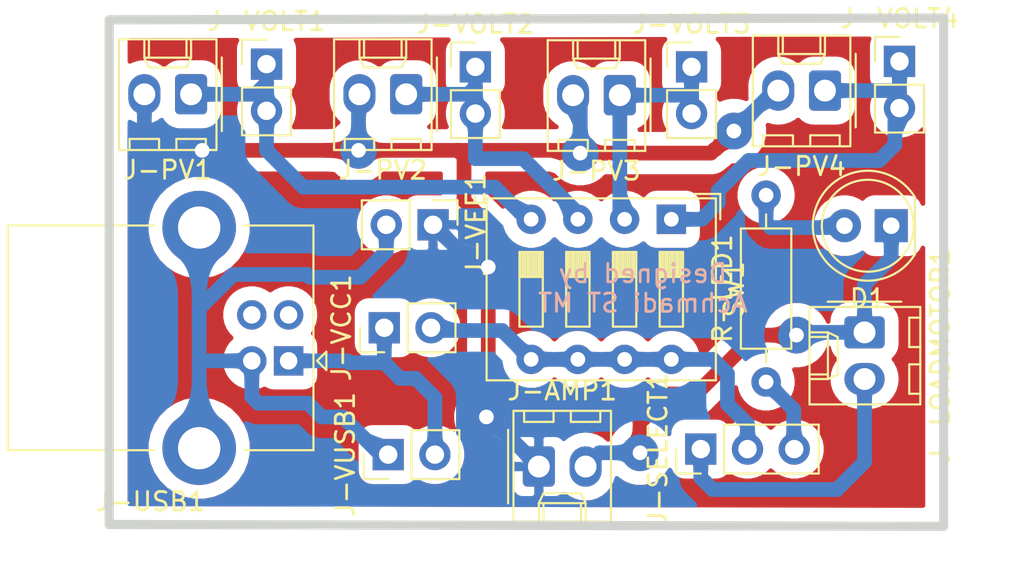
<source format=kicad_pcb>
(kicad_pcb (version 20171130) (host pcbnew 5.1.10)
  (layers (0 F.Cu signal) (31 B.Cu signal) (34 B.Paste user) (35 F.Paste user) (36 B.SilkS user) (37 F.SilkS user) (38 B.Mask user) (39 F.Mask user) (44 Edge.Cuts user))
  (net 0 "")
  (net 1 /LOAD_GND)
  (net 2 "Net-(D1-Pad2)")
  (net 3 GND)
  (net 4 /LOAD_MOTOR)
  (net 5 /PV1)
  (net 6 /PV2)
  (net 7 /PV3)
  (net 8 /PV4)
  (net 9 /LOAD_VCC)
  (net 10 /LOAD_LED)
  (net 11 VCC)
  (net 12 "Net-(J-USB1-Pad2)")
  (net 13 "Net-(J-USB1-Pad3)")
  (net 14 VEE)
  (module LED_THT:LED_D5.0mm (layer F.Cu) (at 149.6 79.55 180)
    (fp_text reference D1 (at 1.27 -3.96) (layer F.SilkS))
    (fp_text value LED)
    (pad 1 thru_hole rect (at 0 0 180) (size 1.8 1.8) (drill 0.9) (layers *.Cu *.Mask) (net 1 /LOAD_GND))
    (pad 2 thru_hole circle (at 2.54 0 180) (size 1.8 1.8) (drill 0.9) (layers *.Cu *.Mask) (net 2 "Net-(D1-Pad2)"))
  )
  (module Connector_Molex:Molex_KK-254_AE-6410-02A_1x02_P2.54mm_Vertical (layer F.Cu) (at 130.45 92.65)
    (fp_text reference J-AMP1 (at 1.27 -4.12) (layer F.SilkS))
    (fp_text value Conn_01x02_Male)
    (pad 2 thru_hole oval (at 2.54 0) (size 1.74 2.19) (drill 1.19) (layers *.Cu *.Mask) (net 1 /LOAD_GND))
    (pad 1 thru_hole roundrect (at 0 0) (size 1.74 2.19) (drill 1.19) (layers *.Cu *.Mask) (roundrect_rratio 0.1436775862068966) (net 3 GND))
  )
  (module Connector_Molex:Molex_KK-254_AE-6410-02A_1x02_P2.54mm_Vertical (layer F.Cu) (at 148.15 85.35 270)
    (fp_text reference J-LOADMOTOR1 (at 1.27 -4.12 90) (layer F.SilkS))
    (fp_text value Conn_01x02_Male)
    (pad 2 thru_hole oval (at 2.54 0 270) (size 1.74 2.19) (drill 1.19) (layers *.Cu *.Mask) (net 4 /LOAD_MOTOR))
    (pad 1 thru_hole roundrect (at 0 0 270) (size 1.74 2.19) (drill 1.19) (layers *.Cu *.Mask) (roundrect_rratio 0.1436775862068966) (net 1 /LOAD_GND))
  )
  (module Connector_Molex:Molex_KK-254_AE-6410-02A_1x02_P2.54mm_Vertical (layer F.Cu) (at 111.55 72.4 180)
    (fp_text reference J-PV1 (at 1.27 -4.12) (layer F.SilkS))
    (fp_text value Conn_01x02_Male)
    (pad 2 thru_hole oval (at 2.54 0 180) (size 1.74 2.19) (drill 1.19) (layers *.Cu *.Mask) (net 3 GND))
    (pad 1 thru_hole roundrect (at 0 0 180) (size 1.74 2.19) (drill 1.19) (layers *.Cu *.Mask) (roundrect_rratio 0.1436775862068966) (net 5 /PV1))
  )
  (module Connector_Molex:Molex_KK-254_AE-6410-02A_1x02_P2.54mm_Vertical (layer F.Cu) (at 123.24 72.4 180)
    (fp_text reference J-PV2 (at 1.27 -4.12) (layer F.SilkS))
    (fp_text value Conn_01x02_Male)
    (pad 1 thru_hole roundrect (at 0 0 180) (size 1.74 2.19) (drill 1.19) (layers *.Cu *.Mask) (roundrect_rratio 0.1436775862068966) (net 6 /PV2))
    (pad 2 thru_hole oval (at 2.54 0 180) (size 1.74 2.19) (drill 1.19) (layers *.Cu *.Mask) (net 3 GND))
  )
  (module Connector_Molex:Molex_KK-254_AE-6410-02A_1x02_P2.54mm_Vertical (layer F.Cu) (at 134.85 72.45 180)
    (fp_text reference J-PV3 (at 1.27 -4.12) (layer F.SilkS))
    (fp_text value Conn_01x02_Male)
    (pad 1 thru_hole roundrect (at 0 0 180) (size 1.74 2.19) (drill 1.19) (layers *.Cu *.Mask) (roundrect_rratio 0.1436775862068966) (net 7 /PV3))
    (pad 2 thru_hole oval (at 2.54 0 180) (size 1.74 2.19) (drill 1.19) (layers *.Cu *.Mask) (net 3 GND))
  )
  (module Connector_Molex:Molex_KK-254_AE-6410-02A_1x02_P2.54mm_Vertical (layer F.Cu) (at 146 72.2 180)
    (fp_text reference J-PV4 (at 1.27 -4.12) (layer F.SilkS))
    (fp_text value Conn_01x02_Male)
    (pad 1 thru_hole roundrect (at 0 0 180) (size 1.74 2.19) (drill 1.19) (layers *.Cu *.Mask) (roundrect_rratio 0.1436775862068966) (net 8 /PV4))
    (pad 2 thru_hole oval (at 2.54 0 180) (size 1.74 2.19) (drill 1.19) (layers *.Cu *.Mask) (net 3 GND))
  )
  (module Connector_PinHeader_2.54mm:PinHeader_1x03_P2.54mm_Vertical (layer F.Cu) (at 139.25 91.7 90)
    (fp_text reference J-SELECT1 (at 0 -2.33 90) (layer F.SilkS))
    (fp_text value Conn_01x03_Male)
    (pad 1 thru_hole rect (at 0 0 90) (size 1.7 1.7) (drill 1) (layers *.Cu *.Mask) (net 4 /LOAD_MOTOR))
    (pad 2 thru_hole oval (at 0 2.54 90) (size 1.7 1.7) (drill 1) (layers *.Cu *.Mask) (net 9 /LOAD_VCC))
    (pad 3 thru_hole oval (at 0 5.08 90) (size 1.7 1.7) (drill 1) (layers *.Cu *.Mask) (net 10 /LOAD_LED))
  )
  (module Connector_USB:USB_B_Lumberg_2411_02_Horizontal (layer F.Cu) (at 116.85 86.9 180)
    (fp_text reference J-USB1 (at 7.5 -7.65) (layer F.SilkS))
    (fp_text value USB_B)
    (pad 1 thru_hole rect (at 0 0 270) (size 1.6 1.6) (drill 0.95) (layers *.Cu *.Mask) (net 11 VCC))
    (pad 2 thru_hole circle (at 0 2.5 270) (size 1.6 1.6) (drill 0.95) (layers *.Cu *.Mask) (net 12 "Net-(J-USB1-Pad2)"))
    (pad 3 thru_hole circle (at 2 2.5 270) (size 1.6 1.6) (drill 0.95) (layers *.Cu *.Mask) (net 13 "Net-(J-USB1-Pad3)"))
    (pad 4 thru_hole circle (at 2 0 270) (size 1.6 1.6) (drill 0.95) (layers *.Cu *.Mask) (net 14 VEE))
    (pad 5 thru_hole circle (at 4.86 7.25 270) (size 4 4) (drill 2.3) (layers *.Cu *.Mask) (net 14 VEE))
    (pad 5 thru_hole circle (at 4.86 -4.75 270) (size 4 4) (drill 2.3) (layers *.Cu *.Mask) (net 14 VEE))
  )
  (module Connector_PinHeader_2.54mm:PinHeader_1x02_P2.54mm_Vertical (layer F.Cu) (at 122.05 85.1 90)
    (fp_text reference J-VCC1 (at 0 -2.33 90) (layer F.SilkS))
    (fp_text value Conn_01x02_Male)
    (pad 1 thru_hole rect (at 0 0 90) (size 1.7 1.7) (drill 1) (layers *.Cu *.Mask) (net 11 VCC))
    (pad 2 thru_hole oval (at 0 2.54 90) (size 1.7 1.7) (drill 1) (layers *.Cu *.Mask) (net 9 /LOAD_VCC))
  )
  (module Connector_PinHeader_2.54mm:PinHeader_1x02_P2.54mm_Vertical (layer F.Cu) (at 124.7 79.5 270)
    (fp_text reference J-VEE1 (at 0 -2.33 90) (layer F.SilkS))
    (fp_text value Conn_01x02_Male)
    (pad 2 thru_hole oval (at 0 2.54 270) (size 1.7 1.7) (drill 1) (layers *.Cu *.Mask) (net 14 VEE))
    (pad 1 thru_hole rect (at 0 0 270) (size 1.7 1.7) (drill 1) (layers *.Cu *.Mask) (net 3 GND))
  )
  (module Connector_PinHeader_2.54mm:PinHeader_1x02_P2.54mm_Vertical (layer F.Cu) (at 115.65 70.76)
    (fp_text reference J-VOLT1 (at 0 -2.33) (layer F.SilkS))
    (fp_text value Conn_01x02_Male)
    (pad 1 thru_hole rect (at 0 0) (size 1.7 1.7) (drill 1) (layers *.Cu *.Mask) (net 5 /PV1))
    (pad 2 thru_hole oval (at 0 2.54) (size 1.7 1.7) (drill 1) (layers *.Cu *.Mask) (net 5 /PV1))
  )
  (module Connector_PinHeader_2.54mm:PinHeader_1x02_P2.54mm_Vertical (layer F.Cu) (at 127 70.91)
    (fp_text reference J-VOLT2 (at 0 -2.33) (layer F.SilkS))
    (fp_text value Conn_01x02_Male)
    (pad 2 thru_hole oval (at 0 2.54) (size 1.7 1.7) (drill 1) (layers *.Cu *.Mask) (net 6 /PV2))
    (pad 1 thru_hole rect (at 0 0) (size 1.7 1.7) (drill 1) (layers *.Cu *.Mask) (net 6 /PV2))
  )
  (module Connector_PinHeader_2.54mm:PinHeader_1x02_P2.54mm_Vertical (layer F.Cu) (at 138.75 70.91)
    (fp_text reference J-VOLT3 (at 0 -2.33) (layer F.SilkS))
    (fp_text value Conn_01x02_Male)
    (pad 1 thru_hole rect (at 0 0) (size 1.7 1.7) (drill 1) (layers *.Cu *.Mask) (net 7 /PV3))
    (pad 2 thru_hole oval (at 0 2.54) (size 1.7 1.7) (drill 1) (layers *.Cu *.Mask) (net 7 /PV3))
  )
  (module Connector_PinHeader_2.54mm:PinHeader_1x02_P2.54mm_Vertical (layer F.Cu) (at 150.05 70.61)
    (fp_text reference J-VOLT4 (at 0 -2.33) (layer F.SilkS))
    (fp_text value Conn_01x02_Male)
    (pad 2 thru_hole oval (at 0 2.54) (size 1.7 1.7) (drill 1) (layers *.Cu *.Mask) (net 8 /PV4))
    (pad 1 thru_hole rect (at 0 0) (size 1.7 1.7) (drill 1) (layers *.Cu *.Mask) (net 8 /PV4))
  )
  (module Connector_PinHeader_2.54mm:PinHeader_1x02_P2.54mm_Vertical (layer F.Cu) (at 122.26 92 90)
    (fp_text reference J-VUSB1 (at 0 -2.33 90) (layer F.SilkS))
    (fp_text value Conn_01x02_Male)
    (pad 1 thru_hole rect (at 0 0 90) (size 1.7 1.7) (drill 1) (layers *.Cu *.Mask) (net 14 VEE))
    (pad 2 thru_hole oval (at 0 2.54 90) (size 1.7 1.7) (drill 1) (layers *.Cu *.Mask) (net 11 VCC))
  )
  (module Resistor_THT:R_Axial_DIN0207_L6.3mm_D2.5mm_P10.16mm_Horizontal (layer F.Cu) (at 142.8 88.05 90)
    (fp_text reference R-LED1 (at 5.08 -2.37 90) (layer F.SilkS))
    (fp_text value 330)
    (pad 1 thru_hole circle (at 0 0 90) (size 1.6 1.6) (drill 0.8) (layers *.Cu *.Mask) (net 10 /LOAD_LED))
    (pad 2 thru_hole oval (at 10.16 0 90) (size 1.6 1.6) (drill 0.8) (layers *.Cu *.Mask) (net 2 "Net-(D1-Pad2)"))
  )
  (module Button_Switch_THT:SW_DIP_SPSTx04_Slide_9.78x12.34mm_W7.62mm_P2.54mm (layer F.Cu) (at 137.65 79.2 270)
    (fp_text reference SW1 (at 3.81 -3.42 90) (layer F.SilkS))
    (fp_text value SW_DIP_x04)
    (pad 1 thru_hole rect (at 0 0 270) (size 1.6 1.6) (drill 0.8) (layers *.Cu *.Mask) (net 8 /PV4))
    (pad 5 thru_hole oval (at 7.62 7.62 270) (size 1.6 1.6) (drill 0.8) (layers *.Cu *.Mask) (net 9 /LOAD_VCC))
    (pad 2 thru_hole oval (at 0 2.54 270) (size 1.6 1.6) (drill 0.8) (layers *.Cu *.Mask) (net 7 /PV3))
    (pad 6 thru_hole oval (at 7.62 5.08 270) (size 1.6 1.6) (drill 0.8) (layers *.Cu *.Mask) (net 9 /LOAD_VCC))
    (pad 3 thru_hole oval (at 0 5.08 270) (size 1.6 1.6) (drill 0.8) (layers *.Cu *.Mask) (net 6 /PV2))
    (pad 7 thru_hole oval (at 7.62 2.54 270) (size 1.6 1.6) (drill 0.8) (layers *.Cu *.Mask) (net 9 /LOAD_VCC))
    (pad 4 thru_hole oval (at 0 7.62 270) (size 1.6 1.6) (drill 0.8) (layers *.Cu *.Mask) (net 5 /PV1))
    (pad 8 thru_hole oval (at 7.62 0 270) (size 1.6 1.6) (drill 0.8) (layers *.Cu *.Mask) (net 9 /LOAD_VCC))
  )
  (gr_text "Designed by\nAchmadi ST MT" (at 136.1 82.95) (layer B.SilkS) (effects (font (size 1 1)) (justify mirror)))
  (gr_line (start 107.1 95.8) (end 107.1 68.35) (layer Edge.Cuts) (width 0.5))
  (gr_line (start 152.45 95.9) (end 107.1 95.8) (layer Edge.Cuts) (width 0.5))
  (gr_line (start 152.45 68.25) (end 152.45 95.9) (layer Edge.Cuts) (width 0.5))
  (gr_line (start 107.1 68.35) (end 152.45 68.25) (layer Edge.Cuts) (width 0.5))
  (segment (start 149.6 79.55) (end 149.6 81.3) (width 0.8) (layer B.Cu) (net 1))
  (segment (start 148.15 82.75) (end 148.15 85.35) (width 0.8) (layer B.Cu) (net 1))
  (segment (start 149.6 81.3) (end 148.15 82.75) (width 0.8) (layer B.Cu) (net 1))
  (via (at 144.45 85.5) (size 2) (drill 0.8) (layers F.Cu B.Cu) (net 1))
  (segment (start 144.6 85.35) (end 144.45 85.5) (width 0.8) (layer B.Cu) (net 1))
  (segment (start 148.15 85.35) (end 144.6 85.35) (width 0.8) (layer B.Cu) (net 1))
  (segment (start 144.45 85.5) (end 142.2 85.5) (width 0.8) (layer F.Cu) (net 1))
  (segment (start 142.2 85.5) (end 141.35 86.35) (width 0.8) (layer F.Cu) (net 1))
  (segment (start 141.35 86.35) (end 139.2 88.5) (width 0.8) (layer F.Cu) (net 1))
  (segment (start 139.2 88.5) (end 139 88.7) (width 0.8) (layer F.Cu) (net 1))
  (segment (start 139 88.7) (end 137.5 88.7) (width 0.8) (layer F.Cu) (net 1))
  (via (at 135.95 91.9) (size 2) (drill 0.8) (layers F.Cu B.Cu) (net 1))
  (segment (start 135.95 90.25) (end 135.95 91.9) (width 0.8) (layer F.Cu) (net 1))
  (segment (start 137.5 88.7) (end 135.95 90.25) (width 0.8) (layer F.Cu) (net 1))
  (segment (start 133.74 91.9) (end 132.99 92.65) (width 0.8) (layer B.Cu) (net 1))
  (segment (start 135.95 91.9) (end 133.74 91.9) (width 0.8) (layer B.Cu) (net 1))
  (segment (start 142.8 77.89) (end 142.8 79.4) (width 0.8) (layer B.Cu) (net 2))
  (segment (start 142.8 79.4) (end 143.05 79.65) (width 0.8) (layer B.Cu) (net 2))
  (segment (start 146.96 79.65) (end 147.06 79.55) (width 0.8) (layer B.Cu) (net 2))
  (segment (start 143.05 79.65) (end 146.96 79.65) (width 0.8) (layer B.Cu) (net 2))
  (segment (start 109.01 72.4) (end 109.01 74.71) (width 0.8) (layer B.Cu) (net 3))
  (via (at 112.15 75.45) (size 2) (drill 0.8) (layers F.Cu B.Cu) (net 3))
  (segment (start 109.75 75.45) (end 112.15 75.45) (width 0.8) (layer B.Cu) (net 3))
  (segment (start 109.01 74.71) (end 109.75 75.45) (width 0.8) (layer B.Cu) (net 3))
  (segment (start 112.15 75.45) (end 120.2 75.45) (width 0.8) (layer F.Cu) (net 3))
  (segment (start 126.382902 78.182902) (end 127.95 79.75) (width 0.8) (layer F.Cu) (net 3))
  (via (at 127.7 81.8) (size 2) (drill 0.8) (layers F.Cu B.Cu) (net 3))
  (segment (start 127.95 81.55) (end 127.7 81.8) (width 0.8) (layer F.Cu) (net 3))
  (segment (start 127.95 79.75) (end 127.95 81.55) (width 0.8) (layer F.Cu) (net 3))
  (segment (start 127 81.8) (end 124.7 79.5) (width 0.8) (layer B.Cu) (net 3))
  (segment (start 127.7 81.8) (end 127 81.8) (width 0.8) (layer B.Cu) (net 3))
  (via (at 127.6 89.95) (size 2) (drill 0.8) (layers F.Cu B.Cu) (net 3))
  (segment (start 127.7 89.85) (end 127.6 89.95) (width 0.8) (layer F.Cu) (net 3))
  (segment (start 127.7 81.8) (end 127.7 89.85) (width 0.8) (layer F.Cu) (net 3))
  (segment (start 127.75 89.95) (end 130.45 92.65) (width 0.8) (layer B.Cu) (net 3))
  (segment (start 127.6 89.95) (end 127.75 89.95) (width 0.8) (layer B.Cu) (net 3))
  (via (at 120.65 75.45) (size 2) (drill 0.8) (layers F.Cu B.Cu) (net 3))
  (segment (start 120.2 75.45) (end 120.65 75.45) (width 0.8) (layer F.Cu) (net 3))
  (segment (start 120.65 72.45) (end 120.7 72.4) (width 0.8) (layer B.Cu) (net 3))
  (segment (start 120.65 75.45) (end 120.65 72.45) (width 0.8) (layer B.Cu) (net 3))
  (via (at 132.7 75.6) (size 2) (drill 0.8) (layers F.Cu B.Cu) (net 3))
  (segment (start 132.55 75.45) (end 132.7 75.6) (width 0.8) (layer F.Cu) (net 3))
  (segment (start 132.7 72.84) (end 132.31 72.45) (width 0.8) (layer B.Cu) (net 3))
  (segment (start 132.7 75.6) (end 132.7 72.84) (width 0.8) (layer B.Cu) (net 3))
  (via (at 141.05 74.4) (size 2) (drill 0.8) (layers F.Cu B.Cu) (net 3))
  (segment (start 143.25 72.2) (end 141.05 74.4) (width 0.8) (layer B.Cu) (net 3))
  (segment (start 143.46 72.2) (end 143.25 72.2) (width 0.8) (layer B.Cu) (net 3))
  (segment (start 141.05 74.4) (end 140.05 75.4) (width 0.8) (layer F.Cu) (net 3))
  (segment (start 140.05 75.4) (end 140 75.4) (width 0.8) (layer F.Cu) (net 3))
  (segment (start 139.8 75.6) (end 132.7 75.6) (width 0.8) (layer F.Cu) (net 3))
  (segment (start 140 75.4) (end 139.8 75.6) (width 0.8) (layer F.Cu) (net 3))
  (segment (start 126.382902 75.782902) (end 126.05 75.45) (width 0.8) (layer F.Cu) (net 3))
  (segment (start 126.382902 78.182902) (end 126.382902 75.782902) (width 0.8) (layer F.Cu) (net 3))
  (segment (start 126.05 75.45) (end 132.55 75.45) (width 0.8) (layer F.Cu) (net 3))
  (segment (start 120.65 75.45) (end 126.05 75.45) (width 0.8) (layer F.Cu) (net 3))
  (segment (start 139.25 91.35) (end 139.25 92.1) (width 0.8) (layer B.Cu) (net 4))
  (segment (start 139.25 91.7) (end 139.25 93.25) (width 0.8) (layer B.Cu) (net 4))
  (segment (start 139.25 93.25) (end 139.9 93.9) (width 0.8) (layer B.Cu) (net 4))
  (segment (start 139.9 93.9) (end 146.65 93.9) (width 0.8) (layer B.Cu) (net 4))
  (segment (start 148.15 92.4) (end 148.15 87.89) (width 0.8) (layer B.Cu) (net 4))
  (segment (start 146.65 93.9) (end 148.15 92.4) (width 0.8) (layer B.Cu) (net 4))
  (segment (start 115.05 72.4) (end 115.65 71.8) (width 0.8) (layer B.Cu) (net 5))
  (segment (start 111.55 72.4) (end 115.05 72.4) (width 0.8) (layer B.Cu) (net 5))
  (segment (start 115.65 71.8) (end 115.65 73.3) (width 0.8) (layer B.Cu) (net 5))
  (segment (start 115.65 70.76) (end 115.65 71.8) (width 0.8) (layer B.Cu) (net 5))
  (segment (start 115.65 73.3) (end 115.65 75.45) (width 0.8) (layer B.Cu) (net 5))
  (segment (start 115.65 75.45) (end 117.65 77.45) (width 0.8) (layer B.Cu) (net 5))
  (segment (start 117.65 77.45) (end 128.05 77.45) (width 0.8) (layer B.Cu) (net 5))
  (segment (start 129.8 79.2) (end 130.03 79.2) (width 0.8) (layer B.Cu) (net 5))
  (segment (start 128.05 77.45) (end 129.8 79.2) (width 0.8) (layer B.Cu) (net 5))
  (segment (start 126.6 72.4) (end 127 72) (width 0.8) (layer B.Cu) (net 6))
  (segment (start 127 72) (end 127 73.45) (width 0.8) (layer B.Cu) (net 6))
  (segment (start 123.24 72.4) (end 126.6 72.4) (width 0.8) (layer B.Cu) (net 6))
  (segment (start 127 70.91) (end 127 72) (width 0.8) (layer B.Cu) (net 6))
  (segment (start 127 73.45) (end 127 75.9) (width 0.8) (layer B.Cu) (net 6))
  (segment (start 127 75.9) (end 129.6 75.9) (width 0.8) (layer B.Cu) (net 6))
  (segment (start 132.57 78.87) (end 132.57 79.2) (width 0.8) (layer B.Cu) (net 6))
  (segment (start 129.6 75.9) (end 132.57 78.87) (width 0.8) (layer B.Cu) (net 6))
  (segment (start 134.85 72.45) (end 138.7 72.45) (width 0.8) (layer B.Cu) (net 7))
  (segment (start 138.75 72.5) (end 138.75 73.45) (width 0.8) (layer B.Cu) (net 7))
  (segment (start 138.7 72.45) (end 138.75 72.5) (width 0.8) (layer B.Cu) (net 7))
  (segment (start 138.75 70.91) (end 138.75 72.5) (width 0.8) (layer B.Cu) (net 7))
  (segment (start 134.85 78.94) (end 135.11 79.2) (width 0.8) (layer B.Cu) (net 7))
  (segment (start 134.85 72.45) (end 134.85 78.94) (width 0.8) (layer B.Cu) (net 7))
  (segment (start 150 72.2) (end 150.05 72.25) (width 0.8) (layer B.Cu) (net 8))
  (segment (start 146 72.2) (end 150 72.2) (width 0.8) (layer B.Cu) (net 8))
  (segment (start 150.05 72.25) (end 150.05 73.15) (width 0.8) (layer B.Cu) (net 8))
  (segment (start 150.05 70.61) (end 150.05 72.25) (width 0.8) (layer B.Cu) (net 8))
  (segment (start 148.95 76) (end 149.8 75.15) (width 0.8) (layer B.Cu) (net 8))
  (segment (start 149.8 73.4) (end 150.05 73.15) (width 0.8) (layer B.Cu) (net 8))
  (segment (start 149.8 75.15) (end 149.8 73.4) (width 0.8) (layer B.Cu) (net 8))
  (segment (start 148.95 76) (end 141.85 76) (width 0.8) (layer B.Cu) (net 8))
  (segment (start 141.85 76) (end 140.2 77.65) (width 0.8) (layer B.Cu) (net 8))
  (segment (start 140.2 77.65) (end 140.2 78.3) (width 0.8) (layer B.Cu) (net 8))
  (segment (start 139.3 79.2) (end 137.65 79.2) (width 0.8) (layer B.Cu) (net 8))
  (segment (start 140.2 78.3) (end 139.3 79.2) (width 0.8) (layer B.Cu) (net 8))
  (segment (start 139.92 86.82) (end 137.65 86.82) (width 0.8) (layer B.Cu) (net 9))
  (segment (start 140.7 87.6) (end 139.92 86.82) (width 0.8) (layer B.Cu) (net 9))
  (segment (start 137.65 86.82) (end 135.11 86.82) (width 0.8) (layer B.Cu) (net 9))
  (segment (start 132.57 86.82) (end 135.11 86.82) (width 0.8) (layer B.Cu) (net 9))
  (segment (start 130.03 86.82) (end 132.57 86.82) (width 0.8) (layer B.Cu) (net 9))
  (segment (start 130.03 86.82) (end 128.46 85.25) (width 0.8) (layer B.Cu) (net 9))
  (segment (start 124.74 85.25) (end 124.59 85.1) (width 0.8) (layer B.Cu) (net 9))
  (segment (start 128.46 85.25) (end 124.74 85.25) (width 0.8) (layer B.Cu) (net 9))
  (segment (start 140.7 87.6) (end 140.7 89.25) (width 0.8) (layer B.Cu) (net 9))
  (segment (start 141.79 90.34) (end 141.79 91.7) (width 0.8) (layer B.Cu) (net 9))
  (segment (start 140.7 89.25) (end 141.79 90.34) (width 0.8) (layer B.Cu) (net 9))
  (segment (start 142.8 88.05) (end 144.3 89.55) (width 0.8) (layer B.Cu) (net 10))
  (segment (start 144.3 91.67) (end 144.33 91.7) (width 0.8) (layer B.Cu) (net 10))
  (segment (start 144.3 89.55) (end 144.3 91.67) (width 0.8) (layer B.Cu) (net 10))
  (segment (start 124.8 92) (end 124.8 88.9) (width 0.8) (layer B.Cu) (net 11))
  (segment (start 124.8 88.9) (end 123.75 87.85) (width 0.8) (layer B.Cu) (net 11))
  (segment (start 123.75 87.85) (end 122.9 87.85) (width 0.8) (layer B.Cu) (net 11))
  (segment (start 122.05 87) (end 122.05 85.1) (width 0.8) (layer B.Cu) (net 11))
  (segment (start 122.9 87.85) (end 122.05 87) (width 0.8) (layer B.Cu) (net 11))
  (segment (start 116.85 86.9) (end 120.05 86.9) (width 0.8) (layer B.Cu) (net 11))
  (segment (start 120.15 87) (end 122.05 87) (width 0.8) (layer B.Cu) (net 11))
  (segment (start 120.05 86.9) (end 120.15 87) (width 0.8) (layer B.Cu) (net 11))
  (segment (start 122.26 92) (end 121.85 92) (width 0.8) (layer B.Cu) (net 14))
  (segment (start 121.85 92) (end 119.8 89.95) (width 0.8) (layer B.Cu) (net 14))
  (segment (start 119.8 89.95) (end 118.65 89.95) (width 0.8) (layer B.Cu) (net 14))
  (segment (start 118.65 89.95) (end 117.9 89.2) (width 0.8) (layer B.Cu) (net 14))
  (segment (start 117.9 89.2) (end 115.2 89.2) (width 0.8) (layer B.Cu) (net 14))
  (segment (start 114.85 88.85) (end 114.85 86.9) (width 0.8) (layer B.Cu) (net 14))
  (segment (start 115.2 89.2) (end 114.85 88.85) (width 0.8) (layer B.Cu) (net 14))
  (segment (start 112.2 86.9) (end 111.99 87.11) (width 0.8) (layer B.Cu) (net 14))
  (segment (start 114.85 86.9) (end 112.2 86.9) (width 0.8) (layer B.Cu) (net 14))
  (segment (start 111.99 87.11) (end 111.99 91.65) (width 0.8) (layer B.Cu) (net 14))
  (segment (start 111.99 85.21) (end 111.99 84.06) (width 0.8) (layer B.Cu) (net 14))
  (segment (start 111.99 79.65) (end 111.99 85.21) (width 0.8) (layer B.Cu) (net 14))
  (segment (start 111.99 85.21) (end 111.99 87.11) (width 0.8) (layer B.Cu) (net 14))
  (segment (start 111.99 84.06) (end 113.85 82.2) (width 0.8) (layer B.Cu) (net 14))
  (segment (start 113.85 82.2) (end 117.85 82.2) (width 0.8) (layer B.Cu) (net 14))
  (segment (start 117.85 82.2) (end 118 82.35) (width 0.8) (layer B.Cu) (net 14))
  (segment (start 118 82.35) (end 120.75 82.35) (width 0.8) (layer B.Cu) (net 14))
  (segment (start 122.16 80.94) (end 122.16 79.5) (width 0.8) (layer B.Cu) (net 14))
  (segment (start 120.75 82.35) (end 122.16 80.94) (width 0.8) (layer B.Cu) (net 14))
  (zone (net 3) (net_name GND) (layer B.Cu) (connect_pads (clearance 0.75)) (min_thickness 0.254) (fill yes (arc_segments 32) (thermal_gap 0.508) (thermal_bridge_width 0.508))
    (polygon (pts (xy 152.45 95.85) (xy 107.1 95.85) (xy 107.1 68.3) (xy 152.45 68.3)))
  )
  (zone (net 1) (net_name /LOAD_GND) (layer B.Cu) (priority 16962) (connect_pads yes (clearance 0.2)) (min_thickness 0.0254) (fill yes (arc_segments 32) (thermal_gap 0.508) (thermal_bridge_width 0.508))
    (polygon (pts (xy 150 80.81) (xy 150.000013 80.801333) (xy 150.000055 80.792732) (xy 150.000125 80.784197) (xy 150.000223 80.775728) (xy 150.000349 80.767325) (xy 150.000503 80.758988) (xy 150.000685 80.750716) (xy 150.000895 80.742512) (xy 150.001133 80.734373) (xy 150.001399 80.7263) (xy 150.001693 80.718293) (xy 150.002015 80.710352) (xy 150.002365 80.702477) (xy 150.002743 80.694668) (xy 150.003149 80.686925) (xy 150.003583 80.679248) (xy 150.004045 80.671637) (xy 150.004535 80.664092) (xy 150.005053 80.656613) (xy 150.005599 80.6492) (xy 150.006173 80.641853) (xy 150.006775 80.634572) (xy 150.007405 80.627357) (xy 150.008063 80.620208) (xy 150.008749 80.613125) (xy 150.009463 80.606108) (xy 150.010205 80.599157) (xy 150.010975 80.592272) (xy 150.011773 80.585453) (xy 150.012599 80.5787) (xy 150.013453 80.572013) (xy 150.014335 80.565392) (xy 150.015245 80.558837) (xy 150.016183 80.552348) (xy 150.017149 80.545925) (xy 150.018143 80.539568) (xy 150.019165 80.533277) (xy 150.020215 80.527052) (xy 150.021293 80.520893) (xy 150.022399 80.5148) (xy 150.023533 80.508773) (xy 150.024695 80.502812) (xy 150.025885 80.496917) (xy 150.027103 80.491088) (xy 150.028349 80.485325) (xy 150.029623 80.479628) (xy 150.030925 80.473997) (xy 150.032255 80.468432) (xy 150.033613 80.462933) (xy 150.034999 80.4575) (xy 150.036413 80.452133) (xy 150.037855 80.446832) (xy 150.039325 80.441597) (xy 150.040823 80.436428) (xy 150.042349 80.431325) (xy 150.043903 80.426288) (xy 150.045485 80.421317) (xy 150.047095 80.416412) (xy 150.048733 80.411573) (xy 150.050399 80.4068) (xy 150.052093 80.402093) (xy 150.053815 80.397452) (xy 150.055565 80.392877) (xy 150.057343 80.388368) (xy 150.059149 80.383925) (xy 150.060983 80.379548) (xy 150.062845 80.375237) (xy 150.064735 80.370992) (xy 150.066653 80.366813) (xy 150.068599 80.3627) (xy 150.070573 80.358653) (xy 150.072575 80.354672) (xy 150.074605 80.350757) (xy 150.076663 80.346908) (xy 150.078749 80.343125) (xy 150.080863 80.339408) (xy 150.083005 80.335757) (xy 150.085175 80.332172) (xy 150.087373 80.328653) (xy 150.089599 80.3252) (xy 150.091853 80.321813) (xy 150.094135 80.318492) (xy 150.096445 80.315237) (xy 150.098783 80.312048) (xy 150.101149 80.308925) (xy 150.103543 80.305868) (xy 150.105965 80.302877) (xy 150.108415 80.299952) (xy 150.110893 80.297093) (xy 150.113399 80.2943) (xy 150.115933 80.291573) (xy 150.118495 80.288912) (xy 150.121085 80.286317) (xy 150.123703 80.283788) (xy 150.126349 80.281325) (xy 150.129023 80.278928) (xy 150.131725 80.276597) (xy 150.134455 80.274332) (xy 150.137213 80.272133) (xy 150.14 80.27) (xy 149.6 79.1) (xy 149.06 80.27) (xy 149.062786 80.272133) (xy 149.065544 80.274332) (xy 149.068274 80.276597) (xy 149.070976 80.278928) (xy 149.07365 80.281325) (xy 149.076296 80.283788) (xy 149.078914 80.286316) (xy 149.081504 80.288912) (xy 149.084066 80.291573) (xy 149.0866 80.2943) (xy 149.089106 80.297093) (xy 149.091584 80.299952) (xy 149.094034 80.302877) (xy 149.096456 80.305868) (xy 149.09885 80.308925) (xy 149.101216 80.312048) (xy 149.103554 80.315237) (xy 149.105864 80.318492) (xy 149.108146 80.321813) (xy 149.1104 80.3252) (xy 149.112626 80.328653) (xy 149.114824 80.332172) (xy 149.116994 80.335757) (xy 149.119136 80.339408) (xy 149.12125 80.343125) (xy 149.123336 80.346908) (xy 149.125394 80.350757) (xy 149.127424 80.354672) (xy 149.129426 80.358653) (xy 149.1314 80.3627) (xy 149.133346 80.366813) (xy 149.135264 80.370992) (xy 149.137154 80.375237) (xy 149.139016 80.379548) (xy 149.14085 80.383925) (xy 149.142656 80.388368) (xy 149.144434 80.392877) (xy 149.146184 80.397452) (xy 149.147906 80.402093) (xy 149.1496 80.4068) (xy 149.151266 80.411573) (xy 149.152904 80.416412) (xy 149.154514 80.421317) (xy 149.156096 80.426288) (xy 149.15765 80.431325) (xy 149.159176 80.436428) (xy 149.160674 80.441597) (xy 149.162144 80.446832) (xy 149.163586 80.452133) (xy 149.165 80.4575) (xy 149.166386 80.462933) (xy 149.167744 80.468432) (xy 149.169074 80.473997) (xy 149.170376 80.479628) (xy 149.17165 80.485325) (xy 149.172896 80.491088) (xy 149.174114 80.496917) (xy 149.175304 80.502812) (xy 149.176466 80.508773) (xy 149.1776 80.5148) (xy 149.178706 80.520893) (xy 149.179784 80.527052) (xy 149.180834 80.533277) (xy 149.181856 80.539568) (xy 149.18285 80.545925) (xy 149.183816 80.552348) (xy 149.184754 80.558837) (xy 149.185664 80.565392) (xy 149.186546 80.572013) (xy 149.1874 80.5787) (xy 149.188226 80.585453) (xy 149.189024 80.592272) (xy 149.189794 80.599157) (xy 149.190536 80.606108) (xy 149.19125 80.613125) (xy 149.191936 80.620208) (xy 149.192594 80.627357) (xy 149.193224 80.634572) (xy 149.193826 80.641853) (xy 149.1944 80.6492) (xy 149.194946 80.656613) (xy 149.195464 80.664092) (xy 149.195954 80.671637) (xy 149.196416 80.679248) (xy 149.19685 80.686925) (xy 149.197256 80.694668) (xy 149.197634 80.702477) (xy 149.197984 80.710352) (xy 149.198306 80.718293) (xy 149.1986 80.7263) (xy 149.198866 80.734373) (xy 149.199104 80.742512) (xy 149.199314 80.750717) (xy 149.199496 80.758988) (xy 149.19965 80.767325) (xy 149.199776 80.775728) (xy 149.199874 80.784197) (xy 149.199944 80.792732) (xy 149.199986 80.801333) (xy 149.2 80.81)))
  )
  (zone (net 1) (net_name /LOAD_GND) (layer B.Cu) (priority 16962) (connect_pads yes (clearance 0.2)) (min_thickness 0.0254) (fill yes (arc_segments 32) (thermal_gap 0.508) (thermal_bridge_width 0.508))
    (polygon (pts (xy 147.75 84.132) (xy 147.749987 84.140576) (xy 147.749951 84.149084) (xy 147.74989 84.157524) (xy 147.749804 84.165897) (xy 147.749695 84.174202) (xy 147.74956 84.182439) (xy 147.749402 84.190609) (xy 147.749219 84.19871) (xy 147.749011 84.206744) (xy 147.74878 84.21471) (xy 147.748523 84.222608) (xy 147.748243 84.230438) (xy 147.747938 84.238201) (xy 147.747608 84.245895) (xy 147.747255 84.253522) (xy 147.746876 84.261081) (xy 147.746474 84.268573) (xy 147.746047 84.275996) (xy 147.745595 84.283352) (xy 147.74512 84.29064) (xy 147.744619 84.29786) (xy 147.744095 84.305012) (xy 147.743546 84.312097) (xy 147.742972 84.319113) (xy 147.742375 84.326062) (xy 147.741752 84.332943) (xy 147.741106 84.339757) (xy 147.740435 84.346502) (xy 147.739739 84.35318) (xy 147.73902 84.35979) (xy 147.738275 84.366332) (xy 147.737507 84.372806) (xy 147.736714 84.379213) (xy 147.735896 84.385552) (xy 147.735055 84.391822) (xy 147.734188 84.398026) (xy 147.733298 84.404161) (xy 147.732383 84.410228) (xy 147.731443 84.416228) (xy 147.73048 84.42216) (xy 147.729491 84.428024) (xy 147.728479 84.43382) (xy 147.727442 84.439549) (xy 147.72638 84.44521) (xy 147.725295 84.450802) (xy 147.724184 84.456328) (xy 147.72305 84.461785) (xy 147.721891 84.467174) (xy 147.720707 84.472496) (xy 147.7195 84.47775) (xy 147.718267 84.482936) (xy 147.717011 84.488054) (xy 147.71573 84.493105) (xy 147.714424 84.498088) (xy 147.713095 84.503002) (xy 147.71174 84.50785) (xy 147.710362 84.512629) (xy 147.708959 84.51734) (xy 147.707531 84.521984) (xy 147.70608 84.52656) (xy 147.704603 84.531068) (xy 147.703103 84.535508) (xy 147.701578 84.539881) (xy 147.700028 84.544186) (xy 147.698455 84.548422) (xy 147.696856 84.552592) (xy 147.695234 84.556693) (xy 147.693587 84.560726) (xy 147.691915 84.564692) (xy 147.69022 84.56859) (xy 147.688499 84.57242) (xy 147.686755 84.576182) (xy 147.684986 84.579877) (xy 147.683192 84.583503) (xy 147.681375 84.587062) (xy 147.679532 84.590553) (xy 147.677666 84.593977) (xy 147.675775 84.597332) (xy 147.673859 84.60062) (xy 147.67192 84.60384) (xy 147.669955 84.606992) (xy 147.667967 84.610076) (xy 147.665954 84.613093) (xy 147.663916 84.616041) (xy 147.661855 84.618922) (xy 147.659768 84.621735) (xy 147.657658 84.624481) (xy 147.655523 84.627158) (xy 147.653363 84.629768) (xy 147.65118 84.63231) (xy 147.648971 84.634784) (xy 147.646739 84.63719) (xy 147.644482 84.639529) (xy 147.6422 84.641799) (xy 147.639895 84.644002) (xy 147.637564 84.646137) (xy 147.63521 84.648204) (xy 147.632831 84.650204) (xy 147.630427 84.652136) (xy 147.628 84.654) (xy 148.15 85.785) (xy 148.672 84.654) (xy 148.669572 84.652136) (xy 148.667168 84.650204) (xy 148.664789 84.648204) (xy 148.662435 84.646137) (xy 148.660105 84.644002) (xy 148.657799 84.641799) (xy 148.655517 84.639529) (xy 148.65326 84.63719) (xy 148.651028 84.634784) (xy 148.64882 84.63231) (xy 148.646636 84.629768) (xy 148.644476 84.627158) (xy 148.642341 84.624481) (xy 148.640231 84.621735) (xy 148.638145 84.618922) (xy 148.636083 84.616041) (xy 148.634045 84.613093) (xy 148.632032 84.610076) (xy 148.630044 84.606992) (xy 148.62808 84.60384) (xy 148.62614 84.60062) (xy 148.624224 84.597332) (xy 148.622333 84.593977) (xy 148.620467 84.590553) (xy 148.618625 84.587062) (xy 148.616807 84.583503) (xy 148.615013 84.579877) (xy 148.613244 84.576182) (xy 148.6115 84.57242) (xy 148.60978 84.56859) (xy 148.608084 84.564692) (xy 148.606412 84.560726) (xy 148.604765 84.556693) (xy 148.603143 84.552592) (xy 148.601545 84.548422) (xy 148.599971 84.544186) (xy 148.598421 84.539881) (xy 148.596896 84.535508) (xy 148.595396 84.531068) (xy 148.59392 84.52656) (xy 148.592468 84.521984) (xy 148.59104 84.51734) (xy 148.589637 84.512629) (xy 148.588259 84.50785) (xy 148.586905 84.503002) (xy 148.585575 84.498088) (xy 148.584269 84.493105) (xy 148.582988 84.488054) (xy 148.581732 84.482936) (xy 148.5805 84.47775) (xy 148.579292 84.472496) (xy 148.578108 84.467174) (xy 148.576949 84.461785) (xy 148.575815 84.456328) (xy 148.574705 84.450802) (xy 148.573619 84.44521) (xy 148.572557 84.439549) (xy 148.57152 84.43382) (xy 148.570508 84.428024) (xy 148.56952 84.42216) (xy 148.568556 84.416228) (xy 148.567616 84.410228) (xy 148.566701 84.404161) (xy 148.565811 84.398026) (xy 148.564945 84.391822) (xy 148.564103 84.385552) (xy 148.563285 84.379213) (xy 148.562492 84.372806) (xy 148.561724 84.366332) (xy 148.56098 84.35979) (xy 148.56026 84.35318) (xy 148.559564 84.346502) (xy 148.558893 84.339757) (xy 148.558247 84.332943) (xy 148.557625 84.326062) (xy 148.557027 84.319113) (xy 148.556453 84.312097) (xy 148.555904 84.305012) (xy 148.55538 84.29786) (xy 148.55488 84.29064) (xy 148.554404 84.283352) (xy 148.553952 84.275996) (xy 148.553525 84.268573) (xy 148.553123 84.261081) (xy 148.552745 84.253522) (xy 148.552391 84.245895) (xy 148.552061 84.238201) (xy 148.551756 84.230438) (xy 148.551476 84.222608) (xy 148.55122 84.21471) (xy 148.550988 84.206744) (xy 148.55078 84.19871) (xy 148.550597 84.190609) (xy 148.550439 84.182439) (xy 148.550305 84.174202) (xy 148.550195 84.165897) (xy 148.550109 84.157524) (xy 148.550048 84.149084) (xy 148.550012 84.140576) (xy 148.55 84.132)))
  )
  (zone (net 1) (net_name /LOAD_GND) (layer B.Cu) (priority 16962) (connect_pads yes (clearance 0.2)) (min_thickness 0.0254) (fill yes (arc_segments 32) (thermal_gap 0.508) (thermal_bridge_width 0.508))
    (polygon (pts (xy 146.04852 84.95) (xy 146.035599 84.952965) (xy 146.022778 84.95586) (xy 146.010057 84.958685) (xy 145.997436 84.96144) (xy 145.984914 84.964125) (xy 145.972492 84.96674) (xy 145.960169 84.969285) (xy 145.947947 84.97176) (xy 145.935824 84.974165) (xy 145.923801 84.9765) (xy 145.911877 84.978765) (xy 145.900053 84.98096) (xy 145.888329 84.983085) (xy 145.876705 84.98514) (xy 145.86518 84.987125) (xy 145.853755 84.98904) (xy 145.84243 84.990885) (xy 145.831204 84.99266) (xy 145.820078 84.994365) (xy 145.809052 84.996) (xy 145.798126 84.997565) (xy 145.787299 84.99906) (xy 145.776572 85.000485) (xy 145.765945 85.00184) (xy 145.755417 85.003125) (xy 145.744989 85.00434) (xy 145.734661 85.005485) (xy 145.724432 85.00656) (xy 145.714303 85.007565) (xy 145.704274 85.0085) (xy 145.694345 85.009365) (xy 145.684515 85.01016) (xy 145.674785 85.010885) (xy 145.665155 85.01154) (xy 145.655624 85.012125) (xy 145.646193 85.01264) (xy 145.636862 85.013085) (xy 145.627631 85.01346) (xy 145.618499 85.013765) (xy 145.609467 85.014) (xy 145.600534 85.014165) (xy 145.591702 85.01426) (xy 145.582969 85.014285) (xy 145.574335 85.01424) (xy 145.565802 85.014125) (xy 145.557368 85.01394) (xy 145.549034 85.013685) (xy 145.540799 85.01336) (xy 145.532665 85.012965) (xy 145.52463 85.0125) (xy 145.516694 85.011965) (xy 145.508859 85.01136) (xy 145.501123 85.010685) (xy 145.493486 85.00994) (xy 145.48595 85.009125) (xy 145.478513 85.00824) (xy 145.471176 85.007285) (xy 145.463938 85.00626) (xy 145.456801 85.005165) (xy 145.449763 85.004) (xy 145.442824 85.002765) (xy 145.435986 85.00146) (xy 145.429247 85.000085) (xy 145.422608 84.99864) (xy 145.416068 84.997125) (xy 145.409628 84.99554) (xy 145.403288 84.993885) (xy 145.397048 84.99216) (xy 145.390907 84.990365) (xy 145.384866 84.9885) (xy 145.378925 84.986565) (xy 145.373083 84.98456) (xy 145.367342 84.982485) (xy 145.361699 84.98034) (xy 145.356157 84.978125) (xy 145.350714 84.97584) (xy 145.345371 84.973485) (xy 145.340128 84.97106) (xy 145.334984 84.968565) (xy 145.32994 84.966) (xy 145.324996 84.963365) (xy 145.320152 84.96066) (xy 145.315407 84.957885) (xy 145.310762 84.95504) (xy 145.306216 84.952125) (xy 145.30177 84.94914) (xy 145.297424 84.946085) (xy 145.293178 84.94296) (xy 145.289032 84.939765) (xy 145.284985 84.9365) (xy 145.281038 84.933165) (xy 145.27719 84.92976) (xy 145.273442 84.926285) (xy 145.269794 84.92274) (xy 145.266246 84.919125) (xy 145.262797 84.91544) (xy 145.259448 84.911685) (xy 145.256199 84.90786) (xy 145.253049 84.903965) (xy 145.25 84.9) (xy 143.95 85.5) (xy 145.25 86.1) (xy 145.253049 86.096004) (xy 145.256199 86.092019) (xy 145.259448 86.088044) (xy 145.262797 86.084079) (xy 145.266246 86.080124) (xy 145.269794 86.076179) (xy 145.273442 86.072244) (xy 145.27719 86.068319) (xy 145.281038 86.064404) (xy 145.284985 86.060499) (xy 145.289032 86.056604) (xy 145.293178 86.052719) (xy 145.297424 86.048844) (xy 145.30177 86.044979) (xy 145.306216 86.041124) (xy 145.310762 86.037279) (xy 145.315407 86.033444) (xy 145.320152 86.029619) (xy 145.324996 86.025804) (xy 145.32994 86.021999) (xy 145.334984 86.018204) (xy 145.340128 86.014419) (xy 145.345371 86.010644) (xy 145.350714 86.006879) (xy 145.356157 86.003124) (xy 145.361699 85.999379) (xy 145.367342 85.995644) (xy 145.373083 85.991919) (xy 145.378925 85.988204) (xy 145.384866 85.984499) (xy 145.390907 85.980804) (xy 145.397048 85.977119) (xy 145.403288 85.973444) (xy 145.409628 85.969779) (xy 145.416068 85.966124) (xy 145.422608 85.962479) (xy 145.429247 85.958844) (xy 145.435986 85.955219) (xy 145.442824 85.951604) (xy 145.449763 85.947999) (xy 145.456801 85.944404) (xy 145.463938 85.940819) (xy 145.471176 85.937244) (xy 145.478513 85.933679) (xy 145.48595 85.930124) (xy 145.493486 85.926579) (xy 145.501123 85.923044) (xy 145.508859 85.919519) (xy 145.516694 85.916004) (xy 145.52463 85.912499) (xy 145.532665 85.909004) (xy 145.540799 85.905519) (xy 145.549034 85.902044) (xy 145.557368 85.898579) (xy 145.565802 85.895124) (xy 145.574335 85.891679) (xy 145.582969 85.888244) (xy 145.591702 85.884819) (xy 145.600534 85.881404) (xy 145.609467 85.877999) (xy 145.618499 85.874604) (xy 145.627631 85.871219) (xy 145.636862 85.867844) (xy 145.646193 85.864479) (xy 145.655624 85.861124) (xy 145.665155 85.857779) (xy 145.674785 85.854444) (xy 145.684515 85.851119) (xy 145.694345 85.847804) (xy 145.704274 85.844499) (xy 145.714303 85.841204) (xy 145.724432 85.837919) (xy 145.734661 85.834644) (xy 145.744989 85.831379) (xy 145.755417 85.828124) (xy 145.765945 85.824879) (xy 145.776572 85.821644) (xy 145.787299 85.818419) (xy 145.798126 85.815204) (xy 145.809052 85.811999) (xy 145.820078 85.808804) (xy 145.831204 85.805619) (xy 145.84243 85.802444) (xy 145.853755 85.799279) (xy 145.86518 85.796124) (xy 145.876705 85.792979) (xy 145.888329 85.789844) (xy 145.900053 85.786719) (xy 145.911877 85.783604) (xy 145.923801 85.780499) (xy 145.935824 85.777404) (xy 145.947947 85.774319) (xy 145.960169 85.771244) (xy 145.972492 85.768179) (xy 145.984914 85.765124) (xy 145.997436 85.762079) (xy 146.010057 85.759044) (xy 146.022778 85.756019) (xy 146.035599 85.753004) (xy 146.04852 85.75)))
  )
  (zone (net 1) (net_name /LOAD_GND) (layer B.Cu) (priority 16962) (connect_pads yes (clearance 0.2)) (min_thickness 0.0254) (fill yes (arc_segments 32) (thermal_gap 0.508) (thermal_bridge_width 0.508))
    (polygon (pts (xy 146.932 85.75) (xy 146.940576 85.750012) (xy 146.949084 85.750048) (xy 146.957524 85.750109) (xy 146.965897 85.750195) (xy 146.974202 85.750305) (xy 146.982439 85.750439) (xy 146.990609 85.750597) (xy 146.99871 85.75078) (xy 147.006744 85.750988) (xy 147.01471 85.75122) (xy 147.022608 85.751476) (xy 147.030438 85.751756) (xy 147.038201 85.752061) (xy 147.045895 85.752391) (xy 147.053522 85.752745) (xy 147.061081 85.753123) (xy 147.068573 85.753525) (xy 147.075996 85.753952) (xy 147.083352 85.754404) (xy 147.09064 85.75488) (xy 147.09786 85.75538) (xy 147.105012 85.755904) (xy 147.112097 85.756453) (xy 147.119113 85.757027) (xy 147.126062 85.757625) (xy 147.132943 85.758247) (xy 147.139757 85.758893) (xy 147.146502 85.759564) (xy 147.15318 85.76026) (xy 147.15979 85.76098) (xy 147.166332 85.761724) (xy 147.172806 85.762492) (xy 147.179213 85.763285) (xy 147.185552 85.764103) (xy 147.191822 85.764945) (xy 147.198026 85.765811) (xy 147.204161 85.766701) (xy 147.210228 85.767616) (xy 147.216228 85.768556) (xy 147.22216 85.76952) (xy 147.228024 85.770508) (xy 147.23382 85.77152) (xy 147.239549 85.772557) (xy 147.24521 85.773619) (xy 147.250802 85.774705) (xy 147.256328 85.775815) (xy 147.261785 85.776949) (xy 147.267174 85.778108) (xy 147.272496 85.779292) (xy 147.27775 85.7805) (xy 147.282936 85.781732) (xy 147.288054 85.782988) (xy 147.293105 85.784269) (xy 147.298088 85.785575) (xy 147.303002 85.786905) (xy 147.30785 85.788259) (xy 147.312629 85.789637) (xy 147.31734 85.79104) (xy 147.321984 85.792468) (xy 147.32656 85.79392) (xy 147.331068 85.795396) (xy 147.335508 85.796896) (xy 147.339881 85.798421) (xy 147.344186 85.799971) (xy 147.348422 85.801545) (xy 147.352592 85.803143) (xy 147.356693 85.804765) (xy 147.360726 85.806412) (xy 147.364692 85.808084) (xy 147.36859 85.80978) (xy 147.37242 85.8115) (xy 147.376182 85.813244) (xy 147.379877 85.815013) (xy 147.383503 85.816807) (xy 147.387062 85.818625) (xy 147.390553 85.820467) (xy 147.393977 85.822333) (xy 147.397332 85.824224) (xy 147.40062 85.82614) (xy 147.40384 85.82808) (xy 147.406992 85.830044) (xy 147.410076 85.832032) (xy 147.413093 85.834045) (xy 147.416041 85.836083) (xy 147.418922 85.838145) (xy 147.421735 85.840231) (xy 147.424481 85.842341) (xy 147.427158 85.844476) (xy 147.429768 85.846636) (xy 147.43231 85.84882) (xy 147.434784 85.851028) (xy 147.43719 85.85326) (xy 147.439529 85.855517) (xy 147.441799 85.857799) (xy 147.444002 85.860105) (xy 147.446137 85.862435) (xy 147.448204 85.864789) (xy 147.450204 85.867168) (xy 147.452136 85.869572) (xy 147.454 85.872) (xy 148.585 85.35) (xy 147.454 84.828) (xy 147.452136 84.830427) (xy 147.450204 84.832831) (xy 147.448204 84.83521) (xy 147.446137 84.837564) (xy 147.444002 84.839895) (xy 147.441799 84.8422) (xy 147.439529 84.844482) (xy 147.43719 84.846739) (xy 147.434784 84.848971) (xy 147.43231 84.85118) (xy 147.429768 84.853363) (xy 147.427158 84.855523) (xy 147.424481 84.857658) (xy 147.421735 84.859768) (xy 147.418922 84.861855) (xy 147.416041 84.863916) (xy 147.413093 84.865954) (xy 147.410076 84.867967) (xy 147.406992 84.869955) (xy 147.40384 84.87192) (xy 147.40062 84.873859) (xy 147.397332 84.875775) (xy 147.393977 84.877666) (xy 147.390553 84.879532) (xy 147.387062 84.881375) (xy 147.383503 84.883192) (xy 147.379877 84.884986) (xy 147.376182 84.886755) (xy 147.37242 84.888499) (xy 147.36859 84.89022) (xy 147.364692 84.891915) (xy 147.360726 84.893587) (xy 147.356693 84.895234) (xy 147.352592 84.896856) (xy 147.348422 84.898455) (xy 147.344186 84.900028) (xy 147.339881 84.901578) (xy 147.335508 84.903103) (xy 147.331068 84.904603) (xy 147.32656 84.90608) (xy 147.321984 84.907531) (xy 147.31734 84.908959) (xy 147.312629 84.910362) (xy 147.30785 84.91174) (xy 147.303002 84.913095) (xy 147.298088 84.914424) (xy 147.293105 84.91573) (xy 147.288054 84.917011) (xy 147.282936 84.918267) (xy 147.27775 84.9195) (xy 147.272496 84.920707) (xy 147.267174 84.921891) (xy 147.261785 84.92305) (xy 147.256328 84.924184) (xy 147.250802 84.925295) (xy 147.24521 84.92638) (xy 147.239549 84.927442) (xy 147.23382 84.928479) (xy 147.228024 84.929491) (xy 147.22216 84.93048) (xy 147.216228 84.931443) (xy 147.210228 84.932383) (xy 147.204161 84.933298) (xy 147.198026 84.934188) (xy 147.191822 84.935055) (xy 147.185552 84.935896) (xy 147.179213 84.936714) (xy 147.172806 84.937507) (xy 147.166332 84.938275) (xy 147.15979 84.93902) (xy 147.15318 84.939739) (xy 147.146502 84.940435) (xy 147.139757 84.941106) (xy 147.132943 84.941752) (xy 147.126062 84.942375) (xy 147.119113 84.942972) (xy 147.112097 84.943546) (xy 147.105012 84.944095) (xy 147.09786 84.944619) (xy 147.09064 84.94512) (xy 147.083352 84.945595) (xy 147.075996 84.946047) (xy 147.068573 84.946474) (xy 147.061081 84.946876) (xy 147.053522 84.947255) (xy 147.045895 84.947608) (xy 147.038201 84.947938) (xy 147.030438 84.948243) (xy 147.022608 84.948523) (xy 147.01471 84.94878) (xy 147.006744 84.949011) (xy 146.99871 84.949219) (xy 146.990609 84.949402) (xy 146.982439 84.94956) (xy 146.974202 84.949695) (xy 146.965897 84.949804) (xy 146.957524 84.94989) (xy 146.949084 84.949951) (xy 146.940576 84.949987) (xy 146.932 84.95)))
  )
  (zone (net 1) (net_name /LOAD_GND) (layer F.Cu) (priority 16962) (connect_pads yes (clearance 0.2)) (min_thickness 0.0254) (fill yes (arc_segments 32) (thermal_gap 0.508) (thermal_bridge_width 0.508))
    (polygon (pts (xy 143.00148 85.9) (xy 143.011415 85.900019) (xy 143.021281 85.900079) (xy 143.031077 85.900179) (xy 143.040803 85.900319) (xy 143.05046 85.900499) (xy 143.060047 85.900719) (xy 143.069565 85.900979) (xy 143.079012 85.901279) (xy 143.08839 85.901619) (xy 143.097698 85.901999) (xy 143.106937 85.902419) (xy 143.116106 85.902879) (xy 143.125205 85.903379) (xy 143.134234 85.903919) (xy 143.143194 85.904499) (xy 143.152084 85.905119) (xy 143.160904 85.905779) (xy 143.169655 85.906479) (xy 143.178336 85.907219) (xy 143.186947 85.907999) (xy 143.195488 85.908819) (xy 143.20396 85.909679) (xy 143.212362 85.910579) (xy 143.220694 85.911519) (xy 143.228957 85.912499) (xy 143.23715 85.913519) (xy 143.245273 85.914579) (xy 143.253327 85.915679) (xy 143.261311 85.916819) (xy 143.269225 85.917999) (xy 143.277069 85.919219) (xy 143.284844 85.920479) (xy 143.292549 85.921779) (xy 143.300184 85.923119) (xy 143.30775 85.924499) (xy 143.315246 85.925919) (xy 143.322672 85.927379) (xy 143.330028 85.928879) (xy 143.337315 85.930419) (xy 143.344532 85.931999) (xy 143.35168 85.933619) (xy 143.358757 85.935279) (xy 143.365765 85.936979) (xy 143.372704 85.938719) (xy 143.379572 85.940499) (xy 143.386371 85.942319) (xy 143.3931 85.944179) (xy 143.39976 85.946079) (xy 143.406349 85.948019) (xy 143.41287 85.949999) (xy 143.41932 85.952019) (xy 143.4257 85.954079) (xy 143.432011 85.956179) (xy 143.438253 85.958319) (xy 143.444424 85.960499) (xy 143.450526 85.962719) (xy 143.456558 85.964979) (xy 143.462521 85.967279) (xy 143.468413 85.969619) (xy 143.474236 85.971999) (xy 143.47999 85.974419) (xy 143.485673 85.976879) (xy 143.491287 85.979379) (xy 143.496831 85.981919) (xy 143.502306 85.984499) (xy 143.507711 85.987119) (xy 143.513046 85.989779) (xy 143.518311 85.992479) (xy 143.523507 85.995219) (xy 143.528633 85.997999) (xy 143.533689 86.000819) (xy 143.538676 86.003679) (xy 143.543592 86.006579) (xy 143.54844 86.009519) (xy 143.553217 86.012499) (xy 143.557925 86.015519) (xy 143.562563 86.018579) (xy 143.567131 86.021679) (xy 143.57163 86.024819) (xy 143.576059 86.027999) (xy 143.580418 86.031219) (xy 143.584707 86.034479) (xy 143.588927 86.037779) (xy 143.593077 86.041119) (xy 143.597158 86.044499) (xy 143.601169 86.047919) (xy 143.60511 86.051379) (xy 143.608981 86.054879) (xy 143.612782 86.058419) (xy 143.616514 86.061999) (xy 143.620176 86.065619) (xy 143.623769 86.069279) (xy 143.627292 86.072979) (xy 143.630745 86.076719) (xy 143.634128 86.080499) (xy 143.637442 86.084319) (xy 143.640686 86.088179) (xy 143.64386 86.092079) (xy 143.646965 86.096019) (xy 143.65 86.1) (xy 144.95 85.5) (xy 143.65 84.9) (xy 143.646965 84.90398) (xy 143.64386 84.90792) (xy 143.640686 84.91182) (xy 143.637442 84.91568) (xy 143.634128 84.9195) (xy 143.630745 84.92328) (xy 143.627292 84.92702) (xy 143.623769 84.93072) (xy 143.620176 84.93438) (xy 143.616514 84.938) (xy 143.612782 84.94158) (xy 143.608981 84.94512) (xy 143.60511 84.94862) (xy 143.601169 84.95208) (xy 143.597158 84.9555) (xy 143.593077 84.95888) (xy 143.588927 84.96222) (xy 143.584707 84.96552) (xy 143.580418 84.96878) (xy 143.576059 84.972) (xy 143.57163 84.97518) (xy 143.567131 84.97832) (xy 143.562563 84.98142) (xy 143.557925 84.98448) (xy 143.553217 84.9875) (xy 143.54844 84.99048) (xy 143.543592 84.99342) (xy 143.538676 84.99632) (xy 143.533689 84.99918) (xy 143.528633 85.002) (xy 143.523507 85.00478) (xy 143.518311 85.00752) (xy 143.513046 85.01022) (xy 143.507711 85.01288) (xy 143.502306 85.0155) (xy 143.496831 85.01808) (xy 143.491287 85.02062) (xy 143.485673 85.02312) (xy 143.47999 85.02558) (xy 143.474236 85.028) (xy 143.468413 85.03038) (xy 143.462521 85.03272) (xy 143.456558 85.03502) (xy 143.450526 85.03728) (xy 143.444424 85.0395) (xy 143.438253 85.04168) (xy 143.432011 85.04382) (xy 143.4257 85.04592) (xy 143.41932 85.04798) (xy 143.41287 85.05) (xy 143.406349 85.05198) (xy 143.39976 85.05392) (xy 143.3931 85.05582) (xy 143.386371 85.05768) (xy 143.379572 85.0595) (xy 143.372704 85.06128) (xy 143.365765 85.06302) (xy 143.358757 85.06472) (xy 143.35168 85.06638) (xy 143.344532 85.068) (xy 143.337315 85.06958) (xy 143.330028 85.07112) (xy 143.322672 85.07262) (xy 143.315246 85.07408) (xy 143.30775 85.0755) (xy 143.300184 85.07688) (xy 143.292549 85.07822) (xy 143.284844 85.07952) (xy 143.277069 85.08078) (xy 143.269225 85.082) (xy 143.261311 85.08318) (xy 143.253327 85.08432) (xy 143.245273 85.08542) (xy 143.23715 85.08648) (xy 143.228957 85.0875) (xy 143.220694 85.08848) (xy 143.212362 85.08942) (xy 143.20396 85.09032) (xy 143.195488 85.09118) (xy 143.186947 85.092) (xy 143.178336 85.09278) (xy 143.169655 85.09352) (xy 143.160904 85.09422) (xy 143.152084 85.09488) (xy 143.143194 85.0955) (xy 143.134234 85.09608) (xy 143.125205 85.09662) (xy 143.116106 85.09712) (xy 143.106937 85.09758) (xy 143.097698 85.098) (xy 143.08839 85.09838) (xy 143.079012 85.09872) (xy 143.069565 85.09902) (xy 143.060047 85.09928) (xy 143.05046 85.0995) (xy 143.040803 85.09968) (xy 143.031077 85.09982) (xy 143.021281 85.09992) (xy 143.011415 85.09998) (xy 143.00148 85.1)))
  )
  (zone (net 1) (net_name /LOAD_GND) (layer F.Cu) (priority 16962) (connect_pads yes (clearance 0.2)) (min_thickness 0.0254) (fill yes (arc_segments 32) (thermal_gap 0.508) (thermal_bridge_width 0.508))
    (polygon (pts (xy 135.55 90.45148) (xy 135.54998 90.461415) (xy 135.54992 90.471281) (xy 135.54982 90.481077) (xy 135.54968 90.490803) (xy 135.5495 90.50046) (xy 135.54928 90.510047) (xy 135.54902 90.519565) (xy 135.54872 90.529012) (xy 135.54838 90.53839) (xy 135.548 90.547698) (xy 135.54758 90.556937) (xy 135.54712 90.566106) (xy 135.54662 90.575205) (xy 135.54608 90.584234) (xy 135.5455 90.593194) (xy 135.54488 90.602084) (xy 135.54422 90.610904) (xy 135.54352 90.619655) (xy 135.54278 90.628336) (xy 135.542 90.636947) (xy 135.54118 90.645488) (xy 135.54032 90.65396) (xy 135.53942 90.662362) (xy 135.53848 90.670694) (xy 135.5375 90.678957) (xy 135.53648 90.68715) (xy 135.53542 90.695273) (xy 135.53432 90.703327) (xy 135.53318 90.711311) (xy 135.532 90.719225) (xy 135.53078 90.727069) (xy 135.52952 90.734844) (xy 135.52822 90.742549) (xy 135.52688 90.750184) (xy 135.5255 90.75775) (xy 135.52408 90.765246) (xy 135.52262 90.772672) (xy 135.52112 90.780028) (xy 135.51958 90.787315) (xy 135.518 90.794532) (xy 135.51638 90.80168) (xy 135.51472 90.808757) (xy 135.51302 90.815765) (xy 135.51128 90.822704) (xy 135.5095 90.829572) (xy 135.50768 90.836371) (xy 135.50582 90.8431) (xy 135.50392 90.84976) (xy 135.50198 90.856349) (xy 135.5 90.86287) (xy 135.49798 90.86932) (xy 135.49592 90.8757) (xy 135.49382 90.882011) (xy 135.49168 90.888253) (xy 135.4895 90.894424) (xy 135.48728 90.900526) (xy 135.48502 90.906558) (xy 135.48272 90.912521) (xy 135.48038 90.918413) (xy 135.478 90.924236) (xy 135.47558 90.92999) (xy 135.47312 90.935673) (xy 135.47062 90.941287) (xy 135.46808 90.946831) (xy 135.4655 90.952306) (xy 135.46288 90.957711) (xy 135.46022 90.963046) (xy 135.45752 90.968311) (xy 135.45478 90.973507) (xy 135.452 90.978633) (xy 135.44918 90.983689) (xy 135.44632 90.988676) (xy 135.44342 90.993592) (xy 135.44048 90.99844) (xy 135.4375 91.003217) (xy 135.43448 91.007925) (xy 135.43142 91.012563) (xy 135.42832 91.017131) (xy 135.42518 91.02163) (xy 135.422 91.026059) (xy 135.41878 91.030418) (xy 135.41552 91.034707) (xy 135.41222 91.038927) (xy 135.40888 91.043077) (xy 135.4055 91.047158) (xy 135.40208 91.051169) (xy 135.39862 91.05511) (xy 135.39512 91.058981) (xy 135.39158 91.062782) (xy 135.388 91.066514) (xy 135.38438 91.070176) (xy 135.38072 91.073769) (xy 135.37702 91.077292) (xy 135.37328 91.080745) (xy 135.3695 91.084128) (xy 135.36568 91.087442) (xy 135.36182 91.090686) (xy 135.35792 91.09386) (xy 135.35398 91.096965) (xy 135.35 91.1) (xy 135.95 92.4) (xy 136.55 91.1) (xy 136.546019 91.096965) (xy 136.542079 91.09386) (xy 136.538179 91.090686) (xy 136.534319 91.087442) (xy 136.530499 91.084128) (xy 136.526719 91.080745) (xy 136.522979 91.077292) (xy 136.519279 91.073769) (xy 136.515619 91.070176) (xy 136.511999 91.066514) (xy 136.508419 91.062782) (xy 136.504879 91.058981) (xy 136.501379 91.05511) (xy 136.497919 91.051169) (xy 136.494499 91.047158) (xy 136.491119 91.043077) (xy 136.487779 91.038927) (xy 136.484479 91.034707) (xy 136.481219 91.030418) (xy 136.477999 91.026059) (xy 136.474819 91.02163) (xy 136.471679 91.017131) (xy 136.468579 91.012563) (xy 136.465519 91.007925) (xy 136.462499 91.003217) (xy 136.459519 90.99844) (xy 136.456579 90.993592) (xy 136.453679 90.988676) (xy 136.450819 90.983689) (xy 136.447999 90.978633) (xy 136.445219 90.973507) (xy 136.442479 90.968311) (xy 136.439779 90.963046) (xy 136.437119 90.957711) (xy 136.434499 90.952306) (xy 136.431919 90.946831) (xy 136.429379 90.941287) (xy 136.426879 90.935673) (xy 136.424419 90.92999) (xy 136.421999 90.924236) (xy 136.419619 90.918413) (xy 136.417279 90.912521) (xy 136.414979 90.906558) (xy 136.412719 90.900526) (xy 136.410499 90.894424) (xy 136.408319 90.888253) (xy 136.406179 90.882011) (xy 136.404079 90.8757) (xy 136.402019 90.86932) (xy 136.399999 90.86287) (xy 136.398019 90.856349) (xy 136.396079 90.84976) (xy 136.394179 90.8431) (xy 136.392319 90.836371) (xy 136.390499 90.829572) (xy 136.388719 90.822704) (xy 136.386979 90.815765) (xy 136.385279 90.808757) (xy 136.383619 90.80168) (xy 136.381999 90.794532) (xy 136.380419 90.787315) (xy 136.378879 90.780028) (xy 136.377379 90.772672) (xy 136.375919 90.765246) (xy 136.374499 90.75775) (xy 136.373119 90.750184) (xy 136.371779 90.742549) (xy 136.370479 90.734844) (xy 136.369219 90.727069) (xy 136.367999 90.719225) (xy 136.366819 90.711311) (xy 136.365679 90.703327) (xy 136.364579 90.695273) (xy 136.363519 90.68715) (xy 136.362499 90.678957) (xy 136.361519 90.670694) (xy 136.360579 90.662362) (xy 136.359679 90.65396) (xy 136.358819 90.645488) (xy 136.357999 90.636947) (xy 136.357219 90.628336) (xy 136.356479 90.619655) (xy 136.355779 90.610904) (xy 136.355119 90.602084) (xy 136.354499 90.593194) (xy 136.353919 90.584234) (xy 136.353379 90.575205) (xy 136.352879 90.566106) (xy 136.352419 90.556937) (xy 136.351999 90.547698) (xy 136.351619 90.53839) (xy 136.351279 90.529012) (xy 136.350979 90.519565) (xy 136.350719 90.510047) (xy 136.350499 90.50046) (xy 136.350319 90.490803) (xy 136.350179 90.481077) (xy 136.350079 90.471281) (xy 136.350019 90.461415) (xy 136.35 90.45148)))
  )
  (zone (net 1) (net_name /LOAD_GND) (layer B.Cu) (priority 16962) (connect_pads yes (clearance 0.2)) (min_thickness 0.0254) (fill yes (arc_segments 32) (thermal_gap 0.508) (thermal_bridge_width 0.508))
    (polygon (pts (xy 134.50148 92.3) (xy 134.511415 92.300019) (xy 134.521281 92.300079) (xy 134.531077 92.300179) (xy 134.540803 92.300319) (xy 134.55046 92.300499) (xy 134.560047 92.300719) (xy 134.569565 92.300979) (xy 134.579012 92.301279) (xy 134.58839 92.301619) (xy 134.597698 92.301999) (xy 134.606937 92.302419) (xy 134.616106 92.302879) (xy 134.625205 92.303379) (xy 134.634234 92.303919) (xy 134.643194 92.304499) (xy 134.652084 92.305119) (xy 134.660904 92.305779) (xy 134.669655 92.306479) (xy 134.678336 92.307219) (xy 134.686947 92.307999) (xy 134.695488 92.308819) (xy 134.70396 92.309679) (xy 134.712362 92.310579) (xy 134.720694 92.311519) (xy 134.728957 92.312499) (xy 134.73715 92.313519) (xy 134.745273 92.314579) (xy 134.753327 92.315679) (xy 134.761311 92.316819) (xy 134.769225 92.317999) (xy 134.777069 92.319219) (xy 134.784844 92.320479) (xy 134.792549 92.321779) (xy 134.800184 92.323119) (xy 134.80775 92.324499) (xy 134.815246 92.325919) (xy 134.822672 92.327379) (xy 134.830028 92.328879) (xy 134.837315 92.330419) (xy 134.844532 92.331999) (xy 134.85168 92.333619) (xy 134.858757 92.335279) (xy 134.865765 92.336979) (xy 134.872704 92.338719) (xy 134.879572 92.340499) (xy 134.886371 92.342319) (xy 134.8931 92.344179) (xy 134.89976 92.346079) (xy 134.906349 92.348019) (xy 134.91287 92.349999) (xy 134.91932 92.352019) (xy 134.9257 92.354079) (xy 134.932011 92.356179) (xy 134.938253 92.358319) (xy 134.944424 92.360499) (xy 134.950526 92.362719) (xy 134.956558 92.364979) (xy 134.962521 92.367279) (xy 134.968413 92.369619) (xy 134.974236 92.371999) (xy 134.97999 92.374419) (xy 134.985673 92.376879) (xy 134.991287 92.379379) (xy 134.996831 92.381919) (xy 135.002306 92.384499) (xy 135.007711 92.387119) (xy 135.013046 92.389779) (xy 135.018311 92.392479) (xy 135.023507 92.395219) (xy 135.028633 92.397999) (xy 135.033689 92.400819) (xy 135.038676 92.403679) (xy 135.043592 92.406579) (xy 135.04844 92.409519) (xy 135.053217 92.412499) (xy 135.057925 92.415519) (xy 135.062563 92.418579) (xy 135.067131 92.421679) (xy 135.07163 92.424819) (xy 135.076059 92.427999) (xy 135.080418 92.431219) (xy 135.084707 92.434479) (xy 135.088927 92.437779) (xy 135.093077 92.441119) (xy 135.097158 92.444499) (xy 135.101169 92.447919) (xy 135.10511 92.451379) (xy 135.108981 92.454879) (xy 135.112782 92.458419) (xy 135.116514 92.461999) (xy 135.120176 92.465619) (xy 135.123769 92.469279) (xy 135.127292 92.472979) (xy 135.130745 92.476719) (xy 135.134128 92.480499) (xy 135.137442 92.484319) (xy 135.140686 92.488179) (xy 135.14386 92.492079) (xy 135.146965 92.496019) (xy 135.15 92.5) (xy 136.45 91.9) (xy 135.15 91.3) (xy 135.146965 91.30398) (xy 135.14386 91.30792) (xy 135.140686 91.31182) (xy 135.137442 91.31568) (xy 135.134128 91.3195) (xy 135.130745 91.32328) (xy 135.127292 91.32702) (xy 135.123769 91.33072) (xy 135.120176 91.33438) (xy 135.116514 91.338) (xy 135.112782 91.34158) (xy 135.108981 91.34512) (xy 135.10511 91.34862) (xy 135.101169 91.35208) (xy 135.097158 91.3555) (xy 135.093077 91.35888) (xy 135.088927 91.36222) (xy 135.084707 91.36552) (xy 135.080418 91.36878) (xy 135.076059 91.372) (xy 135.07163 91.37518) (xy 135.067131 91.37832) (xy 135.062563 91.38142) (xy 135.057925 91.38448) (xy 135.053217 91.3875) (xy 135.04844 91.39048) (xy 135.043592 91.39342) (xy 135.038676 91.39632) (xy 135.033689 91.39918) (xy 135.028633 91.402) (xy 135.023507 91.40478) (xy 135.018311 91.40752) (xy 135.013046 91.41022) (xy 135.007711 91.41288) (xy 135.002306 91.4155) (xy 134.996831 91.41808) (xy 134.991287 91.42062) (xy 134.985673 91.42312) (xy 134.97999 91.42558) (xy 134.974236 91.428) (xy 134.968413 91.43038) (xy 134.962521 91.43272) (xy 134.956558 91.43502) (xy 134.950526 91.43728) (xy 134.944424 91.4395) (xy 134.938253 91.44168) (xy 134.932011 91.44382) (xy 134.9257 91.44592) (xy 134.91932 91.44798) (xy 134.91287 91.45) (xy 134.906349 91.45198) (xy 134.89976 91.45392) (xy 134.8931 91.45582) (xy 134.886371 91.45768) (xy 134.879572 91.4595) (xy 134.872704 91.46128) (xy 134.865765 91.46302) (xy 134.858757 91.46472) (xy 134.85168 91.46638) (xy 134.844532 91.468) (xy 134.837315 91.46958) (xy 134.830028 91.47112) (xy 134.822672 91.47262) (xy 134.815246 91.47408) (xy 134.80775 91.4755) (xy 134.800184 91.47688) (xy 134.792549 91.47822) (xy 134.784844 91.47952) (xy 134.777069 91.48078) (xy 134.769225 91.482) (xy 134.761311 91.48318) (xy 134.753327 91.48432) (xy 134.745273 91.48542) (xy 134.73715 91.48648) (xy 134.728957 91.4875) (xy 134.720694 91.48848) (xy 134.712362 91.48942) (xy 134.70396 91.49032) (xy 134.695488 91.49118) (xy 134.686947 91.492) (xy 134.678336 91.49278) (xy 134.669655 91.49352) (xy 134.660904 91.49422) (xy 134.652084 91.49488) (xy 134.643194 91.4955) (xy 134.634234 91.49608) (xy 134.625205 91.49662) (xy 134.616106 91.49712) (xy 134.606937 91.49758) (xy 134.597698 91.498) (xy 134.58839 91.49838) (xy 134.579012 91.49872) (xy 134.569565 91.49902) (xy 134.560047 91.49928) (xy 134.55046 91.4995) (xy 134.540803 91.49968) (xy 134.531077 91.49982) (xy 134.521281 91.49992) (xy 134.511415 91.49998) (xy 134.50148 91.5)))
  )
  (zone (net 2) (net_name "Net-(D1-Pad2)") (layer B.Cu) (priority 16962) (connect_pads yes (clearance 0.2)) (min_thickness 0.0254) (fill yes (arc_segments 32) (thermal_gap 0.508) (thermal_bridge_width 0.508))
    (polygon (pts (xy 143.2 79.01) (xy 143.200007 79.001636) (xy 143.200031 78.993344) (xy 143.200071 78.985124) (xy 143.200127 78.976976) (xy 143.200199 78.9689) (xy 143.200287 78.960896) (xy 143.200391 78.952963) (xy 143.200511 78.945104) (xy 143.200647 78.937316) (xy 143.200799 78.9296) (xy 143.200967 78.921956) (xy 143.201151 78.914384) (xy 143.201351 78.906884) (xy 143.201567 78.899456) (xy 143.201799 78.8921) (xy 143.202047 78.884816) (xy 143.202311 78.877604) (xy 143.202591 78.870464) (xy 143.202887 78.863396) (xy 143.203199 78.8564) (xy 143.203527 78.849476) (xy 143.203871 78.842624) (xy 143.204231 78.835844) (xy 143.204607 78.829136) (xy 143.204999 78.8225) (xy 143.205407 78.815936) (xy 143.205831 78.809444) (xy 143.206271 78.803024) (xy 143.206727 78.796676) (xy 143.207199 78.7904) (xy 143.207687 78.784196) (xy 143.208191 78.778064) (xy 143.208711 78.772004) (xy 143.209247 78.766016) (xy 143.209799 78.7601) (xy 143.210367 78.754256) (xy 143.210951 78.748484) (xy 143.211551 78.742784) (xy 143.212167 78.737156) (xy 143.212799 78.7316) (xy 143.213447 78.726116) (xy 143.214111 78.720704) (xy 143.214791 78.715364) (xy 143.215487 78.710096) (xy 143.216199 78.7049) (xy 143.216927 78.699776) (xy 143.217671 78.694724) (xy 143.218431 78.689744) (xy 143.219207 78.684836) (xy 143.219999 78.68) (xy 143.220807 78.675236) (xy 143.221631 78.670544) (xy 143.222471 78.665924) (xy 143.223327 78.661376) (xy 143.224199 78.6569) (xy 143.225087 78.652496) (xy 143.225991 78.648164) (xy 143.226911 78.643904) (xy 143.227847 78.639716) (xy 143.228799 78.6356) (xy 143.229767 78.631556) (xy 143.230751 78.627584) (xy 143.231751 78.623684) (xy 143.232767 78.619856) (xy 143.233799 78.6161) (xy 143.234847 78.612416) (xy 143.235911 78.608804) (xy 143.236991 78.605264) (xy 143.238087 78.601796) (xy 143.239199 78.5984) (xy 143.240327 78.595076) (xy 143.241471 78.591824) (xy 143.242631 78.588644) (xy 143.243807 78.585536) (xy 143.244999 78.5825) (xy 143.246207 78.579536) (xy 143.247431 78.576644) (xy 143.248671 78.573824) (xy 143.249927 78.571076) (xy 143.251199 78.5684) (xy 143.252487 78.565796) (xy 143.253791 78.563264) (xy 143.255111 78.560804) (xy 143.256447 78.558416) (xy 143.257799 78.5561) (xy 143.259167 78.553856) (xy 143.260551 78.551684) (xy 143.261951 78.549584) (xy 143.263367 78.547556) (xy 143.264799 78.5456) (xy 143.266247 78.543716) (xy 143.267711 78.541904) (xy 143.269191 78.540164) (xy 143.270687 78.538496) (xy 143.272199 78.5369) (xy 143.273727 78.535376) (xy 143.275271 78.533924) (xy 143.276831 78.532544) (xy 143.278407 78.531236) (xy 143.28 78.53) (xy 142.8 77.49) (xy 142.32 78.53) (xy 142.321592 78.531236) (xy 142.323168 78.532544) (xy 142.324728 78.533924) (xy 142.326272 78.535376) (xy 142.3278 78.5369) (xy 142.329312 78.538496) (xy 142.330808 78.540163) (xy 142.332288 78.541904) (xy 142.333752 78.543716) (xy 142.3352 78.5456) (xy 142.336632 78.547556) (xy 142.338048 78.549584) (xy 142.339448 78.551684) (xy 142.340832 78.553856) (xy 142.3422 78.5561) (xy 142.343552 78.558416) (xy 142.344888 78.560804) (xy 142.346208 78.563264) (xy 142.347512 78.565796) (xy 142.3488 78.5684) (xy 142.350072 78.571076) (xy 142.351328 78.573824) (xy 142.352568 78.576644) (xy 142.353792 78.579536) (xy 142.355 78.5825) (xy 142.356192 78.585536) (xy 142.357368 78.588644) (xy 142.358528 78.591824) (xy 142.359672 78.595076) (xy 142.3608 78.5984) (xy 142.361912 78.601796) (xy 142.363008 78.605264) (xy 142.364088 78.608804) (xy 142.365152 78.612416) (xy 142.3662 78.6161) (xy 142.367232 78.619856) (xy 142.368248 78.623684) (xy 142.369248 78.627584) (xy 142.370232 78.631556) (xy 142.3712 78.6356) (xy 142.372152 78.639716) (xy 142.373088 78.643904) (xy 142.374008 78.648164) (xy 142.374912 78.652496) (xy 142.3758 78.6569) (xy 142.376672 78.661376) (xy 142.377528 78.665924) (xy 142.378368 78.670544) (xy 142.379192 78.675236) (xy 142.38 78.68) (xy 142.380792 78.684836) (xy 142.381568 78.689744) (xy 142.382328 78.694724) (xy 142.383072 78.699776) (xy 142.3838 78.7049) (xy 142.384512 78.710096) (xy 142.385208 78.715364) (xy 142.385888 78.720704) (xy 142.386552 78.726116) (xy 142.3872 78.7316) (xy 142.387832 78.737156) (xy 142.388448 78.742784) (xy 142.389048 78.748484) (xy 142.389632 78.754256) (xy 142.3902 78.7601) (xy 142.390752 78.766016) (xy 142.391288 78.772004) (xy 142.391808 78.778064) (xy 142.392312 78.784196) (xy 142.3928 78.7904) (xy 142.393272 78.796676) (xy 142.393728 78.803024) (xy 142.394168 78.809444) (xy 142.394592 78.815936) (xy 142.395 78.8225) (xy 142.395392 78.829136) (xy 142.395768 78.835844) (xy 142.396128 78.842624) (xy 142.396472 78.849476) (xy 142.3968 78.8564) (xy 142.397112 78.863396) (xy 142.397408 78.870464) (xy 142.397688 78.877604) (xy 142.397952 78.884816) (xy 142.3982 78.8921) (xy 142.398432 78.899456) (xy 142.398648 78.906884) (xy 142.398848 78.914384) (xy 142.399032 78.921956) (xy 142.3992 78.9296) (xy 142.399352 78.937316) (xy 142.399488 78.945104) (xy 142.399608 78.952964) (xy 142.399712 78.960896) (xy 142.3998 78.9689) (xy 142.399872 78.976976) (xy 142.399928 78.985124) (xy 142.399968 78.993344) (xy 142.399992 79.001636) (xy 142.4 79.01)))
  )
  (zone (net 2) (net_name "Net-(D1-Pad2)") (layer B.Cu) (priority 16962) (connect_pads yes (clearance 0.2)) (min_thickness 0.0254) (fill yes (arc_segments 32) (thermal_gap 0.508) (thermal_bridge_width 0.508))
    (polygon (pts (xy 145.7 80.05) (xy 145.710657 80.048023) (xy 145.721228 80.046095) (xy 145.731713 80.044215) (xy 145.742112 80.042383) (xy 145.752425 80.040599) (xy 145.762651 80.038863) (xy 145.772793 80.037175) (xy 145.782848 80.035535) (xy 145.792817 80.033943) (xy 145.8027 80.032399) (xy 145.812497 80.030903) (xy 145.822208 80.029455) (xy 145.831833 80.028055) (xy 145.841372 80.026703) (xy 145.850825 80.025399) (xy 145.860192 80.024143) (xy 145.869473 80.022935) (xy 145.878668 80.021775) (xy 145.887777 80.020663) (xy 145.8968 80.019599) (xy 145.905737 80.018583) (xy 145.914588 80.017615) (xy 145.923353 80.016695) (xy 145.932032 80.015823) (xy 145.940625 80.014999) (xy 145.949132 80.014223) (xy 145.957553 80.013495) (xy 145.965888 80.012815) (xy 145.974137 80.012183) (xy 145.9823 80.011599) (xy 145.990376 80.011063) (xy 145.998368 80.010575) (xy 146.006273 80.010135) (xy 146.014092 80.009743) (xy 146.021825 80.009399) (xy 146.029472 80.009103) (xy 146.037033 80.008855) (xy 146.044508 80.008655) (xy 146.051897 80.008503) (xy 146.0592 80.008399) (xy 146.066417 80.008343) (xy 146.073548 80.008335) (xy 146.080593 80.008375) (xy 146.087552 80.008463) (xy 146.094425 80.008599) (xy 146.101212 80.008783) (xy 146.107913 80.009015) (xy 146.114528 80.009295) (xy 146.121057 80.009623) (xy 146.1275 80.009999) (xy 146.133857 80.010423) (xy 146.140128 80.010895) (xy 146.146313 80.011415) (xy 146.152412 80.011983) (xy 146.158425 80.012599) (xy 146.164352 80.013263) (xy 146.170193 80.013975) (xy 146.175948 80.014735) (xy 146.181617 80.015543) (xy 146.1872 80.016399) (xy 146.192697 80.017303) (xy 146.198108 80.018255) (xy 146.203433 80.019255) (xy 146.208672 80.020303) (xy 146.213825 80.021399) (xy 146.218892 80.022543) (xy 146.223873 80.023735) (xy 146.228768 80.024975) (xy 146.233577 80.026263) (xy 146.2383 80.027599) (xy 146.242937 80.028983) (xy 146.247488 80.030415) (xy 146.251953 80.031895) (xy 146.256332 80.033423) (xy 146.260625 80.034999) (xy 146.264832 80.036623) (xy 146.268953 80.038295) (xy 146.272988 80.040015) (xy 146.276937 80.041783) (xy 146.2808 80.043599) (xy 146.284577 80.045463) (xy 146.288268 80.047375) (xy 146.291873 80.049335) (xy 146.295392 80.051343) (xy 146.298825 80.053399) (xy 146.302172 80.055503) (xy 146.305433 80.057655) (xy 146.308608 80.059855) (xy 146.311697 80.062103) (xy 146.3147 80.064399) (xy 146.317617 80.066743) (xy 146.320448 80.069135) (xy 146.323193 80.071575) (xy 146.325852 80.074063) (xy 146.328425 80.076599) (xy 146.330912 80.079183) (xy 146.333313 80.081815) (xy 146.335628 80.084495) (xy 146.337857 80.087223) (xy 146.34 80.09) (xy 147.51 79.55) (xy 146.34 79.01) (xy 146.337857 79.012796) (xy 146.335628 79.015584) (xy 146.333313 79.018364) (xy 146.330912 79.021136) (xy 146.328425 79.0239) (xy 146.325851 79.026656) (xy 146.323193 79.029404) (xy 146.320448 79.032144) (xy 146.317617 79.034876) (xy 146.3147 79.0376) (xy 146.311697 79.040316) (xy 146.308608 79.043024) (xy 146.305433 79.045724) (xy 146.302172 79.048416) (xy 146.298825 79.0511) (xy 146.295392 79.053776) (xy 146.291873 79.056444) (xy 146.288268 79.059104) (xy 146.284577 79.061756) (xy 146.2808 79.0644) (xy 146.276937 79.067036) (xy 146.272988 79.069664) (xy 146.268953 79.072284) (xy 146.264832 79.074896) (xy 146.260625 79.0775) (xy 146.256332 79.080096) (xy 146.251953 79.082684) (xy 146.247488 79.085264) (xy 146.242937 79.087836) (xy 146.2383 79.0904) (xy 146.233576 79.092956) (xy 146.228768 79.095504) (xy 146.223873 79.098044) (xy 146.218892 79.100576) (xy 146.213825 79.1031) (xy 146.208672 79.105616) (xy 146.203433 79.108124) (xy 146.198108 79.110624) (xy 146.192697 79.113116) (xy 146.1872 79.1156) (xy 146.181617 79.118076) (xy 146.175948 79.120544) (xy 146.170193 79.123004) (xy 146.164352 79.125456) (xy 146.158425 79.1279) (xy 146.152412 79.130336) (xy 146.146313 79.132764) (xy 146.140128 79.135184) (xy 146.133857 79.137596) (xy 146.1275 79.14) (xy 146.121057 79.142396) (xy 146.114528 79.144784) (xy 146.107913 79.147164) (xy 146.101212 79.149536) (xy 146.094425 79.1519) (xy 146.087552 79.154256) (xy 146.080593 79.156604) (xy 146.073548 79.158944) (xy 146.066417 79.161276) (xy 146.0592 79.1636) (xy 146.051897 79.165916) (xy 146.044508 79.168224) (xy 146.037033 79.170524) (xy 146.029472 79.172816) (xy 146.021825 79.1751) (xy 146.014092 79.177376) (xy 146.006273 79.179644) (xy 145.998368 79.181904) (xy 145.990377 79.184156) (xy 145.9823 79.1864) (xy 145.974137 79.188636) (xy 145.965888 79.190864) (xy 145.957553 79.193084) (xy 145.949132 79.195296) (xy 145.940625 79.1975) (xy 145.932032 79.199696) (xy 145.923353 79.201884) (xy 145.914588 79.204064) (xy 145.905737 79.206236) (xy 145.8968 79.2084) (xy 145.887777 79.210556) (xy 145.878668 79.212704) (xy 145.869473 79.214844) (xy 145.860192 79.216976) (xy 145.850825 79.2191) (xy 145.841372 79.221216) (xy 145.831833 79.223324) (xy 145.822208 79.225424) (xy 145.812497 79.227516) (xy 145.8027 79.2296) (xy 145.792817 79.231676) (xy 145.782848 79.233744) (xy 145.772793 79.235804) (xy 145.762652 79.237856) (xy 145.752425 79.2399) (xy 145.742112 79.241936) (xy 145.731713 79.243964) (xy 145.721228 79.245984) (xy 145.710657 79.247996) (xy 145.7 79.25)))
  )
  (zone (net 3) (net_name GND) (layer B.Cu) (priority 16962) (connect_pads yes (clearance 0.2)) (min_thickness 0.0254) (fill yes (arc_segments 32) (thermal_gap 0.508) (thermal_bridge_width 0.508))
    (polygon (pts (xy 109.41 73.618) (xy 109.410012 73.609423) (xy 109.410048 73.600915) (xy 109.410109 73.592475) (xy 109.410195 73.584102) (xy 109.410305 73.575797) (xy 109.410439 73.56756) (xy 109.410597 73.55939) (xy 109.41078 73.551289) (xy 109.410988 73.543255) (xy 109.41122 73.535289) (xy 109.411476 73.527391) (xy 109.411756 73.519561) (xy 109.412061 73.511798) (xy 109.412391 73.504104) (xy 109.412744 73.496477) (xy 109.413123 73.488918) (xy 109.413525 73.481426) (xy 109.413952 73.474003) (xy 109.414404 73.466647) (xy 109.41488 73.459359) (xy 109.41538 73.452139) (xy 109.415904 73.444987) (xy 109.416453 73.437902) (xy 109.417027 73.430886) (xy 109.417625 73.423937) (xy 109.418247 73.417056) (xy 109.418893 73.410242) (xy 109.419564 73.403497) (xy 109.42026 73.396819) (xy 109.42098 73.390209) (xy 109.421724 73.383667) (xy 109.422492 73.377193) (xy 109.423285 73.370786) (xy 109.424103 73.364447) (xy 109.424945 73.358177) (xy 109.425811 73.351973) (xy 109.426701 73.345838) (xy 109.427616 73.339771) (xy 109.428556 73.333771) (xy 109.42952 73.327839) (xy 109.430508 73.321975) (xy 109.43152 73.316179) (xy 109.432557 73.31045) (xy 109.433619 73.304789) (xy 109.434705 73.299197) (xy 109.435815 73.293671) (xy 109.436949 73.288214) (xy 109.438108 73.282825) (xy 109.439292 73.277503) (xy 109.4405 73.272249) (xy 109.441732 73.267063) (xy 109.442988 73.261945) (xy 109.444269 73.256894) (xy 109.445575 73.251911) (xy 109.446905 73.246997) (xy 109.448259 73.242149) (xy 109.449637 73.23737) (xy 109.45104 73.232659) (xy 109.452468 73.228015) (xy 109.45392 73.223439) (xy 109.455396 73.218931) (xy 109.456896 73.214491) (xy 109.458421 73.210118) (xy 109.459971 73.205813) (xy 109.461545 73.201577) (xy 109.463143 73.197407) (xy 109.464765 73.193306) (xy 109.466412 73.189273) (xy 109.468084 73.185307) (xy 109.46978 73.181409) (xy 109.4715 73.177579) (xy 109.473244 73.173817) (xy 109.475013 73.170122) (xy 109.476807 73.166496) (xy 109.478625 73.162937) (xy 109.480467 73.159446) (xy 109.482333 73.156022) (xy 109.484224 73.152667) (xy 109.48614 73.149379) (xy 109.48808 73.146159) (xy 109.490044 73.143007) (xy 109.492032 73.139923) (xy 109.494045 73.136906) (xy 109.496083 73.133958) (xy 109.498144 73.131077) (xy 109.500231 73.128264) (xy 109.502341 73.125518) (xy 109.504476 73.122841) (xy 109.506636 73.120231) (xy 109.50882 73.117689) (xy 109.511028 73.115215) (xy 109.51326 73.112809) (xy 109.515517 73.11047) (xy 109.517799 73.1082) (xy 109.520105 73.105997) (xy 109.522435 73.103862) (xy 109.524789 73.101795) (xy 109.527168 73.099795) (xy 109.529572 73.097863) (xy 109.532 73.096) (xy 109.01 71.965) (xy 108.488 73.096) (xy 108.490427 73.097863) (xy 108.492831 73.099795) (xy 108.49521 73.101795) (xy 108.497564 73.103862) (xy 108.499895 73.105997) (xy 108.5022 73.1082) (xy 108.504482 73.11047) (xy 108.506739 73.112809) (xy 108.508971 73.115215) (xy 108.51118 73.117689) (xy 108.513363 73.120231) (xy 108.515523 73.122841) (xy 108.517658 73.125518) (xy 108.519768 73.128264) (xy 108.521854 73.131077) (xy 108.523916 73.133958) (xy 108.525954 73.136906) (xy 108.527967 73.139923) (xy 108.529955 73.143007) (xy 108.53192 73.146159) (xy 108.533859 73.149379) (xy 108.535775 73.152667) (xy 108.537666 73.156022) (xy 108.539532 73.159446) (xy 108.541375 73.162937) (xy 108.543192 73.166496) (xy 108.544986 73.170122) (xy 108.546755 73.173817) (xy 108.548499 73.177579) (xy 108.55022 73.181409) (xy 108.551915 73.185307) (xy 108.553587 73.189273) (xy 108.555234 73.193306) (xy 108.556856 73.197407) (xy 108.558455 73.201577) (xy 108.560028 73.205813) (xy 108.561578 73.210118) (xy 108.563103 73.214491) (xy 108.564603 73.218931) (xy 108.56608 73.223439) (xy 108.567531 73.228015) (xy 108.568959 73.232659) (xy 108.570362 73.23737) (xy 108.57174 73.242149) (xy 108.573095 73.246997) (xy 108.574424 73.251911) (xy 108.57573 73.256894) (xy 108.577011 73.261945) (xy 108.578267 73.267063) (xy 108.5795 73.272249) (xy 108.580707 73.277503) (xy 108.581891 73.282825) (xy 108.58305 73.288214) (xy 108.584184 73.293671) (xy 108.585295 73.299197) (xy 108.58638 73.304789) (xy 108.587442 73.31045) (xy 108.588479 73.316179) (xy 108.589491 73.321975) (xy 108.59048 73.327839) (xy 108.591443 73.333771) (xy 108.592383 73.339771) (xy 108.593298 73.345838) (xy 108.594188 73.351973) (xy 108.595055 73.358177) (xy 108.595896 73.364447) (xy 108.596714 73.370786) (xy 108.597507 73.377193) (xy 108.598275 73.383667) (xy 108.59902 73.390209) (xy 108.599739 73.396819) (xy 108.600435 73.403497) (xy 108.601106 73.410242) (xy 108.601752 73.417056) (xy 108.602375 73.423937) (xy 108.602972 73.430886) (xy 108.603546 73.437902) (xy 108.604095 73.444987) (xy 108.604619 73.452139) (xy 108.60512 73.459359) (xy 108.605595 73.466647) (xy 108.606047 73.474003) (xy 108.606474 73.481426) (xy 108.606876 73.488918) (xy 108.607254 73.496477) (xy 108.607608 73.504104) (xy 108.607938 73.511798) (xy 108.608243 73.519561) (xy 108.608523 73.527391) (xy 108.60878 73.535289) (xy 108.609011 73.543255) (xy 108.609219 73.551289) (xy 108.609402 73.55939) (xy 108.60956 73.56756) (xy 108.609695 73.575797) (xy 108.609804 73.584102) (xy 108.60989 73.592475) (xy 108.609951 73.600915) (xy 108.609987 73.609423) (xy 108.61 73.618)))
  )
  (zone (net 3) (net_name GND) (layer B.Cu) (priority 16962) (connect_pads yes (clearance 0.2)) (min_thickness 0.0254) (fill yes (arc_segments 32) (thermal_gap 0.508) (thermal_bridge_width 0.508))
    (polygon (pts (xy 110.70148 75.85) (xy 110.711415 75.850019) (xy 110.721281 75.850079) (xy 110.731077 75.850179) (xy 110.740803 75.850319) (xy 110.75046 75.850499) (xy 110.760047 75.850719) (xy 110.769565 75.850979) (xy 110.779012 75.851279) (xy 110.78839 75.851619) (xy 110.797698 75.851999) (xy 110.806937 75.852419) (xy 110.816106 75.852879) (xy 110.825205 75.853379) (xy 110.834234 75.853919) (xy 110.843194 75.854499) (xy 110.852084 75.855119) (xy 110.860904 75.855779) (xy 110.869655 75.856479) (xy 110.878336 75.857219) (xy 110.886947 75.857999) (xy 110.895488 75.858819) (xy 110.90396 75.859679) (xy 110.912362 75.860579) (xy 110.920694 75.861519) (xy 110.928957 75.862499) (xy 110.93715 75.863519) (xy 110.945273 75.864579) (xy 110.953327 75.865679) (xy 110.961311 75.866819) (xy 110.969225 75.867999) (xy 110.977069 75.869219) (xy 110.984844 75.870479) (xy 110.992549 75.871779) (xy 111.000184 75.873119) (xy 111.00775 75.874499) (xy 111.015246 75.875919) (xy 111.022672 75.877379) (xy 111.030028 75.878879) (xy 111.037315 75.880419) (xy 111.044532 75.881999) (xy 111.05168 75.883619) (xy 111.058757 75.885279) (xy 111.065765 75.886979) (xy 111.072704 75.888719) (xy 111.079572 75.890499) (xy 111.086371 75.892319) (xy 111.0931 75.894179) (xy 111.09976 75.896079) (xy 111.106349 75.898019) (xy 111.11287 75.899999) (xy 111.11932 75.902019) (xy 111.1257 75.904079) (xy 111.132011 75.906179) (xy 111.138253 75.908319) (xy 111.144424 75.910499) (xy 111.150526 75.912719) (xy 111.156558 75.914979) (xy 111.162521 75.917279) (xy 111.168413 75.919619) (xy 111.174236 75.921999) (xy 111.17999 75.924419) (xy 111.185673 75.926879) (xy 111.191287 75.929379) (xy 111.196831 75.931919) (xy 111.202306 75.934499) (xy 111.207711 75.937119) (xy 111.213046 75.939779) (xy 111.218311 75.942479) (xy 111.223507 75.945219) (xy 111.228633 75.947999) (xy 111.233689 75.950819) (xy 111.238676 75.953679) (xy 111.243592 75.956579) (xy 111.24844 75.959519) (xy 111.253217 75.962499) (xy 111.257925 75.965519) (xy 111.262563 75.968579) (xy 111.267131 75.971679) (xy 111.27163 75.974819) (xy 111.276059 75.977999) (xy 111.280418 75.981219) (xy 111.284707 75.984479) (xy 111.288927 75.987779) (xy 111.293077 75.991119) (xy 111.297158 75.994499) (xy 111.301169 75.997919) (xy 111.30511 76.001379) (xy 111.308981 76.004879) (xy 111.312782 76.008419) (xy 111.316514 76.011999) (xy 111.320176 76.015619) (xy 111.323769 76.019279) (xy 111.327292 76.022979) (xy 111.330745 76.026719) (xy 111.334128 76.030499) (xy 111.337442 76.034319) (xy 111.340686 76.038179) (xy 111.34386 76.042079) (xy 111.346965 76.046019) (xy 111.35 76.05) (xy 112.65 75.45) (xy 111.35 74.85) (xy 111.346965 74.85398) (xy 111.34386 74.85792) (xy 111.340686 74.86182) (xy 111.337442 74.86568) (xy 111.334128 74.8695) (xy 111.330745 74.87328) (xy 111.327292 74.87702) (xy 111.323769 74.88072) (xy 111.320176 74.88438) (xy 111.316514 74.888) (xy 111.312782 74.89158) (xy 111.308981 74.89512) (xy 111.30511 74.89862) (xy 111.301169 74.90208) (xy 111.297158 74.9055) (xy 111.293077 74.90888) (xy 111.288927 74.91222) (xy 111.284707 74.91552) (xy 111.280418 74.91878) (xy 111.276059 74.922) (xy 111.27163 74.92518) (xy 111.267131 74.92832) (xy 111.262563 74.93142) (xy 111.257925 74.93448) (xy 111.253217 74.9375) (xy 111.24844 74.94048) (xy 111.243592 74.94342) (xy 111.238676 74.94632) (xy 111.233689 74.94918) (xy 111.228633 74.952) (xy 111.223507 74.95478) (xy 111.218311 74.95752) (xy 111.213046 74.96022) (xy 111.207711 74.96288) (xy 111.202306 74.9655) (xy 111.196831 74.96808) (xy 111.191287 74.97062) (xy 111.185673 74.97312) (xy 111.17999 74.97558) (xy 111.174236 74.978) (xy 111.168413 74.98038) (xy 111.162521 74.98272) (xy 111.156558 74.98502) (xy 111.150526 74.98728) (xy 111.144424 74.9895) (xy 111.138253 74.99168) (xy 111.132011 74.99382) (xy 111.1257 74.99592) (xy 111.11932 74.99798) (xy 111.11287 75) (xy 111.106349 75.00198) (xy 111.09976 75.00392) (xy 111.0931 75.00582) (xy 111.086371 75.00768) (xy 111.079572 75.0095) (xy 111.072704 75.01128) (xy 111.065765 75.01302) (xy 111.058757 75.01472) (xy 111.05168 75.01638) (xy 111.044532 75.018) (xy 111.037315 75.01958) (xy 111.030028 75.02112) (xy 111.022672 75.02262) (xy 111.015246 75.02408) (xy 111.00775 75.0255) (xy 111.000184 75.02688) (xy 110.992549 75.02822) (xy 110.984844 75.02952) (xy 110.977069 75.03078) (xy 110.969225 75.032) (xy 110.961311 75.03318) (xy 110.953327 75.03432) (xy 110.945273 75.03542) (xy 110.93715 75.03648) (xy 110.928957 75.0375) (xy 110.920694 75.03848) (xy 110.912362 75.03942) (xy 110.90396 75.04032) (xy 110.895488 75.04118) (xy 110.886947 75.042) (xy 110.878336 75.04278) (xy 110.869655 75.04352) (xy 110.860904 75.04422) (xy 110.852084 75.04488) (xy 110.843194 75.0455) (xy 110.834234 75.04608) (xy 110.825205 75.04662) (xy 110.816106 75.04712) (xy 110.806937 75.04758) (xy 110.797698 75.048) (xy 110.78839 75.04838) (xy 110.779012 75.04872) (xy 110.769565 75.04902) (xy 110.760047 75.04928) (xy 110.75046 75.0495) (xy 110.740803 75.04968) (xy 110.731077 75.04982) (xy 110.721281 75.04992) (xy 110.711415 75.04998) (xy 110.70148 75.05)))
  )
  (zone (net 3) (net_name GND) (layer F.Cu) (priority 16962) (connect_pads yes (clearance 0.2)) (min_thickness 0.0254) (fill yes (arc_segments 32) (thermal_gap 0.508) (thermal_bridge_width 0.508))
    (polygon (pts (xy 113.59852 75.05) (xy 113.588584 75.04998) (xy 113.578718 75.04992) (xy 113.568922 75.04982) (xy 113.559196 75.04968) (xy 113.549539 75.0495) (xy 113.539952 75.04928) (xy 113.530434 75.04902) (xy 113.520987 75.04872) (xy 113.511609 75.04838) (xy 113.502301 75.048) (xy 113.493062 75.04758) (xy 113.483893 75.04712) (xy 113.474794 75.04662) (xy 113.465765 75.04608) (xy 113.456805 75.0455) (xy 113.447915 75.04488) (xy 113.439095 75.04422) (xy 113.430344 75.04352) (xy 113.421663 75.04278) (xy 113.413052 75.042) (xy 113.404511 75.04118) (xy 113.396039 75.04032) (xy 113.387637 75.03942) (xy 113.379305 75.03848) (xy 113.371042 75.0375) (xy 113.362849 75.03648) (xy 113.354726 75.03542) (xy 113.346672 75.03432) (xy 113.338688 75.03318) (xy 113.330774 75.032) (xy 113.32293 75.03078) (xy 113.315155 75.02952) (xy 113.30745 75.02822) (xy 113.299815 75.02688) (xy 113.292249 75.0255) (xy 113.284753 75.02408) (xy 113.277327 75.02262) (xy 113.269971 75.02112) (xy 113.262684 75.01958) (xy 113.255467 75.018) (xy 113.248319 75.01638) (xy 113.241242 75.01472) (xy 113.234234 75.01302) (xy 113.227295 75.01128) (xy 113.220427 75.0095) (xy 113.213628 75.00768) (xy 113.206899 75.00582) (xy 113.200239 75.00392) (xy 113.19365 75.00198) (xy 113.18713 75) (xy 113.180679 74.99798) (xy 113.174299 74.99592) (xy 113.167988 74.99382) (xy 113.161746 74.99168) (xy 113.155575 74.9895) (xy 113.149473 74.98728) (xy 113.143441 74.98502) (xy 113.137478 74.98272) (xy 113.131586 74.98038) (xy 113.125763 74.978) (xy 113.120009 74.97558) (xy 113.114326 74.97312) (xy 113.108712 74.97062) (xy 113.103168 74.96808) (xy 113.097693 74.9655) (xy 113.092288 74.96288) (xy 113.086953 74.96022) (xy 113.081688 74.95752) (xy 113.076492 74.95478) (xy 113.071366 74.952) (xy 113.06631 74.94918) (xy 113.061323 74.94632) (xy 113.056407 74.94342) (xy 113.051559 74.94048) (xy 113.046782 74.9375) (xy 113.042074 74.93448) (xy 113.037436 74.93142) (xy 113.032868 74.92832) (xy 113.028369 74.92518) (xy 113.02394 74.922) (xy 113.019581 74.91878) (xy 113.015292 74.91552) (xy 113.011072 74.91222) (xy 113.006922 74.90888) (xy 113.002841 74.9055) (xy 112.99883 74.90208) (xy 112.994889 74.89862) (xy 112.991018 74.89512) (xy 112.987217 74.89158) (xy 112.983485 74.888) (xy 112.979823 74.88438) (xy 112.97623 74.88072) (xy 112.972707 74.87702) (xy 112.969254 74.87328) (xy 112.965871 74.8695) (xy 112.962557 74.86568) (xy 112.959313 74.86182) (xy 112.956139 74.85792) (xy 112.953034 74.85398) (xy 112.95 74.85) (xy 111.65 75.45) (xy 112.95 76.05) (xy 112.953034 76.046019) (xy 112.956139 76.042079) (xy 112.959313 76.038179) (xy 112.962557 76.034319) (xy 112.965871 76.030499) (xy 112.969254 76.026719) (xy 112.972707 76.022979) (xy 112.97623 76.019279) (xy 112.979823 76.015619) (xy 112.983485 76.011999) (xy 112.987217 76.008419) (xy 112.991018 76.004879) (xy 112.994889 76.001379) (xy 112.99883 75.997919) (xy 113.002841 75.994499) (xy 113.006922 75.991119) (xy 113.011072 75.987779) (xy 113.015292 75.984479) (xy 113.019581 75.981219) (xy 113.02394 75.977999) (xy 113.028369 75.974819) (xy 113.032868 75.971679) (xy 113.037436 75.968579) (xy 113.042074 75.965519) (xy 113.046782 75.962499) (xy 113.051559 75.959519) (xy 113.056407 75.956579) (xy 113.061323 75.953679) (xy 113.06631 75.950819) (xy 113.071366 75.947999) (xy 113.076492 75.945219) (xy 113.081688 75.942479) (xy 113.086953 75.939779) (xy 113.092288 75.937119) (xy 113.097693 75.934499) (xy 113.103168 75.931919) (xy 113.108712 75.929379) (xy 113.114326 75.926879) (xy 113.120009 75.924419) (xy 113.125763 75.921999) (xy 113.131586 75.919619) (xy 113.137478 75.917279) (xy 113.143441 75.914979) (xy 113.149473 75.912719) (xy 113.155575 75.910499) (xy 113.161746 75.908319) (xy 113.167988 75.906179) (xy 113.174299 75.904079) (xy 113.180679 75.902019) (xy 113.18713 75.899999) (xy 113.19365 75.898019) (xy 113.200239 75.896079) (xy 113.206899 75.894179) (xy 113.213628 75.892319) (xy 113.220427 75.890499) (xy 113.227295 75.888719) (xy 113.234234 75.886979) (xy 113.241242 75.885279) (xy 113.248319 75.883619) (xy 113.255467 75.881999) (xy 113.262684 75.880419) (xy 113.269971 75.878879) (xy 113.277327 75.877379) (xy 113.284753 75.875919) (xy 113.292249 75.874499) (xy 113.299815 75.873119) (xy 113.30745 75.871779) (xy 113.315155 75.870479) (xy 113.32293 75.869219) (xy 113.330774 75.867999) (xy 113.338688 75.866819) (xy 113.346672 75.865679) (xy 113.354726 75.864579) (xy 113.362849 75.863519) (xy 113.371042 75.862499) (xy 113.379305 75.861519) (xy 113.387637 75.860579) (xy 113.396039 75.859679) (xy 113.404511 75.858819) (xy 113.413052 75.857999) (xy 113.421663 75.857219) (xy 113.430344 75.856479) (xy 113.439095 75.855779) (xy 113.447915 75.855119) (xy 113.456805 75.854499) (xy 113.465765 75.853919) (xy 113.474794 75.853379) (xy 113.483893 75.852879) (xy 113.493062 75.852419) (xy 113.502301 75.851999) (xy 113.511609 75.851619) (xy 113.520987 75.851279) (xy 113.530434 75.850979) (xy 113.539952 75.850719) (xy 113.549539 75.850499) (xy 113.559196 75.850319) (xy 113.568922 75.850179) (xy 113.578718 75.850079) (xy 113.588584 75.850019) (xy 113.59852 75.85)))
  )
  (zone (net 3) (net_name GND) (layer F.Cu) (priority 16962) (connect_pads yes (clearance 0.2)) (min_thickness 0.0254) (fill yes (arc_segments 32) (thermal_gap 0.508) (thermal_bridge_width 0.508))
    (polygon (pts (xy 118.75148 75.85) (xy 118.77037 75.850019) (xy 118.789101 75.850079) (xy 118.807672 75.850179) (xy 118.826083 75.850319) (xy 118.844335 75.850499) (xy 118.862427 75.850719) (xy 118.88036 75.850979) (xy 118.898132 75.851279) (xy 118.915745 75.851619) (xy 118.933198 75.851999) (xy 118.950492 75.852419) (xy 118.967626 75.852879) (xy 118.9846 75.853379) (xy 119.001414 75.853919) (xy 119.018069 75.854499) (xy 119.034564 75.855119) (xy 119.050899 75.855779) (xy 119.067075 75.856479) (xy 119.083091 75.857219) (xy 119.098947 75.857999) (xy 119.114643 75.858819) (xy 119.13018 75.859679) (xy 119.145557 75.860579) (xy 119.160774 75.861519) (xy 119.175832 75.862499) (xy 119.19073 75.863519) (xy 119.205468 75.864579) (xy 119.220047 75.865679) (xy 119.234466 75.866819) (xy 119.248725 75.867999) (xy 119.262824 75.869219) (xy 119.276764 75.870479) (xy 119.290544 75.871779) (xy 119.304164 75.873119) (xy 119.317625 75.874499) (xy 119.330926 75.875919) (xy 119.344067 75.877379) (xy 119.357048 75.878879) (xy 119.36987 75.880419) (xy 119.382532 75.881999) (xy 119.395035 75.883619) (xy 119.407377 75.885279) (xy 119.41956 75.886979) (xy 119.431584 75.888719) (xy 119.443447 75.890499) (xy 119.455151 75.892319) (xy 119.466695 75.894179) (xy 119.47808 75.896079) (xy 119.489304 75.898019) (xy 119.50037 75.899999) (xy 119.511275 75.902019) (xy 119.52202 75.904079) (xy 119.532606 75.906179) (xy 119.543033 75.908319) (xy 119.553299 75.910499) (xy 119.563406 75.912719) (xy 119.573353 75.914979) (xy 119.583141 75.917279) (xy 119.592768 75.919619) (xy 119.602236 75.921999) (xy 119.611545 75.924419) (xy 119.620693 75.926879) (xy 119.629682 75.929379) (xy 119.638511 75.931919) (xy 119.647181 75.934499) (xy 119.655691 75.937119) (xy 119.664041 75.939779) (xy 119.672231 75.942479) (xy 119.680262 75.945219) (xy 119.688133 75.947999) (xy 119.695844 75.950819) (xy 119.703396 75.953679) (xy 119.710787 75.956579) (xy 119.71802 75.959519) (xy 119.725092 75.962499) (xy 119.732005 75.965519) (xy 119.738758 75.968579) (xy 119.745351 75.971679) (xy 119.751785 75.974819) (xy 119.758059 75.977999) (xy 119.764173 75.981219) (xy 119.770127 75.984479) (xy 119.775922 75.987779) (xy 119.781557 75.991119) (xy 119.787033 75.994499) (xy 119.792349 75.997919) (xy 119.797505 76.001379) (xy 119.802501 76.004879) (xy 119.807337 76.008419) (xy 119.812014 76.011999) (xy 119.816531 76.015619) (xy 119.820889 76.019279) (xy 119.825087 76.022979) (xy 119.829125 76.026719) (xy 119.833003 76.030499) (xy 119.836722 76.034319) (xy 119.840281 76.038179) (xy 119.84368 76.042079) (xy 119.84692 76.046019) (xy 119.85 76.05) (xy 121.15 75.45) (xy 119.85 74.85) (xy 119.84692 74.85398) (xy 119.84368 74.85792) (xy 119.840281 74.86182) (xy 119.836722 74.86568) (xy 119.833003 74.8695) (xy 119.829125 74.87328) (xy 119.825087 74.87702) (xy 119.820889 74.88072) (xy 119.816531 74.88438) (xy 119.812014 74.888) (xy 119.807337 74.89158) (xy 119.802501 74.89512) (xy 119.797505 74.89862) (xy 119.792349 74.90208) (xy 119.787033 74.9055) (xy 119.781557 74.90888) (xy 119.775922 74.91222) (xy 119.770127 74.91552) (xy 119.764173 74.91878) (xy 119.758059 74.922) (xy 119.751785 74.92518) (xy 119.745351 74.92832) (xy 119.738758 74.93142) (xy 119.732005 74.93448) (xy 119.725092 74.9375) (xy 119.71802 74.94048) (xy 119.710787 74.94342) (xy 119.703396 74.94632) (xy 119.695844 74.94918) (xy 119.688133 74.952) (xy 119.680262 74.95478) (xy 119.672231 74.95752) (xy 119.664041 74.96022) (xy 119.655691 74.96288) (xy 119.647181 74.9655) (xy 119.638511 74.96808) (xy 119.629682 74.97062) (xy 119.620693 74.97312) (xy 119.611545 74.97558) (xy 119.602236 74.978) (xy 119.592768 74.98038) (xy 119.583141 74.98272) (xy 119.573353 74.98502) (xy 119.563406 74.98728) (xy 119.553299 74.9895) (xy 119.543033 74.99168) (xy 119.532606 74.99382) (xy 119.52202 74.99592) (xy 119.511275 74.99798) (xy 119.50037 75) (xy 119.489304 75.00198) (xy 119.47808 75.00392) (xy 119.466695 75.00582) (xy 119.455151 75.00768) (xy 119.443447 75.0095) (xy 119.431584 75.01128) (xy 119.41956 75.01302) (xy 119.407377 75.01472) (xy 119.395035 75.01638) (xy 119.382532 75.018) (xy 119.36987 75.01958) (xy 119.357048 75.02112) (xy 119.344067 75.02262) (xy 119.330926 75.02408) (xy 119.317625 75.0255) (xy 119.304164 75.02688) (xy 119.290544 75.02822) (xy 119.276764 75.02952) (xy 119.262824 75.03078) (xy 119.248725 75.032) (xy 119.234466 75.03318) (xy 119.220047 75.03432) (xy 119.205468 75.03542) (xy 119.19073 75.03648) (xy 119.175832 75.0375) (xy 119.160774 75.03848) (xy 119.145557 75.03942) (xy 119.13018 75.04032) (xy 119.114643 75.04118) (xy 119.098947 75.042) (xy 119.083091 75.04278) (xy 119.067075 75.04352) (xy 119.050899 75.04422) (xy 119.034564 75.04488) (xy 119.018069 75.0455) (xy 119.001414 75.04608) (xy 118.9846 75.04662) (xy 118.967626 75.04712) (xy 118.950492 75.04758) (xy 118.933198 75.048) (xy 118.915745 75.04838) (xy 118.898132 75.04872) (xy 118.88036 75.04902) (xy 118.862427 75.04928) (xy 118.844335 75.0495) (xy 118.826083 75.04968) (xy 118.807672 75.04982) (xy 118.789101 75.04992) (xy 118.77037 75.04998) (xy 118.75148 75.05)))
  )
  (zone (net 3) (net_name GND) (layer F.Cu) (priority 16962) (connect_pads yes (clearance 0.2)) (min_thickness 0.0254) (fill yes (arc_segments 32) (thermal_gap 0.508) (thermal_bridge_width 0.508))
    (polygon (pts (xy 127.55 80.10148) (xy 127.545005 80.11639) (xy 127.54002 80.131181) (xy 127.535045 80.145852) (xy 127.53008 80.160403) (xy 127.525125 80.174835) (xy 127.52018 80.189147) (xy 127.515245 80.20334) (xy 127.51032 80.217412) (xy 127.505405 80.231365) (xy 127.5005 80.245198) (xy 127.495605 80.258912) (xy 127.49072 80.272506) (xy 127.485845 80.28598) (xy 127.48098 80.299334) (xy 127.476125 80.312569) (xy 127.47128 80.325684) (xy 127.466445 80.338679) (xy 127.46162 80.351555) (xy 127.456805 80.364311) (xy 127.452 80.376947) (xy 127.447205 80.389463) (xy 127.44242 80.40186) (xy 127.437645 80.414137) (xy 127.43288 80.426294) (xy 127.428125 80.438332) (xy 127.42338 80.45025) (xy 127.418645 80.462048) (xy 127.41392 80.473727) (xy 127.409205 80.485286) (xy 127.4045 80.496725) (xy 127.399805 80.508044) (xy 127.39512 80.519244) (xy 127.390445 80.530324) (xy 127.38578 80.541284) (xy 127.381125 80.552125) (xy 127.37648 80.562846) (xy 127.371845 80.573447) (xy 127.36722 80.583928) (xy 127.362605 80.59429) (xy 127.358 80.604532) (xy 127.353405 80.614655) (xy 127.34882 80.624657) (xy 127.344245 80.63454) (xy 127.33968 80.644304) (xy 127.335125 80.653947) (xy 127.33058 80.663471) (xy 127.326045 80.672875) (xy 127.32152 80.68216) (xy 127.317005 80.691324) (xy 127.3125 80.70037) (xy 127.308005 80.709295) (xy 127.30352 80.7181) (xy 127.299045 80.726786) (xy 127.29458 80.735353) (xy 127.290125 80.743799) (xy 127.28568 80.752126) (xy 127.281245 80.760333) (xy 127.27682 80.768421) (xy 127.272405 80.776388) (xy 127.268 80.784236) (xy 127.263605 80.791965) (xy 127.25922 80.799573) (xy 127.254845 80.807062) (xy 127.25048 80.814431) (xy 127.246125 80.821681) (xy 127.24178 80.828811) (xy 127.237445 80.835821) (xy 127.23312 80.842711) (xy 127.228805 80.849482) (xy 127.2245 80.856133) (xy 127.220205 80.862664) (xy 127.21592 80.869076) (xy 127.211645 80.875367) (xy 127.20738 80.88154) (xy 127.203125 80.887592) (xy 127.19888 80.893525) (xy 127.194645 80.899338) (xy 127.19042 80.905031) (xy 127.186205 80.910605) (xy 127.182 80.916059) (xy 127.177805 80.921393) (xy 127.17362 80.926607) (xy 127.169445 80.931702) (xy 127.16528 80.936677) (xy 127.161125 80.941533) (xy 127.15698 80.946269) (xy 127.152845 80.950885) (xy 127.14872 80.955381) (xy 127.144605 80.959757) (xy 127.1405 80.964014) (xy 127.136405 80.968151) (xy 127.13232 80.972169) (xy 127.128245 80.976067) (xy 127.12418 80.979845) (xy 127.120125 80.983503) (xy 127.11608 80.987042) (xy 127.112045 80.990461) (xy 127.10802 80.99376) (xy 127.104005 80.99694) (xy 127.1 81) (xy 127.7 82.3) (xy 128.3 81) (xy 128.296044 80.99694) (xy 128.292179 80.99376) (xy 128.288404 80.990461) (xy 128.284719 80.987042) (xy 128.281124 80.983503) (xy 128.277619 80.979845) (xy 128.274204 80.976067) (xy 128.270879 80.972169) (xy 128.267644 80.968151) (xy 128.264499 80.964014) (xy 128.261444 80.959757) (xy 128.258479 80.955381) (xy 128.255604 80.950885) (xy 128.252819 80.946269) (xy 128.250124 80.941533) (xy 128.247519 80.936677) (xy 128.245004 80.931702) (xy 128.242579 80.926607) (xy 128.240244 80.921393) (xy 128.237999 80.916059) (xy 128.235844 80.910605) (xy 128.233779 80.905031) (xy 128.231804 80.899338) (xy 128.229919 80.893525) (xy 128.228124 80.887592) (xy 128.226419 80.88154) (xy 128.224804 80.875367) (xy 128.223279 80.869076) (xy 128.221844 80.862664) (xy 128.220499 80.856133) (xy 128.219244 80.849482) (xy 128.218079 80.842711) (xy 128.217004 80.835821) (xy 128.216019 80.828811) (xy 128.215124 80.821681) (xy 128.214319 80.814431) (xy 128.213604 80.807062) (xy 128.212979 80.799573) (xy 128.212444 80.791965) (xy 128.211999 80.784236) (xy 128.211644 80.776388) (xy 128.211379 80.768421) (xy 128.211204 80.760333) (xy 128.211119 80.752126) (xy 128.211124 80.743799) (xy 128.211219 80.735353) (xy 128.211404 80.726786) (xy 128.211679 80.7181) (xy 128.212044 80.709295) (xy 128.212499 80.70037) (xy 128.213044 80.691324) (xy 128.213679 80.68216) (xy 128.214404 80.672875) (xy 128.215219 80.663471) (xy 128.216124 80.653947) (xy 128.217119 80.644304) (xy 128.218204 80.63454) (xy 128.219379 80.624657) (xy 128.220644 80.614655) (xy 128.221999 80.604532) (xy 128.223444 80.59429) (xy 128.224979 80.583928) (xy 128.226604 80.573447) (xy 128.228319 80.562846) (xy 128.230124 80.552125) (xy 128.232019 80.541284) (xy 128.234004 80.530324) (xy 128.236079 80.519244) (xy 128.238244 80.508044) (xy 128.240499 80.496725) (xy 128.242844 80.485286) (xy 128.245279 80.473727) (xy 128.247804 80.462048) (xy 128.250419 80.45025) (xy 128.253124 80.438332) (xy 128.255919 80.426294) (xy 128.258804 80.414137) (xy 128.261779 80.40186) (xy 128.264844 80.389463) (xy 128.267999 80.376947) (xy 128.271244 80.364311) (xy 128.274579 80.351555) (xy 128.278004 80.338679) (xy 128.281519 80.325684) (xy 128.285124 80.312569) (xy 128.288819 80.299334) (xy 128.292604 80.28598) (xy 128.296479 80.272506) (xy 128.300444 80.258912) (xy 128.304499 80.245198) (xy 128.308644 80.231365) (xy 128.312879 80.217412) (xy 128.317204 80.20334) (xy 128.321619 80.189147) (xy 128.326124 80.174835) (xy 128.330719 80.160403) (xy 128.335404 80.145852) (xy 128.340179 80.131181) (xy 128.345044 80.11639) (xy 128.35 80.10148)))
  )
  (zone (net 3) (net_name GND) (layer B.Cu) (priority 16962) (connect_pads yes (clearance 0.2)) (min_thickness 0.0254) (fill yes (arc_segments 32) (thermal_gap 0.508) (thermal_bridge_width 0.508))
    (polygon (pts (xy 125.692899 81.058585) (xy 125.71384 81.065624) (xy 125.734564 81.072643) (xy 125.75507 81.07964) (xy 125.775358 81.086617) (xy 125.79543 81.093573) (xy 125.815283 81.100507) (xy 125.834919 81.107421) (xy 125.854337 81.114313) (xy 125.873538 81.121185) (xy 125.892521 81.128036) (xy 125.911287 81.134865) (xy 125.929835 81.141674) (xy 125.948165 81.148461) (xy 125.966278 81.155228) (xy 125.984174 81.161974) (xy 126.001851 81.168698) (xy 126.019312 81.175402) (xy 126.036554 81.182084) (xy 126.053579 81.188746) (xy 126.070387 81.195387) (xy 126.086977 81.202006) (xy 126.103349 81.208605) (xy 126.119504 81.215182) (xy 126.135441 81.221739) (xy 126.151161 81.228274) (xy 126.166663 81.234789) (xy 126.181947 81.241282) (xy 126.197014 81.247755) (xy 126.211863 81.254206) (xy 126.226495 81.260637) (xy 126.240909 81.267046) (xy 126.255106 81.273435) (xy 126.269085 81.279802) (xy 126.282846 81.286149) (xy 126.29639 81.292474) (xy 126.309717 81.298779) (xy 126.322825 81.305062) (xy 126.335717 81.311325) (xy 126.34839 81.317566) (xy 126.360846 81.323787) (xy 126.373085 81.329986) (xy 126.385106 81.336165) (xy 126.396909 81.342322) (xy 126.408495 81.348459) (xy 126.419863 81.354574) (xy 126.431013 81.360669) (xy 126.441946 81.366742) (xy 126.452662 81.372795) (xy 126.46316 81.378826) (xy 126.47344 81.384837) (xy 126.483503 81.390826) (xy 126.493348 81.396794) (xy 126.502975 81.402742) (xy 126.512386 81.408668) (xy 126.521578 81.414574) (xy 126.530553 81.420458) (xy 126.53931 81.426321) (xy 126.54785 81.432164) (xy 126.556172 81.437985) (xy 126.564277 81.443786) (xy 126.572164 81.449565) (xy 126.579833 81.455323) (xy 126.587285 81.461061) (xy 126.594519 81.466777) (xy 126.601536 81.472473) (xy 126.608335 81.478147) (xy 126.614917 81.4838) (xy 126.621281 81.489433) (xy 126.627427 81.495044) (xy 126.633356 81.500635) (xy 126.639067 81.506204) (xy 126.644561 81.511752) (xy 126.649837 81.51728) (xy 126.654896 81.522786) (xy 126.659737 81.528271) (xy 126.66436 81.533736) (xy 126.668766 81.539179) (xy 126.672954 81.544601) (xy 126.676925 81.550003) (xy 126.680678 81.555383) (xy 126.684214 81.560742) (xy 126.687532 81.566081) (xy 126.690632 81.571398) (xy 126.693515 81.576694) (xy 126.69618 81.581969) (xy 126.698628 81.587224) (xy 126.700858 81.592457) (xy 126.70287 81.597669) (xy 126.704665 81.602861) (xy 126.706243 81.608031) (xy 126.707603 81.61318) (xy 126.708745 81.618308) (xy 126.70967 81.623416) (xy 126.710377 81.628502) (xy 126.710866 81.633567) (xy 126.711138 81.638612) (xy 126.711193 81.643635) (xy 126.71103 81.648637) (xy 126.710649 81.653618) (xy 126.710051 81.658579) (xy 128.053553 82.153553) (xy 127.558579 80.810051) (xy 127.553548 80.810719) (xy 127.548357 80.81131) (xy 127.543005 80.811823) (xy 127.537492 80.812258) (xy 127.531817 80.812616) (xy 127.525982 80.812897) (xy 127.519986 80.8131) (xy 127.513828 80.813225) (xy 127.50751 80.813273) (xy 127.501031 80.813243) (xy 127.494391 80.813135) (xy 127.487589 80.81295) (xy 127.480627 80.812688) (xy 127.473504 80.812348) (xy 127.466219 80.81193) (xy 127.458774 80.811435) (xy 127.451168 80.810862) (xy 127.443401 80.810212) (xy 127.435472 80.809484) (xy 127.427383 80.808678) (xy 127.419133 80.807795) (xy 127.410721 80.806834) (xy 127.402149 80.805796) (xy 127.393416 80.80468) (xy 127.384521 80.803487) (xy 127.375466 80.802216) (xy 127.36625 80.800867) (xy 127.356872 80.799441) (xy 127.347334 80.797937) (xy 127.337635 80.796356) (xy 127.327774 80.794697) (xy 127.317753 80.792961) (xy 127.30757 80.791147) (xy 127.297227 80.789255) (xy 127.286723 80.787286) (xy 127.276057 80.785239) (xy 127.265231 80.783115) (xy 127.254243 80.780913) (xy 127.243095 80.778634) (xy 127.231786 80.776277) (xy 127.220315 80.773842) (xy 127.208684 80.77133) (xy 127.196891 80.76874) (xy 127.184938 80.766073) (xy 127.172824 80.763328) (xy 127.160548 80.760506) (xy 127.148112 80.757605) (xy 127.135514 80.754628) (xy 127.122756 80.751573) (xy 127.109837 80.74844) (xy 127.096756 80.74523) (xy 127.083515 80.741942) (xy 127.070112 80.738576) (xy 127.056549 80.735133) (xy 127.042824 80.731613) (xy 127.028939 80.728015) (xy 127.014892 80.724339) (xy 127.000685 80.720586) (xy 126.986316 80.716755) (xy 126.971787 80.712846) (xy 126.957096 80.70886) (xy 126.942245 80.704797) (xy 126.927232 80.700655) (xy 126.912059 80.696437) (xy 126.896724 80.69214) (xy 126.881229 80.687766) (xy 126.865572 80.683315) (xy 126.849755 80.678786) (xy 126.833776 80.674179) (xy 126.817637 80.669495) (xy 126.801336 80.664733) (xy 126.784875 80.659894) (xy 126.768252 80.654977) (xy 126.751469 80.649983) (xy 126.734524 80.644911) (xy 126.717419 80.639761) (xy 126.700152 80.634534) (xy 126.682725 80.629229) (xy 126.665136 80.623847) (xy 126.647387 80.618387) (xy 126.629476 80.612849) (xy 126.611404 80.607234) (xy 126.593172 80.601542) (xy 126.574778 80.595771) (xy 126.556224 80.589924) (xy 126.537508 80.583998) (xy 126.518631 80.577995) (xy 126.499594 80.571915) (xy 126.480395 80.565757) (xy 126.461036 80.559521) (xy 126.441515 80.553208) (xy 126.421833 80.546817) (xy 126.401991 80.540349) (xy 126.381987 80.533803) (xy 126.361823 80.52718) (xy 126.341497 80.520478) (xy 126.32101 80.5137) (xy 126.300363 80.506844) (xy 126.279554 80.49991) (xy 126.258585 80.492899)))
  )
  (zone (net 3) (net_name GND) (layer B.Cu) (priority 16962) (connect_pads yes (clearance 0.2)) (min_thickness 0.0254) (fill yes (arc_segments 32) (thermal_gap 0.508) (thermal_bridge_width 0.508))
    (polygon (pts (xy 125.824299 80.058614) (xy 125.818285 80.052584) (xy 125.812336 80.046588) (xy 125.806451 80.040626) (xy 125.80063 80.034696) (xy 125.794874 80.0288) (xy 125.789182 80.022937) (xy 125.783555 80.017107) (xy 125.777992 80.011311) (xy 125.772493 80.005548) (xy 125.767058 79.999818) (xy 125.761688 79.994121) (xy 125.756382 79.988457) (xy 125.751141 79.982827) (xy 125.745964 79.97723) (xy 125.740851 79.971666) (xy 125.735803 79.966135) (xy 125.730819 79.960638) (xy 125.725899 79.955174) (xy 125.721044 79.949743) (xy 125.716253 79.944345) (xy 125.711526 79.938981) (xy 125.706864 79.933649) (xy 125.702266 79.928351) (xy 125.697732 79.923087) (xy 125.693263 79.917855) (xy 125.688858 79.912657) (xy 125.684517 79.907492) (xy 125.680241 79.90236) (xy 125.676029 79.897261) (xy 125.671882 79.892196) (xy 125.667799 79.887164) (xy 125.66378 79.882165) (xy 125.659825 79.877199) (xy 125.655935 79.872267) (xy 125.652109 79.867368) (xy 125.648348 79.862502) (xy 125.644651 79.857669) (xy 125.641018 79.85287) (xy 125.63745 79.848103) (xy 125.633946 79.84337) (xy 125.630506 79.838671) (xy 125.62713 79.834004) (xy 125.623819 79.829371) (xy 125.620573 79.824771) (xy 125.61739 79.820204) (xy 125.614272 79.81567) (xy 125.611219 79.81117) (xy 125.60823 79.806703) (xy 125.605305 79.802269) (xy 125.602444 79.797868) (xy 125.599648 79.793501) (xy 125.596916 79.789166) (xy 125.594248 79.784865) (xy 125.591645 79.780598) (xy 125.589106 79.776363) (xy 125.586632 79.772162) (xy 125.584222 79.767994) (xy 125.581876 79.763859) (xy 125.579594 79.759757) (xy 125.577377 79.755689) (xy 125.575224 79.751654) (xy 125.573136 79.747652) (xy 125.571112 79.743683) (xy 125.569152 79.739748) (xy 125.567257 79.735846) (xy 125.565426 79.731977) (xy 125.563659 79.728141) (xy 125.561957 79.724339) (xy 125.560319 79.72057) (xy 125.558745 79.716834) (xy 125.557236 79.713131) (xy 125.555791 79.709461) (xy 125.55441 79.705825) (xy 125.553094 79.702222) (xy 125.551842 79.698652) (xy 125.550654 79.695116) (xy 125.549531 79.691612) (xy 125.548472 79.688142) (xy 125.547478 79.684705) (xy 125.546547 79.681302) (xy 125.545682 79.677931) (xy 125.54488 79.674594) (xy 125.544143 79.67129) (xy 125.54347 79.668019) (xy 125.542862 79.664782) (xy 125.542318 79.661577) (xy 125.541838 79.658406) (xy 125.541422 79.655269) (xy 125.541071 79.652164) (xy 125.540785 79.649093) (xy 125.540562 79.646055) (xy 125.540404 79.64305) (xy 125.540311 79.640078) (xy 125.540281 79.63714) (xy 125.540316 79.634235) (xy 125.540416 79.631363) (xy 125.540579 79.628524) (xy 125.540807 79.625719) (xy 125.5411 79.622946) (xy 125.541457 79.620208) (xy 124.39948 79.19948) (xy 124.820208 80.341457) (xy 124.822946 80.3411) (xy 124.825719 80.340807) (xy 124.828524 80.340579) (xy 124.831363 80.340416) (xy 124.834235 80.340316) (xy 124.83714 80.340281) (xy 124.840078 80.340311) (xy 124.84305 80.340404) (xy 124.846055 80.340562) (xy 124.849093 80.340785) (xy 124.852164 80.341071) (xy 124.855269 80.341422) (xy 124.858406 80.341838) (xy 124.861577 80.342318) (xy 124.864782 80.342862) (xy 124.868019 80.34347) (xy 124.87129 80.344143) (xy 124.874594 80.34488) (xy 124.877931 80.345682) (xy 124.881302 80.346547) (xy 124.884705 80.347478) (xy 124.888142 80.348472) (xy 124.891612 80.349531) (xy 124.895116 80.350654) (xy 124.898652 80.351842) (xy 124.902222 80.353094) (xy 124.905825 80.35441) (xy 124.909461 80.355791) (xy 124.913131 80.357236) (xy 124.916834 80.358745) (xy 124.92057 80.360319) (xy 124.924339 80.361957) (xy 124.928141 80.363659) (xy 124.931977 80.365426) (xy 124.935846 80.367257) (xy 124.939748 80.369152) (xy 124.943683 80.371112) (xy 124.947652 80.373136) (xy 124.951654 80.375224) (xy 124.955689 80.377377) (xy 124.959757 80.379594) (xy 124.963859 80.381876) (xy 124.967994 80.384222) (xy 124.972162 80.386632) (xy 124.976363 80.389106) (xy 124.980598 80.391645) (xy 124.984865 80.394248) (xy 124.989166 80.396916) (xy 124.993501 80.399648) (xy 124.997868 80.402444) (xy 125.002269 80.405305) (xy 125.006703 80.40823) (xy 125.01117 80.411219) (xy 125.01567 80.414272) (xy 125.020204 80.41739) (xy 125.024771 80.420573) (xy 125.029371 80.423819) (xy 125.034004 80.42713) (xy 125.038671 80.430506) (xy 125.04337 80.433946) (xy 125.048103 80.43745) (xy 125.05287 80.441018) (xy 125.057669 80.444651) (xy 125.062502 80.448348) (xy 125.067368 80.452109) (xy 125.072267 80.455935) (xy 125.077199 80.459825) (xy 125.082165 80.46378) (xy 125.087164 80.467799) (xy 125.092196 80.471882) (xy 125.097261 80.476029) (xy 125.10236 80.480241) (xy 125.107492 80.484517) (xy 125.112657 80.488858) (xy 125.117855 80.493263) (xy 125.123087 80.497732) (xy 125.128351 80.502266) (xy 125.133649 80.506864) (xy 125.138981 80.511526) (xy 125.144345 80.516253) (xy 125.149743 80.521044) (xy 125.155174 80.525899) (xy 125.160638 80.530819) (xy 125.166135 80.535803) (xy 125.171666 80.540851) (xy 125.17723 80.545964) (xy 125.182827 80.551141) (xy 125.188457 80.556382) (xy 125.194121 80.561688) (xy 125.199818 80.567058) (xy 125.205548 80.572493) (xy 125.211311 80.577992) (xy 125.217107 80.583555) (xy 125.222937 80.589182) (xy 125.2288 80.594874) (xy 125.234696 80.60063) (xy 125.240626 80.606451) (xy 125.246588 80.612336) (xy 125.252584 80.618285) (xy 125.258614 80.624299)))
  )
  (zone (net 3) (net_name GND) (layer F.Cu) (priority 16962) (connect_pads yes (clearance 0.2)) (min_thickness 0.0254) (fill yes (arc_segments 32) (thermal_gap 0.508) (thermal_bridge_width 0.508))
    (polygon (pts (xy 128.1 83.24852) (xy 128.100019 83.238584) (xy 128.100079 83.228718) (xy 128.100179 83.218922) (xy 128.100319 83.209196) (xy 128.100499 83.199539) (xy 128.100719 83.189952) (xy 128.100979 83.180434) (xy 128.101279 83.170987) (xy 128.101619 83.161609) (xy 128.101999 83.152301) (xy 128.102419 83.143062) (xy 128.102879 83.133893) (xy 128.103379 83.124794) (xy 128.103919 83.115765) (xy 128.104499 83.106805) (xy 128.105119 83.097915) (xy 128.105779 83.089095) (xy 128.106479 83.080344) (xy 128.107219 83.071663) (xy 128.107999 83.063052) (xy 128.108819 83.054511) (xy 128.109679 83.046039) (xy 128.110579 83.037637) (xy 128.111519 83.029305) (xy 128.112499 83.021042) (xy 128.113519 83.012849) (xy 128.114579 83.004726) (xy 128.115679 82.996672) (xy 128.116819 82.988688) (xy 128.117999 82.980774) (xy 128.119219 82.97293) (xy 128.120479 82.965155) (xy 128.121779 82.95745) (xy 128.123119 82.949815) (xy 128.124499 82.942249) (xy 128.125919 82.934753) (xy 128.127379 82.927327) (xy 128.128879 82.919971) (xy 128.130419 82.912684) (xy 128.131999 82.905467) (xy 128.133619 82.898319) (xy 128.135279 82.891242) (xy 128.136979 82.884234) (xy 128.138719 82.877295) (xy 128.140499 82.870427) (xy 128.142319 82.863628) (xy 128.144179 82.856899) (xy 128.146079 82.850239) (xy 128.148019 82.84365) (xy 128.149999 82.83713) (xy 128.152019 82.830679) (xy 128.154079 82.824299) (xy 128.156179 82.817988) (xy 128.158319 82.811746) (xy 128.160499 82.805575) (xy 128.162719 82.799473) (xy 128.164979 82.793441) (xy 128.167279 82.787478) (xy 128.169619 82.781586) (xy 128.171999 82.775763) (xy 128.174419 82.770009) (xy 128.176879 82.764326) (xy 128.179379 82.758712) (xy 128.181919 82.753168) (xy 128.184499 82.747693) (xy 128.187119 82.742288) (xy 128.189779 82.736953) (xy 128.192479 82.731688) (xy 128.195219 82.726492) (xy 128.197999 82.721366) (xy 128.200819 82.71631) (xy 128.203679 82.711323) (xy 128.206579 82.706407) (xy 128.209519 82.701559) (xy 128.212499 82.696782) (xy 128.215519 82.692074) (xy 128.218579 82.687436) (xy 128.221679 82.682868) (xy 128.224819 82.678369) (xy 128.227999 82.67394) (xy 128.231219 82.669581) (xy 128.234479 82.665292) (xy 128.237779 82.661072) (xy 128.241119 82.656922) (xy 128.244499 82.652841) (xy 128.247919 82.64883) (xy 128.251379 82.644889) (xy 128.254879 82.641018) (xy 128.258419 82.637217) (xy 128.261999 82.633485) (xy 128.265619 82.629823) (xy 128.269279 82.62623) (xy 128.272979 82.622707) (xy 128.276719 82.619254) (xy 128.280499 82.615871) (xy 128.284319 82.612557) (xy 128.288179 82.609313) (xy 128.292079 82.606139) (xy 128.296019 82.603034) (xy 128.3 82.6) (xy 127.7 81.3) (xy 127.1 82.6) (xy 127.10398 82.603034) (xy 127.10792 82.606139) (xy 127.11182 82.609313) (xy 127.11568 82.612557) (xy 127.1195 82.615871) (xy 127.12328 82.619254) (xy 127.12702 82.622707) (xy 127.13072 82.62623) (xy 127.13438 82.629823) (xy 127.138 82.633485) (xy 127.14158 82.637217) (xy 127.14512 82.641018) (xy 127.14862 82.644889) (xy 127.15208 82.64883) (xy 127.1555 82.652841) (xy 127.15888 82.656922) (xy 127.16222 82.661072) (xy 127.16552 82.665292) (xy 127.16878 82.669581) (xy 127.172 82.67394) (xy 127.17518 82.678369) (xy 127.17832 82.682868) (xy 127.18142 82.687436) (xy 127.18448 82.692074) (xy 127.1875 82.696782) (xy 127.19048 82.701559) (xy 127.19342 82.706407) (xy 127.19632 82.711323) (xy 127.19918 82.71631) (xy 127.202 82.721366) (xy 127.20478 82.726492) (xy 127.20752 82.731688) (xy 127.21022 82.736953) (xy 127.21288 82.742288) (xy 127.2155 82.747693) (xy 127.21808 82.753168) (xy 127.22062 82.758712) (xy 127.22312 82.764326) (xy 127.22558 82.770009) (xy 127.228 82.775763) (xy 127.23038 82.781586) (xy 127.23272 82.787478) (xy 127.23502 82.793441) (xy 127.23728 82.799473) (xy 127.2395 82.805575) (xy 127.24168 82.811746) (xy 127.24382 82.817988) (xy 127.24592 82.824299) (xy 127.24798 82.830679) (xy 127.25 82.83713) (xy 127.25198 82.84365) (xy 127.25392 82.850239) (xy 127.25582 82.856899) (xy 127.25768 82.863628) (xy 127.2595 82.870427) (xy 127.26128 82.877295) (xy 127.26302 82.884234) (xy 127.26472 82.891242) (xy 127.26638 82.898319) (xy 127.268 82.905467) (xy 127.26958 82.912684) (xy 127.27112 82.919971) (xy 127.27262 82.927327) (xy 127.27408 82.934753) (xy 127.2755 82.942249) (xy 127.27688 82.949815) (xy 127.27822 82.95745) (xy 127.27952 82.965155) (xy 127.28078 82.97293) (xy 127.282 82.980774) (xy 127.28318 82.988688) (xy 127.28432 82.996672) (xy 127.28542 83.004726) (xy 127.28648 83.012849) (xy 127.2875 83.021042) (xy 127.28848 83.029305) (xy 127.28942 83.037637) (xy 127.29032 83.046039) (xy 127.29118 83.054511) (xy 127.292 83.063052) (xy 127.29278 83.071663) (xy 127.29352 83.080344) (xy 127.29422 83.089095) (xy 127.29488 83.097915) (xy 127.2955 83.106805) (xy 127.29608 83.115765) (xy 127.29662 83.124794) (xy 127.29712 83.133893) (xy 127.29758 83.143062) (xy 127.298 83.152301) (xy 127.29838 83.161609) (xy 127.29872 83.170987) (xy 127.29902 83.180434) (xy 127.29928 83.189952) (xy 127.2995 83.199539) (xy 127.29968 83.209196) (xy 127.29982 83.218922) (xy 127.29992 83.228718) (xy 127.29998 83.238584) (xy 127.3 83.24852)))
  )
  (zone (net 3) (net_name GND) (layer F.Cu) (priority 16962) (connect_pads yes (clearance 0.2)) (min_thickness 0.0254) (fill yes (arc_segments 32) (thermal_gap 0.508) (thermal_bridge_width 0.508))
    (polygon (pts (xy 127.3 88.40148) (xy 127.29799 88.413405) (xy 127.29596 88.425241) (xy 127.29391 88.436987) (xy 127.29184 88.448643) (xy 127.28975 88.46021) (xy 127.28764 88.471687) (xy 127.28551 88.483075) (xy 127.28336 88.494372) (xy 127.28119 88.50558) (xy 127.279 88.516698) (xy 127.27679 88.527727) (xy 127.27456 88.538666) (xy 127.27231 88.549515) (xy 127.27004 88.560274) (xy 127.26775 88.570944) (xy 127.26544 88.581524) (xy 127.26311 88.592014) (xy 127.26076 88.602415) (xy 127.25839 88.612726) (xy 127.256 88.622947) (xy 127.25359 88.633078) (xy 127.25116 88.64312) (xy 127.24871 88.653072) (xy 127.24624 88.662934) (xy 127.24375 88.672707) (xy 127.24124 88.68239) (xy 127.23871 88.691983) (xy 127.23616 88.701487) (xy 127.23359 88.710901) (xy 127.231 88.720225) (xy 127.22839 88.729459) (xy 127.22576 88.738604) (xy 127.22311 88.747659) (xy 127.22044 88.756624) (xy 127.21775 88.7655) (xy 127.21504 88.774286) (xy 127.21231 88.782982) (xy 127.20956 88.791588) (xy 127.20679 88.800105) (xy 127.204 88.808532) (xy 127.20119 88.81687) (xy 127.19836 88.825117) (xy 127.19551 88.833275) (xy 127.19264 88.841344) (xy 127.18975 88.849322) (xy 127.18684 88.857211) (xy 127.18391 88.86501) (xy 127.18096 88.87272) (xy 127.17799 88.880339) (xy 127.175 88.88787) (xy 127.17199 88.89531) (xy 127.16896 88.90266) (xy 127.16591 88.909921) (xy 127.16284 88.917093) (xy 127.15975 88.924174) (xy 127.15664 88.931166) (xy 127.15351 88.938068) (xy 127.15036 88.944881) (xy 127.14719 88.951603) (xy 127.144 88.958236) (xy 127.14079 88.96478) (xy 127.13756 88.971233) (xy 127.13431 88.977597) (xy 127.13104 88.983871) (xy 127.12775 88.990056) (xy 127.12444 88.996151) (xy 127.12111 89.002156) (xy 127.11776 89.008071) (xy 127.11439 89.013897) (xy 127.111 89.019633) (xy 127.10759 89.025279) (xy 127.10416 89.030836) (xy 127.10071 89.036302) (xy 127.09724 89.04168) (xy 127.09375 89.046967) (xy 127.09024 89.052165) (xy 127.08671 89.057273) (xy 127.08316 89.062291) (xy 127.07959 89.06722) (xy 127.076 89.072059) (xy 127.07239 89.076808) (xy 127.06876 89.081467) (xy 127.06511 89.086037) (xy 127.06144 89.090517) (xy 127.05775 89.094908) (xy 127.05404 89.099209) (xy 127.05031 89.10342) (xy 127.04656 89.107541) (xy 127.04279 89.111572) (xy 127.039 89.115514) (xy 127.03519 89.119366) (xy 127.03136 89.123129) (xy 127.02751 89.126802) (xy 127.02364 89.130385) (xy 127.01975 89.133878) (xy 127.01584 89.137282) (xy 127.01191 89.140596) (xy 127.00796 89.14382) (xy 127.00399 89.146955) (xy 127 89.15) (xy 127.6 90.45) (xy 128.2 89.15) (xy 128.196029 89.146955) (xy 128.192119 89.14382) (xy 128.188269 89.140596) (xy 128.184479 89.137282) (xy 128.180749 89.133878) (xy 128.177079 89.130385) (xy 128.173469 89.126802) (xy 128.169919 89.123129) (xy 128.166429 89.119366) (xy 128.162999 89.115514) (xy 128.159629 89.111572) (xy 128.156319 89.107541) (xy 128.153069 89.10342) (xy 128.149879 89.099209) (xy 128.146749 89.094908) (xy 128.143679 89.090517) (xy 128.140669 89.086037) (xy 128.137719 89.081467) (xy 128.134829 89.076808) (xy 128.131999 89.072059) (xy 128.129229 89.06722) (xy 128.126519 89.062291) (xy 128.123869 89.057273) (xy 128.121279 89.052165) (xy 128.118749 89.046967) (xy 128.116279 89.04168) (xy 128.113869 89.036302) (xy 128.111519 89.030836) (xy 128.109229 89.025279) (xy 128.106999 89.019633) (xy 128.104829 89.013897) (xy 128.102719 89.008071) (xy 128.100669 89.002156) (xy 128.098679 88.996151) (xy 128.096749 88.990056) (xy 128.094879 88.983871) (xy 128.093069 88.977597) (xy 128.091319 88.971233) (xy 128.089629 88.96478) (xy 128.087999 88.958236) (xy 128.086429 88.951603) (xy 128.084919 88.944881) (xy 128.083469 88.938068) (xy 128.082079 88.931166) (xy 128.080749 88.924174) (xy 128.079479 88.917093) (xy 128.078269 88.909921) (xy 128.077119 88.90266) (xy 128.076029 88.89531) (xy 128.074999 88.88787) (xy 128.074029 88.880339) (xy 128.073119 88.87272) (xy 128.072269 88.86501) (xy 128.071479 88.857211) (xy 128.070749 88.849322) (xy 128.070079 88.841344) (xy 128.069469 88.833275) (xy 128.068919 88.825117) (xy 128.068429 88.81687) (xy 128.067999 88.808532) (xy 128.067629 88.800105) (xy 128.067319 88.791588) (xy 128.067069 88.782982) (xy 128.066879 88.774286) (xy 128.066749 88.7655) (xy 128.066679 88.756624) (xy 128.066669 88.747659) (xy 128.066719 88.738604) (xy 128.066829 88.729459) (xy 128.066999 88.720225) (xy 128.067229 88.710901) (xy 128.067519 88.701487) (xy 128.067869 88.691983) (xy 128.068279 88.68239) (xy 128.068749 88.672707) (xy 128.069279 88.662934) (xy 128.069869 88.653072) (xy 128.070519 88.64312) (xy 128.071229 88.633078) (xy 128.071999 88.622947) (xy 128.072829 88.612726) (xy 128.073719 88.602415) (xy 128.074669 88.592014) (xy 128.075679 88.581524) (xy 128.076749 88.570944) (xy 128.077879 88.560274) (xy 128.079069 88.549515) (xy 128.080319 88.538666) (xy 128.081629 88.527727) (xy 128.082999 88.516698) (xy 128.084429 88.50558) (xy 128.085919 88.494372) (xy 128.087469 88.483075) (xy 128.089079 88.471687) (xy 128.090749 88.46021) (xy 128.092479 88.448643) (xy 128.094269 88.436987) (xy 128.096119 88.425241) (xy 128.098029 88.413405) (xy 128.1 88.40148)))
  )
  (zone (net 3) (net_name GND) (layer B.Cu) (priority 16962) (connect_pads yes (clearance 0.2)) (min_thickness 0.0254) (fill yes (arc_segments 32) (thermal_gap 0.508) (thermal_bridge_width 0.508))
    (polygon (pts (xy 129.057101 90.691415) (xy 129.047104 90.684375) (xy 129.037215 90.677356) (xy 129.027434 90.670359) (xy 129.017761 90.663382) (xy 129.008194 90.656426) (xy 128.998736 90.649492) (xy 128.989385 90.642578) (xy 128.980142 90.635686) (xy 128.971006 90.628814) (xy 128.961978 90.621963) (xy 128.953057 90.615134) (xy 128.944244 90.608325) (xy 128.935539 90.601538) (xy 128.926941 90.594771) (xy 128.91845 90.588025) (xy 128.910068 90.581301) (xy 128.901792 90.574597) (xy 128.893625 90.567915) (xy 128.885565 90.561253) (xy 128.877612 90.554613) (xy 128.869767 90.547993) (xy 128.86203 90.541394) (xy 128.8544 90.534817) (xy 128.846878 90.52826) (xy 128.839463 90.521725) (xy 128.832156 90.51521) (xy 128.824957 90.508717) (xy 128.817865 90.502244) (xy 128.810881 90.495793) (xy 128.804004 90.489362) (xy 128.797235 90.482953) (xy 128.790573 90.476564) (xy 128.784019 90.470197) (xy 128.777573 90.46385) (xy 128.771234 90.457525) (xy 128.765002 90.45122) (xy 128.758879 90.444937) (xy 128.752862 90.438674) (xy 128.746954 90.432433) (xy 128.741153 90.426212) (xy 128.735459 90.420013) (xy 128.729873 90.413834) (xy 128.724395 90.407677) (xy 128.719024 90.40154) (xy 128.713761 90.395425) (xy 128.708606 90.38933) (xy 128.703558 90.383257) (xy 128.698617 90.377204) (xy 128.693784 90.371173) (xy 128.689059 90.365163) (xy 128.684441 90.359173) (xy 128.679931 90.353205) (xy 128.675529 90.347257) (xy 128.671233 90.341331) (xy 128.667046 90.335425) (xy 128.662966 90.329541) (xy 128.658994 90.323678) (xy 128.655129 90.317835) (xy 128.651372 90.312014) (xy 128.647722 90.306213) (xy 128.64418 90.300434) (xy 128.640746 90.294676) (xy 128.637419 90.288938) (xy 128.6342 90.283222) (xy 128.631088 90.277526) (xy 128.628084 90.271852) (xy 128.625187 90.266199) (xy 128.622398 90.260566) (xy 128.619717 90.254955) (xy 128.617143 90.249365) (xy 128.614677 90.243795) (xy 128.612318 90.238247) (xy 128.610067 90.232719) (xy 128.607923 90.227213) (xy 128.605887 90.221728) (xy 128.603959 90.216263) (xy 128.602138 90.21082) (xy 128.600425 90.205398) (xy 128.598819 90.199996) (xy 128.597321 90.194616) (xy 128.59593 90.189257) (xy 128.594647 90.183918) (xy 128.593472 90.178601) (xy 128.592404 90.173305) (xy 128.591444 90.16803) (xy 128.590591 90.162775) (xy 128.589846 90.157542) (xy 128.589209 90.15233) (xy 128.588679 90.147138) (xy 128.588256 90.141968) (xy 128.587941 90.136819) (xy 128.587734 90.131691) (xy 128.587634 90.126583) (xy 128.587642 90.121497) (xy 128.587758 90.116432) (xy 128.587981 90.111387) (xy 128.588311 90.106364) (xy 128.588749 90.101362) (xy 128.589295 90.096381) (xy 128.589949 90.091421) (xy 127.246447 89.596447) (xy 127.741421 90.939949) (xy 127.746396 90.93928) (xy 127.751422 90.938689) (xy 127.756499 90.938176) (xy 127.761627 90.937741) (xy 127.766807 90.937383) (xy 127.772037 90.937102) (xy 127.777318 90.936899) (xy 127.782651 90.936774) (xy 127.788034 90.936726) (xy 127.793468 90.936756) (xy 127.798953 90.936864) (xy 127.80449 90.937049) (xy 127.810077 90.937311) (xy 127.815715 90.937651) (xy 127.821405 90.938069) (xy 127.827145 90.938564) (xy 127.832936 90.939137) (xy 127.838778 90.939787) (xy 127.844672 90.940515) (xy 127.850616 90.941321) (xy 127.856611 90.942204) (xy 127.862658 90.943165) (xy 127.868755 90.944203) (xy 127.874903 90.945319) (xy 127.881103 90.946512) (xy 127.887353 90.947783) (xy 127.893654 90.949132) (xy 127.900007 90.950558) (xy 127.90641 90.952062) (xy 127.912864 90.953643) (xy 127.91937 90.955302) (xy 127.925926 90.957038) (xy 127.932534 90.958852) (xy 127.939192 90.960744) (xy 127.945901 90.962713) (xy 127.952662 90.96476) (xy 127.959473 90.966884) (xy 127.966336 90.969086) (xy 127.973249 90.971365) (xy 127.980213 90.973722) (xy 127.987229 90.976157) (xy 127.994295 90.978669) (xy 128.001413 90.981259) (xy 128.008581 90.983926) (xy 128.0158 90.986671) (xy 128.023071 90.989493) (xy 128.030392 90.992394) (xy 128.037765 90.995371) (xy 128.045188 90.998426) (xy 128.052663 91.001559) (xy 128.060188 91.004769) (xy 128.067764 91.008057) (xy 128.075392 91.011423) (xy 128.08307 91.014866) (xy 128.0908 91.018386) (xy 128.09858 91.021984) (xy 128.106412 91.02566) (xy 128.114294 91.029413) (xy 128.122228 91.033244) (xy 128.130212 91.037153) (xy 128.138248 91.041139) (xy 128.146334 91.045202) (xy 128.154472 91.049344) (xy 128.16266 91.053562) (xy 128.1709 91.057859) (xy 128.17919 91.062233) (xy 128.187532 91.066684) (xy 128.195924 91.071213) (xy 128.204368 91.07582) (xy 128.212862 91.080504) (xy 128.221408 91.085266) (xy 128.230004 91.090105) (xy 128.238652 91.095022) (xy 128.24735 91.100016) (xy 128.2561 91.105088) (xy 128.2649 91.110238) (xy 128.273752 91.115465) (xy 128.282654 91.12077) (xy 128.291608 91.126152) (xy 128.300613 91.131612) (xy 128.309668 91.13715) (xy 128.318775 91.142765) (xy 128.327932 91.148457) (xy 128.337141 91.154228) (xy 128.3464 91.160075) (xy 128.355711 91.166001) (xy 128.365073 91.172004) (xy 128.374485 91.178084) (xy 128.383949 91.184242) (xy 128.393463 91.190478) (xy 128.403029 91.196791) (xy 128.412646 91.203182) (xy 128.422313 91.20965) (xy 128.432032 91.216196) (xy 128.441801 91.222819) (xy 128.451622 91.229521) (xy 128.461494 91.236299) (xy 128.471416 91.243155) (xy 128.48139 91.250089) (xy 128.491415 91.257101)))
  )
  (zone (net 3) (net_name GND) (layer B.Cu) (priority 16962) (connect_pads yes (clearance 0.2)) (min_thickness 0.0254) (fill yes (arc_segments 32) (thermal_gap 0.508) (thermal_bridge_width 0.508))
    (polygon (pts (xy 129.305902 92.071587) (xy 129.311957 92.077659) (xy 129.317947 92.083702) (xy 129.323873 92.089713) (xy 129.329733 92.095694) (xy 129.335527 92.101644) (xy 129.341257 92.107563) (xy 129.346921 92.113452) (xy 129.352521 92.11931) (xy 129.358055 92.125137) (xy 129.363524 92.130934) (xy 129.368927 92.1367) (xy 129.374266 92.142435) (xy 129.379539 92.14814) (xy 129.384747 92.153814) (xy 129.38989 92.159457) (xy 129.394967 92.16507) (xy 129.39998 92.170651) (xy 129.404927 92.176203) (xy 129.409809 92.181723) (xy 129.414626 92.187213) (xy 129.419378 92.192672) (xy 129.424064 92.1981) (xy 129.428686 92.203498) (xy 129.433242 92.208865) (xy 129.437733 92.214201) (xy 129.442158 92.219507) (xy 129.446519 92.224782) (xy 129.450814 92.230026) (xy 129.455044 92.23524) (xy 129.459209 92.240423) (xy 129.463309 92.245575) (xy 129.467343 92.250696) (xy 129.471313 92.255787) (xy 129.475217 92.260847) (xy 129.479056 92.265877) (xy 129.482829 92.270875) (xy 129.486538 92.275844) (xy 129.490181 92.280781) (xy 129.49376 92.285688) (xy 129.497273 92.290564) (xy 129.50072 92.295409) (xy 129.504103 92.300224) (xy 129.50742 92.305007) (xy 129.510672 92.309761) (xy 129.513859 92.314483) (xy 129.516981 92.319175) (xy 129.520038 92.323836) (xy 129.523029 92.328467) (xy 129.525955 92.333067) (xy 129.528817 92.337636) (xy 129.531612 92.342174) (xy 129.534343 92.346682) (xy 129.537008 92.351159) (xy 129.539609 92.355605) (xy 129.542144 92.360021) (xy 129.544614 92.364406) (xy 129.547018 92.36876) (xy 129.549358 92.373084) (xy 129.551632 92.377377) (xy 129.553841 92.381639) (xy 129.555985 92.385871) (xy 129.558063 92.390071) (xy 129.560077 92.394242) (xy 129.562025 92.398381) (xy 129.563908 92.40249) (xy 129.565726 92.406568) (xy 129.567479 92.410615) (xy 129.569166 92.414632) (xy 129.570789 92.418618) (xy 129.572346 92.422573) (xy 129.573838 92.426498) (xy 129.575265 92.430392) (xy 129.576626 92.434255) (xy 129.577922 92.438088) (xy 129.579154 92.44189) (xy 129.580319 92.445661) (xy 129.58142 92.449402) (xy 129.582456 92.453111) (xy 129.583426 92.456791) (xy 129.584331 92.460439) (xy 129.585171 92.464057) (xy 129.585946 92.467644) (xy 129.586656 92.4712) (xy 129.5873 92.474726) (xy 129.587879 92.478221) (xy 129.588393 92.481685) (xy 129.588842 92.485119) (xy 129.589226 92.488522) (xy 129.589544 92.491894) (xy 129.589797 92.495236) (xy 129.589985 92.498547) (xy 129.590108 92.501827) (xy 129.590166 92.505076) (xy 129.590158 92.508295) (xy 129.590085 92.511483) (xy 129.589947 92.514641) (xy 129.589744 92.517767) (xy 129.589476 92.520863) (xy 129.589142 92.523929) (xy 129.588744 92.526964) (xy 130.757591 92.957591) (xy 130.326964 91.788744) (xy 130.323929 91.789142) (xy 130.320863 91.789476) (xy 130.317767 91.789744) (xy 130.314641 91.789947) (xy 130.311483 91.790085) (xy 130.308295 91.790158) (xy 130.305076 91.790166) (xy 130.301827 91.790108) (xy 130.298547 91.789985) (xy 130.295236 91.789797) (xy 130.291894 91.789544) (xy 130.288522 91.789226) (xy 130.285119 91.788842) (xy 130.281685 91.788393) (xy 130.278221 91.787879) (xy 130.274726 91.7873) (xy 130.2712 91.786656) (xy 130.267644 91.785946) (xy 130.264057 91.785171) (xy 130.260439 91.784331) (xy 130.256791 91.783426) (xy 130.253111 91.782456) (xy 130.249402 91.78142) (xy 130.245661 91.780319) (xy 130.24189 91.779154) (xy 130.238088 91.777922) (xy 130.234255 91.776626) (xy 130.230392 91.775265) (xy 130.226498 91.773838) (xy 130.222573 91.772346) (xy 130.218618 91.770789) (xy 130.214632 91.769166) (xy 130.210615 91.767479) (xy 130.206568 91.765726) (xy 130.20249 91.763908) (xy 130.198381 91.762025) (xy 130.194242 91.760077) (xy 130.190071 91.758063) (xy 130.185871 91.755985) (xy 130.181639 91.753841) (xy 130.177377 91.751632) (xy 130.173084 91.749358) (xy 130.16876 91.747018) (xy 130.164406 91.744614) (xy 130.160021 91.742144) (xy 130.155605 91.739609) (xy 130.151159 91.737008) (xy 130.146682 91.734343) (xy 130.142174 91.731612) (xy 130.137636 91.728817) (xy 130.133067 91.725955) (xy 130.128467 91.723029) (xy 130.123836 91.720038) (xy 130.119175 91.716981) (xy 130.114483 91.713859) (xy 130.109761 91.710672) (xy 130.105007 91.70742) (xy 130.100224 91.704103) (xy 130.095409 91.70072) (xy 130.090564 91.697273) (xy 130.085688 91.69376) (xy 130.080781 91.690181) (xy 130.075844 91.686538) (xy 130.070875 91.682829) (xy 130.065877 91.679056) (xy 130.060847 91.675217) (xy 130.055787 91.671313) (xy 130.050696 91.667343) (xy 130.045575 91.663309) (xy 130.040423 91.659209) (xy 130.03524 91.655044) (xy 130.030026 91.650814) (xy 130.024782 91.646519) (xy 130.019507 91.642158) (xy 130.014201 91.637733) (xy 130.008865 91.633242) (xy 130.003498 91.628686) (xy 129.9981 91.624064) (xy 129.992672 91.619378) (xy 129.987213 91.614626) (xy 129.981723 91.609809) (xy 129.976203 91.604927) (xy 129.970651 91.59998) (xy 129.96507 91.594967) (xy 129.959457 91.58989) (xy 129.953814 91.584747) (xy 129.94814 91.579539) (xy 129.942435 91.574266) (xy 129.9367 91.568927) (xy 129.930934 91.563524) (xy 129.925137 91.558055) (xy 129.91931 91.552521) (xy 129.913452 91.546921) (xy 129.907563 91.541257) (xy 129.901644 91.535527) (xy 129.895694 91.529733) (xy 129.889713 91.523873) (xy 129.883702 91.517947) (xy 129.877659 91.511957) (xy 129.871587 91.505902)))
  )
  (zone (net 3) (net_name GND) (layer B.Cu) (priority 16962) (connect_pads yes (clearance 0.2)) (min_thickness 0.0254) (fill yes (arc_segments 32) (thermal_gap 0.508) (thermal_bridge_width 0.508))
    (polygon (pts (xy 120.25 74.00148) (xy 120.24998 74.011415) (xy 120.24992 74.021281) (xy 120.24982 74.031077) (xy 120.24968 74.040803) (xy 120.2495 74.05046) (xy 120.24928 74.060047) (xy 120.24902 74.069565) (xy 120.24872 74.079012) (xy 120.24838 74.08839) (xy 120.248 74.097698) (xy 120.24758 74.106937) (xy 120.24712 74.116106) (xy 120.24662 74.125205) (xy 120.24608 74.134234) (xy 120.2455 74.143194) (xy 120.24488 74.152084) (xy 120.24422 74.160904) (xy 120.24352 74.169655) (xy 120.24278 74.178336) (xy 120.242 74.186947) (xy 120.24118 74.195488) (xy 120.24032 74.20396) (xy 120.23942 74.212362) (xy 120.23848 74.220694) (xy 120.2375 74.228957) (xy 120.23648 74.23715) (xy 120.23542 74.245273) (xy 120.23432 74.253327) (xy 120.23318 74.261311) (xy 120.232 74.269225) (xy 120.23078 74.277069) (xy 120.22952 74.284844) (xy 120.22822 74.292549) (xy 120.22688 74.300184) (xy 120.2255 74.30775) (xy 120.22408 74.315246) (xy 120.22262 74.322672) (xy 120.22112 74.330028) (xy 120.21958 74.337315) (xy 120.218 74.344532) (xy 120.21638 74.35168) (xy 120.21472 74.358757) (xy 120.21302 74.365765) (xy 120.21128 74.372704) (xy 120.2095 74.379572) (xy 120.20768 74.386371) (xy 120.20582 74.3931) (xy 120.20392 74.39976) (xy 120.20198 74.406349) (xy 120.2 74.41287) (xy 120.19798 74.41932) (xy 120.19592 74.4257) (xy 120.19382 74.432011) (xy 120.19168 74.438253) (xy 120.1895 74.444424) (xy 120.18728 74.450526) (xy 120.18502 74.456558) (xy 120.18272 74.462521) (xy 120.18038 74.468413) (xy 120.178 74.474236) (xy 120.17558 74.47999) (xy 120.17312 74.485673) (xy 120.17062 74.491287) (xy 120.16808 74.496831) (xy 120.1655 74.502306) (xy 120.16288 74.507711) (xy 120.16022 74.513046) (xy 120.15752 74.518311) (xy 120.15478 74.523507) (xy 120.152 74.528633) (xy 120.14918 74.533689) (xy 120.14632 74.538676) (xy 120.14342 74.543592) (xy 120.14048 74.54844) (xy 120.1375 74.553217) (xy 120.13448 74.557925) (xy 120.13142 74.562563) (xy 120.12832 74.567131) (xy 120.12518 74.57163) (xy 120.122 74.576059) (xy 120.11878 74.580418) (xy 120.11552 74.584707) (xy 120.11222 74.588927) (xy 120.10888 74.593077) (xy 120.1055 74.597158) (xy 120.10208 74.601169) (xy 120.09862 74.60511) (xy 120.09512 74.608981) (xy 120.09158 74.612782) (xy 120.088 74.616514) (xy 120.08438 74.620176) (xy 120.08072 74.623769) (xy 120.07702 74.627292) (xy 120.07328 74.630745) (xy 120.0695 74.634128) (xy 120.06568 74.637442) (xy 120.06182 74.640686) (xy 120.05792 74.64386) (xy 120.05398 74.646965) (xy 120.05 74.65) (xy 120.65 75.95) (xy 121.25 74.65) (xy 121.246019 74.646965) (xy 121.242079 74.64386) (xy 121.238179 74.640686) (xy 121.234319 74.637442) (xy 121.230499 74.634128) (xy 121.226719 74.630745) (xy 121.222979 74.627292) (xy 121.219279 74.623769) (xy 121.215619 74.620176) (xy 121.211999 74.616514) (xy 121.208419 74.612782) (xy 121.204879 74.608981) (xy 121.201379 74.60511) (xy 121.197919 74.601169) (xy 121.194499 74.597158) (xy 121.191119 74.593077) (xy 121.187779 74.588927) (xy 121.184479 74.584707) (xy 121.181219 74.580418) (xy 121.177999 74.576059) (xy 121.174819 74.57163) (xy 121.171679 74.567131) (xy 121.168579 74.562563) (xy 121.165519 74.557925) (xy 121.162499 74.553217) (xy 121.159519 74.54844) (xy 121.156579 74.543592) (xy 121.153679 74.538676) (xy 121.150819 74.533689) (xy 121.147999 74.528633) (xy 121.145219 74.523507) (xy 121.142479 74.518311) (xy 121.139779 74.513046) (xy 121.137119 74.507711) (xy 121.134499 74.502306) (xy 121.131919 74.496831) (xy 121.129379 74.491287) (xy 121.126879 74.485673) (xy 121.124419 74.47999) (xy 121.121999 74.474236) (xy 121.119619 74.468413) (xy 121.117279 74.462521) (xy 121.114979 74.456558) (xy 121.112719 74.450526) (xy 121.110499 74.444424) (xy 121.108319 74.438253) (xy 121.106179 74.432011) (xy 121.104079 74.4257) (xy 121.102019 74.41932) (xy 121.099999 74.41287) (xy 121.098019 74.406349) (xy 121.096079 74.39976) (xy 121.094179 74.3931) (xy 121.092319 74.386371) (xy 121.090499 74.379572) (xy 121.088719 74.372704) (xy 121.086979 74.365765) (xy 121.085279 74.358757) (xy 121.083619 74.35168) (xy 121.081999 74.344532) (xy 121.080419 74.337315) (xy 121.078879 74.330028) (xy 121.077379 74.322672) (xy 121.075919 74.315246) (xy 121.074499 74.30775) (xy 121.073119 74.300184) (xy 121.071779 74.292549) (xy 121.070479 74.284844) (xy 121.069219 74.277069) (xy 121.067999 74.269225) (xy 121.066819 74.261311) (xy 121.065679 74.253327) (xy 121.064579 74.245273) (xy 121.063519 74.23715) (xy 121.062499 74.228957) (xy 121.061519 74.220694) (xy 121.060579 74.212362) (xy 121.059679 74.20396) (xy 121.058819 74.195488) (xy 121.057999 74.186947) (xy 121.057219 74.178336) (xy 121.056479 74.169655) (xy 121.055779 74.160904) (xy 121.055119 74.152084) (xy 121.054499 74.143194) (xy 121.053919 74.134234) (xy 121.053379 74.125205) (xy 121.052879 74.116106) (xy 121.052419 74.106937) (xy 121.051999 74.097698) (xy 121.051619 74.08839) (xy 121.051279 74.079012) (xy 121.050979 74.069565) (xy 121.050719 74.060047) (xy 121.050499 74.05046) (xy 121.050319 74.040803) (xy 121.050179 74.031077) (xy 121.050079 74.021281) (xy 121.050019 74.011415) (xy 121.05 74.00148)))
  )
  (zone (net 3) (net_name GND) (layer B.Cu) (priority 16962) (connect_pads yes (clearance 0.2)) (min_thickness 0.0254) (fill yes (arc_segments 32) (thermal_gap 0.508) (thermal_bridge_width 0.508))
    (polygon (pts (xy 121.05 73.668) (xy 121.051007 73.658428) (xy 121.052028 73.648935) (xy 121.053064 73.63952) (xy 121.054115 73.630182) (xy 121.05518 73.620922) (xy 121.056259 73.61174) (xy 121.057352 73.602635) (xy 121.05846 73.593609) (xy 121.059583 73.58466) (xy 121.06072 73.575789) (xy 121.061871 73.566996) (xy 121.063036 73.558281) (xy 121.064216 73.549643) (xy 121.065411 73.541084) (xy 121.066619 73.532602) (xy 121.067843 73.524198) (xy 121.06908 73.515871) (xy 121.070332 73.507623) (xy 121.071599 73.499452) (xy 121.07288 73.491359) (xy 121.074175 73.483344) (xy 121.075484 73.475407) (xy 121.076808 73.467547) (xy 121.078147 73.459766) (xy 121.0795 73.452062) (xy 121.080867 73.444436) (xy 121.082248 73.436887) (xy 121.083644 73.429417) (xy 121.085055 73.422024) (xy 121.08648 73.414709) (xy 121.087919 73.407472) (xy 121.089372 73.400313) (xy 121.09084 73.393231) (xy 121.092323 73.386227) (xy 121.09382 73.379302) (xy 121.095331 73.372453) (xy 121.096856 73.365683) (xy 121.098396 73.358991) (xy 121.099951 73.352376) (xy 121.10152 73.345839) (xy 121.103103 73.33938) (xy 121.1047 73.332999) (xy 121.106312 73.326695) (xy 121.107939 73.320469) (xy 121.10958 73.314322) (xy 121.111235 73.308251) (xy 121.112904 73.302259) (xy 121.114588 73.296345) (xy 121.116287 73.290508) (xy 121.118 73.284749) (xy 121.119727 73.279068) (xy 121.121468 73.273465) (xy 121.123224 73.267939) (xy 121.124995 73.262491) (xy 121.12678 73.257122) (xy 121.128579 73.251829) (xy 121.130392 73.246615) (xy 121.13222 73.241479) (xy 121.134063 73.23642) (xy 121.13592 73.231439) (xy 121.137791 73.226536) (xy 121.139676 73.221711) (xy 121.141576 73.216963) (xy 121.143491 73.212293) (xy 121.14542 73.207702) (xy 121.147363 73.203187) (xy 121.14932 73.198751) (xy 121.151292 73.194393) (xy 121.153279 73.190112) (xy 121.15528 73.185909) (xy 121.157295 73.181784) (xy 121.159324 73.177737) (xy 121.161368 73.173767) (xy 121.163427 73.169876) (xy 121.1655 73.166062) (xy 121.167587 73.162326) (xy 121.169688 73.158667) (xy 121.171804 73.155087) (xy 121.173935 73.151584) (xy 121.17608 73.148159) (xy 121.178239 73.144812) (xy 121.180412 73.141543) (xy 121.1826 73.138351) (xy 121.184803 73.135238) (xy 121.187019 73.132202) (xy 121.189251 73.129244) (xy 121.191496 73.126363) (xy 121.193756 73.123561) (xy 121.196031 73.120836) (xy 121.19832 73.118189) (xy 121.200623 73.11562) (xy 121.20294 73.113129) (xy 121.205272 73.110715) (xy 121.207619 73.10838) (xy 121.20998 73.106122) (xy 121.212355 73.103942) (xy 121.214744 73.10184) (xy 121.217148 73.099815) (xy 121.219567 73.097868) (xy 121.222 73.096) (xy 120.7 71.965) (xy 120.178 73.096) (xy 120.180422 73.097868) (xy 120.182811 73.099815) (xy 120.185165 73.10184) (xy 120.187484 73.103942) (xy 120.18977 73.106122) (xy 120.19202 73.10838) (xy 120.194237 73.110715) (xy 120.196419 73.113129) (xy 120.198566 73.11562) (xy 120.20068 73.118189) (xy 120.202758 73.120836) (xy 120.204803 73.123561) (xy 120.206813 73.126363) (xy 120.208788 73.129244) (xy 120.210729 73.132202) (xy 120.212636 73.135238) (xy 120.214509 73.138351) (xy 120.216347 73.141543) (xy 120.21815 73.144812) (xy 120.21992 73.148159) (xy 120.221654 73.151584) (xy 120.223355 73.155087) (xy 120.225021 73.158667) (xy 120.226652 73.162326) (xy 120.22825 73.166062) (xy 120.229812 73.169876) (xy 120.231341 73.173767) (xy 120.232835 73.177737) (xy 120.234294 73.181784) (xy 120.23572 73.185909) (xy 120.23711 73.190112) (xy 120.238467 73.194393) (xy 120.239789 73.198751) (xy 120.241076 73.203187) (xy 120.24233 73.207702) (xy 120.243548 73.212293) (xy 120.244733 73.216963) (xy 120.245883 73.221711) (xy 120.246998 73.226536) (xy 120.24808 73.231439) (xy 120.249126 73.23642) (xy 120.250139 73.241479) (xy 120.251117 73.246615) (xy 120.25206 73.251829) (xy 120.25297 73.257122) (xy 120.253844 73.262491) (xy 120.254685 73.267939) (xy 120.255491 73.273465) (xy 120.256262 73.279068) (xy 120.257 73.284749) (xy 120.257702 73.290508) (xy 120.258371 73.296345) (xy 120.259005 73.302259) (xy 120.259604 73.308251) (xy 120.26017 73.314322) (xy 120.2607 73.320469) (xy 120.261197 73.326695) (xy 120.261659 73.332999) (xy 120.262086 73.33938) (xy 120.26248 73.345839) (xy 120.262838 73.352376) (xy 120.263163 73.358991) (xy 120.263453 73.365683) (xy 120.263708 73.372453) (xy 120.26393 73.379302) (xy 120.264116 73.386227) (xy 120.264269 73.393231) (xy 120.264387 73.400313) (xy 120.26447 73.407472) (xy 120.26452 73.414709) (xy 120.264534 73.422024) (xy 120.264515 73.429417) (xy 120.264461 73.436887) (xy 120.264372 73.444436) (xy 120.26425 73.452062) (xy 120.264092 73.459766) (xy 120.263901 73.467547) (xy 120.263675 73.475407) (xy 120.263414 73.483344) (xy 120.26312 73.491359) (xy 120.26279 73.499452) (xy 120.262427 73.507623) (xy 120.262029 73.515871) (xy 120.261596 73.524198) (xy 120.261129 73.532602) (xy 120.260628 73.541084) (xy 120.260093 73.549643) (xy 120.259523 73.558281) (xy 120.258918 73.566996) (xy 120.25828 73.575789) (xy 120.257606 73.58466) (xy 120.256899 73.593609) (xy 120.256157 73.602635) (xy 120.25538 73.61174) (xy 120.25457 73.620922) (xy 120.253724 73.630182) (xy 120.252845 73.63952) (xy 120.251931 73.648935) (xy 120.250982 73.658428) (xy 120.25 73.668)))
  )
  (zone (net 3) (net_name GND) (layer B.Cu) (priority 16962) (connect_pads yes (clearance 0.2)) (min_thickness 0.0254) (fill yes (arc_segments 32) (thermal_gap 0.508) (thermal_bridge_width 0.508))
    (polygon (pts (xy 132.3 74.15148) (xy 132.29998 74.161415) (xy 132.29992 74.171281) (xy 132.29982 74.181077) (xy 132.29968 74.190803) (xy 132.2995 74.20046) (xy 132.29928 74.210047) (xy 132.29902 74.219565) (xy 132.29872 74.229012) (xy 132.29838 74.23839) (xy 132.298 74.247698) (xy 132.29758 74.256937) (xy 132.29712 74.266106) (xy 132.29662 74.275205) (xy 132.29608 74.284234) (xy 132.2955 74.293194) (xy 132.29488 74.302084) (xy 132.29422 74.310904) (xy 132.29352 74.319655) (xy 132.29278 74.328336) (xy 132.292 74.336947) (xy 132.29118 74.345488) (xy 132.29032 74.35396) (xy 132.28942 74.362362) (xy 132.28848 74.370694) (xy 132.2875 74.378957) (xy 132.28648 74.38715) (xy 132.28542 74.395273) (xy 132.28432 74.403327) (xy 132.28318 74.411311) (xy 132.282 74.419225) (xy 132.28078 74.427069) (xy 132.27952 74.434844) (xy 132.27822 74.442549) (xy 132.27688 74.450184) (xy 132.2755 74.45775) (xy 132.27408 74.465246) (xy 132.27262 74.472672) (xy 132.27112 74.480028) (xy 132.26958 74.487315) (xy 132.268 74.494532) (xy 132.26638 74.50168) (xy 132.26472 74.508757) (xy 132.26302 74.515765) (xy 132.26128 74.522704) (xy 132.2595 74.529572) (xy 132.25768 74.536371) (xy 132.25582 74.5431) (xy 132.25392 74.54976) (xy 132.25198 74.556349) (xy 132.25 74.56287) (xy 132.24798 74.56932) (xy 132.24592 74.5757) (xy 132.24382 74.582011) (xy 132.24168 74.588253) (xy 132.2395 74.594424) (xy 132.23728 74.600526) (xy 132.23502 74.606558) (xy 132.23272 74.612521) (xy 132.23038 74.618413) (xy 132.228 74.624236) (xy 132.22558 74.62999) (xy 132.22312 74.635673) (xy 132.22062 74.641287) (xy 132.21808 74.646831) (xy 132.2155 74.652306) (xy 132.21288 74.657711) (xy 132.21022 74.663046) (xy 132.20752 74.668311) (xy 132.20478 74.673507) (xy 132.202 74.678633) (xy 132.19918 74.683689) (xy 132.19632 74.688676) (xy 132.19342 74.693592) (xy 132.19048 74.69844) (xy 132.1875 74.703217) (xy 132.18448 74.707925) (xy 132.18142 74.712563) (xy 132.17832 74.717131) (xy 132.17518 74.72163) (xy 132.172 74.726059) (xy 132.16878 74.730418) (xy 132.16552 74.734707) (xy 132.16222 74.738927) (xy 132.15888 74.743077) (xy 132.1555 74.747158) (xy 132.15208 74.751169) (xy 132.14862 74.75511) (xy 132.14512 74.758981) (xy 132.14158 74.762782) (xy 132.138 74.766514) (xy 132.13438 74.770176) (xy 132.13072 74.773769) (xy 132.12702 74.777292) (xy 132.12328 74.780745) (xy 132.1195 74.784128) (xy 132.11568 74.787442) (xy 132.11182 74.790686) (xy 132.10792 74.79386) (xy 132.10398 74.796965) (xy 132.1 74.8) (xy 132.7 76.1) (xy 133.3 74.8) (xy 133.296019 74.796965) (xy 133.292079 74.79386) (xy 133.288179 74.790686) (xy 133.284319 74.787442) (xy 133.280499 74.784128) (xy 133.276719 74.780745) (xy 133.272979 74.777292) (xy 133.269279 74.773769) (xy 133.265619 74.770176) (xy 133.261999 74.766514) (xy 133.258419 74.762782) (xy 133.254879 74.758981) (xy 133.251379 74.75511) (xy 133.247919 74.751169) (xy 133.244499 74.747158) (xy 133.241119 74.743077) (xy 133.237779 74.738927) (xy 133.234479 74.734707) (xy 133.231219 74.730418) (xy 133.227999 74.726059) (xy 133.224819 74.72163) (xy 133.221679 74.717131) (xy 133.218579 74.712563) (xy 133.215519 74.707925) (xy 133.212499 74.703217) (xy 133.209519 74.69844) (xy 133.206579 74.693592) (xy 133.203679 74.688676) (xy 133.200819 74.683689) (xy 133.197999 74.678633) (xy 133.195219 74.673507) (xy 133.192479 74.668311) (xy 133.189779 74.663046) (xy 133.187119 74.657711) (xy 133.184499 74.652306) (xy 133.181919 74.646831) (xy 133.179379 74.641287) (xy 133.176879 74.635673) (xy 133.174419 74.62999) (xy 133.171999 74.624236) (xy 133.169619 74.618413) (xy 133.167279 74.612521) (xy 133.164979 74.606558) (xy 133.162719 74.600526) (xy 133.160499 74.594424) (xy 133.158319 74.588253) (xy 133.156179 74.582011) (xy 133.154079 74.5757) (xy 133.152019 74.56932) (xy 133.149999 74.56287) (xy 133.148019 74.556349) (xy 133.146079 74.54976) (xy 133.144179 74.5431) (xy 133.142319 74.536371) (xy 133.140499 74.529572) (xy 133.138719 74.522704) (xy 133.136979 74.515765) (xy 133.135279 74.508757) (xy 133.133619 74.50168) (xy 133.131999 74.494532) (xy 133.130419 74.487315) (xy 133.128879 74.480028) (xy 133.127379 74.472672) (xy 133.125919 74.465246) (xy 133.124499 74.45775) (xy 133.123119 74.450184) (xy 133.121779 74.442549) (xy 133.120479 74.434844) (xy 133.119219 74.427069) (xy 133.117999 74.419225) (xy 133.116819 74.411311) (xy 133.115679 74.403327) (xy 133.114579 74.395273) (xy 133.113519 74.38715) (xy 133.112499 74.378957) (xy 133.111519 74.370694) (xy 133.110579 74.362362) (xy 133.109679 74.35396) (xy 133.108819 74.345488) (xy 133.107999 74.336947) (xy 133.107219 74.328336) (xy 133.106479 74.319655) (xy 133.105779 74.310904) (xy 133.105119 74.302084) (xy 133.104499 74.293194) (xy 133.103919 74.284234) (xy 133.103379 74.275205) (xy 133.102879 74.266106) (xy 133.102419 74.256937) (xy 133.101999 74.247698) (xy 133.101619 74.23839) (xy 133.101279 74.229012) (xy 133.100979 74.219565) (xy 133.100719 74.210047) (xy 133.100499 74.20046) (xy 133.100319 74.190803) (xy 133.100179 74.181077) (xy 133.100079 74.171281) (xy 133.100019 74.161415) (xy 133.1 74.15148)))
  )
  (zone (net 3) (net_name GND) (layer B.Cu) (priority 16962) (connect_pads yes (clearance 0.2)) (min_thickness 0.0254) (fill yes (arc_segments 32) (thermal_gap 0.508) (thermal_bridge_width 0.508))
    (polygon (pts (xy 133.1 74.058) (xy 133.092251 74.041662) (xy 133.084604 74.025471) (xy 133.07706 74.009426) (xy 133.069619 73.993526) (xy 133.06228 73.977772) (xy 133.055043 73.962164) (xy 133.047908 73.946701) (xy 133.040876 73.931385) (xy 133.033947 73.916214) (xy 133.02712 73.901189) (xy 133.020395 73.88631) (xy 133.013772 73.871577) (xy 133.007252 73.856989) (xy 133.000835 73.842548) (xy 132.994519 73.828252) (xy 132.988307 73.814102) (xy 132.982196 73.800097) (xy 132.976188 73.786239) (xy 132.970283 73.772526) (xy 132.96448 73.758959) (xy 132.958779 73.745538) (xy 132.95318 73.732263) (xy 132.947684 73.719133) (xy 132.942291 73.70615) (xy 132.937 73.693312) (xy 132.931811 73.68062) (xy 132.926724 73.668073) (xy 132.92174 73.655673) (xy 132.916859 73.643418) (xy 132.91208 73.631309) (xy 132.907403 73.619346) (xy 132.902828 73.607529) (xy 132.898356 73.595857) (xy 132.893987 73.584331) (xy 132.88972 73.572952) (xy 132.885555 73.561717) (xy 132.881492 73.550629) (xy 132.877532 73.539687) (xy 132.873675 73.52889) (xy 132.86992 73.518239) (xy 132.866267 73.507734) (xy 132.862716 73.497375) (xy 132.859268 73.487161) (xy 132.855923 73.477093) (xy 132.85268 73.467172) (xy 132.849539 73.457395) (xy 132.8465 73.447765) (xy 132.843564 73.438281) (xy 132.840731 73.428942) (xy 132.838 73.419749) (xy 132.835371 73.410702) (xy 132.832844 73.401801) (xy 132.83042 73.393045) (xy 132.828099 73.384435) (xy 132.82588 73.375972) (xy 132.823763 73.367653) (xy 132.821748 73.359481) (xy 132.819836 73.351455) (xy 132.818027 73.343574) (xy 132.81632 73.335839) (xy 132.814715 73.32825) (xy 132.813212 73.320807) (xy 132.811812 73.313509) (xy 132.810515 73.306357) (xy 132.80932 73.299352) (xy 132.808227 73.292491) (xy 132.807236 73.285777) (xy 132.806348 73.279209) (xy 132.805563 73.272786) (xy 132.80488 73.266509) (xy 132.804299 73.260378) (xy 132.80382 73.254393) (xy 132.803444 73.248553) (xy 132.803171 73.24286) (xy 132.803 73.237312) (xy 132.802931 73.23191) (xy 132.802964 73.226653) (xy 132.8031 73.221543) (xy 132.803339 73.216578) (xy 132.80368 73.211759) (xy 132.804123 73.207086) (xy 132.804668 73.202559) (xy 132.805316 73.198177) (xy 132.806067 73.193942) (xy 132.806919 73.189852) (xy 132.807875 73.185908) (xy 132.808932 73.182109) (xy 132.810092 73.178457) (xy 132.811355 73.17495) (xy 132.81272 73.171589) (xy 132.814187 73.168374) (xy 132.815756 73.165305) (xy 132.817428 73.162381) (xy 132.819203 73.159604) (xy 132.82108 73.156972) (xy 132.823059 73.154486) (xy 132.82514 73.152146) (xy 132.827324 73.149951) (xy 132.829611 73.147902) (xy 132.832 73.146) (xy 132.31 72.015) (xy 131.788 73.146) (xy 131.790466 73.147902) (xy 131.792987 73.149951) (xy 131.795561 73.152146) (xy 131.798188 73.154486) (xy 131.80087 73.156972) (xy 131.803604 73.159604) (xy 131.806393 73.162381) (xy 131.809235 73.165305) (xy 131.81213 73.168374) (xy 131.81508 73.171589) (xy 131.818082 73.17495) (xy 131.821139 73.178457) (xy 131.824249 73.182109) (xy 131.827412 73.185908) (xy 131.830629 73.189852) (xy 131.8339 73.193942) (xy 131.837225 73.198177) (xy 131.840603 73.202559) (xy 131.844034 73.207086) (xy 131.84752 73.211759) (xy 131.851058 73.216578) (xy 131.854651 73.221543) (xy 131.858297 73.226653) (xy 131.861996 73.23191) (xy 131.86575 73.237312) (xy 131.869556 73.24286) (xy 131.873417 73.248553) (xy 131.877331 73.254393) (xy 131.881298 73.260378) (xy 131.88532 73.266509) (xy 131.889394 73.272786) (xy 131.893523 73.279209) (xy 131.897705 73.285777) (xy 131.90194 73.292491) (xy 131.90623 73.299352) (xy 131.910572 73.306357) (xy 131.914969 73.313509) (xy 131.919419 73.320807) (xy 131.923922 73.32825) (xy 131.92848 73.335839) (xy 131.93309 73.343574) (xy 131.937755 73.351455) (xy 131.942473 73.359481) (xy 131.947244 73.367653) (xy 131.95207 73.375972) (xy 131.956948 73.384435) (xy 131.961881 73.393045) (xy 131.966867 73.401801) (xy 131.971906 73.410702) (xy 131.977 73.419749) (xy 131.982146 73.428942) (xy 131.987347 73.438281) (xy 131.992601 73.447765) (xy 131.997908 73.457395) (xy 132.00327 73.467172) (xy 132.008684 73.477093) (xy 132.014153 73.487161) (xy 132.019675 73.497375) (xy 132.02525 73.507734) (xy 132.03088 73.518239) (xy 132.036562 73.52889) (xy 132.042299 73.539687) (xy 132.048089 73.550629) (xy 132.053932 73.561717) (xy 132.05983 73.572952) (xy 132.06578 73.584331) (xy 132.071785 73.595857) (xy 132.077843 73.607529) (xy 132.083954 73.619346) (xy 132.09012 73.631309) (xy 132.096338 73.643418) (xy 132.102611 73.655673) (xy 132.108937 73.668073) (xy 132.115316 73.68062) (xy 132.12175 73.693312) (xy 132.128236 73.70615) (xy 132.134777 73.719133) (xy 132.141371 73.732263) (xy 132.148018 73.745538) (xy 132.15472 73.758959) (xy 132.161474 73.772526) (xy 132.168283 73.786239) (xy 132.175145 73.800097) (xy 132.18206 73.814102) (xy 132.189029 73.828252) (xy 132.196052 73.842548) (xy 132.203129 73.856989) (xy 132.210259 73.871577) (xy 132.217442 73.88631) (xy 132.22468 73.901189) (xy 132.23197 73.916214) (xy 132.239315 73.931385) (xy 132.246713 73.946701) (xy 132.254164 73.962164) (xy 132.26167 73.977772) (xy 132.269228 73.993526) (xy 132.276841 74.009426) (xy 132.284507 74.025471) (xy 132.292226 74.041662) (xy 132.3 74.058)))
  )
  (zone (net 3) (net_name GND) (layer B.Cu) (priority 16962) (connect_pads yes (clearance 0.2)) (min_thickness 0.0254) (fill yes (arc_segments 32) (thermal_gap 0.508) (thermal_bridge_width 0.508))
    (polygon (pts (xy 141.791415 73.092899) (xy 141.784375 73.09991) (xy 141.777356 73.106844) (xy 141.770359 73.1137) (xy 141.763382 73.120478) (xy 141.756426 73.12718) (xy 141.749492 73.133803) (xy 141.742578 73.140349) (xy 141.735686 73.146817) (xy 141.728814 73.153208) (xy 141.721963 73.159521) (xy 141.715134 73.165757) (xy 141.708325 73.171915) (xy 141.701538 73.177995) (xy 141.694771 73.183998) (xy 141.688025 73.189924) (xy 141.681301 73.195771) (xy 141.674597 73.201542) (xy 141.667915 73.207234) (xy 141.661253 73.212849) (xy 141.654613 73.218387) (xy 141.647993 73.223847) (xy 141.641394 73.229229) (xy 141.634817 73.234534) (xy 141.62826 73.239761) (xy 141.621725 73.244911) (xy 141.61521 73.249983) (xy 141.608717 73.254977) (xy 141.602244 73.259894) (xy 141.595793 73.264733) (xy 141.589362 73.269495) (xy 141.582953 73.274179) (xy 141.576564 73.278786) (xy 141.570197 73.283315) (xy 141.56385 73.287766) (xy 141.557525 73.29214) (xy 141.55122 73.296437) (xy 141.544937 73.300655) (xy 141.538674 73.304797) (xy 141.532433 73.30886) (xy 141.526212 73.312846) (xy 141.520013 73.316755) (xy 141.513834 73.320586) (xy 141.507677 73.324339) (xy 141.50154 73.328015) (xy 141.495425 73.331613) (xy 141.48933 73.335133) (xy 141.483257 73.338576) (xy 141.477204 73.341942) (xy 141.471173 73.34523) (xy 141.465163 73.34844) (xy 141.459173 73.351573) (xy 141.453205 73.354628) (xy 141.447257 73.357605) (xy 141.441331 73.360506) (xy 141.435425 73.363328) (xy 141.429541 73.366073) (xy 141.423678 73.36874) (xy 141.417835 73.37133) (xy 141.412014 73.373842) (xy 141.406213 73.376277) (xy 141.400434 73.378634) (xy 141.394676 73.380913) (xy 141.388938 73.383115) (xy 141.383222 73.385239) (xy 141.377526 73.387286) (xy 141.371852 73.389255) (xy 141.366199 73.391147) (xy 141.360566 73.392961) (xy 141.354955 73.394697) (xy 141.349365 73.396356) (xy 141.343795 73.397937) (xy 141.338247 73.399441) (xy 141.332719 73.400867) (xy 141.327213 73.402216) (xy 141.321728 73.403487) (xy 141.316263 73.40468) (xy 141.31082 73.405796) (xy 141.305398 73.406834) (xy 141.299996 73.407795) (xy 141.294616 73.408678) (xy 141.289257 73.409484) (xy 141.283918 73.410212) (xy 141.278601 73.410862) (xy 141.273305 73.411435) (xy 141.26803 73.41193) (xy 141.262775 73.412348) (xy 141.257542 73.412688) (xy 141.25233 73.41295) (xy 141.247138 73.413135) (xy 141.241968 73.413243) (xy 141.236819 73.413273) (xy 141.231691 73.413225) (xy 141.226583 73.4131) (xy 141.221497 73.412897) (xy 141.216432 73.412616) (xy 141.211387 73.412258) (xy 141.206364 73.411823) (xy 141.201362 73.41131) (xy 141.196381 73.410719) (xy 141.191421 73.410051) (xy 140.696447 74.753553) (xy 142.039949 74.258579) (xy 142.03928 74.253618) (xy 142.038689 74.248637) (xy 142.038176 74.243635) (xy 142.037741 74.238612) (xy 142.037383 74.233567) (xy 142.037102 74.228502) (xy 142.036899 74.223416) (xy 142.036774 74.218308) (xy 142.036726 74.21318) (xy 142.036756 74.208031) (xy 142.036864 74.202861) (xy 142.037049 74.197669) (xy 142.037311 74.192457) (xy 142.037651 74.187224) (xy 142.038069 74.181969) (xy 142.038564 74.176694) (xy 142.039137 74.171398) (xy 142.039787 74.166081) (xy 142.040515 74.160742) (xy 142.041321 74.155383) (xy 142.042204 74.150003) (xy 142.043165 74.144601) (xy 142.044203 74.139179) (xy 142.045319 74.133736) (xy 142.046512 74.128271) (xy 142.047783 74.122786) (xy 142.049132 74.11728) (xy 142.050558 74.111752) (xy 142.052062 74.106204) (xy 142.053643 74.100635) (xy 142.055302 74.095044) (xy 142.057038 74.089433) (xy 142.058852 74.0838) (xy 142.060744 74.078147) (xy 142.062713 74.072473) (xy 142.06476 74.066777) (xy 142.066884 74.061061) (xy 142.069086 74.055323) (xy 142.071365 74.049565) (xy 142.073722 74.043786) (xy 142.076157 74.037985) (xy 142.078669 74.032164) (xy 142.081259 74.026321) (xy 142.083926 74.020458) (xy 142.086671 74.014574) (xy 142.089493 74.008668) (xy 142.092394 74.002742) (xy 142.095371 73.996794) (xy 142.098426 73.990826) (xy 142.101559 73.984837) (xy 142.104769 73.978826) (xy 142.108057 73.972795) (xy 142.111423 73.966742) (xy 142.114866 73.960669) (xy 142.118386 73.954574) (xy 142.121984 73.948459) (xy 142.12566 73.942322) (xy 142.129413 73.936165) (xy 142.133244 73.929986) (xy 142.137153 73.923787) (xy 142.141139 73.917566) (xy 142.145202 73.911325) (xy 142.149344 73.905062) (xy 142.153562 73.898779) (xy 142.157859 73.892474) (xy 142.162233 73.886149) (xy 142.166684 73.879802) (xy 142.171213 73.873435) (xy 142.17582 73.867046) (xy 142.180504 73.860637) (xy 142.185266 73.854206) (xy 142.190105 73.847755) (xy 142.195022 73.841282) (xy 142.200016 73.834789) (xy 142.205088 73.828274) (xy 142.210238 73.821739) (xy 142.215465 73.815182) (xy 142.22077 73.808605) (xy 142.226152 73.802006) (xy 142.231612 73.795387) (xy 142.23715 73.788746) (xy 142.242765 73.782084) (xy 142.248457 73.775402) (xy 142.254228 73.768698) (xy 142.260075 73.761974) (xy 142.266001 73.755228) (xy 142.272004 73.748461) (xy 142.278084 73.741674) (xy 142.284242 73.734865) (xy 142.290478 73.728036) (xy 142.296791 73.721185) (xy 142.303182 73.714313) (xy 142.30965 73.707421) (xy 142.316196 73.700507) (xy 142.322819 73.693573) (xy 142.329521 73.686617) (xy 142.336299 73.67964) (xy 142.343155 73.672643) (xy 142.350089 73.665624) (xy 142.357101 73.658585)))
  )
  (zone (net 3) (net_name GND) (layer B.Cu) (priority 16962) (connect_pads yes (clearance 0.2)) (min_thickness 0.0254) (fill yes (arc_segments 32) (thermal_gap 0.508) (thermal_bridge_width 0.508))
    (polygon (pts (xy 142.671587 73.344098) (xy 142.681838 73.338042) (xy 142.692018 73.332052) (xy 142.702124 73.326126) (xy 142.712158 73.320266) (xy 142.722119 73.314472) (xy 142.732007 73.308742) (xy 142.741823 73.303078) (xy 142.751566 73.297478) (xy 142.761236 73.291944) (xy 142.770834 73.286475) (xy 142.780359 73.281072) (xy 142.789811 73.275733) (xy 142.799191 73.27046) (xy 142.808498 73.265252) (xy 142.817732 73.260109) (xy 142.826894 73.255032) (xy 142.835982 73.250019) (xy 142.844999 73.245072) (xy 142.853942 73.24019) (xy 142.862813 73.235373) (xy 142.871611 73.230621) (xy 142.880336 73.225935) (xy 142.888989 73.221313) (xy 142.897569 73.216757) (xy 142.906076 73.212267) (xy 142.914511 73.207841) (xy 142.922873 73.20348) (xy 142.931162 73.199185) (xy 142.939379 73.194955) (xy 142.947523 73.19079) (xy 142.955594 73.18669) (xy 142.963592 73.182656) (xy 142.971518 73.178686) (xy 142.979371 73.174782) (xy 142.987152 73.170943) (xy 142.994859 73.16717) (xy 143.002495 73.163461) (xy 143.010057 73.159818) (xy 143.017547 73.156239) (xy 143.024964 73.152726) (xy 143.032308 73.149279) (xy 143.03958 73.145896) (xy 143.046778 73.142579) (xy 143.053905 73.139327) (xy 143.060958 73.13614) (xy 143.067939 73.133018) (xy 143.074847 73.129961) (xy 143.081683 73.12697) (xy 143.088446 73.124044) (xy 143.095136 73.121183) (xy 143.101753 73.118387) (xy 143.108298 73.115656) (xy 143.11477 73.112991) (xy 143.121169 73.11039) (xy 143.127496 73.107855) (xy 143.13375 73.105385) (xy 143.139931 73.102981) (xy 143.14604 73.100641) (xy 143.152076 73.098367) (xy 143.158039 73.096158) (xy 143.16393 73.094014) (xy 143.169747 73.091936) (xy 143.175493 73.089922) (xy 143.181165 73.087974) (xy 143.186765 73.086091) (xy 143.192292 73.084273) (xy 143.197746 73.08252) (xy 143.203128 73.080833) (xy 143.208437 73.07921) (xy 143.213673 73.077653) (xy 143.218837 73.076161) (xy 143.223928 73.074734) (xy 143.228946 73.073373) (xy 143.233892 73.072077) (xy 143.238765 73.070846) (xy 143.243565 73.06968) (xy 143.248293 73.068579) (xy 143.252947 73.067543) (xy 143.25753 73.066573) (xy 143.262039 73.065668) (xy 143.266476 73.064828) (xy 143.27084 73.064053) (xy 143.275131 73.063343) (xy 143.27935 73.062699) (xy 143.283496 73.06212) (xy 143.287569 73.061606) (xy 143.29157 73.061157) (xy 143.295498 73.060773) (xy 143.299353 73.060455) (xy 143.303136 73.060202) (xy 143.306846 73.060014) (xy 143.310483 73.059891) (xy 143.314047 73.059833) (xy 143.317539 73.059841) (xy 143.320958 73.059914) (xy 143.324305 73.060052) (xy 143.327578 73.060255) (xy 143.330779 73.060523) (xy 143.333908 73.060857) (xy 143.336964 73.061256) (xy 143.767591 71.892409) (xy 142.598744 72.323036) (xy 142.599121 72.32607) (xy 142.599392 72.329136) (xy 142.599555 72.332232) (xy 142.599611 72.335358) (xy 142.59956 72.338516) (xy 142.599402 72.341704) (xy 142.599137 72.344923) (xy 142.598764 72.348172) (xy 142.598284 72.351452) (xy 142.597697 72.354763) (xy 142.597003 72.358105) (xy 142.596202 72.361477) (xy 142.595293 72.36488) (xy 142.594277 72.368314) (xy 142.593154 72.371778) (xy 142.591924 72.375273) (xy 142.590587 72.378799) (xy 142.589142 72.382355) (xy 142.58759 72.385942) (xy 142.585931 72.38956) (xy 142.584165 72.393208) (xy 142.582292 72.396888) (xy 142.580311 72.400597) (xy 142.578223 72.404338) (xy 142.576029 72.408109) (xy 142.573726 72.411911) (xy 142.571317 72.415744) (xy 142.568801 72.419607) (xy 142.566177 72.423501) (xy 142.563446 72.427426) (xy 142.560608 72.431381) (xy 142.557662 72.435367) (xy 142.55461 72.439384) (xy 142.55145 72.443431) (xy 142.548183 72.447509) (xy 142.544809 72.451618) (xy 142.541328 72.455757) (xy 142.537739 72.459928) (xy 142.534044 72.464128) (xy 142.530241 72.46836) (xy 142.526331 72.472622) (xy 142.522314 72.476915) (xy 142.518189 72.481239) (xy 142.513958 72.485593) (xy 142.509619 72.489978) (xy 142.505173 72.494394) (xy 142.500619 72.49884) (xy 142.495959 72.503317) (xy 142.491191 72.507825) (xy 142.486317 72.512363) (xy 142.481334 72.516932) (xy 142.476245 72.521532) (xy 142.471049 72.526163) (xy 142.465745 72.530824) (xy 142.460334 72.535516) (xy 142.454816 72.540238) (xy 142.449191 72.544992) (xy 142.443459 72.549775) (xy 142.437619 72.55459) (xy 142.431673 72.559435) (xy 142.425619 72.564311) (xy 142.419457 72.569218) (xy 142.413189 72.574155) (xy 142.406813 72.579124) (xy 142.400331 72.584122) (xy 142.393741 72.589152) (xy 142.387044 72.594212) (xy 142.380239 72.599303) (xy 142.373328 72.604424) (xy 142.366309 72.609576) (xy 142.359183 72.614759) (xy 142.35195 72.619973) (xy 142.34461 72.625217) (xy 142.337162 72.630492) (xy 142.329608 72.635798) (xy 142.321946 72.641134) (xy 142.314177 72.646501) (xy 142.3063 72.651899) (xy 142.298317 72.657327) (xy 142.290226 72.662786) (xy 142.282028 72.668276) (xy 142.273723 72.673796) (xy 142.265311 72.679348) (xy 142.256791 72.684929) (xy 142.248165 72.690542) (xy 142.239431 72.696185) (xy 142.23059 72.701859) (xy 142.221642 72.707564) (xy 142.212586 72.713299) (xy 142.203424 72.719065) (xy 142.194154 72.724862) (xy 142.184777 72.730689) (xy 142.175292 72.736547) (xy 142.165701 72.742436) (xy 142.156002 72.748355) (xy 142.146197 72.754305) (xy 142.136284 72.760286) (xy 142.126263 72.766297) (xy 142.116136 72.77234) (xy 142.105902 72.778413)))
  )
  (zone (net 3) (net_name GND) (layer F.Cu) (priority 16962) (connect_pads yes (clearance 0.2)) (min_thickness 0.0254) (fill yes (arc_segments 32) (thermal_gap 0.508) (thermal_bridge_width 0.508))
    (polygon (pts (xy 140.332843 75.682842) (xy 140.339399 75.676313) (xy 140.34594 75.669857) (xy 140.352465 75.663474) (xy 140.358973 75.657163) (xy 140.365465 75.650926) (xy 140.371942 75.644761) (xy 140.378402 75.638668) (xy 140.384845 75.632649) (xy 140.391273 75.626702) (xy 140.397685 75.620828) (xy 140.40408 75.615027) (xy 140.410459 75.609298) (xy 140.416822 75.603642) (xy 140.423169 75.598059) (xy 140.4295 75.592548) (xy 140.435815 75.58711) (xy 140.442113 75.581745) (xy 140.448395 75.576453) (xy 140.454662 75.571233) (xy 140.460912 75.566086) (xy 140.467145 75.561012) (xy 140.473363 75.556011) (xy 140.479565 75.551082) (xy 140.48575 75.546226) (xy 140.491919 75.541443) (xy 140.498072 75.536732) (xy 140.504209 75.532094) (xy 140.51033 75.527529) (xy 140.516435 75.523037) (xy 140.522523 75.518617) (xy 140.528596 75.51427) (xy 140.534652 75.509996) (xy 140.540692 75.505794) (xy 140.546716 75.501665) (xy 140.552723 75.497609) (xy 140.558715 75.493626) (xy 140.56469 75.489715) (xy 140.57065 75.485877) (xy 140.576593 75.482112) (xy 140.58252 75.47842) (xy 140.588431 75.4748) (xy 140.594325 75.471253) (xy 140.600204 75.467778) (xy 140.606066 75.464377) (xy 140.611912 75.461048) (xy 140.617742 75.457792) (xy 140.623556 75.454608) (xy 140.629354 75.451498) (xy 140.635136 75.44846) (xy 140.640901 75.445494) (xy 140.64665 75.442602) (xy 140.652383 75.439782) (xy 140.6581 75.437035) (xy 140.663801 75.43436) (xy 140.669486 75.431759) (xy 140.675154 75.42923) (xy 140.680807 75.426773) (xy 140.686443 75.42439) (xy 140.692063 75.422079) (xy 140.697667 75.419841) (xy 140.703255 75.417676) (xy 140.708826 75.415583) (xy 140.714382 75.413563) (xy 140.719921 75.411616) (xy 140.725444 75.409741) (xy 140.730951 75.40794) (xy 140.736442 75.406211) (xy 140.741917 75.404554) (xy 140.747375 75.402971) (xy 140.752818 75.40146) (xy 140.758244 75.400022) (xy 140.763654 75.398656) (xy 140.769048 75.397363) (xy 140.774426 75.396143) (xy 140.779787 75.394996) (xy 140.785133 75.393922) (xy 140.790462 75.39292) (xy 140.795775 75.391991) (xy 140.801072 75.391134) (xy 140.806353 75.390351) (xy 140.811618 75.38964) (xy 140.816866 75.389001) (xy 140.822099 75.388436) (xy 140.827315 75.387943) (xy 140.832515 75.387523) (xy 140.837699 75.387176) (xy 140.842867 75.386901) (xy 140.848019 75.386699) (xy 140.853154 75.38657) (xy 140.858273 75.386514) (xy 140.863377 75.38653) (xy 140.868464 75.386619) (xy 140.873535 75.38678) (xy 140.878589 75.387015) (xy 140.883628 75.387322) (xy 140.88865 75.387702) (xy 140.893657 75.388154) (xy 140.898647 75.38868) (xy 140.903621 75.389278) (xy 140.908579 75.389949) (xy 141.403553 74.046447) (xy 140.060051 74.541421) (xy 140.060721 74.546378) (xy 140.061319 74.551352) (xy 140.061845 74.556342) (xy 140.062297 74.561349) (xy 140.062677 74.566371) (xy 140.062984 74.57141) (xy 140.063219 74.576464) (xy 140.06338 74.581535) (xy 140.063469 74.586622) (xy 140.063485 74.591726) (xy 140.063429 74.596845) (xy 140.0633 74.60198) (xy 140.063098 74.607132) (xy 140.062823 74.6123) (xy 140.062476 74.617484) (xy 140.062056 74.622684) (xy 140.061563 74.6279) (xy 140.060998 74.633133) (xy 140.060359 74.638381) (xy 140.059648 74.643646) (xy 140.058865 74.648927) (xy 140.058008 74.654224) (xy 140.057079 74.659537) (xy 140.056077 74.664866) (xy 140.055003 74.670212) (xy 140.053856 74.675573) (xy 140.052636 74.680951) (xy 140.051343 74.686345) (xy 140.049977 74.691755) (xy 140.048539 74.697181) (xy 140.047028 74.702624) (xy 140.045445 74.708082) (xy 140.043788 74.713557) (xy 140.042059 74.719048) (xy 140.040258 74.724555) (xy 140.038383 74.730078) (xy 140.036436 74.735617) (xy 140.034416 74.741173) (xy 140.032323 74.746744) (xy 140.030158 74.752332) (xy 140.02792 74.757936) (xy 140.025609 74.763556) (xy 140.023226 74.769192) (xy 140.020769 74.774845) (xy 140.01824 74.780513) (xy 140.015639 74.786198) (xy 140.012964 74.791899) (xy 140.010217 74.797616) (xy 140.007397 74.803349) (xy 140.004505 74.809098) (xy 140.001539 74.814863) (xy 139.998501 74.820645) (xy 139.995391 74.826443) (xy 139.992207 74.832257) (xy 139.988951 74.838087) (xy 139.985622 74.843933) (xy 139.982221 74.849795) (xy 139.978746 74.855674) (xy 139.975199 74.861568) (xy 139.971579 74.867479) (xy 139.967887 74.873406) (xy 139.964122 74.879349) (xy 139.960284 74.885309) (xy 139.956373 74.891284) (xy 139.95239 74.897276) (xy 139.948334 74.903283) (xy 139.944205 74.909307) (xy 139.940003 74.915347) (xy 139.935729 74.921403) (xy 139.931382 74.927476) (xy 139.926962 74.933564) (xy 139.92247 74.939669) (xy 139.917905 74.94579) (xy 139.913267 74.951927) (xy 139.908556 74.95808) (xy 139.903773 74.964249) (xy 139.898917 74.970434) (xy 139.893988 74.976636) (xy 139.888987 74.982854) (xy 139.883913 74.989087) (xy 139.878766 74.995337) (xy 139.873546 75.001604) (xy 139.868254 75.007886) (xy 139.862889 75.014184) (xy 139.857451 75.020499) (xy 139.85194 75.02683) (xy 139.846357 75.033177) (xy 139.840701 75.03954) (xy 139.834972 75.045919) (xy 139.829171 75.052314) (xy 139.823297 75.058726) (xy 139.81735 75.065154) (xy 139.811331 75.071597) (xy 139.805238 75.078057) (xy 139.799073 75.084534) (xy 139.792836 75.091026) (xy 139.786525 75.097534) (xy 139.780142 75.104059) (xy 139.773686 75.1106) (xy 139.767158 75.117157)))
  )
  (zone (net 3) (net_name GND) (layer F.Cu) (priority 16962) (connect_pads yes (clearance 0.2)) (min_thickness 0.0254) (fill yes (arc_segments 32) (thermal_gap 0.508) (thermal_bridge_width 0.508))
    (polygon (pts (xy 134.14852 75.2) (xy 134.138584 75.19998) (xy 134.128718 75.19992) (xy 134.118922 75.19982) (xy 134.109196 75.19968) (xy 134.099539 75.1995) (xy 134.089952 75.19928) (xy 134.080434 75.19902) (xy 134.070987 75.19872) (xy 134.061609 75.19838) (xy 134.052301 75.198) (xy 134.043062 75.19758) (xy 134.033893 75.19712) (xy 134.024794 75.19662) (xy 134.015765 75.19608) (xy 134.006805 75.1955) (xy 133.997915 75.19488) (xy 133.989095 75.19422) (xy 133.980344 75.19352) (xy 133.971663 75.19278) (xy 133.963052 75.192) (xy 133.954511 75.19118) (xy 133.946039 75.19032) (xy 133.937637 75.18942) (xy 133.929305 75.18848) (xy 133.921042 75.1875) (xy 133.912849 75.18648) (xy 133.904726 75.18542) (xy 133.896672 75.18432) (xy 133.888688 75.18318) (xy 133.880774 75.182) (xy 133.87293 75.18078) (xy 133.865155 75.17952) (xy 133.85745 75.17822) (xy 133.849815 75.17688) (xy 133.842249 75.1755) (xy 133.834753 75.17408) (xy 133.827327 75.17262) (xy 133.819971 75.17112) (xy 133.812684 75.16958) (xy 133.805467 75.168) (xy 133.798319 75.16638) (xy 133.791242 75.16472) (xy 133.784234 75.16302) (xy 133.777295 75.16128) (xy 133.770427 75.1595) (xy 133.763628 75.15768) (xy 133.756899 75.15582) (xy 133.750239 75.15392) (xy 133.74365 75.15198) (xy 133.73713 75.15) (xy 133.730679 75.14798) (xy 133.724299 75.14592) (xy 133.717988 75.14382) (xy 133.711746 75.14168) (xy 133.705575 75.1395) (xy 133.699473 75.13728) (xy 133.693441 75.13502) (xy 133.687478 75.13272) (xy 133.681586 75.13038) (xy 133.675763 75.128) (xy 133.670009 75.12558) (xy 133.664326 75.12312) (xy 133.658712 75.12062) (xy 133.653168 75.11808) (xy 133.647693 75.1155) (xy 133.642288 75.11288) (xy 133.636953 75.11022) (xy 133.631688 75.10752) (xy 133.626492 75.10478) (xy 133.621366 75.102) (xy 133.61631 75.09918) (xy 133.611323 75.09632) (xy 133.606407 75.09342) (xy 133.601559 75.09048) (xy 133.596782 75.0875) (xy 133.592074 75.08448) (xy 133.587436 75.08142) (xy 133.582868 75.07832) (xy 133.578369 75.07518) (xy 133.57394 75.072) (xy 133.569581 75.06878) (xy 133.565292 75.06552) (xy 133.561072 75.06222) (xy 133.556922 75.05888) (xy 133.552841 75.0555) (xy 133.54883 75.05208) (xy 133.544889 75.04862) (xy 133.541018 75.04512) (xy 133.537217 75.04158) (xy 133.533485 75.038) (xy 133.529823 75.03438) (xy 133.52623 75.03072) (xy 133.522707 75.02702) (xy 133.519254 75.02328) (xy 133.515871 75.0195) (xy 133.512557 75.01568) (xy 133.509313 75.01182) (xy 133.506139 75.00792) (xy 133.503034 75.00398) (xy 133.5 75) (xy 132.2 75.6) (xy 133.5 76.2) (xy 133.503034 76.196019) (xy 133.506139 76.192079) (xy 133.509313 76.188179) (xy 133.512557 76.184319) (xy 133.515871 76.180499) (xy 133.519254 76.176719) (xy 133.522707 76.172979) (xy 133.52623 76.169279) (xy 133.529823 76.165619) (xy 133.533485 76.161999) (xy 133.537217 76.158419) (xy 133.541018 76.154879) (xy 133.544889 76.151379) (xy 133.54883 76.147919) (xy 133.552841 76.144499) (xy 133.556922 76.141119) (xy 133.561072 76.137779) (xy 133.565292 76.134479) (xy 133.569581 76.131219) (xy 133.57394 76.127999) (xy 133.578369 76.124819) (xy 133.582868 76.121679) (xy 133.587436 76.118579) (xy 133.592074 76.115519) (xy 133.596782 76.112499) (xy 133.601559 76.109519) (xy 133.606407 76.106579) (xy 133.611323 76.103679) (xy 133.61631 76.100819) (xy 133.621366 76.097999) (xy 133.626492 76.095219) (xy 133.631688 76.092479) (xy 133.636953 76.089779) (xy 133.642288 76.087119) (xy 133.647693 76.084499) (xy 133.653168 76.081919) (xy 133.658712 76.079379) (xy 133.664326 76.076879) (xy 133.670009 76.074419) (xy 133.675763 76.071999) (xy 133.681586 76.069619) (xy 133.687478 76.067279) (xy 133.693441 76.064979) (xy 133.699473 76.062719) (xy 133.705575 76.060499) (xy 133.711746 76.058319) (xy 133.717988 76.056179) (xy 133.724299 76.054079) (xy 133.730679 76.052019) (xy 133.73713 76.049999) (xy 133.74365 76.048019) (xy 133.750239 76.046079) (xy 133.756899 76.044179) (xy 133.763628 76.042319) (xy 133.770427 76.040499) (xy 133.777295 76.038719) (xy 133.784234 76.036979) (xy 133.791242 76.035279) (xy 133.798319 76.033619) (xy 133.805467 76.031999) (xy 133.812684 76.030419) (xy 133.819971 76.028879) (xy 133.827327 76.027379) (xy 133.834753 76.025919) (xy 133.842249 76.024499) (xy 133.849815 76.023119) (xy 133.85745 76.021779) (xy 133.865155 76.020479) (xy 133.87293 76.019219) (xy 133.880774 76.017999) (xy 133.888688 76.016819) (xy 133.896672 76.015679) (xy 133.904726 76.014579) (xy 133.912849 76.013519) (xy 133.921042 76.012499) (xy 133.929305 76.011519) (xy 133.937637 76.010579) (xy 133.946039 76.009679) (xy 133.954511 76.008819) (xy 133.963052 76.007999) (xy 133.971663 76.007219) (xy 133.980344 76.006479) (xy 133.989095 76.005779) (xy 133.997915 76.005119) (xy 134.006805 76.004499) (xy 134.015765 76.003919) (xy 134.024794 76.003379) (xy 134.033893 76.002879) (xy 134.043062 76.002419) (xy 134.052301 76.001999) (xy 134.061609 76.001619) (xy 134.070987 76.001279) (xy 134.080434 76.000979) (xy 134.089952 76.000719) (xy 134.099539 76.000499) (xy 134.109196 76.000319) (xy 134.118922 76.000179) (xy 134.128718 76.000079) (xy 134.138584 76.000019) (xy 134.14852 76)))
  )
  (zone (net 3) (net_name GND) (layer F.Cu) (priority 16962) (connect_pads yes (clearance 0.2)) (min_thickness 0.0254) (fill yes (arc_segments 32) (thermal_gap 0.508) (thermal_bridge_width 0.508))
    (polygon (pts (xy 131.10148 75.85) (xy 131.1144 75.853004) (xy 131.127221 75.856019) (xy 131.139942 75.859044) (xy 131.152563 75.862079) (xy 131.165085 75.865124) (xy 131.177507 75.868179) (xy 131.18983 75.871244) (xy 131.202052 75.874319) (xy 131.214175 75.877404) (xy 131.226198 75.880499) (xy 131.238122 75.883604) (xy 131.249946 75.886719) (xy 131.26167 75.889844) (xy 131.273294 75.892979) (xy 131.284819 75.896124) (xy 131.296244 75.899279) (xy 131.307569 75.902444) (xy 131.318795 75.905619) (xy 131.329921 75.908804) (xy 131.340947 75.911999) (xy 131.351873 75.915204) (xy 131.3627 75.918419) (xy 131.373427 75.921644) (xy 131.384054 75.924879) (xy 131.394582 75.928124) (xy 131.40501 75.931379) (xy 131.415338 75.934644) (xy 131.425567 75.937919) (xy 131.435696 75.941204) (xy 131.445725 75.944499) (xy 131.455654 75.947804) (xy 131.465484 75.951119) (xy 131.475214 75.954444) (xy 131.484844 75.957779) (xy 131.494375 75.961124) (xy 131.503806 75.964479) (xy 131.513137 75.967844) (xy 131.522368 75.971219) (xy 131.5315 75.974604) (xy 131.540532 75.977999) (xy 131.549465 75.981404) (xy 131.558297 75.984819) (xy 131.56703 75.988244) (xy 131.575664 75.991679) (xy 131.584197 75.995124) (xy 131.592631 75.998579) (xy 131.600965 76.002044) (xy 131.6092 76.005519) (xy 131.617334 76.009004) (xy 131.62537 76.012499) (xy 131.633305 76.016004) (xy 131.64114 76.019519) (xy 131.648876 76.023044) (xy 131.656513 76.026579) (xy 131.664049 76.030124) (xy 131.671486 76.033679) (xy 131.678823 76.037244) (xy 131.686061 76.040819) (xy 131.693198 76.044404) (xy 131.700236 76.047999) (xy 131.707175 76.051604) (xy 131.714013 76.055219) (xy 131.720752 76.058844) (xy 131.727391 76.062479) (xy 131.733931 76.066124) (xy 131.740371 76.069779) (xy 131.746711 76.073444) (xy 131.752951 76.077119) (xy 131.759092 76.080804) (xy 131.765133 76.084499) (xy 131.771074 76.088204) (xy 131.776916 76.091919) (xy 131.782657 76.095644) (xy 131.7883 76.099379) (xy 131.793842 76.103124) (xy 131.799285 76.106879) (xy 131.804628 76.110644) (xy 131.809871 76.114419) (xy 131.815015 76.118204) (xy 131.820059 76.121999) (xy 131.825003 76.125804) (xy 131.829847 76.129619) (xy 131.834592 76.133444) (xy 131.839237 76.137279) (xy 131.843783 76.141124) (xy 131.848229 76.144979) (xy 131.852575 76.148844) (xy 131.856821 76.152719) (xy 131.860967 76.156604) (xy 131.865014 76.160499) (xy 131.868961 76.164404) (xy 131.872809 76.168319) (xy 131.876557 76.172244) (xy 131.880205 76.176179) (xy 131.883753 76.180124) (xy 131.887202 76.184079) (xy 131.890551 76.188044) (xy 131.8938 76.192019) (xy 131.89695 76.196004) (xy 131.9 76.2) (xy 133.2 75.6) (xy 131.9 75) (xy 131.89695 75.003965) (xy 131.8938 75.00786) (xy 131.890551 75.011685) (xy 131.887202 75.01544) (xy 131.883753 75.019125) (xy 131.880205 75.02274) (xy 131.876557 75.026285) (xy 131.872809 75.02976) (xy 131.868961 75.033165) (xy 131.865014 75.0365) (xy 131.860967 75.039765) (xy 131.856821 75.04296) (xy 131.852575 75.046085) (xy 131.848229 75.04914) (xy 131.843783 75.052125) (xy 131.839237 75.05504) (xy 131.834592 75.057885) (xy 131.829847 75.06066) (xy 131.825003 75.063365) (xy 131.820059 75.066) (xy 131.815015 75.068565) (xy 131.809871 75.07106) (xy 131.804628 75.073485) (xy 131.799285 75.07584) (xy 131.793842 75.078125) (xy 131.7883 75.08034) (xy 131.782657 75.082485) (xy 131.776916 75.08456) (xy 131.771074 75.086565) (xy 131.765133 75.0885) (xy 131.759092 75.090365) (xy 131.752951 75.09216) (xy 131.746711 75.093885) (xy 131.740371 75.09554) (xy 131.733931 75.097125) (xy 131.727391 75.09864) (xy 131.720752 75.100085) (xy 131.714013 75.10146) (xy 131.707175 75.102765) (xy 131.700236 75.104) (xy 131.693198 75.105165) (xy 131.686061 75.10626) (xy 131.678823 75.107285) (xy 131.671486 75.10824) (xy 131.664049 75.109125) (xy 131.656513 75.10994) (xy 131.648876 75.110685) (xy 131.64114 75.11136) (xy 131.633305 75.111965) (xy 131.62537 75.1125) (xy 131.617334 75.112965) (xy 131.6092 75.11336) (xy 131.600965 75.113685) (xy 131.592631 75.11394) (xy 131.584197 75.114125) (xy 131.575664 75.11424) (xy 131.56703 75.114285) (xy 131.558297 75.11426) (xy 131.549465 75.114165) (xy 131.540532 75.114) (xy 131.5315 75.113765) (xy 131.522368 75.11346) (xy 131.513137 75.113085) (xy 131.503806 75.11264) (xy 131.494375 75.112125) (xy 131.484844 75.11154) (xy 131.475214 75.110885) (xy 131.465484 75.11016) (xy 131.455654 75.109365) (xy 131.445725 75.1085) (xy 131.435696 75.107565) (xy 131.425567 75.10656) (xy 131.415338 75.105485) (xy 131.40501 75.10434) (xy 131.394582 75.103125) (xy 131.384054 75.10184) (xy 131.373427 75.100485) (xy 131.3627 75.09906) (xy 131.351873 75.097565) (xy 131.340947 75.096) (xy 131.329921 75.094365) (xy 131.318795 75.09266) (xy 131.307569 75.090885) (xy 131.296244 75.08904) (xy 131.284819 75.087125) (xy 131.273294 75.08514) (xy 131.26167 75.083085) (xy 131.249946 75.08096) (xy 131.238122 75.078765) (xy 131.226198 75.0765) (xy 131.214175 75.074165) (xy 131.202052 75.07176) (xy 131.18983 75.069285) (xy 131.177507 75.06674) (xy 131.165085 75.064125) (xy 131.152563 75.06144) (xy 131.139942 75.058685) (xy 131.127221 75.05586) (xy 131.1144 75.052965) (xy 131.10148 75.05)))
  )
  (zone (net 3) (net_name GND) (layer F.Cu) (priority 16962) (connect_pads yes (clearance 0.2)) (min_thickness 0.0254) (fill yes (arc_segments 32) (thermal_gap 0.508) (thermal_bridge_width 0.508))
    (polygon (pts (xy 122.09852 75.05) (xy 122.088584 75.04998) (xy 122.078718 75.04992) (xy 122.068922 75.04982) (xy 122.059196 75.04968) (xy 122.049539 75.0495) (xy 122.039952 75.04928) (xy 122.030434 75.04902) (xy 122.020987 75.04872) (xy 122.011609 75.04838) (xy 122.002301 75.048) (xy 121.993062 75.04758) (xy 121.983893 75.04712) (xy 121.974794 75.04662) (xy 121.965765 75.04608) (xy 121.956805 75.0455) (xy 121.947915 75.04488) (xy 121.939095 75.04422) (xy 121.930344 75.04352) (xy 121.921663 75.04278) (xy 121.913052 75.042) (xy 121.904511 75.04118) (xy 121.896039 75.04032) (xy 121.887637 75.03942) (xy 121.879305 75.03848) (xy 121.871042 75.0375) (xy 121.862849 75.03648) (xy 121.854726 75.03542) (xy 121.846672 75.03432) (xy 121.838688 75.03318) (xy 121.830774 75.032) (xy 121.82293 75.03078) (xy 121.815155 75.02952) (xy 121.80745 75.02822) (xy 121.799815 75.02688) (xy 121.792249 75.0255) (xy 121.784753 75.02408) (xy 121.777327 75.02262) (xy 121.769971 75.02112) (xy 121.762684 75.01958) (xy 121.755467 75.018) (xy 121.748319 75.01638) (xy 121.741242 75.01472) (xy 121.734234 75.01302) (xy 121.727295 75.01128) (xy 121.720427 75.0095) (xy 121.713628 75.00768) (xy 121.706899 75.00582) (xy 121.700239 75.00392) (xy 121.69365 75.00198) (xy 121.68713 75) (xy 121.680679 74.99798) (xy 121.674299 74.99592) (xy 121.667988 74.99382) (xy 121.661746 74.99168) (xy 121.655575 74.9895) (xy 121.649473 74.98728) (xy 121.643441 74.98502) (xy 121.637478 74.98272) (xy 121.631586 74.98038) (xy 121.625763 74.978) (xy 121.620009 74.97558) (xy 121.614326 74.97312) (xy 121.608712 74.97062) (xy 121.603168 74.96808) (xy 121.597693 74.9655) (xy 121.592288 74.96288) (xy 121.586953 74.96022) (xy 121.581688 74.95752) (xy 121.576492 74.95478) (xy 121.571366 74.952) (xy 121.56631 74.94918) (xy 121.561323 74.94632) (xy 121.556407 74.94342) (xy 121.551559 74.94048) (xy 121.546782 74.9375) (xy 121.542074 74.93448) (xy 121.537436 74.93142) (xy 121.532868 74.92832) (xy 121.528369 74.92518) (xy 121.52394 74.922) (xy 121.519581 74.91878) (xy 121.515292 74.91552) (xy 121.511072 74.91222) (xy 121.506922 74.90888) (xy 121.502841 74.9055) (xy 121.49883 74.90208) (xy 121.494889 74.89862) (xy 121.491018 74.89512) (xy 121.487217 74.89158) (xy 121.483485 74.888) (xy 121.479823 74.88438) (xy 121.47623 74.88072) (xy 121.472707 74.87702) (xy 121.469254 74.87328) (xy 121.465871 74.8695) (xy 121.462557 74.86568) (xy 121.459313 74.86182) (xy 121.456139 74.85792) (xy 121.453034 74.85398) (xy 121.45 74.85) (xy 120.15 75.45) (xy 121.45 76.05) (xy 121.453034 76.046019) (xy 121.456139 76.042079) (xy 121.459313 76.038179) (xy 121.462557 76.034319) (xy 121.465871 76.030499) (xy 121.469254 76.026719) (xy 121.472707 76.022979) (xy 121.47623 76.019279) (xy 121.479823 76.015619) (xy 121.483485 76.011999) (xy 121.487217 76.008419) (xy 121.491018 76.004879) (xy 121.494889 76.001379) (xy 121.49883 75.997919) (xy 121.502841 75.994499) (xy 121.506922 75.991119) (xy 121.511072 75.987779) (xy 121.515292 75.984479) (xy 121.519581 75.981219) (xy 121.52394 75.977999) (xy 121.528369 75.974819) (xy 121.532868 75.971679) (xy 121.537436 75.968579) (xy 121.542074 75.965519) (xy 121.546782 75.962499) (xy 121.551559 75.959519) (xy 121.556407 75.956579) (xy 121.561323 75.953679) (xy 121.56631 75.950819) (xy 121.571366 75.947999) (xy 121.576492 75.945219) (xy 121.581688 75.942479) (xy 121.586953 75.939779) (xy 121.592288 75.937119) (xy 121.597693 75.934499) (xy 121.603168 75.931919) (xy 121.608712 75.929379) (xy 121.614326 75.926879) (xy 121.620009 75.924419) (xy 121.625763 75.921999) (xy 121.631586 75.919619) (xy 121.637478 75.917279) (xy 121.643441 75.914979) (xy 121.649473 75.912719) (xy 121.655575 75.910499) (xy 121.661746 75.908319) (xy 121.667988 75.906179) (xy 121.674299 75.904079) (xy 121.680679 75.902019) (xy 121.68713 75.899999) (xy 121.69365 75.898019) (xy 121.700239 75.896079) (xy 121.706899 75.894179) (xy 121.713628 75.892319) (xy 121.720427 75.890499) (xy 121.727295 75.888719) (xy 121.734234 75.886979) (xy 121.741242 75.885279) (xy 121.748319 75.883619) (xy 121.755467 75.881999) (xy 121.762684 75.880419) (xy 121.769971 75.878879) (xy 121.777327 75.877379) (xy 121.784753 75.875919) (xy 121.792249 75.874499) (xy 121.799815 75.873119) (xy 121.80745 75.871779) (xy 121.815155 75.870479) (xy 121.82293 75.869219) (xy 121.830774 75.867999) (xy 121.838688 75.866819) (xy 121.846672 75.865679) (xy 121.854726 75.864579) (xy 121.862849 75.863519) (xy 121.871042 75.862499) (xy 121.879305 75.861519) (xy 121.887637 75.860579) (xy 121.896039 75.859679) (xy 121.904511 75.858819) (xy 121.913052 75.857999) (xy 121.921663 75.857219) (xy 121.930344 75.856479) (xy 121.939095 75.855779) (xy 121.947915 75.855119) (xy 121.956805 75.854499) (xy 121.965765 75.853919) (xy 121.974794 75.853379) (xy 121.983893 75.852879) (xy 121.993062 75.852419) (xy 122.002301 75.851999) (xy 122.011609 75.851619) (xy 122.020987 75.851279) (xy 122.030434 75.850979) (xy 122.039952 75.850719) (xy 122.049539 75.850499) (xy 122.059196 75.850319) (xy 122.068922 75.850179) (xy 122.078718 75.850079) (xy 122.088584 75.850019) (xy 122.09852 75.85)))
  )
  (zone (net 4) (net_name /LOAD_MOTOR) (layer B.Cu) (priority 16962) (connect_pads yes (clearance 0.2)) (min_thickness 0.0254) (fill yes (arc_segments 32) (thermal_gap 0.508) (thermal_bridge_width 0.508))
    (polygon (pts (xy 139.65 92.89) (xy 139.650011 92.881484) (xy 139.650044 92.873037) (xy 139.650099 92.86466) (xy 139.650176 92.856351) (xy 139.650275 92.848112) (xy 139.650395 92.839941) (xy 139.650539 92.83184) (xy 139.650704 92.823807) (xy 139.650891 92.815844) (xy 139.6511 92.807949) (xy 139.651331 92.800124) (xy 139.651584 92.792367) (xy 139.651859 92.78468) (xy 139.652156 92.777061) (xy 139.652475 92.769512) (xy 139.652816 92.762031) (xy 139.653179 92.75462) (xy 139.653564 92.747277) (xy 139.653971 92.740004) (xy 139.6544 92.732799) (xy 139.654851 92.725664) (xy 139.655324 92.718597) (xy 139.655819 92.7116) (xy 139.656336 92.704671) (xy 139.656875 92.697812) (xy 139.657436 92.691021) (xy 139.658019 92.6843) (xy 139.658624 92.677647) (xy 139.659251 92.671064) (xy 139.6599 92.664549) (xy 139.66057 92.658104) (xy 139.661264 92.651727) (xy 139.661979 92.64542) (xy 139.662716 92.639181) (xy 139.663475 92.633012) (xy 139.664256 92.626911) (xy 139.665059 92.62088) (xy 139.665884 92.614917) (xy 139.666731 92.609024) (xy 139.6676 92.603199) (xy 139.668491 92.597444) (xy 139.669404 92.591757) (xy 139.670339 92.58614) (xy 139.671296 92.580591) (xy 139.672275 92.575112) (xy 139.673276 92.569701) (xy 139.674299 92.56436) (xy 139.675344 92.559087) (xy 139.676411 92.553884) (xy 139.6775 92.548749) (xy 139.678611 92.543684) (xy 139.679744 92.538687) (xy 139.680899 92.53376) (xy 139.682076 92.528901) (xy 139.683275 92.524112) (xy 139.684496 92.519391) (xy 139.685739 92.51474) (xy 139.687004 92.510157) (xy 139.688291 92.505644) (xy 139.6896 92.501199) (xy 139.690931 92.496824) (xy 139.692284 92.492517) (xy 139.693659 92.48828) (xy 139.695056 92.484111) (xy 139.696475 92.480012) (xy 139.697916 92.475981) (xy 139.699379 92.47202) (xy 139.700864 92.468127) (xy 139.702371 92.464304) (xy 139.7039 92.460549) (xy 139.705451 92.456864) (xy 139.707024 92.453247) (xy 139.708619 92.4497) (xy 139.710236 92.446221) (xy 139.711875 92.442812) (xy 139.713536 92.439471) (xy 139.715219 92.4362) (xy 139.716924 92.432997) (xy 139.718651 92.429864) (xy 139.7204 92.426799) (xy 139.722171 92.423804) (xy 139.723964 92.420877) (xy 139.725779 92.41802) (xy 139.727616 92.415231) (xy 139.729475 92.412512) (xy 139.731356 92.409861) (xy 139.733259 92.40728) (xy 139.735184 92.404767) (xy 139.737131 92.402324) (xy 139.7391 92.399949) (xy 139.741091 92.397644) (xy 139.743104 92.395407) (xy 139.745139 92.39324) (xy 139.747196 92.391141) (xy 139.749275 92.389112) (xy 139.751376 92.387151) (xy 139.753499 92.38526) (xy 139.755644 92.383437) (xy 139.757811 92.381684) (xy 139.76 92.38) (xy 139.25 91.275) (xy 138.74 92.38) (xy 138.742189 92.381684) (xy 138.744356 92.383437) (xy 138.746501 92.38526) (xy 138.748624 92.387151) (xy 138.750725 92.389112) (xy 138.752803 92.391141) (xy 138.754861 92.39324) (xy 138.756896 92.395407) (xy 138.758909 92.397644) (xy 138.7609 92.399949) (xy 138.762869 92.402324) (xy 138.764816 92.404767) (xy 138.766741 92.40728) (xy 138.768644 92.409861) (xy 138.770525 92.412512) (xy 138.772384 92.415231) (xy 138.774221 92.41802) (xy 138.776036 92.420877) (xy 138.777829 92.423804) (xy 138.7796 92.426799) (xy 138.781349 92.429864) (xy 138.783076 92.432997) (xy 138.784781 92.4362) (xy 138.786464 92.439471) (xy 138.788125 92.442812) (xy 138.789764 92.446221) (xy 138.791381 92.4497) (xy 138.792976 92.453247) (xy 138.794549 92.456864) (xy 138.7961 92.460549) (xy 138.797628 92.464304) (xy 138.799136 92.468127) (xy 138.800621 92.47202) (xy 138.802084 92.475981) (xy 138.803525 92.480012) (xy 138.804944 92.484111) (xy 138.806341 92.48828) (xy 138.807716 92.492517) (xy 138.809069 92.496824) (xy 138.8104 92.501199) (xy 138.811709 92.505644) (xy 138.812996 92.510157) (xy 138.814261 92.51474) (xy 138.815504 92.519391) (xy 138.816725 92.524112) (xy 138.817924 92.528901) (xy 138.819101 92.53376) (xy 138.820256 92.538687) (xy 138.821389 92.543684) (xy 138.8225 92.548749) (xy 138.823589 92.553884) (xy 138.824656 92.559087) (xy 138.825701 92.56436) (xy 138.826724 92.569701) (xy 138.827725 92.575112) (xy 138.828704 92.580591) (xy 138.829661 92.58614) (xy 138.830596 92.591757) (xy 138.831509 92.597444) (xy 138.8324 92.603199) (xy 138.833269 92.609024) (xy 138.834116 92.614917) (xy 138.834941 92.62088) (xy 138.835744 92.626911) (xy 138.836525 92.633012) (xy 138.837284 92.639181) (xy 138.838021 92.64542) (xy 138.838736 92.651727) (xy 138.839429 92.658104) (xy 138.8401 92.664549) (xy 138.840749 92.671064) (xy 138.841376 92.677647) (xy 138.841981 92.6843) (xy 138.842564 92.691021) (xy 138.843125 92.697812) (xy 138.843664 92.704671) (xy 138.844181 92.7116) (xy 138.844676 92.718597) (xy 138.845149 92.725664) (xy 138.8456 92.732799) (xy 138.846029 92.740004) (xy 138.846436 92.747277) (xy 138.846821 92.75462) (xy 138.847184 92.762031) (xy 138.847525 92.769512) (xy 138.847844 92.777061) (xy 138.848141 92.78468) (xy 138.848416 92.792367) (xy 138.848669 92.800124) (xy 138.8489 92.807949) (xy 138.849109 92.815844) (xy 138.849296 92.823807) (xy 138.849461 92.83184) (xy 138.849604 92.839941) (xy 138.849725 92.848112) (xy 138.849824 92.856351) (xy 138.849901 92.86466) (xy 138.849956 92.873037) (xy 138.849989 92.881484) (xy 138.85 92.89)))
  )
  (zone (net 4) (net_name /LOAD_MOTOR) (layer B.Cu) (priority 16962) (connect_pads yes (clearance 0.2)) (min_thickness 0.0254) (fill yes (arc_segments 32) (thermal_gap 0.508) (thermal_bridge_width 0.508))
    (polygon (pts (xy 148.55 89.108) (xy 148.550012 89.099423) (xy 148.550048 89.090915) (xy 148.550109 89.082475) (xy 148.550195 89.074102) (xy 148.550305 89.065797) (xy 148.550439 89.05756) (xy 148.550597 89.04939) (xy 148.55078 89.041289) (xy 148.550988 89.033255) (xy 148.55122 89.025289) (xy 148.551476 89.017391) (xy 148.551756 89.009561) (xy 148.552061 89.001798) (xy 148.552391 88.994104) (xy 148.552745 88.986477) (xy 148.553123 88.978918) (xy 148.553525 88.971426) (xy 148.553952 88.964003) (xy 148.554404 88.956647) (xy 148.55488 88.949359) (xy 148.55538 88.942139) (xy 148.555904 88.934987) (xy 148.556453 88.927902) (xy 148.557027 88.920886) (xy 148.557625 88.913937) (xy 148.558247 88.907056) (xy 148.558893 88.900242) (xy 148.559564 88.893497) (xy 148.56026 88.886819) (xy 148.56098 88.880209) (xy 148.561724 88.873667) (xy 148.562492 88.867193) (xy 148.563285 88.860786) (xy 148.564103 88.854447) (xy 148.564945 88.848177) (xy 148.565811 88.841973) (xy 148.566701 88.835838) (xy 148.567616 88.829771) (xy 148.568556 88.823771) (xy 148.56952 88.817839) (xy 148.570508 88.811975) (xy 148.57152 88.806179) (xy 148.572557 88.80045) (xy 148.573619 88.794789) (xy 148.574705 88.789197) (xy 148.575815 88.783671) (xy 148.576949 88.778214) (xy 148.578108 88.772825) (xy 148.579292 88.767503) (xy 148.5805 88.762249) (xy 148.581732 88.757063) (xy 148.582988 88.751945) (xy 148.584269 88.746894) (xy 148.585575 88.741911) (xy 148.586905 88.736997) (xy 148.588259 88.732149) (xy 148.589637 88.72737) (xy 148.59104 88.722659) (xy 148.592468 88.718015) (xy 148.59392 88.713439) (xy 148.595396 88.708931) (xy 148.596896 88.704491) (xy 148.598421 88.700118) (xy 148.599971 88.695813) (xy 148.601545 88.691577) (xy 148.603143 88.687407) (xy 148.604765 88.683306) (xy 148.606412 88.679273) (xy 148.608084 88.675307) (xy 148.60978 88.671409) (xy 148.6115 88.667579) (xy 148.613244 88.663817) (xy 148.615013 88.660122) (xy 148.616807 88.656496) (xy 148.618625 88.652937) (xy 148.620467 88.649446) (xy 148.622333 88.646022) (xy 148.624224 88.642667) (xy 148.62614 88.639379) (xy 148.62808 88.636159) (xy 148.630044 88.633007) (xy 148.632032 88.629923) (xy 148.634045 88.626906) (xy 148.636083 88.623958) (xy 148.638145 88.621077) (xy 148.640231 88.618264) (xy 148.642341 88.615518) (xy 148.644476 88.612841) (xy 148.646636 88.610231) (xy 148.64882 88.607689) (xy 148.651028 88.605215) (xy 148.65326 88.602809) (xy 148.655517 88.60047) (xy 148.657799 88.5982) (xy 148.660105 88.595997) (xy 148.662435 88.593862) (xy 148.664789 88.591795) (xy 148.667168 88.589795) (xy 148.669572 88.587863) (xy 148.672 88.586) (xy 148.15 87.455) (xy 147.628 88.586) (xy 147.630427 88.587863) (xy 147.632831 88.589795) (xy 147.63521 88.591795) (xy 147.637564 88.593862) (xy 147.639895 88.595997) (xy 147.6422 88.5982) (xy 147.644482 88.60047) (xy 147.646739 88.602809) (xy 147.648971 88.605215) (xy 147.65118 88.607689) (xy 147.653363 88.610231) (xy 147.655523 88.612841) (xy 147.657658 88.615518) (xy 147.659768 88.618264) (xy 147.661855 88.621077) (xy 147.663916 88.623958) (xy 147.665954 88.626906) (xy 147.667967 88.629923) (xy 147.669955 88.633007) (xy 147.67192 88.636159) (xy 147.673859 88.639379) (xy 147.675775 88.642667) (xy 147.677666 88.646022) (xy 147.679532 88.649446) (xy 147.681375 88.652937) (xy 147.683192 88.656496) (xy 147.684986 88.660122) (xy 147.686755 88.663817) (xy 147.688499 88.667579) (xy 147.69022 88.671409) (xy 147.691915 88.675307) (xy 147.693587 88.679273) (xy 147.695234 88.683306) (xy 147.696856 88.687407) (xy 147.698455 88.691577) (xy 147.700028 88.695813) (xy 147.701578 88.700118) (xy 147.703103 88.704491) (xy 147.704603 88.708931) (xy 147.70608 88.713439) (xy 147.707531 88.718015) (xy 147.708959 88.722659) (xy 147.710362 88.72737) (xy 147.71174 88.732149) (xy 147.713095 88.736997) (xy 147.714424 88.741911) (xy 147.71573 88.746894) (xy 147.717011 88.751945) (xy 147.718267 88.757063) (xy 147.7195 88.762249) (xy 147.720707 88.767503) (xy 147.721891 88.772825) (xy 147.72305 88.778214) (xy 147.724184 88.783671) (xy 147.725295 88.789197) (xy 147.72638 88.794789) (xy 147.727442 88.80045) (xy 147.728479 88.806179) (xy 147.729491 88.811975) (xy 147.73048 88.817839) (xy 147.731443 88.823771) (xy 147.732383 88.829771) (xy 147.733298 88.835838) (xy 147.734188 88.841973) (xy 147.735055 88.848177) (xy 147.735896 88.854447) (xy 147.736714 88.860786) (xy 147.737507 88.867193) (xy 147.738275 88.873667) (xy 147.73902 88.880209) (xy 147.739739 88.886819) (xy 147.740435 88.893497) (xy 147.741106 88.900242) (xy 147.741752 88.907056) (xy 147.742375 88.913937) (xy 147.742972 88.920886) (xy 147.743546 88.927902) (xy 147.744095 88.934987) (xy 147.744619 88.942139) (xy 147.74512 88.949359) (xy 147.745595 88.956647) (xy 147.746047 88.964003) (xy 147.746474 88.971426) (xy 147.746876 88.978918) (xy 147.747255 88.986477) (xy 147.747608 88.994104) (xy 147.747938 89.001798) (xy 147.748243 89.009561) (xy 147.748523 89.017391) (xy 147.74878 89.025289) (xy 147.749011 89.033255) (xy 147.749219 89.041289) (xy 147.749402 89.04939) (xy 147.74956 89.05756) (xy 147.749695 89.065797) (xy 147.749804 89.074102) (xy 147.74989 89.082475) (xy 147.749951 89.090915) (xy 147.749987 89.099423) (xy 147.75 89.108)))
  )
  (zone (net 5) (net_name /PV1) (layer B.Cu) (priority 16962) (connect_pads yes (clearance 0.2)) (min_thickness 0.0254) (fill yes (arc_segments 32) (thermal_gap 0.508) (thermal_bridge_width 0.508))
    (polygon (pts (xy 112.768 72) (xy 112.759423 71.999987) (xy 112.750915 71.999951) (xy 112.742475 71.99989) (xy 112.734102 71.999804) (xy 112.725797 71.999695) (xy 112.71756 71.99956) (xy 112.70939 71.999402) (xy 112.701289 71.999219) (xy 112.693255 71.999011) (xy 112.685289 71.99878) (xy 112.677391 71.998523) (xy 112.669561 71.998243) (xy 112.661798 71.997938) (xy 112.654104 71.997608) (xy 112.646477 71.997255) (xy 112.638918 71.996876) (xy 112.631426 71.996474) (xy 112.624003 71.996047) (xy 112.616647 71.995595) (xy 112.609359 71.99512) (xy 112.602139 71.994619) (xy 112.594987 71.994095) (xy 112.587902 71.993546) (xy 112.580886 71.992972) (xy 112.573937 71.992375) (xy 112.567056 71.991752) (xy 112.560242 71.991106) (xy 112.553497 71.990435) (xy 112.546819 71.989739) (xy 112.540209 71.98902) (xy 112.533667 71.988275) (xy 112.527193 71.987507) (xy 112.520786 71.986714) (xy 112.514447 71.985896) (xy 112.508177 71.985055) (xy 112.501973 71.984188) (xy 112.495838 71.983298) (xy 112.489771 71.982383) (xy 112.483771 71.981443) (xy 112.477839 71.98048) (xy 112.471975 71.979491) (xy 112.466179 71.978479) (xy 112.46045 71.977442) (xy 112.454789 71.97638) (xy 112.449197 71.975295) (xy 112.443671 71.974184) (xy 112.438214 71.97305) (xy 112.432825 71.971891) (xy 112.427503 71.970707) (xy 112.422249 71.9695) (xy 112.417063 71.968267) (xy 112.411945 71.967011) (xy 112.406894 71.96573) (xy 112.401911 71.964424) (xy 112.396997 71.963095) (xy 112.392149 71.96174) (xy 112.38737 71.960362) (xy 112.382659 71.958959) (xy 112.378015 71.957531) (xy 112.373439 71.95608) (xy 112.368931 71.954603) (xy 112.364491 71.953103) (xy 112.360118 71.951578) (xy 112.355813 71.950028) (xy 112.351577 71.948455) (xy 112.347407 71.946856) (xy 112.343306 71.945234) (xy 112.339273 71.943587) (xy 112.335307 71.941915) (xy 112.331409 71.94022) (xy 112.327579 71.938499) (xy 112.323817 71.936755) (xy 112.320122 71.934986) (xy 112.316496 71.933192) (xy 112.312937 71.931375) (xy 112.309446 71.929532) (xy 112.306022 71.927666) (xy 112.302667 71.925775) (xy 112.299379 71.923859) (xy 112.296159 71.92192) (xy 112.293007 71.919955) (xy 112.289923 71.917967) (xy 112.286906 71.915954) (xy 112.283958 71.913916) (xy 112.281077 71.911855) (xy 112.278264 71.909768) (xy 112.275518 71.907658) (xy 112.272841 71.905523) (xy 112.270231 71.903363) (xy 112.267689 71.90118) (xy 112.265215 71.898971) (xy 112.262809 71.896739) (xy 112.26047 71.894482) (xy 112.2582 71.8922) (xy 112.255997 71.889895) (xy 112.253862 71.887564) (xy 112.251795 71.88521) (xy 112.249795 71.882831) (xy 112.247863 71.880427) (xy 112.246 71.878) (xy 111.115 72.4) (xy 112.246 72.922) (xy 112.247863 72.919572) (xy 112.249795 72.917168) (xy 112.251795 72.914789) (xy 112.253862 72.912435) (xy 112.255997 72.910105) (xy 112.2582 72.907799) (xy 112.26047 72.905517) (xy 112.262809 72.90326) (xy 112.265215 72.901028) (xy 112.267689 72.89882) (xy 112.270231 72.896636) (xy 112.272841 72.894476) (xy 112.275518 72.892341) (xy 112.278264 72.890231) (xy 112.281077 72.888145) (xy 112.283958 72.886083) (xy 112.286906 72.884045) (xy 112.289923 72.882032) (xy 112.293007 72.880044) (xy 112.296159 72.87808) (xy 112.299379 72.87614) (xy 112.302667 72.874224) (xy 112.306022 72.872333) (xy 112.309446 72.870467) (xy 112.312937 72.868625) (xy 112.316496 72.866807) (xy 112.320122 72.865013) (xy 112.323817 72.863244) (xy 112.327579 72.8615) (xy 112.331409 72.85978) (xy 112.335307 72.858084) (xy 112.339273 72.856412) (xy 112.343306 72.854765) (xy 112.347407 72.853143) (xy 112.351577 72.851545) (xy 112.355813 72.849971) (xy 112.360118 72.848421) (xy 112.364491 72.846896) (xy 112.368931 72.845396) (xy 112.373439 72.84392) (xy 112.378015 72.842468) (xy 112.382659 72.84104) (xy 112.38737 72.839637) (xy 112.392149 72.838259) (xy 112.396997 72.836905) (xy 112.401911 72.835575) (xy 112.406894 72.834269) (xy 112.411945 72.832988) (xy 112.417063 72.831732) (xy 112.422249 72.8305) (xy 112.427503 72.829292) (xy 112.432825 72.828108) (xy 112.438214 72.826949) (xy 112.443671 72.825815) (xy 112.449197 72.824705) (xy 112.454789 72.823619) (xy 112.46045 72.822557) (xy 112.466179 72.82152) (xy 112.471975 72.820508) (xy 112.477839 72.81952) (xy 112.483771 72.818556) (xy 112.489771 72.817616) (xy 112.495838 72.816701) (xy 112.501973 72.815811) (xy 112.508177 72.814945) (xy 112.514447 72.814103) (xy 112.520786 72.813285) (xy 112.527193 72.812492) (xy 112.533667 72.811724) (xy 112.540209 72.81098) (xy 112.546819 72.81026) (xy 112.553497 72.809564) (xy 112.560242 72.808893) (xy 112.567056 72.808247) (xy 112.573937 72.807625) (xy 112.580886 72.807027) (xy 112.587902 72.806453) (xy 112.594987 72.805904) (xy 112.602139 72.80538) (xy 112.609359 72.80488) (xy 112.616647 72.804404) (xy 112.624003 72.803952) (xy 112.631426 72.803525) (xy 112.638918 72.803123) (xy 112.646477 72.802745) (xy 112.654104 72.802391) (xy 112.661798 72.802061) (xy 112.669561 72.801756) (xy 112.677391 72.801476) (xy 112.685289 72.80122) (xy 112.693255 72.800988) (xy 112.701289 72.80078) (xy 112.70939 72.800597) (xy 112.71756 72.800439) (xy 112.725797 72.800305) (xy 112.734102 72.800195) (xy 112.742475 72.800109) (xy 112.750915 72.800048) (xy 112.759423 72.800012) (xy 112.768 72.8)))
  )
  (zone (net 5) (net_name /PV1) (layer B.Cu) (priority 16962) (connect_pads yes (clearance 0.2)) (min_thickness 0.0254) (fill yes (arc_segments 32) (thermal_gap 0.508) (thermal_bridge_width 0.508))
    (polygon (pts (xy 115.25 72.11) (xy 115.249989 72.118515) (xy 115.249955 72.126962) (xy 115.249901 72.135339) (xy 115.249824 72.143648) (xy 115.249725 72.151887) (xy 115.249604 72.160058) (xy 115.24946 72.168159) (xy 115.249296 72.176192) (xy 115.249109 72.184155) (xy 115.2489 72.19205) (xy 115.248669 72.199875) (xy 115.248416 72.207632) (xy 115.248141 72.215319) (xy 115.247843 72.222938) (xy 115.247524 72.230487) (xy 115.247183 72.237968) (xy 115.246821 72.245379) (xy 115.246436 72.252722) (xy 115.246029 72.259995) (xy 115.2456 72.2672) (xy 115.245149 72.274335) (xy 115.244676 72.281402) (xy 115.244181 72.288399) (xy 115.243664 72.295328) (xy 115.243125 72.302187) (xy 115.242564 72.308978) (xy 115.241981 72.315699) (xy 115.241376 72.322352) (xy 115.240749 72.328935) (xy 115.2401 72.33545) (xy 115.239428 72.341895) (xy 115.238736 72.348272) (xy 115.238021 72.354579) (xy 115.237283 72.360818) (xy 115.236525 72.366987) (xy 115.235744 72.373088) (xy 115.234941 72.379119) (xy 115.234116 72.385082) (xy 115.233269 72.390975) (xy 115.2324 72.3968) (xy 115.231509 72.402555) (xy 115.230596 72.408242) (xy 115.229661 72.413859) (xy 115.228704 72.419408) (xy 115.227725 72.424887) (xy 115.226724 72.430298) (xy 115.225701 72.435639) (xy 115.224656 72.440912) (xy 115.223589 72.446115) (xy 115.2225 72.45125) (xy 115.221389 72.456315) (xy 115.220256 72.461312) (xy 115.219101 72.466239) (xy 115.217924 72.471098) (xy 115.216725 72.475887) (xy 115.215504 72.480608) (xy 115.214261 72.485259) (xy 115.212996 72.489842) (xy 115.211709 72.494355) (xy 115.2104 72.4988) (xy 115.209069 72.503175) (xy 115.207716 72.507482) (xy 115.206341 72.511719) (xy 115.204944 72.515888) (xy 115.203525 72.519987) (xy 115.202084 72.524018) (xy 115.200621 72.527979) (xy 115.199136 72.531872) (xy 115.197629 72.535695) (xy 115.1961 72.53945) (xy 115.194549 72.543135) (xy 115.192976 72.546752) (xy 115.191381 72.550299) (xy 115.189764 72.553778) (xy 115.188125 72.557187) (xy 115.186464 72.560528) (xy 115.184781 72.563799) (xy 115.183076 72.567002) (xy 115.181349 72.570135) (xy 115.1796 72.5732) (xy 115.177829 72.576195) (xy 115.176036 72.579122) (xy 115.174221 72.581979) (xy 115.172384 72.584768) (xy 115.170524 72.587487) (xy 115.168643 72.590138) (xy 115.166741 72.592719) (xy 115.164816 72.595232) (xy 115.162869 72.597675) (xy 115.1609 72.60005) (xy 115.158909 72.602355) (xy 115.156896 72.604592) (xy 115.154861 72.606759) (xy 115.152804 72.608858) (xy 115.150725 72.610887) (xy 115.148624 72.612848) (xy 115.146501 72.614739) (xy 115.144355 72.616562) (xy 115.142189 72.618315) (xy 115.14 72.62) (xy 115.65 73.725) (xy 116.16 72.62) (xy 116.157811 72.618315) (xy 116.155643 72.616562) (xy 116.153499 72.614739) (xy 116.151376 72.612848) (xy 116.149275 72.610887) (xy 116.147196 72.608858) (xy 116.145138 72.606759) (xy 116.143104 72.604592) (xy 116.141091 72.602355) (xy 116.1391 72.60005) (xy 116.137131 72.597675) (xy 116.135184 72.595232) (xy 116.133259 72.592719) (xy 116.131355 72.590138) (xy 116.129474 72.587487) (xy 116.127615 72.584768) (xy 116.125779 72.581979) (xy 116.123964 72.579122) (xy 116.122171 72.576195) (xy 116.1204 72.5732) (xy 116.118651 72.570135) (xy 116.116924 72.567002) (xy 116.115219 72.563799) (xy 116.113536 72.560528) (xy 116.111875 72.557187) (xy 116.110236 72.553778) (xy 116.108619 72.550299) (xy 116.107024 72.546752) (xy 116.105451 72.543135) (xy 116.1039 72.53945) (xy 116.10237 72.535695) (xy 116.100864 72.531872) (xy 116.099379 72.527979) (xy 116.097915 72.524018) (xy 116.096475 72.519987) (xy 116.095056 72.515888) (xy 116.093659 72.511719) (xy 116.092284 72.507482) (xy 116.090931 72.503175) (xy 116.0896 72.4988) (xy 116.088291 72.494355) (xy 116.087004 72.489842) (xy 116.085739 72.485259) (xy 116.084496 72.480608) (xy 116.083275 72.475887) (xy 116.082076 72.471098) (xy 116.080899 72.466239) (xy 116.079744 72.461312) (xy 116.078611 72.456315) (xy 116.0775 72.45125) (xy 116.076411 72.446115) (xy 116.075344 72.440912) (xy 116.074299 72.435639) (xy 116.073276 72.430298) (xy 116.072275 72.424887) (xy 116.071296 72.419408) (xy 116.070339 72.413859) (xy 116.069404 72.408242) (xy 116.068491 72.402555) (xy 116.0676 72.3968) (xy 116.066731 72.390975) (xy 116.065884 72.385082) (xy 116.065059 72.379119) (xy 116.064256 72.373088) (xy 116.063475 72.366987) (xy 116.062716 72.360818) (xy 116.061979 72.354579) (xy 116.061264 72.348272) (xy 116.060571 72.341895) (xy 116.0599 72.33545) (xy 116.059251 72.328935) (xy 116.058624 72.322352) (xy 116.058019 72.315699) (xy 116.057436 72.308978) (xy 116.056875 72.302187) (xy 116.056336 72.295328) (xy 116.055819 72.288399) (xy 116.055324 72.281402) (xy 116.054851 72.274335) (xy 116.0544 72.2672) (xy 116.053971 72.259995) (xy 116.053564 72.252722) (xy 116.053179 72.245379) (xy 116.052816 72.237968) (xy 116.052474 72.230487) (xy 116.052155 72.222938) (xy 116.051859 72.215319) (xy 116.051584 72.207632) (xy 116.051331 72.199875) (xy 116.0511 72.19205) (xy 116.050891 72.184155) (xy 116.050704 72.176192) (xy 116.050539 72.168159) (xy 116.050396 72.160058) (xy 116.050275 72.151887) (xy 116.050176 72.143648) (xy 116.050099 72.135339) (xy 116.050043 72.126962) (xy 116.050011 72.118515) (xy 116.05 72.11)))
  )
  (zone (net 5) (net_name /PV1) (layer B.Cu) (priority 16962) (connect_pads yes (clearance 0.2)) (min_thickness 0.0254) (fill yes (arc_segments 32) (thermal_gap 0.508) (thermal_bridge_width 0.508))
    (polygon (pts (xy 116.05 74.49) (xy 116.050011 74.481484) (xy 116.050043 74.473037) (xy 116.050099 74.46466) (xy 116.050176 74.456351) (xy 116.050275 74.448112) (xy 116.050396 74.439941) (xy 116.050538 74.43184) (xy 116.050704 74.423807) (xy 116.050891 74.415844) (xy 116.0511 74.407949) (xy 116.051331 74.400124) (xy 116.051584 74.392367) (xy 116.051859 74.38468) (xy 116.052155 74.377061) (xy 116.052474 74.369512) (xy 116.052815 74.362031) (xy 116.053179 74.35462) (xy 116.053564 74.347277) (xy 116.053971 74.340004) (xy 116.0544 74.332799) (xy 116.054851 74.325664) (xy 116.055324 74.318597) (xy 116.055819 74.3116) (xy 116.056336 74.304671) (xy 116.056875 74.297812) (xy 116.057436 74.291021) (xy 116.058019 74.2843) (xy 116.058624 74.277647) (xy 116.059251 74.271064) (xy 116.0599 74.264549) (xy 116.06057 74.258104) (xy 116.061264 74.251727) (xy 116.061979 74.24542) (xy 116.062715 74.239181) (xy 116.063475 74.233012) (xy 116.064256 74.226911) (xy 116.065059 74.22088) (xy 116.065884 74.214917) (xy 116.066731 74.209024) (xy 116.0676 74.203199) (xy 116.068491 74.197444) (xy 116.069404 74.191757) (xy 116.070339 74.18614) (xy 116.071296 74.180591) (xy 116.072275 74.175112) (xy 116.073276 74.169701) (xy 116.074299 74.16436) (xy 116.075344 74.159087) (xy 116.076411 74.153884) (xy 116.0775 74.148749) (xy 116.078611 74.143684) (xy 116.079744 74.138687) (xy 116.080899 74.13376) (xy 116.082076 74.128901) (xy 116.083275 74.124112) (xy 116.084496 74.119391) (xy 116.085739 74.11474) (xy 116.087004 74.110157) (xy 116.088291 74.105644) (xy 116.0896 74.101199) (xy 116.090931 74.096824) (xy 116.092284 74.092517) (xy 116.093659 74.08828) (xy 116.095056 74.084111) (xy 116.096475 74.080012) (xy 116.097916 74.075981) (xy 116.099379 74.07202) (xy 116.100864 74.068127) (xy 116.102371 74.064304) (xy 116.1039 74.060549) (xy 116.105451 74.056864) (xy 116.107024 74.053247) (xy 116.108619 74.0497) (xy 116.110236 74.046221) (xy 116.111875 74.042812) (xy 116.113536 74.039471) (xy 116.115219 74.0362) (xy 116.116924 74.032997) (xy 116.118651 74.029864) (xy 116.1204 74.026799) (xy 116.122171 74.023804) (xy 116.123964 74.020877) (xy 116.125779 74.01802) (xy 116.127616 74.015231) (xy 116.129474 74.012512) (xy 116.131355 74.009861) (xy 116.133259 74.00728) (xy 116.135184 74.004767) (xy 116.137131 74.002324) (xy 116.1391 73.999949) (xy 116.141091 73.997644) (xy 116.143104 73.995407) (xy 116.145139 73.99324) (xy 116.147196 73.991141) (xy 116.149275 73.989112) (xy 116.151376 73.987151) (xy 116.153499 73.98526) (xy 116.155643 73.983437) (xy 116.157811 73.981684) (xy 116.16 73.98) (xy 115.65 72.875) (xy 115.14 73.98) (xy 115.142189 73.981684) (xy 115.144355 73.983437) (xy 115.146501 73.98526) (xy 115.148624 73.987151) (xy 115.150725 73.989112) (xy 115.152804 73.991141) (xy 115.15486 73.99324) (xy 115.156896 73.995407) (xy 115.158909 73.997644) (xy 115.1609 73.999949) (xy 115.162869 74.002324) (xy 115.164816 74.004767) (xy 115.166741 74.00728) (xy 115.168643 74.009861) (xy 115.170524 74.012512) (xy 115.172383 74.015231) (xy 115.174221 74.01802) (xy 115.176036 74.020877) (xy 115.177829 74.023804) (xy 115.1796 74.026799) (xy 115.181349 74.029864) (xy 115.183076 74.032997) (xy 115.184781 74.0362) (xy 115.186464 74.039471) (xy 115.188125 74.042812) (xy 115.189764 74.046221) (xy 115.191381 74.0497) (xy 115.192976 74.053247) (xy 115.194549 74.056864) (xy 115.1961 74.060549) (xy 115.197628 74.064304) (xy 115.199136 74.068127) (xy 115.200621 74.07202) (xy 115.202083 74.075981) (xy 115.203525 74.080012) (xy 115.204944 74.084111) (xy 115.206341 74.08828) (xy 115.207716 74.092517) (xy 115.209069 74.096824) (xy 115.2104 74.101199) (xy 115.211709 74.105644) (xy 115.212996 74.110157) (xy 115.214261 74.11474) (xy 115.215504 74.119391) (xy 115.216725 74.124112) (xy 115.217924 74.128901) (xy 115.219101 74.13376) (xy 115.220256 74.138687) (xy 115.221389 74.143684) (xy 115.2225 74.148749) (xy 115.223589 74.153884) (xy 115.224656 74.159087) (xy 115.225701 74.16436) (xy 115.226724 74.169701) (xy 115.227725 74.175112) (xy 115.228704 74.180591) (xy 115.229661 74.18614) (xy 115.230596 74.191757) (xy 115.231509 74.197444) (xy 115.2324 74.203199) (xy 115.233269 74.209024) (xy 115.234116 74.214917) (xy 115.234941 74.22088) (xy 115.235744 74.226911) (xy 115.236525 74.233012) (xy 115.237284 74.239181) (xy 115.238021 74.24542) (xy 115.238736 74.251727) (xy 115.239429 74.258104) (xy 115.2401 74.264549) (xy 115.240749 74.271064) (xy 115.241376 74.277647) (xy 115.241981 74.2843) (xy 115.242564 74.291021) (xy 115.243125 74.297812) (xy 115.243664 74.304671) (xy 115.244181 74.3116) (xy 115.244676 74.318597) (xy 115.245149 74.325664) (xy 115.2456 74.332799) (xy 115.246029 74.340004) (xy 115.246436 74.347277) (xy 115.246821 74.35462) (xy 115.247184 74.362031) (xy 115.247524 74.369512) (xy 115.247843 74.377061) (xy 115.248141 74.38468) (xy 115.248416 74.392367) (xy 115.248669 74.400124) (xy 115.2489 74.407949) (xy 115.249109 74.415844) (xy 115.249296 74.423807) (xy 115.249461 74.43184) (xy 115.249604 74.439941) (xy 115.249725 74.448112) (xy 115.249824 74.456351) (xy 115.249901 74.46466) (xy 115.249955 74.473037) (xy 115.249989 74.481484) (xy 115.25 74.49)))
  )
  (zone (net 5) (net_name /PV1) (layer B.Cu) (priority 16962) (connect_pads yes (clearance 0.2)) (min_thickness 0.0254) (fill yes (arc_segments 32) (thermal_gap 0.508) (thermal_bridge_width 0.508))
    (polygon (pts (xy 128.725198 78.690884) (xy 128.735683 78.696803) (xy 128.74606 78.702684) (xy 128.75633 78.708524) (xy 128.76649 78.714325) (xy 128.776543 78.720087) (xy 128.786488 78.725809) (xy 128.796324 78.731491) (xy 128.806052 78.737134) (xy 128.815672 78.742737) (xy 128.825183 78.7483) (xy 128.834587 78.753824) (xy 128.843882 78.759309) (xy 128.853069 78.764753) (xy 128.862147 78.770158) (xy 128.871118 78.775524) (xy 128.87998 78.78085) (xy 128.888734 78.786136) (xy 128.89738 78.791383) (xy 128.905917 78.79659) (xy 128.914346 78.801758) (xy 128.922667 78.806885) (xy 128.93088 78.811974) (xy 128.938985 78.817023) (xy 128.946981 78.822032) (xy 128.95487 78.827001) (xy 128.96265 78.831931) (xy 128.970321 78.836821) (xy 128.977885 78.841672) (xy 128.98534 78.846483) (xy 128.992687 78.851255) (xy 128.999926 78.855987) (xy 129.007056 78.860679) (xy 129.014079 78.865332) (xy 129.020993 78.869945) (xy 129.027799 78.874519) (xy 129.034497 78.879053) (xy 129.041086 78.883547) (xy 129.047567 78.888002) (xy 129.05394 78.892417) (xy 129.060205 78.896792) (xy 129.066362 78.901128) (xy 129.07241 78.905425) (xy 129.07835 78.909682) (xy 129.084182 78.913899) (xy 129.089906 78.918076) (xy 129.095521 78.922214) (xy 129.101028 78.926313) (xy 129.106427 78.930371) (xy 129.111718 78.934391) (xy 129.116901 78.93837) (xy 129.121975 78.94231) (xy 129.126941 78.946211) (xy 129.131799 78.950071) (xy 129.136549 78.953893) (xy 129.14119 78.957674) (xy 129.145723 78.961416) (xy 129.150148 78.965119) (xy 129.154465 78.968781) (xy 129.158673 78.972405) (xy 129.162774 78.975988) (xy 129.166766 78.979532) (xy 129.17065 78.983037) (xy 129.174425 78.986502) (xy 129.178093 78.989927) (xy 129.181652 78.993312) (xy 129.185103 78.996658) (xy 129.188445 78.999965) (xy 129.19168 79.003232) (xy 129.194806 79.006459) (xy 129.197824 79.009646) (xy 129.200734 79.012795) (xy 129.203536 79.015903) (xy 129.206229 79.018972) (xy 129.208814 79.022001) (xy 129.211291 79.024991) (xy 129.21366 79.027941) (xy 129.21592 79.030851) (xy 129.218072 79.033722) (xy 129.220116 79.036553) (xy 129.222052 79.039345) (xy 129.22388 79.042097) (xy 129.225599 79.044809) (xy 129.22721 79.047482) (xy 129.228713 79.050116) (xy 129.230108 79.052709) (xy 129.231394 79.055263) (xy 129.232572 79.057778) (xy 129.233642 79.060253) (xy 129.234604 79.062688) (xy 129.235458 79.065084) (xy 129.236203 79.06744) (xy 129.23684 79.069756) (xy 129.237369 79.072033) (xy 129.237789 79.07427) (xy 129.238102 79.076468) (xy 129.238306 79.078626) (xy 129.238402 79.080745) (xy 129.23839 79.082824) (xy 129.238269 79.084863) (xy 129.238041 79.086863) (xy 130.312842 79.482842) (xy 129.916863 78.408041) (xy 129.91484 78.408292) (xy 129.912732 78.408482) (xy 129.910538 78.408609) (xy 129.908258 78.408674) (xy 129.905893 78.408677) (xy 129.903442 78.408617) (xy 129.900906 78.408496) (xy 129.898284 78.408312) (xy 129.895577 78.408066) (xy 129.892784 78.407758) (xy 129.889905 78.407387) (xy 129.886941 78.406954) (xy 129.883891 78.406459) (xy 129.880755 78.405902) (xy 129.877534 78.405283) (xy 129.874228 78.404601) (xy 129.870835 78.403857) (xy 129.867357 78.403051) (xy 129.863794 78.402183) (xy 129.860145 78.401252) (xy 129.85641 78.400259) (xy 129.85259 78.399204) (xy 129.848684 78.398087) (xy 129.844693 78.396908) (xy 129.840616 78.395666) (xy 129.836453 78.394362) (xy 129.832205 78.392996) (xy 129.827871 78.391568) (xy 129.823452 78.390077) (xy 129.818946 78.388524) (xy 129.814356 78.386909) (xy 129.80968 78.385232) (xy 129.804918 78.383492) (xy 129.80007 78.381691) (xy 129.795137 78.379827) (xy 129.790119 78.377901) (xy 129.785015 78.375912) (xy 129.779825 78.373862) (xy 129.774549 78.371749) (xy 129.769188 78.369574) (xy 129.763742 78.367336) (xy 129.758209 78.365037) (xy 129.752592 78.362675) (xy 129.746888 78.360251) (xy 129.741099 78.357765) (xy 129.735225 78.355217) (xy 129.729264 78.352606) (xy 129.723219 78.349933) (xy 129.717087 78.347198) (xy 129.71087 78.344401) (xy 129.704568 78.341541) (xy 129.698179 78.338619) (xy 129.691706 78.335635) (xy 129.685146 78.332589) (xy 129.678501 78.329481) (xy 129.671771 78.32631) (xy 129.664955 78.323077) (xy 129.658053 78.319782) (xy 129.651065 78.316425) (xy 129.643992 78.313005) (xy 129.636834 78.309523) (xy 129.62959 78.305979) (xy 129.62226 78.302373) (xy 129.614845 78.298705) (xy 129.607344 78.294974) (xy 129.599757 78.291181) (xy 129.592085 78.287326) (xy 129.584327 78.283408) (xy 129.576484 78.279429) (xy 129.568555 78.275387) (xy 129.56054 78.271283) (xy 129.55244 78.267117) (xy 129.544254 78.262888) (xy 129.535983 78.258598) (xy 129.527626 78.254245) (xy 129.519184 78.249829) (xy 129.510656 78.245352) (xy 129.502042 78.240812) (xy 129.493342 78.23621) (xy 129.484558 78.231546) (xy 129.475687 78.22682) (xy 129.466731 78.222032) (xy 129.457689 78.217181) (xy 129.448562 78.212268) (xy 129.439349 78.207293) (xy 129.43005 78.202255) (xy 129.420666 78.197156) (xy 129.411197 78.191994) (xy 129.401641 78.18677) (xy 129.392 78.181483) (xy 129.382274 78.176135) (xy 129.372462 78.170724) (xy 129.362564 78.165251) (xy 129.352581 78.159716) (xy 129.342512 78.154118) (xy 129.332357 78.148458) (xy 129.322117 78.142737) (xy 129.311792 78.136952) (xy 129.30138 78.131106) (xy 129.290884 78.125198)))
  )
  (zone (net 6) (net_name /PV2) (layer B.Cu) (priority 16962) (connect_pads yes (clearance 0.2)) (min_thickness 0.0254) (fill yes (arc_segments 32) (thermal_gap 0.508) (thermal_bridge_width 0.508))
    (polygon (pts (xy 126.6 72.26) (xy 126.599989 72.268515) (xy 126.599955 72.276962) (xy 126.599901 72.285339) (xy 126.599824 72.293648) (xy 126.599725 72.301887) (xy 126.599603 72.310058) (xy 126.59946 72.318159) (xy 126.599296 72.326192) (xy 126.599109 72.334155) (xy 126.5989 72.34205) (xy 126.598669 72.349875) (xy 126.598416 72.357632) (xy 126.598141 72.365319) (xy 126.597843 72.372938) (xy 126.597524 72.380487) (xy 126.597183 72.387968) (xy 126.596821 72.395379) (xy 126.596436 72.402722) (xy 126.596029 72.409995) (xy 126.5956 72.4172) (xy 126.595149 72.424335) (xy 126.594676 72.431402) (xy 126.594181 72.438399) (xy 126.593664 72.445328) (xy 126.593125 72.452187) (xy 126.592564 72.458978) (xy 126.59198 72.465699) (xy 126.591376 72.472352) (xy 126.590749 72.478935) (xy 126.5901 72.48545) (xy 126.589428 72.491895) (xy 126.588736 72.498272) (xy 126.58802 72.504579) (xy 126.587283 72.510818) (xy 126.586525 72.516987) (xy 126.585744 72.523088) (xy 126.584941 72.529119) (xy 126.584116 72.535082) (xy 126.583269 72.540975) (xy 126.5824 72.5468) (xy 126.581509 72.552555) (xy 126.580596 72.558242) (xy 126.579661 72.563859) (xy 126.578704 72.569408) (xy 126.577725 72.574887) (xy 126.576724 72.580298) (xy 126.575701 72.585639) (xy 126.574656 72.590912) (xy 126.573589 72.596115) (xy 126.5725 72.60125) (xy 126.571389 72.606315) (xy 126.570256 72.611312) (xy 126.569101 72.616239) (xy 126.567924 72.621098) (xy 126.566725 72.625887) (xy 126.565504 72.630608) (xy 126.564261 72.635259) (xy 126.562996 72.639842) (xy 126.561709 72.644355) (xy 126.5604 72.6488) (xy 126.559069 72.653175) (xy 126.557716 72.657482) (xy 126.556341 72.661719) (xy 126.554944 72.665888) (xy 126.553525 72.669987) (xy 126.552084 72.674018) (xy 126.550621 72.677979) (xy 126.549136 72.681872) (xy 126.547629 72.685695) (xy 126.5461 72.68945) (xy 126.544549 72.693135) (xy 126.542976 72.696752) (xy 126.54138 72.700299) (xy 126.539764 72.703778) (xy 126.538125 72.707187) (xy 126.536464 72.710528) (xy 126.534781 72.713799) (xy 126.533076 72.717002) (xy 126.531349 72.720135) (xy 126.5296 72.7232) (xy 126.527829 72.726195) (xy 126.526036 72.729122) (xy 126.524221 72.731979) (xy 126.522384 72.734768) (xy 126.520524 72.737487) (xy 126.518643 72.740138) (xy 126.516741 72.742719) (xy 126.514816 72.745232) (xy 126.512869 72.747675) (xy 126.5109 72.75005) (xy 126.508909 72.752355) (xy 126.506896 72.754592) (xy 126.504861 72.756759) (xy 126.502804 72.758858) (xy 126.500725 72.760887) (xy 126.498624 72.762848) (xy 126.496501 72.764739) (xy 126.494355 72.766562) (xy 126.492189 72.768315) (xy 126.49 72.77) (xy 127 73.875) (xy 127.51 72.77) (xy 127.507811 72.768315) (xy 127.505643 72.766562) (xy 127.503499 72.764739) (xy 127.501376 72.762848) (xy 127.499275 72.760887) (xy 127.497195 72.758858) (xy 127.495138 72.756759) (xy 127.493104 72.754592) (xy 127.491091 72.752355) (xy 127.4891 72.75005) (xy 127.487131 72.747675) (xy 127.485184 72.745232) (xy 127.483259 72.742719) (xy 127.481355 72.740138) (xy 127.479474 72.737487) (xy 127.477615 72.734768) (xy 127.475779 72.731979) (xy 127.473964 72.729122) (xy 127.472171 72.726195) (xy 127.4704 72.7232) (xy 127.468651 72.720135) (xy 127.466924 72.717002) (xy 127.465219 72.713799) (xy 127.463536 72.710528) (xy 127.461875 72.707187) (xy 127.460236 72.703778) (xy 127.458618 72.700299) (xy 127.457024 72.696752) (xy 127.455451 72.693135) (xy 127.4539 72.68945) (xy 127.45237 72.685695) (xy 127.450864 72.681872) (xy 127.449378 72.677979) (xy 127.447915 72.674018) (xy 127.446475 72.669987) (xy 127.445056 72.665888) (xy 127.443659 72.661719) (xy 127.442284 72.657482) (xy 127.440931 72.653175) (xy 127.4396 72.6488) (xy 127.438291 72.644355) (xy 127.437004 72.639842) (xy 127.435739 72.635259) (xy 127.434496 72.630608) (xy 127.433275 72.625887) (xy 127.432076 72.621098) (xy 127.430899 72.616239) (xy 127.429744 72.611312) (xy 127.428611 72.606315) (xy 127.4275 72.60125) (xy 127.426411 72.596115) (xy 127.425344 72.590912) (xy 127.424299 72.585639) (xy 127.423276 72.580298) (xy 127.422275 72.574887) (xy 127.421296 72.569408) (xy 127.420339 72.563859) (xy 127.419404 72.558242) (xy 127.418491 72.552555) (xy 127.4176 72.5468) (xy 127.416731 72.540975) (xy 127.415884 72.535082) (xy 127.415059 72.529119) (xy 127.414256 72.523088) (xy 127.413475 72.516987) (xy 127.412716 72.510818) (xy 127.411979 72.504579) (xy 127.411264 72.498272) (xy 127.41057 72.491895) (xy 127.4099 72.48545) (xy 127.409251 72.478935) (xy 127.408624 72.472352) (xy 127.408018 72.465699) (xy 127.407436 72.458978) (xy 127.406875 72.452187) (xy 127.406336 72.445328) (xy 127.405819 72.438399) (xy 127.405324 72.431402) (xy 127.404851 72.424335) (xy 127.4044 72.4172) (xy 127.403971 72.409995) (xy 127.403564 72.402722) (xy 127.403179 72.395379) (xy 127.402816 72.387968) (xy 127.402474 72.380487) (xy 127.402155 72.372938) (xy 127.401859 72.365319) (xy 127.401584 72.357632) (xy 127.401331 72.349875) (xy 127.4011 72.34205) (xy 127.400891 72.334155) (xy 127.400704 72.326192) (xy 127.400539 72.318159) (xy 127.400396 72.310058) (xy 127.400275 72.301887) (xy 127.400176 72.293648) (xy 127.400099 72.285339) (xy 127.400043 72.276962) (xy 127.400011 72.268515) (xy 127.4 72.26)))
  )
  (zone (net 6) (net_name /PV2) (layer B.Cu) (priority 16962) (connect_pads yes (clearance 0.2)) (min_thickness 0.0254) (fill yes (arc_segments 32) (thermal_gap 0.508) (thermal_bridge_width 0.508))
    (polygon (pts (xy 124.458 72) (xy 124.449423 71.999987) (xy 124.440915 71.999951) (xy 124.432475 71.99989) (xy 124.424102 71.999804) (xy 124.415797 71.999695) (xy 124.40756 71.99956) (xy 124.39939 71.999402) (xy 124.391289 71.999219) (xy 124.383255 71.999011) (xy 124.375289 71.99878) (xy 124.367391 71.998523) (xy 124.359561 71.998243) (xy 124.351798 71.997938) (xy 124.344104 71.997608) (xy 124.336477 71.997255) (xy 124.328918 71.996876) (xy 124.321426 71.996474) (xy 124.314003 71.996047) (xy 124.306647 71.995595) (xy 124.299359 71.99512) (xy 124.292139 71.994619) (xy 124.284987 71.994095) (xy 124.277902 71.993546) (xy 124.270886 71.992972) (xy 124.263937 71.992375) (xy 124.257056 71.991752) (xy 124.250242 71.991106) (xy 124.243497 71.990435) (xy 124.236819 71.989739) (xy 124.230209 71.98902) (xy 124.223667 71.988275) (xy 124.217193 71.987507) (xy 124.210786 71.986714) (xy 124.204447 71.985896) (xy 124.198177 71.985055) (xy 124.191973 71.984188) (xy 124.185838 71.983298) (xy 124.179771 71.982383) (xy 124.173771 71.981443) (xy 124.167839 71.98048) (xy 124.161975 71.979491) (xy 124.156179 71.978479) (xy 124.15045 71.977442) (xy 124.144789 71.97638) (xy 124.139197 71.975295) (xy 124.133671 71.974184) (xy 124.128214 71.97305) (xy 124.122825 71.971891) (xy 124.117503 71.970707) (xy 124.112249 71.9695) (xy 124.107063 71.968267) (xy 124.101945 71.967011) (xy 124.096894 71.96573) (xy 124.091911 71.964424) (xy 124.086997 71.963095) (xy 124.082149 71.96174) (xy 124.07737 71.960362) (xy 124.072659 71.958959) (xy 124.068015 71.957531) (xy 124.063439 71.95608) (xy 124.058931 71.954603) (xy 124.054491 71.953103) (xy 124.050118 71.951578) (xy 124.045813 71.950028) (xy 124.041577 71.948455) (xy 124.037407 71.946856) (xy 124.033306 71.945234) (xy 124.029273 71.943587) (xy 124.025307 71.941915) (xy 124.021409 71.94022) (xy 124.017579 71.938499) (xy 124.013817 71.936755) (xy 124.010122 71.934986) (xy 124.006496 71.933192) (xy 124.002937 71.931375) (xy 123.999446 71.929532) (xy 123.996022 71.927666) (xy 123.992667 71.925775) (xy 123.989379 71.923859) (xy 123.986159 71.92192) (xy 123.983007 71.919955) (xy 123.979923 71.917967) (xy 123.976906 71.915954) (xy 123.973958 71.913916) (xy 123.971077 71.911855) (xy 123.968264 71.909768) (xy 123.965518 71.907658) (xy 123.962841 71.905523) (xy 123.960231 71.903363) (xy 123.957689 71.90118) (xy 123.955215 71.898971) (xy 123.952809 71.896739) (xy 123.95047 71.894482) (xy 123.9482 71.8922) (xy 123.945997 71.889895) (xy 123.943862 71.887564) (xy 123.941795 71.88521) (xy 123.939795 71.882831) (xy 123.937863 71.880427) (xy 123.936 71.878) (xy 122.805 72.4) (xy 123.936 72.922) (xy 123.937863 72.919572) (xy 123.939795 72.917168) (xy 123.941795 72.914789) (xy 123.943862 72.912435) (xy 123.945997 72.910105) (xy 123.9482 72.907799) (xy 123.95047 72.905517) (xy 123.952809 72.90326) (xy 123.955215 72.901028) (xy 123.957689 72.89882) (xy 123.960231 72.896636) (xy 123.962841 72.894476) (xy 123.965518 72.892341) (xy 123.968264 72.890231) (xy 123.971077 72.888145) (xy 123.973958 72.886083) (xy 123.976906 72.884045) (xy 123.979923 72.882032) (xy 123.983007 72.880044) (xy 123.986159 72.87808) (xy 123.989379 72.87614) (xy 123.992667 72.874224) (xy 123.996022 72.872333) (xy 123.999446 72.870467) (xy 124.002937 72.868625) (xy 124.006496 72.866807) (xy 124.010122 72.865013) (xy 124.013817 72.863244) (xy 124.017579 72.8615) (xy 124.021409 72.85978) (xy 124.025307 72.858084) (xy 124.029273 72.856412) (xy 124.033306 72.854765) (xy 124.037407 72.853143) (xy 124.041577 72.851545) (xy 124.045813 72.849971) (xy 124.050118 72.848421) (xy 124.054491 72.846896) (xy 124.058931 72.845396) (xy 124.063439 72.84392) (xy 124.068015 72.842468) (xy 124.072659 72.84104) (xy 124.07737 72.839637) (xy 124.082149 72.838259) (xy 124.086997 72.836905) (xy 124.091911 72.835575) (xy 124.096894 72.834269) (xy 124.101945 72.832988) (xy 124.107063 72.831732) (xy 124.112249 72.8305) (xy 124.117503 72.829292) (xy 124.122825 72.828108) (xy 124.128214 72.826949) (xy 124.133671 72.825815) (xy 124.139197 72.824705) (xy 124.144789 72.823619) (xy 124.15045 72.822557) (xy 124.156179 72.82152) (xy 124.161975 72.820508) (xy 124.167839 72.81952) (xy 124.173771 72.818556) (xy 124.179771 72.817616) (xy 124.185838 72.816701) (xy 124.191973 72.815811) (xy 124.198177 72.814945) (xy 124.204447 72.814103) (xy 124.210786 72.813285) (xy 124.217193 72.812492) (xy 124.223667 72.811724) (xy 124.230209 72.81098) (xy 124.236819 72.81026) (xy 124.243497 72.809564) (xy 124.250242 72.808893) (xy 124.257056 72.808247) (xy 124.263937 72.807625) (xy 124.270886 72.807027) (xy 124.277902 72.806453) (xy 124.284987 72.805904) (xy 124.292139 72.80538) (xy 124.299359 72.80488) (xy 124.306647 72.804404) (xy 124.314003 72.803952) (xy 124.321426 72.803525) (xy 124.328918 72.803123) (xy 124.336477 72.802745) (xy 124.344104 72.802391) (xy 124.351798 72.802061) (xy 124.359561 72.801756) (xy 124.367391 72.801476) (xy 124.375289 72.80122) (xy 124.383255 72.800988) (xy 124.391289 72.80078) (xy 124.39939 72.800597) (xy 124.40756 72.800439) (xy 124.415797 72.800305) (xy 124.424102 72.800195) (xy 124.432475 72.800109) (xy 124.440915 72.800048) (xy 124.449423 72.800012) (xy 124.458 72.8)))
  )
  (zone (net 6) (net_name /PV2) (layer B.Cu) (priority 16962) (connect_pads yes (clearance 0.2)) (min_thickness 0.0254) (fill yes (arc_segments 32) (thermal_gap 0.508) (thermal_bridge_width 0.508))
    (polygon (pts (xy 127.4 74.64) (xy 127.400011 74.631484) (xy 127.400043 74.623037) (xy 127.400099 74.61466) (xy 127.400176 74.606351) (xy 127.400275 74.598112) (xy 127.400395 74.589941) (xy 127.400538 74.58184) (xy 127.400704 74.573807) (xy 127.400891 74.565844) (xy 127.4011 74.557949) (xy 127.401331 74.550124) (xy 127.401584 74.542367) (xy 127.401859 74.53468) (xy 127.402155 74.527061) (xy 127.402474 74.519512) (xy 127.402815 74.512031) (xy 127.403179 74.50462) (xy 127.403564 74.497277) (xy 127.403971 74.490004) (xy 127.4044 74.482799) (xy 127.404851 74.475664) (xy 127.405324 74.468597) (xy 127.405819 74.4616) (xy 127.406336 74.454671) (xy 127.406875 74.447812) (xy 127.407436 74.441021) (xy 127.408018 74.4343) (xy 127.408624 74.427647) (xy 127.409251 74.421064) (xy 127.4099 74.414549) (xy 127.41057 74.408104) (xy 127.411264 74.401727) (xy 127.411978 74.39542) (xy 127.412715 74.389181) (xy 127.413475 74.383012) (xy 127.414256 74.376911) (xy 127.415059 74.37088) (xy 127.415884 74.364917) (xy 127.416731 74.359024) (xy 127.4176 74.353199) (xy 127.418491 74.347444) (xy 127.419404 74.341757) (xy 127.420339 74.33614) (xy 127.421296 74.330591) (xy 127.422275 74.325112) (xy 127.423276 74.319701) (xy 127.424299 74.31436) (xy 127.425344 74.309087) (xy 127.426411 74.303884) (xy 127.4275 74.298749) (xy 127.428611 74.293684) (xy 127.429744 74.288687) (xy 127.430899 74.28376) (xy 127.432076 74.278901) (xy 127.433275 74.274112) (xy 127.434496 74.269391) (xy 127.435739 74.26474) (xy 127.437004 74.260157) (xy 127.438291 74.255644) (xy 127.4396 74.251199) (xy 127.440931 74.246824) (xy 127.442284 74.242517) (xy 127.443659 74.23828) (xy 127.445056 74.234111) (xy 127.446475 74.230012) (xy 127.447916 74.225981) (xy 127.449379 74.22202) (xy 127.450864 74.218127) (xy 127.45237 74.214304) (xy 127.4539 74.210549) (xy 127.455451 74.206864) (xy 127.457024 74.203247) (xy 127.458618 74.1997) (xy 127.460236 74.196221) (xy 127.461875 74.192812) (xy 127.463536 74.189471) (xy 127.465219 74.1862) (xy 127.466924 74.182997) (xy 127.468651 74.179864) (xy 127.4704 74.176799) (xy 127.472171 74.173804) (xy 127.473964 74.170877) (xy 127.475779 74.16802) (xy 127.477616 74.165231) (xy 127.479474 74.162512) (xy 127.481355 74.159861) (xy 127.483259 74.15728) (xy 127.485184 74.154767) (xy 127.487131 74.152324) (xy 127.4891 74.149949) (xy 127.491091 74.147644) (xy 127.493104 74.145407) (xy 127.495139 74.14324) (xy 127.497196 74.141141) (xy 127.499275 74.139112) (xy 127.501376 74.137151) (xy 127.503499 74.13526) (xy 127.505643 74.133437) (xy 127.507811 74.131684) (xy 127.51 74.13) (xy 127 73.025) (xy 126.49 74.13) (xy 126.492189 74.131684) (xy 126.494355 74.133437) (xy 126.496501 74.13526) (xy 126.498624 74.137151) (xy 126.500725 74.139112) (xy 126.502803 74.141141) (xy 126.50486 74.14324) (xy 126.506896 74.145407) (xy 126.508909 74.147644) (xy 126.5109 74.149949) (xy 126.512869 74.152324) (xy 126.514816 74.154767) (xy 126.516741 74.15728) (xy 126.518643 74.159861) (xy 126.520524 74.162512) (xy 126.522383 74.165231) (xy 126.524221 74.16802) (xy 126.526036 74.170877) (xy 126.527829 74.173804) (xy 126.5296 74.176799) (xy 126.531349 74.179864) (xy 126.533076 74.182997) (xy 126.534781 74.1862) (xy 126.536464 74.189471) (xy 126.538125 74.192812) (xy 126.539764 74.196221) (xy 126.54138 74.1997) (xy 126.542976 74.203247) (xy 126.544549 74.206864) (xy 126.5461 74.210549) (xy 126.547628 74.214304) (xy 126.549136 74.218127) (xy 126.55062 74.22202) (xy 126.552083 74.225981) (xy 126.553525 74.230012) (xy 126.554944 74.234111) (xy 126.556341 74.23828) (xy 126.557716 74.242517) (xy 126.559069 74.246824) (xy 126.5604 74.251199) (xy 126.561709 74.255644) (xy 126.562996 74.260157) (xy 126.564261 74.26474) (xy 126.565504 74.269391) (xy 126.566725 74.274112) (xy 126.567924 74.278901) (xy 126.569101 74.28376) (xy 126.570256 74.288687) (xy 126.571389 74.293684) (xy 126.5725 74.298749) (xy 126.573589 74.303884) (xy 126.574656 74.309087) (xy 126.575701 74.31436) (xy 126.576724 74.319701) (xy 126.577725 74.325112) (xy 126.578704 74.330591) (xy 126.579661 74.33614) (xy 126.580596 74.341757) (xy 126.581509 74.347444) (xy 126.5824 74.353199) (xy 126.583269 74.359024) (xy 126.584116 74.364917) (xy 126.584941 74.37088) (xy 126.585744 74.376911) (xy 126.586525 74.383012) (xy 126.587284 74.389181) (xy 126.588021 74.39542) (xy 126.588736 74.401727) (xy 126.589429 74.408104) (xy 126.5901 74.414549) (xy 126.590749 74.421064) (xy 126.591376 74.427647) (xy 126.59198 74.4343) (xy 126.592564 74.441021) (xy 126.593125 74.447812) (xy 126.593664 74.454671) (xy 126.594181 74.4616) (xy 126.594676 74.468597) (xy 126.595149 74.475664) (xy 126.5956 74.482799) (xy 126.596029 74.490004) (xy 126.596436 74.497277) (xy 126.596821 74.50462) (xy 126.597184 74.512031) (xy 126.597524 74.519512) (xy 126.597843 74.527061) (xy 126.598141 74.53468) (xy 126.598416 74.542367) (xy 126.598669 74.550124) (xy 126.5989 74.557949) (xy 126.599109 74.565844) (xy 126.599296 74.573807) (xy 126.599461 74.58184) (xy 126.599604 74.589941) (xy 126.599725 74.598112) (xy 126.599824 74.606351) (xy 126.599901 74.61466) (xy 126.599955 74.623037) (xy 126.599989 74.631484) (xy 126.6 74.64)))
  )
  (zone (net 6) (net_name /PV2) (layer B.Cu) (priority 16962) (connect_pads yes (clearance 0.2)) (min_thickness 0.0254) (fill yes (arc_segments 32) (thermal_gap 0.508) (thermal_bridge_width 0.508))
    (polygon (pts (xy 131.495198 78.360884) (xy 131.501106 78.37337) (xy 131.506952 78.385752) (xy 131.512737 78.398027) (xy 131.518458 78.410197) (xy 131.524118 78.422262) (xy 131.529716 78.434221) (xy 131.535251 78.446074) (xy 131.540724 78.457822) (xy 131.546135 78.469464) (xy 131.551483 78.481) (xy 131.55677 78.492431) (xy 131.561994 78.503757) (xy 131.567156 78.514976) (xy 131.572255 78.52609) (xy 131.577293 78.537099) (xy 131.582268 78.548002) (xy 131.587181 78.558799) (xy 131.592032 78.569491) (xy 131.59682 78.580077) (xy 131.601546 78.590558) (xy 131.60621 78.600932) (xy 131.610812 78.611202) (xy 131.615352 78.621366) (xy 131.619829 78.631424) (xy 131.624245 78.641376) (xy 131.628598 78.651223) (xy 131.632888 78.660964) (xy 131.637117 78.6706) (xy 131.641283 78.68013) (xy 131.645387 78.689555) (xy 131.649429 78.698874) (xy 131.653408 78.708087) (xy 131.657326 78.717195) (xy 131.661181 78.726197) (xy 131.664974 78.735094) (xy 131.668705 78.743885) (xy 131.672373 78.75257) (xy 131.675979 78.76115) (xy 131.679523 78.769624) (xy 131.683005 78.777992) (xy 131.686425 78.786255) (xy 131.689782 78.794413) (xy 131.693077 78.802465) (xy 131.69631 78.810411) (xy 131.699481 78.818251) (xy 131.702589 78.825986) (xy 131.705635 78.833616) (xy 131.708619 78.841139) (xy 131.711541 78.848558) (xy 131.714401 78.85587) (xy 131.717198 78.863077) (xy 131.719933 78.870179) (xy 131.722606 78.877174) (xy 131.725217 78.884065) (xy 131.727765 78.890849) (xy 131.730251 78.897528) (xy 131.732675 78.904102) (xy 131.735037 78.910569) (xy 131.737336 78.916932) (xy 131.739574 78.923188) (xy 131.741749 78.929339) (xy 131.743862 78.935385) (xy 131.745912 78.941325) (xy 131.747901 78.947159) (xy 131.749827 78.952887) (xy 131.751691 78.95851) (xy 131.753492 78.964028) (xy 131.755232 78.96944) (xy 131.756909 78.974746) (xy 131.758524 78.979946) (xy 131.760077 78.985042) (xy 131.761568 78.990031) (xy 131.762996 78.994915) (xy 131.764362 78.999693) (xy 131.765666 79.004366) (xy 131.766908 79.008933) (xy 131.768087 79.013394) (xy 131.769204 79.01775) (xy 131.770259 79.022) (xy 131.771252 79.026145) (xy 131.772183 79.030184) (xy 131.773051 79.034117) (xy 131.773857 79.037945) (xy 131.774601 79.041668) (xy 131.775283 79.045284) (xy 131.775902 79.048795) (xy 131.776459 79.052201) (xy 131.776954 79.055501) (xy 131.777387 79.058695) (xy 131.777758 79.061784) (xy 131.778066 79.064767) (xy 131.778312 79.067644) (xy 131.778496 79.070416) (xy 131.778617 79.073082) (xy 131.778677 79.075643) (xy 131.778674 79.078098) (xy 131.778609 79.080448) (xy 131.778482 79.082692) (xy 131.778292 79.08483) (xy 131.778041 79.086863) (xy 132.852842 79.482842) (xy 132.456863 78.408041) (xy 132.454863 78.408259) (xy 132.452824 78.40835) (xy 132.450745 78.408312) (xy 132.448626 78.408146) (xy 132.446468 78.407852) (xy 132.44427 78.407429) (xy 132.442033 78.406879) (xy 132.439756 78.4062) (xy 132.43744 78.405393) (xy 132.435084 78.404458) (xy 132.432688 78.403394) (xy 132.430253 78.402202) (xy 132.427778 78.400882) (xy 132.425263 78.399434) (xy 132.422709 78.397858) (xy 132.420116 78.396153) (xy 132.417482 78.39432) (xy 132.414809 78.392359) (xy 132.412097 78.39027) (xy 132.409345 78.388052) (xy 132.406553 78.385706) (xy 132.403722 78.383232) (xy 132.400851 78.38063) (xy 132.397941 78.3779) (xy 132.394991 78.375041) (xy 132.392001 78.372054) (xy 132.388972 78.368939) (xy 132.385903 78.365696) (xy 132.382795 78.362324) (xy 132.379646 78.358824) (xy 132.376459 78.355196) (xy 132.373232 78.35144) (xy 132.369965 78.347555) (xy 132.366658 78.343543) (xy 132.363312 78.339402) (xy 132.359927 78.335133) (xy 132.356502 78.330735) (xy 132.353037 78.32621) (xy 132.349532 78.321556) (xy 132.345988 78.316774) (xy 132.342405 78.311863) (xy 132.338781 78.306825) (xy 132.335119 78.301658) (xy 132.331416 78.296363) (xy 132.327674 78.29094) (xy 132.323893 78.285389) (xy 132.320071 78.279709) (xy 132.316211 78.273901) (xy 132.31231 78.267965) (xy 132.30837 78.261901) (xy 132.304391 78.255708) (xy 132.300371 78.249387) (xy 132.296313 78.242938) (xy 132.292214 78.236361) (xy 132.288076 78.229656) (xy 132.283899 78.222822) (xy 132.279682 78.21586) (xy 132.275425 78.20877) (xy 132.271128 78.201552) (xy 132.266792 78.194205) (xy 132.262417 78.18673) (xy 132.258002 78.179127) (xy 132.253547 78.171396) (xy 132.249053 78.163537) (xy 132.244519 78.155549) (xy 132.239945 78.147433) (xy 132.235332 78.139189) (xy 132.230679 78.130816) (xy 132.225987 78.122316) (xy 132.221255 78.113687) (xy 132.216483 78.10493) (xy 132.211672 78.096045) (xy 132.206821 78.087031) (xy 132.201931 78.07789) (xy 132.197001 78.06862) (xy 132.192032 78.059221) (xy 132.187023 78.049695) (xy 132.181974 78.04004) (xy 132.176885 78.030257) (xy 132.171758 78.020346) (xy 132.16659 78.010307) (xy 132.161383 78.00014) (xy 132.156136 77.989844) (xy 132.15085 77.97942) (xy 132.145524 77.968868) (xy 132.140158 77.958187) (xy 132.134753 77.947379) (xy 132.129309 77.936442) (xy 132.123824 77.925377) (xy 132.1183 77.914183) (xy 132.112737 77.902862) (xy 132.107134 77.891412) (xy 132.101491 77.879834) (xy 132.095809 77.868128) (xy 132.090087 77.856293) (xy 132.084325 77.84433) (xy 132.078524 77.83224) (xy 132.072684 77.82002) (xy 132.066803 77.807673) (xy 132.060884 77.795198)))
  )
  (zone (net 7) (net_name /PV3) (layer B.Cu) (priority 16962) (connect_pads yes (clearance 0.2)) (min_thickness 0.0254) (fill yes (arc_segments 32) (thermal_gap 0.508) (thermal_bridge_width 0.508))
    (polygon (pts (xy 136.068 72.05) (xy 136.059423 72.049987) (xy 136.050915 72.049951) (xy 136.042475 72.04989) (xy 136.034102 72.049804) (xy 136.025797 72.049695) (xy 136.01756 72.04956) (xy 136.00939 72.049402) (xy 136.001289 72.049219) (xy 135.993255 72.049011) (xy 135.985289 72.04878) (xy 135.977391 72.048523) (xy 135.969561 72.048243) (xy 135.961798 72.047938) (xy 135.954104 72.047608) (xy 135.946477 72.047255) (xy 135.938918 72.046876) (xy 135.931426 72.046474) (xy 135.924003 72.046047) (xy 135.916647 72.045595) (xy 135.909359 72.04512) (xy 135.902139 72.044619) (xy 135.894987 72.044095) (xy 135.887902 72.043546) (xy 135.880886 72.042972) (xy 135.873937 72.042375) (xy 135.867056 72.041752) (xy 135.860242 72.041106) (xy 135.853497 72.040435) (xy 135.846819 72.039739) (xy 135.840209 72.03902) (xy 135.833667 72.038275) (xy 135.827193 72.037507) (xy 135.820786 72.036714) (xy 135.814447 72.035896) (xy 135.808177 72.035055) (xy 135.801973 72.034188) (xy 135.795838 72.033298) (xy 135.789771 72.032383) (xy 135.783771 72.031443) (xy 135.777839 72.03048) (xy 135.771975 72.029491) (xy 135.766179 72.028479) (xy 135.76045 72.027442) (xy 135.754789 72.02638) (xy 135.749197 72.025295) (xy 135.743671 72.024184) (xy 135.738214 72.02305) (xy 135.732825 72.021891) (xy 135.727503 72.020707) (xy 135.722249 72.0195) (xy 135.717063 72.018267) (xy 135.711945 72.017011) (xy 135.706894 72.01573) (xy 135.701911 72.014424) (xy 135.696997 72.013095) (xy 135.692149 72.01174) (xy 135.68737 72.010362) (xy 135.682659 72.008959) (xy 135.678015 72.007531) (xy 135.673439 72.00608) (xy 135.668931 72.004603) (xy 135.664491 72.003103) (xy 135.660118 72.001578) (xy 135.655813 72.000028) (xy 135.651577 71.998455) (xy 135.647407 71.996856) (xy 135.643306 71.995234) (xy 135.639273 71.993587) (xy 135.635307 71.991915) (xy 135.631409 71.99022) (xy 135.627579 71.988499) (xy 135.623817 71.986755) (xy 135.620122 71.984986) (xy 135.616496 71.983192) (xy 135.612937 71.981375) (xy 135.609446 71.979532) (xy 135.606022 71.977666) (xy 135.602667 71.975775) (xy 135.599379 71.973859) (xy 135.596159 71.97192) (xy 135.593007 71.969955) (xy 135.589923 71.967967) (xy 135.586906 71.965954) (xy 135.583958 71.963916) (xy 135.581077 71.961855) (xy 135.578264 71.959768) (xy 135.575518 71.957658) (xy 135.572841 71.955523) (xy 135.570231 71.953363) (xy 135.567689 71.95118) (xy 135.565215 71.948971) (xy 135.562809 71.946739) (xy 135.56047 71.944482) (xy 135.5582 71.9422) (xy 135.555997 71.939895) (xy 135.553862 71.937564) (xy 135.551795 71.93521) (xy 135.549795 71.932831) (xy 135.547863 71.930427) (xy 135.546 71.928) (xy 134.415 72.45) (xy 135.546 72.972) (xy 135.547863 72.969572) (xy 135.549795 72.967168) (xy 135.551795 72.964789) (xy 135.553862 72.962435) (xy 135.555997 72.960105) (xy 135.5582 72.957799) (xy 135.56047 72.955517) (xy 135.562809 72.95326) (xy 135.565215 72.951028) (xy 135.567689 72.94882) (xy 135.570231 72.946636) (xy 135.572841 72.944476) (xy 135.575518 72.942341) (xy 135.578264 72.940231) (xy 135.581077 72.938145) (xy 135.583958 72.936083) (xy 135.586906 72.934045) (xy 135.589923 72.932032) (xy 135.593007 72.930044) (xy 135.596159 72.92808) (xy 135.599379 72.92614) (xy 135.602667 72.924224) (xy 135.606022 72.922333) (xy 135.609446 72.920467) (xy 135.612937 72.918625) (xy 135.616496 72.916807) (xy 135.620122 72.915013) (xy 135.623817 72.913244) (xy 135.627579 72.9115) (xy 135.631409 72.90978) (xy 135.635307 72.908084) (xy 135.639273 72.906412) (xy 135.643306 72.904765) (xy 135.647407 72.903143) (xy 135.651577 72.901545) (xy 135.655813 72.899971) (xy 135.660118 72.898421) (xy 135.664491 72.896896) (xy 135.668931 72.895396) (xy 135.673439 72.89392) (xy 135.678015 72.892468) (xy 135.682659 72.89104) (xy 135.68737 72.889637) (xy 135.692149 72.888259) (xy 135.696997 72.886905) (xy 135.701911 72.885575) (xy 135.706894 72.884269) (xy 135.711945 72.882988) (xy 135.717063 72.881732) (xy 135.722249 72.8805) (xy 135.727503 72.879292) (xy 135.732825 72.878108) (xy 135.738214 72.876949) (xy 135.743671 72.875815) (xy 135.749197 72.874705) (xy 135.754789 72.873619) (xy 135.76045 72.872557) (xy 135.766179 72.87152) (xy 135.771975 72.870508) (xy 135.777839 72.86952) (xy 135.783771 72.868556) (xy 135.789771 72.867616) (xy 135.795838 72.866701) (xy 135.801973 72.865811) (xy 135.808177 72.864945) (xy 135.814447 72.864103) (xy 135.820786 72.863285) (xy 135.827193 72.862492) (xy 135.833667 72.861724) (xy 135.840209 72.86098) (xy 135.846819 72.86026) (xy 135.853497 72.859564) (xy 135.860242 72.858893) (xy 135.867056 72.858247) (xy 135.873937 72.857625) (xy 135.880886 72.857027) (xy 135.887902 72.856453) (xy 135.894987 72.855904) (xy 135.902139 72.85538) (xy 135.909359 72.85488) (xy 135.916647 72.854404) (xy 135.924003 72.853952) (xy 135.931426 72.853525) (xy 135.938918 72.853123) (xy 135.946477 72.852745) (xy 135.954104 72.852391) (xy 135.961798 72.852061) (xy 135.969561 72.851756) (xy 135.977391 72.851476) (xy 135.985289 72.85122) (xy 135.993255 72.850988) (xy 136.001289 72.85078) (xy 136.00939 72.850597) (xy 136.01756 72.850439) (xy 136.025797 72.850305) (xy 136.034102 72.850195) (xy 136.042475 72.850109) (xy 136.050915 72.850048) (xy 136.059423 72.850012) (xy 136.068 72.85)))
  )
  (zone (net 7) (net_name /PV3) (layer B.Cu) (priority 16962) (connect_pads yes (clearance 0.2)) (min_thickness 0.0254) (fill yes (arc_segments 32) (thermal_gap 0.508) (thermal_bridge_width 0.508))
    (polygon (pts (xy 139.15 72.1) (xy 139.150011 72.091484) (xy 139.150044 72.083037) (xy 139.150099 72.07466) (xy 139.150176 72.066351) (xy 139.150275 72.058112) (xy 139.150395 72.049941) (xy 139.150539 72.04184) (xy 139.150704 72.033807) (xy 139.150891 72.025844) (xy 139.1511 72.017949) (xy 139.151331 72.010124) (xy 139.151584 72.002367) (xy 139.151859 71.99468) (xy 139.152156 71.987061) (xy 139.152475 71.979512) (xy 139.152816 71.972031) (xy 139.153179 71.96462) (xy 139.153564 71.957277) (xy 139.153971 71.950004) (xy 139.1544 71.942799) (xy 139.154851 71.935664) (xy 139.155324 71.928597) (xy 139.155819 71.9216) (xy 139.156336 71.914671) (xy 139.156875 71.907812) (xy 139.157436 71.901021) (xy 139.158019 71.8943) (xy 139.158624 71.887647) (xy 139.159251 71.881064) (xy 139.1599 71.874549) (xy 139.16057 71.868104) (xy 139.161264 71.861727) (xy 139.161979 71.85542) (xy 139.162716 71.849181) (xy 139.163475 71.843012) (xy 139.164256 71.836911) (xy 139.165059 71.83088) (xy 139.165884 71.824917) (xy 139.166731 71.819024) (xy 139.1676 71.813199) (xy 139.168491 71.807444) (xy 139.169404 71.801757) (xy 139.170339 71.79614) (xy 139.171296 71.790591) (xy 139.172275 71.785112) (xy 139.173276 71.779701) (xy 139.174299 71.77436) (xy 139.175344 71.769087) (xy 139.176411 71.763884) (xy 139.1775 71.758749) (xy 139.178611 71.753684) (xy 139.179744 71.748687) (xy 139.180899 71.74376) (xy 139.182076 71.738901) (xy 139.183275 71.734112) (xy 139.184496 71.729391) (xy 139.185739 71.72474) (xy 139.187004 71.720157) (xy 139.188291 71.715644) (xy 139.1896 71.711199) (xy 139.190931 71.706824) (xy 139.192284 71.702517) (xy 139.193659 71.69828) (xy 139.195056 71.694111) (xy 139.196475 71.690012) (xy 139.197916 71.685981) (xy 139.199379 71.68202) (xy 139.200864 71.678127) (xy 139.202371 71.674304) (xy 139.2039 71.670549) (xy 139.205451 71.666864) (xy 139.207024 71.663247) (xy 139.208619 71.6597) (xy 139.210236 71.656221) (xy 139.211875 71.652812) (xy 139.213536 71.649471) (xy 139.215219 71.6462) (xy 139.216924 71.642997) (xy 139.218651 71.639864) (xy 139.2204 71.636799) (xy 139.222171 71.633804) (xy 139.223964 71.630877) (xy 139.225779 71.62802) (xy 139.227616 71.625231) (xy 139.229475 71.622512) (xy 139.231356 71.619861) (xy 139.233259 71.61728) (xy 139.235184 71.614767) (xy 139.237131 71.612324) (xy 139.2391 71.609949) (xy 139.241091 71.607644) (xy 139.243104 71.605407) (xy 139.245139 71.60324) (xy 139.247196 71.601141) (xy 139.249275 71.599112) (xy 139.251376 71.597151) (xy 139.253499 71.59526) (xy 139.255644 71.593437) (xy 139.257811 71.591684) (xy 139.26 71.59) (xy 138.75 70.485) (xy 138.24 71.59) (xy 138.242189 71.591684) (xy 138.244356 71.593437) (xy 138.246501 71.59526) (xy 138.248624 71.597151) (xy 138.250725 71.599112) (xy 138.252803 71.601141) (xy 138.254861 71.60324) (xy 138.256896 71.605407) (xy 138.258909 71.607644) (xy 138.2609 71.609949) (xy 138.262869 71.612324) (xy 138.264816 71.614767) (xy 138.266741 71.61728) (xy 138.268644 71.619861) (xy 138.270525 71.622512) (xy 138.272384 71.625231) (xy 138.274221 71.62802) (xy 138.276036 71.630877) (xy 138.277829 71.633804) (xy 138.2796 71.636799) (xy 138.281349 71.639864) (xy 138.283076 71.642997) (xy 138.284781 71.6462) (xy 138.286464 71.649471) (xy 138.288125 71.652812) (xy 138.289764 71.656221) (xy 138.291381 71.6597) (xy 138.292976 71.663247) (xy 138.294549 71.666864) (xy 138.2961 71.670549) (xy 138.297628 71.674304) (xy 138.299136 71.678127) (xy 138.300621 71.68202) (xy 138.302084 71.685981) (xy 138.303525 71.690012) (xy 138.304944 71.694111) (xy 138.306341 71.69828) (xy 138.307716 71.702517) (xy 138.309069 71.706824) (xy 138.3104 71.711199) (xy 138.311709 71.715644) (xy 138.312996 71.720157) (xy 138.314261 71.72474) (xy 138.315504 71.729391) (xy 138.316725 71.734112) (xy 138.317924 71.738901) (xy 138.319101 71.74376) (xy 138.320256 71.748687) (xy 138.321389 71.753684) (xy 138.3225 71.758749) (xy 138.323589 71.763884) (xy 138.324656 71.769087) (xy 138.325701 71.77436) (xy 138.326724 71.779701) (xy 138.327725 71.785112) (xy 138.328704 71.790591) (xy 138.329661 71.79614) (xy 138.330596 71.801757) (xy 138.331509 71.807444) (xy 138.3324 71.813199) (xy 138.333269 71.819024) (xy 138.334116 71.824917) (xy 138.334941 71.83088) (xy 138.335744 71.836911) (xy 138.336525 71.843012) (xy 138.337284 71.849181) (xy 138.338021 71.85542) (xy 138.338736 71.861727) (xy 138.339429 71.868104) (xy 138.3401 71.874549) (xy 138.340749 71.881064) (xy 138.341376 71.887647) (xy 138.341981 71.8943) (xy 138.342564 71.901021) (xy 138.343125 71.907812) (xy 138.343664 71.914671) (xy 138.344181 71.9216) (xy 138.344676 71.928597) (xy 138.345149 71.935664) (xy 138.3456 71.942799) (xy 138.346029 71.950004) (xy 138.346436 71.957277) (xy 138.346821 71.96462) (xy 138.347184 71.972031) (xy 138.347525 71.979512) (xy 138.347844 71.987061) (xy 138.348141 71.99468) (xy 138.348416 72.002367) (xy 138.348669 72.010124) (xy 138.3489 72.017949) (xy 138.349109 72.025844) (xy 138.349296 72.033807) (xy 138.349461 72.04184) (xy 138.349604 72.049941) (xy 138.349725 72.058112) (xy 138.349824 72.066351) (xy 138.349901 72.07466) (xy 138.349956 72.083037) (xy 138.349989 72.091484) (xy 138.35 72.1)))
  )
  (zone (net 7) (net_name /PV3) (layer B.Cu) (priority 16962) (connect_pads yes (clearance 0.2)) (min_thickness 0.0254) (fill yes (arc_segments 32) (thermal_gap 0.508) (thermal_bridge_width 0.508))
    (polygon (pts (xy 135.25 73.668) (xy 135.250012 73.659423) (xy 135.250048 73.650915) (xy 135.250109 73.642475) (xy 135.250195 73.634102) (xy 135.250305 73.625797) (xy 135.250439 73.61756) (xy 135.250597 73.60939) (xy 135.25078 73.601289) (xy 135.250988 73.593255) (xy 135.25122 73.585289) (xy 135.251476 73.577391) (xy 135.251756 73.569561) (xy 135.252061 73.561798) (xy 135.252391 73.554104) (xy 135.252745 73.546477) (xy 135.253123 73.538918) (xy 135.253525 73.531426) (xy 135.253952 73.524003) (xy 135.254404 73.516647) (xy 135.25488 73.509359) (xy 135.25538 73.502139) (xy 135.255904 73.494987) (xy 135.256453 73.487902) (xy 135.257027 73.480886) (xy 135.257625 73.473937) (xy 135.258247 73.467056) (xy 135.258893 73.460242) (xy 135.259564 73.453497) (xy 135.26026 73.446819) (xy 135.26098 73.440209) (xy 135.261724 73.433667) (xy 135.262492 73.427193) (xy 135.263285 73.420786) (xy 135.264103 73.414447) (xy 135.264945 73.408177) (xy 135.265811 73.401973) (xy 135.266701 73.395838) (xy 135.267616 73.389771) (xy 135.268556 73.383771) (xy 135.26952 73.377839) (xy 135.270508 73.371975) (xy 135.27152 73.366179) (xy 135.272557 73.36045) (xy 135.273619 73.354789) (xy 135.274705 73.349197) (xy 135.275815 73.343671) (xy 135.276949 73.338214) (xy 135.278108 73.332825) (xy 135.279292 73.327503) (xy 135.2805 73.322249) (xy 135.281732 73.317063) (xy 135.282988 73.311945) (xy 135.284269 73.306894) (xy 135.285575 73.301911) (xy 135.286905 73.296997) (xy 135.288259 73.292149) (xy 135.289637 73.28737) (xy 135.29104 73.282659) (xy 135.292468 73.278015) (xy 135.29392 73.273439) (xy 135.295396 73.268931) (xy 135.296896 73.264491) (xy 135.298421 73.260118) (xy 135.299971 73.255813) (xy 135.301545 73.251577) (xy 135.303143 73.247407) (xy 135.304765 73.243306) (xy 135.306412 73.239273) (xy 135.308084 73.235307) (xy 135.30978 73.231409) (xy 135.3115 73.227579) (xy 135.313244 73.223817) (xy 135.315013 73.220122) (xy 135.316807 73.216496) (xy 135.318625 73.212937) (xy 135.320467 73.209446) (xy 135.322333 73.206022) (xy 135.324224 73.202667) (xy 135.32614 73.199379) (xy 135.32808 73.196159) (xy 135.330044 73.193007) (xy 135.332032 73.189923) (xy 135.334045 73.186906) (xy 135.336083 73.183958) (xy 135.338145 73.181077) (xy 135.340231 73.178264) (xy 135.342341 73.175518) (xy 135.344476 73.172841) (xy 135.346636 73.170231) (xy 135.34882 73.167689) (xy 135.351028 73.165215) (xy 135.35326 73.162809) (xy 135.355517 73.16047) (xy 135.357799 73.1582) (xy 135.360105 73.155997) (xy 135.362435 73.153862) (xy 135.364789 73.151795) (xy 135.367168 73.149795) (xy 135.369572 73.147863) (xy 135.372 73.146) (xy 134.85 72.015) (xy 134.328 73.146) (xy 134.330427 73.147863) (xy 134.332831 73.149795) (xy 134.33521 73.151795) (xy 134.337564 73.153862) (xy 134.339895 73.155997) (xy 134.3422 73.1582) (xy 134.344482 73.16047) (xy 134.346739 73.162809) (xy 134.348971 73.165215) (xy 134.35118 73.167689) (xy 134.353363 73.170231) (xy 134.355523 73.172841) (xy 134.357658 73.175518) (xy 134.359768 73.178264) (xy 134.361855 73.181077) (xy 134.363916 73.183958) (xy 134.365954 73.186906) (xy 134.367967 73.189923) (xy 134.369955 73.193007) (xy 134.37192 73.196159) (xy 134.373859 73.199379) (xy 134.375775 73.202667) (xy 134.377666 73.206022) (xy 134.379532 73.209446) (xy 134.381375 73.212937) (xy 134.383192 73.216496) (xy 134.384986 73.220122) (xy 134.386755 73.223817) (xy 134.388499 73.227579) (xy 134.39022 73.231409) (xy 134.391915 73.235307) (xy 134.393587 73.239273) (xy 134.395234 73.243306) (xy 134.396856 73.247407) (xy 134.398455 73.251577) (xy 134.400028 73.255813) (xy 134.401578 73.260118) (xy 134.403103 73.264491) (xy 134.404603 73.268931) (xy 134.40608 73.273439) (xy 134.407531 73.278015) (xy 134.408959 73.282659) (xy 134.410362 73.28737) (xy 134.41174 73.292149) (xy 134.413095 73.296997) (xy 134.414424 73.301911) (xy 134.41573 73.306894) (xy 134.417011 73.311945) (xy 134.418267 73.317063) (xy 134.4195 73.322249) (xy 134.420707 73.327503) (xy 134.421891 73.332825) (xy 134.42305 73.338214) (xy 134.424184 73.343671) (xy 134.425295 73.349197) (xy 134.42638 73.354789) (xy 134.427442 73.36045) (xy 134.428479 73.366179) (xy 134.429491 73.371975) (xy 134.43048 73.377839) (xy 134.431443 73.383771) (xy 134.432383 73.389771) (xy 134.433298 73.395838) (xy 134.434188 73.401973) (xy 134.435055 73.408177) (xy 134.435896 73.414447) (xy 134.436714 73.420786) (xy 134.437507 73.427193) (xy 134.438275 73.433667) (xy 134.43902 73.440209) (xy 134.439739 73.446819) (xy 134.440435 73.453497) (xy 134.441106 73.460242) (xy 134.441752 73.467056) (xy 134.442375 73.473937) (xy 134.442972 73.480886) (xy 134.443546 73.487902) (xy 134.444095 73.494987) (xy 134.444619 73.502139) (xy 134.44512 73.509359) (xy 134.445595 73.516647) (xy 134.446047 73.524003) (xy 134.446474 73.531426) (xy 134.446876 73.538918) (xy 134.447255 73.546477) (xy 134.447608 73.554104) (xy 134.447938 73.561798) (xy 134.448243 73.569561) (xy 134.448523 73.577391) (xy 134.44878 73.585289) (xy 134.449011 73.593255) (xy 134.449219 73.601289) (xy 134.449402 73.60939) (xy 134.44956 73.61756) (xy 134.449695 73.625797) (xy 134.449804 73.634102) (xy 134.44989 73.642475) (xy 134.449951 73.650915) (xy 134.449987 73.659423) (xy 134.45 73.668)))
  )
  (zone (net 7) (net_name /PV3) (layer B.Cu) (priority 16962) (connect_pads yes (clearance 0.2)) (min_thickness 0.0254) (fill yes (arc_segments 32) (thermal_gap 0.508) (thermal_bridge_width 0.508))
    (polygon (pts (xy 134.45 77.82) (xy 134.455166 77.833538) (xy 134.460264 77.846952) (xy 134.465294 77.860242) (xy 134.470256 77.873408) (xy 134.47515 77.88645) (xy 134.479976 77.899368) (xy 134.484734 77.912161) (xy 134.489424 77.924832) (xy 134.494046 77.937378) (xy 134.4986 77.9498) (xy 134.503086 77.962098) (xy 134.507504 77.974272) (xy 134.511854 77.986322) (xy 134.516136 77.998248) (xy 134.52035 78.01005) (xy 134.524496 78.021728) (xy 134.528574 78.033282) (xy 134.532584 78.044712) (xy 134.536526 78.056018) (xy 134.5404 78.0672) (xy 134.544206 78.078258) (xy 134.547944 78.089192) (xy 134.551614 78.100002) (xy 134.555216 78.110688) (xy 134.55875 78.12125) (xy 134.562216 78.131688) (xy 134.565614 78.142002) (xy 134.568944 78.152192) (xy 134.572206 78.162258) (xy 134.5754 78.1722) (xy 134.578526 78.182018) (xy 134.581584 78.191712) (xy 134.584574 78.201282) (xy 134.587496 78.210728) (xy 134.59035 78.22005) (xy 134.593136 78.229248) (xy 134.595854 78.238322) (xy 134.598504 78.247272) (xy 134.601086 78.256098) (xy 134.6036 78.2648) (xy 134.606046 78.273378) (xy 134.608424 78.281832) (xy 134.610734 78.290162) (xy 134.612976 78.298368) (xy 134.61515 78.30645) (xy 134.617256 78.314408) (xy 134.619294 78.322242) (xy 134.621264 78.329952) (xy 134.623166 78.337538) (xy 134.625 78.345) (xy 134.626766 78.352338) (xy 134.628464 78.359552) (xy 134.630094 78.366642) (xy 134.631656 78.373608) (xy 134.63315 78.38045) (xy 134.634576 78.387168) (xy 134.635934 78.393762) (xy 134.637224 78.400232) (xy 134.638446 78.406578) (xy 134.6396 78.4128) (xy 134.640686 78.418898) (xy 134.641704 78.424872) (xy 134.642654 78.430722) (xy 134.643536 78.436448) (xy 134.64435 78.44205) (xy 134.645096 78.447528) (xy 134.645774 78.452882) (xy 134.646384 78.458112) (xy 134.646926 78.463218) (xy 134.6474 78.4682) (xy 134.647806 78.473058) (xy 134.648144 78.477792) (xy 134.648414 78.482402) (xy 134.648616 78.486888) (xy 134.64875 78.49125) (xy 134.648816 78.495488) (xy 134.648814 78.499602) (xy 134.648744 78.503592) (xy 134.648606 78.507458) (xy 134.6484 78.5112) (xy 134.648126 78.514818) (xy 134.647784 78.518312) (xy 134.647374 78.521682) (xy 134.646896 78.524928) (xy 134.64635 78.52805) (xy 134.645736 78.531048) (xy 134.645054 78.533922) (xy 134.644304 78.536672) (xy 134.643486 78.539298) (xy 134.6426 78.5418) (xy 134.641646 78.544178) (xy 134.640624 78.546432) (xy 134.639534 78.548562) (xy 134.638376 78.550568) (xy 134.63715 78.55245) (xy 134.635856 78.554208) (xy 134.634494 78.555842) (xy 134.633064 78.557352) (xy 134.631566 78.558738) (xy 134.63 78.56) (xy 135.11 79.6) (xy 135.59 78.56) (xy 135.588381 78.558738) (xy 135.586727 78.557352) (xy 135.585037 78.555842) (xy 135.583311 78.554208) (xy 135.581549 78.55245) (xy 135.579751 78.550568) (xy 135.577917 78.548561) (xy 135.576047 78.546432) (xy 135.574141 78.544178) (xy 135.572199 78.5418) (xy 135.570221 78.539298) (xy 135.568207 78.536672) (xy 135.566157 78.533922) (xy 135.564071 78.531048) (xy 135.561949 78.52805) (xy 135.559791 78.524928) (xy 135.557597 78.521682) (xy 135.555367 78.518312) (xy 135.553101 78.514818) (xy 135.550799 78.5112) (xy 135.548461 78.507458) (xy 135.546087 78.503592) (xy 135.543677 78.499602) (xy 135.541231 78.495488) (xy 135.538749 78.49125) (xy 135.536231 78.486888) (xy 135.533677 78.482402) (xy 135.531087 78.477792) (xy 135.528461 78.473058) (xy 135.525799 78.4682) (xy 135.523101 78.463218) (xy 135.520367 78.458112) (xy 135.517597 78.452882) (xy 135.514791 78.447528) (xy 135.511949 78.44205) (xy 135.509071 78.436448) (xy 135.506157 78.430722) (xy 135.503207 78.424872) (xy 135.500221 78.418898) (xy 135.497199 78.4128) (xy 135.494141 78.406578) (xy 135.491047 78.400232) (xy 135.487917 78.393762) (xy 135.484751 78.387168) (xy 135.481549 78.38045) (xy 135.478311 78.373608) (xy 135.475037 78.366642) (xy 135.471727 78.359552) (xy 135.468381 78.352338) (xy 135.464999 78.345) (xy 135.461581 78.337538) (xy 135.458127 78.329952) (xy 135.454637 78.322242) (xy 135.451111 78.314408) (xy 135.447549 78.30645) (xy 135.443951 78.298368) (xy 135.440317 78.290162) (xy 135.436647 78.281832) (xy 135.432941 78.273378) (xy 135.429199 78.2648) (xy 135.425421 78.256098) (xy 135.421607 78.247272) (xy 135.417757 78.238322) (xy 135.413871 78.229248) (xy 135.409949 78.22005) (xy 135.405991 78.210728) (xy 135.401997 78.201282) (xy 135.397967 78.191712) (xy 135.393901 78.182018) (xy 135.389799 78.1722) (xy 135.385661 78.162258) (xy 135.381487 78.152192) (xy 135.377277 78.142002) (xy 135.373031 78.131688) (xy 135.368749 78.12125) (xy 135.364431 78.110688) (xy 135.360077 78.100002) (xy 135.355687 78.089192) (xy 135.351261 78.078258) (xy 135.346799 78.0672) (xy 135.342301 78.056018) (xy 135.337767 78.044712) (xy 135.333197 78.033282) (xy 135.328591 78.021728) (xy 135.323949 78.01005) (xy 135.319271 77.998248) (xy 135.314557 77.986322) (xy 135.309807 77.974272) (xy 135.305021 77.962098) (xy 135.300199 77.9498) (xy 135.295341 77.937378) (xy 135.290447 77.924832) (xy 135.285517 77.912162) (xy 135.280551 77.899368) (xy 135.275549 77.88645) (xy 135.270511 77.873408) (xy 135.265437 77.860242) (xy 135.260327 77.846952) (xy 135.255181 77.833538) (xy 135.25 77.82)))
  )
  (zone (net 8) (net_name /PV4) (layer B.Cu) (priority 16962) (connect_pads yes (clearance 0.2)) (min_thickness 0.0254) (fill yes (arc_segments 32) (thermal_gap 0.508) (thermal_bridge_width 0.508))
    (polygon (pts (xy 147.218 71.8) (xy 147.209423 71.799987) (xy 147.200915 71.799951) (xy 147.192475 71.79989) (xy 147.184102 71.799804) (xy 147.175797 71.799695) (xy 147.16756 71.79956) (xy 147.15939 71.799402) (xy 147.151289 71.799219) (xy 147.143255 71.799011) (xy 147.135289 71.79878) (xy 147.127391 71.798523) (xy 147.119561 71.798243) (xy 147.111798 71.797938) (xy 147.104104 71.797608) (xy 147.096477 71.797255) (xy 147.088918 71.796876) (xy 147.081426 71.796474) (xy 147.074003 71.796047) (xy 147.066647 71.795595) (xy 147.059359 71.79512) (xy 147.052139 71.794619) (xy 147.044987 71.794095) (xy 147.037902 71.793546) (xy 147.030886 71.792972) (xy 147.023937 71.792375) (xy 147.017056 71.791752) (xy 147.010242 71.791106) (xy 147.003497 71.790435) (xy 146.996819 71.789739) (xy 146.990209 71.78902) (xy 146.983667 71.788275) (xy 146.977193 71.787507) (xy 146.970786 71.786714) (xy 146.964447 71.785896) (xy 146.958177 71.785055) (xy 146.951973 71.784188) (xy 146.945838 71.783298) (xy 146.939771 71.782383) (xy 146.933771 71.781443) (xy 146.927839 71.78048) (xy 146.921975 71.779491) (xy 146.916179 71.778479) (xy 146.91045 71.777442) (xy 146.904789 71.77638) (xy 146.899197 71.775295) (xy 146.893671 71.774184) (xy 146.888214 71.77305) (xy 146.882825 71.771891) (xy 146.877503 71.770707) (xy 146.872249 71.7695) (xy 146.867063 71.768267) (xy 146.861945 71.767011) (xy 146.856894 71.76573) (xy 146.851911 71.764424) (xy 146.846997 71.763095) (xy 146.842149 71.76174) (xy 146.83737 71.760362) (xy 146.832659 71.758959) (xy 146.828015 71.757531) (xy 146.823439 71.75608) (xy 146.818931 71.754603) (xy 146.814491 71.753103) (xy 146.810118 71.751578) (xy 146.805813 71.750028) (xy 146.801577 71.748455) (xy 146.797407 71.746856) (xy 146.793306 71.745234) (xy 146.789273 71.743587) (xy 146.785307 71.741915) (xy 146.781409 71.74022) (xy 146.777579 71.738499) (xy 146.773817 71.736755) (xy 146.770122 71.734986) (xy 146.766496 71.733192) (xy 146.762937 71.731375) (xy 146.759446 71.729532) (xy 146.756022 71.727666) (xy 146.752667 71.725775) (xy 146.749379 71.723859) (xy 146.746159 71.72192) (xy 146.743007 71.719955) (xy 146.739923 71.717967) (xy 146.736906 71.715954) (xy 146.733958 71.713916) (xy 146.731077 71.711855) (xy 146.728264 71.709768) (xy 146.725518 71.707658) (xy 146.722841 71.705523) (xy 146.720231 71.703363) (xy 146.717689 71.70118) (xy 146.715215 71.698971) (xy 146.712809 71.696739) (xy 146.71047 71.694482) (xy 146.7082 71.6922) (xy 146.705997 71.689895) (xy 146.703862 71.687564) (xy 146.701795 71.68521) (xy 146.699795 71.682831) (xy 146.697863 71.680427) (xy 146.696 71.678) (xy 145.565 72.2) (xy 146.696 72.722) (xy 146.697863 72.719572) (xy 146.699795 72.717168) (xy 146.701795 72.714789) (xy 146.703862 72.712435) (xy 146.705997 72.710105) (xy 146.7082 72.707799) (xy 146.71047 72.705517) (xy 146.712809 72.70326) (xy 146.715215 72.701028) (xy 146.717689 72.69882) (xy 146.720231 72.696636) (xy 146.722841 72.694476) (xy 146.725518 72.692341) (xy 146.728264 72.690231) (xy 146.731077 72.688145) (xy 146.733958 72.686083) (xy 146.736906 72.684045) (xy 146.739923 72.682032) (xy 146.743007 72.680044) (xy 146.746159 72.67808) (xy 146.749379 72.67614) (xy 146.752667 72.674224) (xy 146.756022 72.672333) (xy 146.759446 72.670467) (xy 146.762937 72.668625) (xy 146.766496 72.666807) (xy 146.770122 72.665013) (xy 146.773817 72.663244) (xy 146.777579 72.6615) (xy 146.781409 72.65978) (xy 146.785307 72.658084) (xy 146.789273 72.656412) (xy 146.793306 72.654765) (xy 146.797407 72.653143) (xy 146.801577 72.651545) (xy 146.805813 72.649971) (xy 146.810118 72.648421) (xy 146.814491 72.646896) (xy 146.818931 72.645396) (xy 146.823439 72.64392) (xy 146.828015 72.642468) (xy 146.832659 72.64104) (xy 146.83737 72.639637) (xy 146.842149 72.638259) (xy 146.846997 72.636905) (xy 146.851911 72.635575) (xy 146.856894 72.634269) (xy 146.861945 72.632988) (xy 146.867063 72.631732) (xy 146.872249 72.6305) (xy 146.877503 72.629292) (xy 146.882825 72.628108) (xy 146.888214 72.626949) (xy 146.893671 72.625815) (xy 146.899197 72.624705) (xy 146.904789 72.623619) (xy 146.91045 72.622557) (xy 146.916179 72.62152) (xy 146.921975 72.620508) (xy 146.927839 72.61952) (xy 146.933771 72.618556) (xy 146.939771 72.617616) (xy 146.945838 72.616701) (xy 146.951973 72.615811) (xy 146.958177 72.614945) (xy 146.964447 72.614103) (xy 146.970786 72.613285) (xy 146.977193 72.612492) (xy 146.983667 72.611724) (xy 146.990209 72.61098) (xy 146.996819 72.61026) (xy 147.003497 72.609564) (xy 147.010242 72.608893) (xy 147.017056 72.608247) (xy 147.023937 72.607625) (xy 147.030886 72.607027) (xy 147.037902 72.606453) (xy 147.044987 72.605904) (xy 147.052139 72.60538) (xy 147.059359 72.60488) (xy 147.066647 72.604404) (xy 147.074003 72.603952) (xy 147.081426 72.603525) (xy 147.088918 72.603123) (xy 147.096477 72.602745) (xy 147.104104 72.602391) (xy 147.111798 72.602061) (xy 147.119561 72.601756) (xy 147.127391 72.601476) (xy 147.135289 72.60122) (xy 147.143255 72.600988) (xy 147.151289 72.60078) (xy 147.15939 72.600597) (xy 147.16756 72.600439) (xy 147.175797 72.600305) (xy 147.184102 72.600195) (xy 147.192475 72.600109) (xy 147.200915 72.600048) (xy 147.209423 72.600012) (xy 147.218 72.6)))
  )
  (zone (net 8) (net_name /PV4) (layer B.Cu) (priority 16962) (connect_pads yes (clearance 0.2)) (min_thickness 0.0254) (fill yes (arc_segments 32) (thermal_gap 0.508) (thermal_bridge_width 0.508))
    (polygon (pts (xy 150.45 71.8) (xy 150.450011 71.791484) (xy 150.450044 71.783037) (xy 150.450099 71.77466) (xy 150.450176 71.766351) (xy 150.450275 71.758112) (xy 150.450395 71.749941) (xy 150.450539 71.74184) (xy 150.450704 71.733807) (xy 150.450891 71.725844) (xy 150.4511 71.717949) (xy 150.451331 71.710124) (xy 150.451584 71.702367) (xy 150.451859 71.69468) (xy 150.452156 71.687061) (xy 150.452475 71.679512) (xy 150.452816 71.672031) (xy 150.453179 71.66462) (xy 150.453564 71.657277) (xy 150.453971 71.650004) (xy 150.4544 71.642799) (xy 150.454851 71.635664) (xy 150.455324 71.628597) (xy 150.455819 71.6216) (xy 150.456336 71.614671) (xy 150.456875 71.607812) (xy 150.457436 71.601021) (xy 150.458019 71.5943) (xy 150.458624 71.587647) (xy 150.459251 71.581064) (xy 150.4599 71.574549) (xy 150.46057 71.568104) (xy 150.461264 71.561727) (xy 150.461979 71.55542) (xy 150.462715 71.549181) (xy 150.463475 71.543012) (xy 150.464256 71.536911) (xy 150.465059 71.53088) (xy 150.465884 71.524917) (xy 150.466731 71.519024) (xy 150.4676 71.513199) (xy 150.468491 71.507444) (xy 150.469404 71.501757) (xy 150.470339 71.49614) (xy 150.471296 71.490591) (xy 150.472275 71.485112) (xy 150.473276 71.479701) (xy 150.474299 71.47436) (xy 150.475344 71.469087) (xy 150.476411 71.463884) (xy 150.4775 71.458749) (xy 150.478611 71.453684) (xy 150.479744 71.448687) (xy 150.480899 71.44376) (xy 150.482076 71.438901) (xy 150.483275 71.434112) (xy 150.484496 71.429391) (xy 150.485739 71.42474) (xy 150.487004 71.420157) (xy 150.488291 71.415644) (xy 150.4896 71.411199) (xy 150.490931 71.406824) (xy 150.492284 71.402517) (xy 150.493659 71.39828) (xy 150.495056 71.394111) (xy 150.496475 71.390012) (xy 150.497916 71.385981) (xy 150.499379 71.38202) (xy 150.500864 71.378127) (xy 150.502371 71.374304) (xy 150.5039 71.370549) (xy 150.505451 71.366864) (xy 150.507024 71.363247) (xy 150.508619 71.3597) (xy 150.510236 71.356221) (xy 150.511875 71.352812) (xy 150.513536 71.349471) (xy 150.515219 71.3462) (xy 150.516924 71.342997) (xy 150.518651 71.339864) (xy 150.5204 71.336799) (xy 150.522171 71.333804) (xy 150.523964 71.330877) (xy 150.525779 71.32802) (xy 150.527616 71.325231) (xy 150.529475 71.322512) (xy 150.531356 71.319861) (xy 150.533259 71.31728) (xy 150.535184 71.314767) (xy 150.537131 71.312324) (xy 150.5391 71.309949) (xy 150.541091 71.307644) (xy 150.543104 71.305407) (xy 150.545139 71.30324) (xy 150.547196 71.301141) (xy 150.549275 71.299112) (xy 150.551376 71.297151) (xy 150.553499 71.29526) (xy 150.555644 71.293437) (xy 150.557811 71.291684) (xy 150.56 71.29) (xy 150.05 70.185) (xy 149.54 71.29) (xy 149.542189 71.291684) (xy 149.544356 71.293437) (xy 149.546501 71.29526) (xy 149.548624 71.297151) (xy 149.550725 71.299112) (xy 149.552803 71.301141) (xy 149.554861 71.30324) (xy 149.556896 71.305407) (xy 149.558909 71.307644) (xy 149.5609 71.309949) (xy 149.562869 71.312324) (xy 149.564816 71.314767) (xy 149.566741 71.31728) (xy 149.568644 71.319861) (xy 149.570525 71.322512) (xy 149.572384 71.325231) (xy 149.574221 71.32802) (xy 149.576036 71.330877) (xy 149.577829 71.333804) (xy 149.5796 71.336799) (xy 149.581349 71.339864) (xy 149.583076 71.342997) (xy 149.584781 71.3462) (xy 149.586464 71.349471) (xy 149.588125 71.352812) (xy 149.589764 71.356221) (xy 149.591381 71.3597) (xy 149.592976 71.363247) (xy 149.594549 71.366864) (xy 149.5961 71.370549) (xy 149.597628 71.374304) (xy 149.599136 71.378127) (xy 149.600621 71.38202) (xy 149.602084 71.385981) (xy 149.603525 71.390012) (xy 149.604944 71.394111) (xy 149.606341 71.39828) (xy 149.607716 71.402517) (xy 149.609069 71.406824) (xy 149.6104 71.411199) (xy 149.611709 71.415644) (xy 149.612996 71.420157) (xy 149.614261 71.42474) (xy 149.615504 71.429391) (xy 149.616725 71.434112) (xy 149.617924 71.438901) (xy 149.619101 71.44376) (xy 149.620256 71.448687) (xy 149.621389 71.453684) (xy 149.6225 71.458749) (xy 149.623589 71.463884) (xy 149.624656 71.469087) (xy 149.625701 71.47436) (xy 149.626724 71.479701) (xy 149.627725 71.485112) (xy 149.628704 71.490591) (xy 149.629661 71.49614) (xy 149.630596 71.501757) (xy 149.631509 71.507444) (xy 149.6324 71.513199) (xy 149.633269 71.519024) (xy 149.634116 71.524917) (xy 149.634941 71.53088) (xy 149.635744 71.536911) (xy 149.636525 71.543012) (xy 149.637284 71.549181) (xy 149.638021 71.55542) (xy 149.638736 71.561727) (xy 149.639429 71.568104) (xy 149.6401 71.574549) (xy 149.640749 71.581064) (xy 149.641376 71.587647) (xy 149.641981 71.5943) (xy 149.642564 71.601021) (xy 149.643125 71.607812) (xy 149.643664 71.614671) (xy 149.644181 71.6216) (xy 149.644676 71.628597) (xy 149.645149 71.635664) (xy 149.6456 71.642799) (xy 149.646029 71.650004) (xy 149.646436 71.657277) (xy 149.646821 71.66462) (xy 149.647184 71.672031) (xy 149.647525 71.679512) (xy 149.647844 71.687061) (xy 149.648141 71.69468) (xy 149.648416 71.702367) (xy 149.648669 71.710124) (xy 149.6489 71.717949) (xy 149.649109 71.725844) (xy 149.649296 71.733807) (xy 149.649461 71.74184) (xy 149.649604 71.749941) (xy 149.649725 71.758112) (xy 149.649824 71.766351) (xy 149.649901 71.77466) (xy 149.649956 71.783037) (xy 149.649989 71.791484) (xy 149.65 71.8)))
  )
  (zone (net 8) (net_name /PV4) (layer B.Cu) (priority 16962) (connect_pads yes (clearance 0.2)) (min_thickness 0.0254) (fill yes (arc_segments 32) (thermal_gap 0.508) (thermal_bridge_width 0.508))
    (polygon (pts (xy 150.2 74.59) (xy 150.204986 74.576509) (xy 150.209944 74.563137) (xy 150.214874 74.549885) (xy 150.219776 74.536751) (xy 150.22465 74.523737) (xy 150.229495 74.510841) (xy 150.234314 74.498065) (xy 150.239104 74.485407) (xy 150.243866 74.472869) (xy 150.2486 74.460449) (xy 150.253306 74.448149) (xy 150.257984 74.435967) (xy 150.262634 74.423905) (xy 150.267256 74.411961) (xy 150.27185 74.400137) (xy 150.276416 74.388431) (xy 150.280954 74.376845) (xy 150.285464 74.365377) (xy 150.289946 74.354029) (xy 150.2944 74.342799) (xy 150.298826 74.331689) (xy 150.303224 74.320697) (xy 150.307594 74.309825) (xy 150.311936 74.299071) (xy 150.31625 74.288437) (xy 150.320536 74.277921) (xy 150.324794 74.267525) (xy 150.329024 74.257247) (xy 150.333226 74.247089) (xy 150.3374 74.237049) (xy 150.341545 74.227129) (xy 150.345664 74.217327) (xy 150.349754 74.207645) (xy 150.353816 74.198081) (xy 150.35785 74.188637) (xy 150.361856 74.179311) (xy 150.365834 74.170105) (xy 150.369784 74.161017) (xy 150.373706 74.152049) (xy 150.3776 74.143199) (xy 150.381466 74.134469) (xy 150.385304 74.125857) (xy 150.389114 74.117365) (xy 150.392896 74.108991) (xy 150.39665 74.100737) (xy 150.400376 74.092601) (xy 150.404074 74.084585) (xy 150.407744 74.076687) (xy 150.411386 74.068909) (xy 150.415 74.061249) (xy 150.418586 74.053709) (xy 150.422144 74.046287) (xy 150.425674 74.038985) (xy 150.429176 74.031801) (xy 150.43265 74.024737) (xy 150.436096 74.017791) (xy 150.439514 74.010965) (xy 150.442904 74.004257) (xy 150.446266 73.997669) (xy 150.4496 73.991199) (xy 150.452906 73.984849) (xy 150.456184 73.978617) (xy 150.459434 73.972505) (xy 150.462656 73.966511) (xy 150.46585 73.960637) (xy 150.469016 73.954881) (xy 150.472154 73.949245) (xy 150.475264 73.943727) (xy 150.478346 73.938329) (xy 150.4814 73.933049) (xy 150.484426 73.927889) (xy 150.487424 73.922847) (xy 150.490394 73.917925) (xy 150.493336 73.913121) (xy 150.49625 73.908437) (xy 150.499136 73.903871) (xy 150.501994 73.899425) (xy 150.504824 73.895097) (xy 150.507626 73.890889) (xy 150.5104 73.886799) (xy 150.513146 73.882829) (xy 150.515864 73.878977) (xy 150.518554 73.875245) (xy 150.521216 73.871631) (xy 150.52385 73.868137) (xy 150.526456 73.864761) (xy 150.529034 73.861505) (xy 150.531584 73.858367) (xy 150.534106 73.855349) (xy 150.5366 73.852449) (xy 150.539066 73.849669) (xy 150.541504 73.847007) (xy 150.543914 73.844465) (xy 150.546296 73.842041) (xy 150.54865 73.839737) (xy 150.550976 73.837551) (xy 150.553274 73.835485) (xy 150.555544 73.833537) (xy 150.557786 73.831709) (xy 150.56 73.83) (xy 150.05 72.725) (xy 149.54 73.83) (xy 149.542164 73.831709) (xy 149.544256 73.833537) (xy 149.546276 73.835485) (xy 149.548224 73.837551) (xy 149.5501 73.839737) (xy 149.551903 73.842041) (xy 149.553636 73.844465) (xy 149.555296 73.847007) (xy 149.556884 73.849669) (xy 149.5584 73.852449) (xy 149.559844 73.855349) (xy 149.561216 73.858367) (xy 149.562516 73.861505) (xy 149.563744 73.864761) (xy 149.5649 73.868137) (xy 149.565984 73.871631) (xy 149.566996 73.875245) (xy 149.567936 73.878977) (xy 149.568804 73.882829) (xy 149.5696 73.886799) (xy 149.570324 73.890889) (xy 149.570976 73.895097) (xy 149.571556 73.899425) (xy 149.572064 73.903871) (xy 149.5725 73.908437) (xy 149.572864 73.913121) (xy 149.573156 73.917925) (xy 149.573376 73.922847) (xy 149.573524 73.927889) (xy 149.5736 73.933049) (xy 149.573603 73.938329) (xy 149.573536 73.943727) (xy 149.573396 73.949245) (xy 149.573184 73.954881) (xy 149.5729 73.960637) (xy 149.572544 73.966511) (xy 149.572116 73.972505) (xy 149.571616 73.978617) (xy 149.571044 73.984849) (xy 149.5704 73.991199) (xy 149.569684 73.997669) (xy 149.568896 74.004257) (xy 149.568036 74.010965) (xy 149.567104 74.017791) (xy 149.5661 74.024737) (xy 149.565024 74.031801) (xy 149.563876 74.038985) (xy 149.562656 74.046287) (xy 149.561364 74.053709) (xy 149.56 74.061249) (xy 149.558564 74.068909) (xy 149.557056 74.076687) (xy 149.555476 74.084585) (xy 149.553824 74.092601) (xy 149.5521 74.100737) (xy 149.550304 74.108991) (xy 149.548436 74.117365) (xy 149.546496 74.125857) (xy 149.544484 74.134469) (xy 149.5424 74.143199) (xy 149.540244 74.152049) (xy 149.538016 74.161017) (xy 149.535716 74.170105) (xy 149.533344 74.179311) (xy 149.5309 74.188637) (xy 149.528384 74.198081) (xy 149.525796 74.207645) (xy 149.523136 74.217327) (xy 149.520404 74.227129) (xy 149.5176 74.237049) (xy 149.514724 74.247089) (xy 149.511776 74.257247) (xy 149.508756 74.267525) (xy 149.505664 74.277921) (xy 149.5025 74.288437) (xy 149.499264 74.299071) (xy 149.495956 74.309825) (xy 149.492576 74.320697) (xy 149.489124 74.331689) (xy 149.4856 74.342799) (xy 149.482004 74.354029) (xy 149.478336 74.365377) (xy 149.474596 74.376845) (xy 149.470784 74.388431) (xy 149.4669 74.400137) (xy 149.462944 74.411961) (xy 149.458916 74.423905) (xy 149.454816 74.435967) (xy 149.450644 74.448149) (xy 149.4464 74.460449) (xy 149.442084 74.472869) (xy 149.437696 74.485407) (xy 149.433236 74.498065) (xy 149.428704 74.510841) (xy 149.4241 74.523737) (xy 149.419424 74.536751) (xy 149.414676 74.549885) (xy 149.409856 74.563137) (xy 149.404964 74.576509) (xy 149.4 74.59)))
  )
  (zone (net 8) (net_name /PV4) (layer B.Cu) (priority 16962) (connect_pads yes (clearance 0.2)) (min_thickness 0.0254) (fill yes (arc_segments 32) (thermal_gap 0.508) (thermal_bridge_width 0.508))
    (polygon (pts (xy 138.77 78.8) (xy 138.761636 78.799992) (xy 138.753344 78.799968) (xy 138.745124 78.799928) (xy 138.736976 78.799872) (xy 138.7289 78.7998) (xy 138.720895 78.799712) (xy 138.712964 78.799608) (xy 138.705104 78.799488) (xy 138.697316 78.799352) (xy 138.6896 78.7992) (xy 138.681956 78.799032) (xy 138.674384 78.798848) (xy 138.666884 78.798648) (xy 138.659456 78.798432) (xy 138.6521 78.7982) (xy 138.644816 78.797952) (xy 138.637604 78.797688) (xy 138.630464 78.797408) (xy 138.623396 78.797112) (xy 138.6164 78.7968) (xy 138.609476 78.796472) (xy 138.602624 78.796128) (xy 138.595844 78.795768) (xy 138.589136 78.795392) (xy 138.5825 78.795) (xy 138.575936 78.794592) (xy 138.569444 78.794168) (xy 138.563024 78.793728) (xy 138.556676 78.793272) (xy 138.5504 78.7928) (xy 138.544195 78.792312) (xy 138.538064 78.791808) (xy 138.532004 78.791288) (xy 138.526016 78.790752) (xy 138.5201 78.7902) (xy 138.514256 78.789632) (xy 138.508484 78.789048) (xy 138.502784 78.788448) (xy 138.497156 78.787832) (xy 138.4916 78.7872) (xy 138.486116 78.786552) (xy 138.480704 78.785888) (xy 138.475364 78.785208) (xy 138.470096 78.784512) (xy 138.4649 78.7838) (xy 138.459776 78.783072) (xy 138.454724 78.782328) (xy 138.449744 78.781568) (xy 138.444836 78.780792) (xy 138.44 78.78) (xy 138.435236 78.779192) (xy 138.430544 78.778368) (xy 138.425924 78.777528) (xy 138.421376 78.776672) (xy 138.4169 78.7758) (xy 138.412496 78.774912) (xy 138.408164 78.774008) (xy 138.403904 78.773088) (xy 138.399716 78.772152) (xy 138.3956 78.7712) (xy 138.391556 78.770232) (xy 138.387584 78.769248) (xy 138.383684 78.768248) (xy 138.379856 78.767232) (xy 138.3761 78.7662) (xy 138.372416 78.765152) (xy 138.368804 78.764088) (xy 138.365264 78.763008) (xy 138.361796 78.761912) (xy 138.3584 78.7608) (xy 138.355076 78.759672) (xy 138.351824 78.758528) (xy 138.348644 78.757368) (xy 138.345536 78.756192) (xy 138.3425 78.755) (xy 138.339536 78.753792) (xy 138.336644 78.752568) (xy 138.333824 78.751328) (xy 138.331076 78.750072) (xy 138.3284 78.7488) (xy 138.325796 78.747512) (xy 138.323264 78.746208) (xy 138.320804 78.744888) (xy 138.318416 78.743552) (xy 138.3161 78.7422) (xy 138.313856 78.740832) (xy 138.311684 78.739448) (xy 138.309584 78.738048) (xy 138.307556 78.736632) (xy 138.3056 78.7352) (xy 138.303716 78.733752) (xy 138.301904 78.732288) (xy 138.300164 78.730808) (xy 138.298496 78.729312) (xy 138.2969 78.7278) (xy 138.295376 78.726272) (xy 138.293924 78.724728) (xy 138.292544 78.723168) (xy 138.291236 78.721592) (xy 138.29 78.72) (xy 137.25 79.2) (xy 138.29 79.68) (xy 138.291236 79.678407) (xy 138.292544 79.676831) (xy 138.293924 79.675271) (xy 138.295376 79.673727) (xy 138.2969 79.672199) (xy 138.298495 79.670687) (xy 138.300164 79.669191) (xy 138.301904 79.667711) (xy 138.303716 79.666247) (xy 138.3056 79.664799) (xy 138.307556 79.663367) (xy 138.309584 79.661951) (xy 138.311684 79.660551) (xy 138.313856 79.659167) (xy 138.3161 79.657799) (xy 138.318416 79.656447) (xy 138.320804 79.655111) (xy 138.323264 79.653791) (xy 138.325796 79.652487) (xy 138.3284 79.651199) (xy 138.331076 79.649927) (xy 138.333824 79.648671) (xy 138.336644 79.647431) (xy 138.339536 79.646207) (xy 138.3425 79.644999) (xy 138.345536 79.643807) (xy 138.348644 79.642631) (xy 138.351824 79.641471) (xy 138.355076 79.640327) (xy 138.3584 79.639199) (xy 138.361795 79.638087) (xy 138.365264 79.636991) (xy 138.368804 79.635911) (xy 138.372416 79.634847) (xy 138.3761 79.633799) (xy 138.379856 79.632767) (xy 138.383684 79.631751) (xy 138.387584 79.630751) (xy 138.391556 79.629767) (xy 138.3956 79.628799) (xy 138.399716 79.627847) (xy 138.403904 79.626911) (xy 138.408164 79.625991) (xy 138.412496 79.625087) (xy 138.4169 79.624199) (xy 138.421376 79.623327) (xy 138.425924 79.622471) (xy 138.430544 79.621631) (xy 138.435236 79.620807) (xy 138.44 79.619999) (xy 138.444836 79.619207) (xy 138.449744 79.618431) (xy 138.454724 79.617671) (xy 138.459776 79.616927) (xy 138.4649 79.616199) (xy 138.470096 79.615487) (xy 138.475364 79.614791) (xy 138.480704 79.614111) (xy 138.486116 79.613447) (xy 138.4916 79.612799) (xy 138.497156 79.612167) (xy 138.502784 79.611551) (xy 138.508484 79.610951) (xy 138.514256 79.610367) (xy 138.5201 79.609799) (xy 138.526016 79.609247) (xy 138.532004 79.608711) (xy 138.538064 79.608191) (xy 138.544196 79.607687) (xy 138.5504 79.607199) (xy 138.556676 79.606727) (xy 138.563024 79.606271) (xy 138.569444 79.605831) (xy 138.575936 79.605407) (xy 138.5825 79.604999) (xy 138.589136 79.604607) (xy 138.595844 79.604231) (xy 138.602624 79.603871) (xy 138.609476 79.603527) (xy 138.6164 79.603199) (xy 138.623396 79.602887) (xy 138.630464 79.602591) (xy 138.637604 79.602311) (xy 138.644816 79.602047) (xy 138.6521 79.601799) (xy 138.659456 79.601567) (xy 138.666884 79.601351) (xy 138.674384 79.601151) (xy 138.681956 79.600967) (xy 138.6896 79.600799) (xy 138.697316 79.600647) (xy 138.705104 79.600511) (xy 138.712964 79.600391) (xy 138.720896 79.600287) (xy 138.7289 79.600199) (xy 138.736976 79.600127) (xy 138.745124 79.600071) (xy 138.753344 79.600031) (xy 138.761636 79.600007) (xy 138.77 79.6)))
  )
  (zone (net 9) (net_name /LOAD_VCC) (layer B.Cu) (priority 16962) (connect_pads yes (clearance 0.2)) (min_thickness 0.0254) (fill yes (arc_segments 32) (thermal_gap 0.508) (thermal_bridge_width 0.508))
    (polygon (pts (xy 138.77 86.42) (xy 138.761636 86.419992) (xy 138.753344 86.419968) (xy 138.745124 86.419928) (xy 138.736976 86.419872) (xy 138.7289 86.4198) (xy 138.720895 86.419712) (xy 138.712964 86.419608) (xy 138.705104 86.419488) (xy 138.697316 86.419352) (xy 138.6896 86.4192) (xy 138.681956 86.419032) (xy 138.674384 86.418848) (xy 138.666884 86.418648) (xy 138.659456 86.418432) (xy 138.6521 86.4182) (xy 138.644816 86.417952) (xy 138.637604 86.417688) (xy 138.630464 86.417408) (xy 138.623396 86.417112) (xy 138.6164 86.4168) (xy 138.609476 86.416472) (xy 138.602624 86.416128) (xy 138.595844 86.415768) (xy 138.589136 86.415392) (xy 138.5825 86.415) (xy 138.575936 86.414592) (xy 138.569444 86.414168) (xy 138.563024 86.413728) (xy 138.556676 86.413272) (xy 138.5504 86.4128) (xy 138.544195 86.412312) (xy 138.538064 86.411808) (xy 138.532004 86.411288) (xy 138.526016 86.410752) (xy 138.5201 86.4102) (xy 138.514256 86.409632) (xy 138.508484 86.409048) (xy 138.502784 86.408448) (xy 138.497156 86.407832) (xy 138.4916 86.4072) (xy 138.486116 86.406552) (xy 138.480704 86.405888) (xy 138.475364 86.405208) (xy 138.470096 86.404512) (xy 138.4649 86.4038) (xy 138.459776 86.403072) (xy 138.454724 86.402328) (xy 138.449744 86.401568) (xy 138.444836 86.400792) (xy 138.44 86.4) (xy 138.435236 86.399192) (xy 138.430544 86.398368) (xy 138.425924 86.397528) (xy 138.421376 86.396672) (xy 138.4169 86.3958) (xy 138.412496 86.394912) (xy 138.408164 86.394008) (xy 138.403904 86.393088) (xy 138.399716 86.392152) (xy 138.3956 86.3912) (xy 138.391556 86.390232) (xy 138.387584 86.389248) (xy 138.383684 86.388248) (xy 138.379856 86.387232) (xy 138.3761 86.3862) (xy 138.372416 86.385152) (xy 138.368804 86.384088) (xy 138.365264 86.383008) (xy 138.361796 86.381912) (xy 138.3584 86.3808) (xy 138.355076 86.379672) (xy 138.351824 86.378528) (xy 138.348644 86.377368) (xy 138.345536 86.376192) (xy 138.3425 86.375) (xy 138.339536 86.373792) (xy 138.336644 86.372568) (xy 138.333824 86.371328) (xy 138.331076 86.370072) (xy 138.3284 86.3688) (xy 138.325796 86.367512) (xy 138.323264 86.366208) (xy 138.320804 86.364888) (xy 138.318416 86.363552) (xy 138.3161 86.3622) (xy 138.313856 86.360832) (xy 138.311684 86.359448) (xy 138.309584 86.358048) (xy 138.307556 86.356632) (xy 138.3056 86.3552) (xy 138.303716 86.353752) (xy 138.301904 86.352288) (xy 138.300164 86.350808) (xy 138.298496 86.349312) (xy 138.2969 86.3478) (xy 138.295376 86.346272) (xy 138.293924 86.344728) (xy 138.292544 86.343168) (xy 138.291236 86.341592) (xy 138.29 86.34) (xy 137.25 86.82) (xy 138.29 87.3) (xy 138.291236 87.298407) (xy 138.292544 87.296831) (xy 138.293924 87.295271) (xy 138.295376 87.293727) (xy 138.2969 87.292199) (xy 138.298495 87.290687) (xy 138.300164 87.289191) (xy 138.301904 87.287711) (xy 138.303716 87.286247) (xy 138.3056 87.284799) (xy 138.307556 87.283367) (xy 138.309584 87.281951) (xy 138.311684 87.280551) (xy 138.313856 87.279167) (xy 138.3161 87.277799) (xy 138.318416 87.276447) (xy 138.320804 87.275111) (xy 138.323264 87.273791) (xy 138.325796 87.272487) (xy 138.3284 87.271199) (xy 138.331076 87.269927) (xy 138.333824 87.268671) (xy 138.336644 87.267431) (xy 138.339536 87.266207) (xy 138.3425 87.264999) (xy 138.345536 87.263807) (xy 138.348644 87.262631) (xy 138.351824 87.261471) (xy 138.355076 87.260327) (xy 138.3584 87.259199) (xy 138.361795 87.258087) (xy 138.365264 87.256991) (xy 138.368804 87.255911) (xy 138.372416 87.254847) (xy 138.3761 87.253799) (xy 138.379856 87.252767) (xy 138.383684 87.251751) (xy 138.387584 87.250751) (xy 138.391556 87.249767) (xy 138.3956 87.248799) (xy 138.399716 87.247847) (xy 138.403904 87.246911) (xy 138.408164 87.245991) (xy 138.412496 87.245087) (xy 138.4169 87.244199) (xy 138.421376 87.243327) (xy 138.425924 87.242471) (xy 138.430544 87.241631) (xy 138.435236 87.240807) (xy 138.44 87.239999) (xy 138.444836 87.239207) (xy 138.449744 87.238431) (xy 138.454724 87.237671) (xy 138.459776 87.236927) (xy 138.4649 87.236199) (xy 138.470096 87.235487) (xy 138.475364 87.234791) (xy 138.480704 87.234111) (xy 138.486116 87.233447) (xy 138.4916 87.232799) (xy 138.497156 87.232167) (xy 138.502784 87.231551) (xy 138.508484 87.230951) (xy 138.514256 87.230367) (xy 138.5201 87.229799) (xy 138.526016 87.229247) (xy 138.532004 87.228711) (xy 138.538064 87.228191) (xy 138.544196 87.227687) (xy 138.5504 87.227199) (xy 138.556676 87.226727) (xy 138.563024 87.226271) (xy 138.569444 87.225831) (xy 138.575936 87.225407) (xy 138.5825 87.224999) (xy 138.589136 87.224607) (xy 138.595844 87.224231) (xy 138.602624 87.223871) (xy 138.609476 87.223527) (xy 138.6164 87.223199) (xy 138.623396 87.222887) (xy 138.630464 87.222591) (xy 138.637604 87.222311) (xy 138.644816 87.222047) (xy 138.6521 87.221799) (xy 138.659456 87.221567) (xy 138.666884 87.221351) (xy 138.674384 87.221151) (xy 138.681956 87.220967) (xy 138.6896 87.220799) (xy 138.697316 87.220647) (xy 138.705104 87.220511) (xy 138.712964 87.220391) (xy 138.720896 87.220287) (xy 138.7289 87.220199) (xy 138.736976 87.220127) (xy 138.745124 87.220071) (xy 138.753344 87.220031) (xy 138.761636 87.220007) (xy 138.77 87.22)))
  )
  (zone (net 9) (net_name /LOAD_VCC) (layer B.Cu) (priority 16962) (connect_pads yes (clearance 0.2)) (min_thickness 0.0254) (fill yes (arc_segments 32) (thermal_gap 0.508) (thermal_bridge_width 0.508))
    (polygon (pts (xy 136.23 86.42) (xy 136.221636 86.419992) (xy 136.213344 86.419968) (xy 136.205124 86.419928) (xy 136.196976 86.419872) (xy 136.1889 86.4198) (xy 136.180895 86.419712) (xy 136.172964 86.419608) (xy 136.165104 86.419488) (xy 136.157316 86.419352) (xy 136.1496 86.4192) (xy 136.141956 86.419032) (xy 136.134384 86.418848) (xy 136.126884 86.418648) (xy 136.119456 86.418432) (xy 136.1121 86.4182) (xy 136.104816 86.417952) (xy 136.097604 86.417688) (xy 136.090464 86.417408) (xy 136.083396 86.417112) (xy 136.0764 86.4168) (xy 136.069476 86.416472) (xy 136.062624 86.416128) (xy 136.055844 86.415768) (xy 136.049136 86.415392) (xy 136.0425 86.415) (xy 136.035936 86.414592) (xy 136.029444 86.414168) (xy 136.023024 86.413728) (xy 136.016676 86.413272) (xy 136.0104 86.4128) (xy 136.004195 86.412312) (xy 135.998064 86.411808) (xy 135.992004 86.411288) (xy 135.986016 86.410752) (xy 135.9801 86.4102) (xy 135.974256 86.409632) (xy 135.968484 86.409048) (xy 135.962784 86.408448) (xy 135.957156 86.407832) (xy 135.9516 86.4072) (xy 135.946116 86.406552) (xy 135.940704 86.405888) (xy 135.935364 86.405208) (xy 135.930096 86.404512) (xy 135.9249 86.4038) (xy 135.919776 86.403072) (xy 135.914724 86.402328) (xy 135.909744 86.401568) (xy 135.904836 86.400792) (xy 135.9 86.4) (xy 135.895236 86.399192) (xy 135.890544 86.398368) (xy 135.885924 86.397528) (xy 135.881376 86.396672) (xy 135.8769 86.3958) (xy 135.872496 86.394912) (xy 135.868164 86.394008) (xy 135.863904 86.393088) (xy 135.859716 86.392152) (xy 135.8556 86.3912) (xy 135.851556 86.390232) (xy 135.847584 86.389248) (xy 135.843684 86.388248) (xy 135.839856 86.387232) (xy 135.8361 86.3862) (xy 135.832416 86.385152) (xy 135.828804 86.384088) (xy 135.825264 86.383008) (xy 135.821796 86.381912) (xy 135.8184 86.3808) (xy 135.815076 86.379672) (xy 135.811824 86.378528) (xy 135.808644 86.377368) (xy 135.805536 86.376192) (xy 135.8025 86.375) (xy 135.799536 86.373792) (xy 135.796644 86.372568) (xy 135.793824 86.371328) (xy 135.791076 86.370072) (xy 135.7884 86.3688) (xy 135.785796 86.367512) (xy 135.783264 86.366208) (xy 135.780804 86.364888) (xy 135.778416 86.363552) (xy 135.7761 86.3622) (xy 135.773856 86.360832) (xy 135.771684 86.359448) (xy 135.769584 86.358048) (xy 135.767556 86.356632) (xy 135.7656 86.3552) (xy 135.763716 86.353752) (xy 135.761904 86.352288) (xy 135.760164 86.350808) (xy 135.758496 86.349312) (xy 135.7569 86.3478) (xy 135.755376 86.346272) (xy 135.753924 86.344728) (xy 135.752544 86.343168) (xy 135.751236 86.341592) (xy 135.75 86.34) (xy 134.71 86.82) (xy 135.75 87.3) (xy 135.751236 87.298407) (xy 135.752544 87.296831) (xy 135.753924 87.295271) (xy 135.755376 87.293727) (xy 135.7569 87.292199) (xy 135.758495 87.290687) (xy 135.760164 87.289191) (xy 135.761904 87.287711) (xy 135.763716 87.286247) (xy 135.7656 87.284799) (xy 135.767556 87.283367) (xy 135.769584 87.281951) (xy 135.771684 87.280551) (xy 135.773856 87.279167) (xy 135.7761 87.277799) (xy 135.778416 87.276447) (xy 135.780804 87.275111) (xy 135.783264 87.273791) (xy 135.785796 87.272487) (xy 135.7884 87.271199) (xy 135.791076 87.269927) (xy 135.793824 87.268671) (xy 135.796644 87.267431) (xy 135.799536 87.266207) (xy 135.8025 87.264999) (xy 135.805536 87.263807) (xy 135.808644 87.262631) (xy 135.811824 87.261471) (xy 135.815076 87.260327) (xy 135.8184 87.259199) (xy 135.821795 87.258087) (xy 135.825264 87.256991) (xy 135.828804 87.255911) (xy 135.832416 87.254847) (xy 135.8361 87.253799) (xy 135.839856 87.252767) (xy 135.843684 87.251751) (xy 135.847584 87.250751) (xy 135.851556 87.249767) (xy 135.8556 87.248799) (xy 135.859716 87.247847) (xy 135.863904 87.246911) (xy 135.868164 87.245991) (xy 135.872496 87.245087) (xy 135.8769 87.244199) (xy 135.881376 87.243327) (xy 135.885924 87.242471) (xy 135.890544 87.241631) (xy 135.895236 87.240807) (xy 135.9 87.239999) (xy 135.904836 87.239207) (xy 135.909744 87.238431) (xy 135.914724 87.237671) (xy 135.919776 87.236927) (xy 135.9249 87.236199) (xy 135.930096 87.235487) (xy 135.935364 87.234791) (xy 135.940704 87.234111) (xy 135.946116 87.233447) (xy 135.9516 87.232799) (xy 135.957156 87.232167) (xy 135.962784 87.231551) (xy 135.968484 87.230951) (xy 135.974256 87.230367) (xy 135.9801 87.229799) (xy 135.986016 87.229247) (xy 135.992004 87.228711) (xy 135.998064 87.228191) (xy 136.004196 87.227687) (xy 136.0104 87.227199) (xy 136.016676 87.226727) (xy 136.023024 87.226271) (xy 136.029444 87.225831) (xy 136.035936 87.225407) (xy 136.0425 87.224999) (xy 136.049136 87.224607) (xy 136.055844 87.224231) (xy 136.062624 87.223871) (xy 136.069476 87.223527) (xy 136.0764 87.223199) (xy 136.083396 87.222887) (xy 136.090464 87.222591) (xy 136.097604 87.222311) (xy 136.104816 87.222047) (xy 136.1121 87.221799) (xy 136.119456 87.221567) (xy 136.126884 87.221351) (xy 136.134384 87.221151) (xy 136.141956 87.220967) (xy 136.1496 87.220799) (xy 136.157316 87.220647) (xy 136.165104 87.220511) (xy 136.172964 87.220391) (xy 136.180896 87.220287) (xy 136.1889 87.220199) (xy 136.196976 87.220127) (xy 136.205124 87.220071) (xy 136.213344 87.220031) (xy 136.221636 87.220007) (xy 136.23 87.22)))
  )
  (zone (net 9) (net_name /LOAD_VCC) (layer B.Cu) (priority 16962) (connect_pads yes (clearance 0.2)) (min_thickness 0.0254) (fill yes (arc_segments 32) (thermal_gap 0.508) (thermal_bridge_width 0.508))
    (polygon (pts (xy 136.53 87.22) (xy 136.538364 87.220007) (xy 136.546656 87.220031) (xy 136.554876 87.220071) (xy 136.563024 87.220127) (xy 136.5711 87.220199) (xy 136.579103 87.220287) (xy 136.587036 87.220391) (xy 136.594896 87.220511) (xy 136.602684 87.220647) (xy 136.6104 87.220799) (xy 136.618044 87.220967) (xy 136.625616 87.221151) (xy 136.633116 87.221351) (xy 136.640544 87.221567) (xy 136.6479 87.221799) (xy 136.655184 87.222047) (xy 136.662396 87.222311) (xy 136.669536 87.222591) (xy 136.676604 87.222887) (xy 136.6836 87.223199) (xy 136.690524 87.223527) (xy 136.697376 87.223871) (xy 136.704156 87.224231) (xy 136.710864 87.224607) (xy 136.7175 87.224999) (xy 136.724064 87.225407) (xy 136.730556 87.225831) (xy 136.736976 87.226271) (xy 136.743324 87.226727) (xy 136.7496 87.227199) (xy 136.755803 87.227687) (xy 136.761936 87.228191) (xy 136.767996 87.228711) (xy 136.773984 87.229247) (xy 136.7799 87.229799) (xy 136.785744 87.230367) (xy 136.791516 87.230951) (xy 136.797216 87.231551) (xy 136.802844 87.232167) (xy 136.8084 87.232799) (xy 136.813884 87.233447) (xy 136.819296 87.234111) (xy 136.824636 87.234791) (xy 136.829904 87.235487) (xy 136.8351 87.236199) (xy 136.840224 87.236927) (xy 136.845276 87.237671) (xy 136.850256 87.238431) (xy 136.855164 87.239207) (xy 136.86 87.239999) (xy 136.864764 87.240807) (xy 136.869456 87.241631) (xy 136.874076 87.242471) (xy 136.878624 87.243327) (xy 136.8831 87.244199) (xy 136.887504 87.245087) (xy 136.891836 87.245991) (xy 136.896096 87.246911) (xy 136.900284 87.247847) (xy 136.9044 87.248799) (xy 136.908444 87.249767) (xy 136.912416 87.250751) (xy 136.916316 87.251751) (xy 136.920144 87.252767) (xy 136.9239 87.253799) (xy 136.927584 87.254847) (xy 136.931196 87.255911) (xy 136.934736 87.256991) (xy 136.938204 87.258087) (xy 136.9416 87.259199) (xy 136.944924 87.260327) (xy 136.948176 87.261471) (xy 136.951356 87.262631) (xy 136.954464 87.263807) (xy 136.9575 87.264999) (xy 136.960464 87.266207) (xy 136.963356 87.267431) (xy 136.966176 87.268671) (xy 136.968924 87.269927) (xy 136.9716 87.271199) (xy 136.974204 87.272487) (xy 136.976736 87.273791) (xy 136.979196 87.275111) (xy 136.981584 87.276447) (xy 136.9839 87.277799) (xy 136.986144 87.279167) (xy 136.988316 87.280551) (xy 136.990416 87.281951) (xy 136.992444 87.283367) (xy 136.9944 87.284799) (xy 136.996284 87.286247) (xy 136.998096 87.287711) (xy 136.999836 87.289191) (xy 137.001504 87.290687) (xy 137.0031 87.292199) (xy 137.004624 87.293727) (xy 137.006076 87.295271) (xy 137.007456 87.296831) (xy 137.008764 87.298407) (xy 137.01 87.3) (xy 138.05 86.82) (xy 137.01 86.34) (xy 137.008764 86.341592) (xy 137.007456 86.343168) (xy 137.006076 86.344728) (xy 137.004624 86.346272) (xy 137.0031 86.3478) (xy 137.001503 86.349312) (xy 136.999836 86.350808) (xy 136.998096 86.352288) (xy 136.996284 86.353752) (xy 136.9944 86.3552) (xy 136.992444 86.356632) (xy 136.990416 86.358048) (xy 136.988316 86.359448) (xy 136.986144 86.360832) (xy 136.9839 86.3622) (xy 136.981584 86.363552) (xy 136.979196 86.364888) (xy 136.976736 86.366208) (xy 136.974204 86.367512) (xy 136.9716 86.3688) (xy 136.968924 86.370072) (xy 136.966176 86.371328) (xy 136.963356 86.372568) (xy 136.960464 86.373792) (xy 136.9575 86.375) (xy 136.954464 86.376192) (xy 136.951356 86.377368) (xy 136.948176 86.378528) (xy 136.944924 86.379672) (xy 136.9416 86.3808) (xy 136.938203 86.381912) (xy 136.934736 86.383008) (xy 136.931196 86.384088) (xy 136.927584 86.385152) (xy 136.9239 86.3862) (xy 136.920144 86.387232) (xy 136.916316 86.388248) (xy 136.912416 86.389248) (xy 136.908444 86.390232) (xy 136.9044 86.3912) (xy 136.900284 86.392152) (xy 136.896096 86.393088) (xy 136.891836 86.394008) (xy 136.887504 86.394912) (xy 136.8831 86.3958) (xy 136.878624 86.396672) (xy 136.874076 86.397528) (xy 136.869456 86.398368) (xy 136.864764 86.399192) (xy 136.86 86.4) (xy 136.855164 86.400792) (xy 136.850256 86.401568) (xy 136.845276 86.402328) (xy 136.840224 86.403072) (xy 136.8351 86.4038) (xy 136.829904 86.404512) (xy 136.824636 86.405208) (xy 136.819296 86.405888) (xy 136.813884 86.406552) (xy 136.8084 86.4072) (xy 136.802844 86.407832) (xy 136.797216 86.408448) (xy 136.791516 86.409048) (xy 136.785744 86.409632) (xy 136.7799 86.4102) (xy 136.773984 86.410752) (xy 136.767996 86.411288) (xy 136.761936 86.411808) (xy 136.755804 86.412312) (xy 136.7496 86.4128) (xy 136.743324 86.413272) (xy 136.736976 86.413728) (xy 136.730556 86.414168) (xy 136.724064 86.414592) (xy 136.7175 86.415) (xy 136.710864 86.415392) (xy 136.704156 86.415768) (xy 136.697376 86.416128) (xy 136.690524 86.416472) (xy 136.6836 86.4168) (xy 136.676604 86.417112) (xy 136.669536 86.417408) (xy 136.662396 86.417688) (xy 136.655184 86.417952) (xy 136.6479 86.4182) (xy 136.640544 86.418432) (xy 136.633116 86.418648) (xy 136.625616 86.418848) (xy 136.618044 86.419032) (xy 136.6104 86.4192) (xy 136.602684 86.419352) (xy 136.594896 86.419488) (xy 136.587036 86.419608) (xy 136.579104 86.419712) (xy 136.5711 86.4198) (xy 136.563024 86.419872) (xy 136.554876 86.419928) (xy 136.546656 86.419968) (xy 136.538364 86.419992) (xy 136.53 86.42)))
  )
  (zone (net 9) (net_name /LOAD_VCC) (layer B.Cu) (priority 16962) (connect_pads yes (clearance 0.2)) (min_thickness 0.0254) (fill yes (arc_segments 32) (thermal_gap 0.508) (thermal_bridge_width 0.508))
    (polygon (pts (xy 133.69 86.42) (xy 133.681636 86.419992) (xy 133.673343 86.419968) (xy 133.665124 86.419928) (xy 133.656976 86.419872) (xy 133.6489 86.4198) (xy 133.640895 86.419712) (xy 133.632963 86.419608) (xy 133.625104 86.419488) (xy 133.617316 86.419352) (xy 133.6096 86.4192) (xy 133.601956 86.419032) (xy 133.594384 86.418848) (xy 133.586884 86.418648) (xy 133.579455 86.418432) (xy 133.572099 86.4182) (xy 133.564815 86.417952) (xy 133.557604 86.417688) (xy 133.550464 86.417408) (xy 133.543396 86.417112) (xy 133.5364 86.4168) (xy 133.529476 86.416472) (xy 133.522624 86.416128) (xy 133.515844 86.415768) (xy 133.509136 86.415392) (xy 133.5025 86.415) (xy 133.495936 86.414592) (xy 133.489443 86.414168) (xy 133.483024 86.413728) (xy 133.476676 86.413272) (xy 133.4704 86.4128) (xy 133.464195 86.412312) (xy 133.458064 86.411808) (xy 133.452003 86.411288) (xy 133.446015 86.410752) (xy 133.4401 86.4102) (xy 133.434256 86.409632) (xy 133.428484 86.409048) (xy 133.422784 86.408448) (xy 133.417156 86.407832) (xy 133.4116 86.4072) (xy 133.406116 86.406552) (xy 133.400704 86.405888) (xy 133.395364 86.405208) (xy 133.390096 86.404512) (xy 133.3849 86.4038) (xy 133.379776 86.403072) (xy 133.374724 86.402328) (xy 133.369744 86.401568) (xy 133.364836 86.400792) (xy 133.36 86.4) (xy 133.355236 86.399192) (xy 133.350544 86.398368) (xy 133.345924 86.397528) (xy 133.341376 86.396672) (xy 133.3369 86.3958) (xy 133.332496 86.394912) (xy 133.328164 86.394008) (xy 133.323904 86.393088) (xy 133.319716 86.392152) (xy 133.3156 86.3912) (xy 133.311556 86.390232) (xy 133.307584 86.389248) (xy 133.303684 86.388248) (xy 133.299856 86.387232) (xy 133.2961 86.3862) (xy 133.292416 86.385152) (xy 133.288804 86.384088) (xy 133.285264 86.383008) (xy 133.281795 86.381912) (xy 133.2784 86.3808) (xy 133.275076 86.379672) (xy 133.271824 86.378528) (xy 133.268643 86.377368) (xy 133.265536 86.376192) (xy 133.2625 86.375) (xy 133.259536 86.373792) (xy 133.256644 86.372568) (xy 133.253824 86.371328) (xy 133.251076 86.370072) (xy 133.2484 86.3688) (xy 133.245796 86.367512) (xy 133.243264 86.366208) (xy 133.240804 86.364888) (xy 133.238416 86.363552) (xy 133.236099 86.3622) (xy 133.233856 86.360832) (xy 133.231684 86.359448) (xy 133.229584 86.358048) (xy 133.227556 86.356632) (xy 133.2256 86.3552) (xy 133.223716 86.353752) (xy 133.221904 86.352288) (xy 133.220164 86.350808) (xy 133.218496 86.349312) (xy 133.2169 86.3478) (xy 133.215376 86.346272) (xy 133.213924 86.344728) (xy 133.212543 86.343168) (xy 133.211236 86.341592) (xy 133.21 86.34) (xy 132.17 86.82) (xy 133.21 87.3) (xy 133.211236 87.298407) (xy 133.212543 87.296831) (xy 133.213924 87.295271) (xy 133.215376 87.293727) (xy 133.2169 87.292199) (xy 133.218495 87.290687) (xy 133.220163 87.289191) (xy 133.221904 87.287711) (xy 133.223716 87.286247) (xy 133.2256 87.284799) (xy 133.227556 87.283367) (xy 133.229584 87.281951) (xy 133.231684 87.280551) (xy 133.233855 87.279167) (xy 133.236099 87.277799) (xy 133.238415 87.276447) (xy 133.240804 87.275111) (xy 133.243264 87.273791) (xy 133.245796 87.272487) (xy 133.2484 87.271199) (xy 133.251076 87.269927) (xy 133.253824 87.268671) (xy 133.256644 87.267431) (xy 133.259536 87.266207) (xy 133.2625 87.264999) (xy 133.265536 87.263807) (xy 133.268643 87.262631) (xy 133.271824 87.261471) (xy 133.275076 87.260327) (xy 133.2784 87.259199) (xy 133.281795 87.258087) (xy 133.285264 87.256991) (xy 133.288803 87.255911) (xy 133.292415 87.254847) (xy 133.2961 87.253799) (xy 133.299856 87.252767) (xy 133.303684 87.251751) (xy 133.307584 87.250751) (xy 133.311556 87.249767) (xy 133.3156 87.248799) (xy 133.319716 87.247847) (xy 133.323904 87.246911) (xy 133.328164 87.245991) (xy 133.332496 87.245087) (xy 133.3369 87.244199) (xy 133.341376 87.243327) (xy 133.345924 87.242471) (xy 133.350544 87.241631) (xy 133.355236 87.240807) (xy 133.36 87.239999) (xy 133.364836 87.239207) (xy 133.369744 87.238431) (xy 133.374724 87.237671) (xy 133.379776 87.236927) (xy 133.3849 87.236199) (xy 133.390096 87.235487) (xy 133.395364 87.234791) (xy 133.400704 87.234111) (xy 133.406116 87.233447) (xy 133.4116 87.232799) (xy 133.417156 87.232167) (xy 133.422784 87.231551) (xy 133.428484 87.230951) (xy 133.434256 87.230367) (xy 133.4401 87.229799) (xy 133.446016 87.229247) (xy 133.452004 87.228711) (xy 133.458064 87.228191) (xy 133.464195 87.227687) (xy 133.4704 87.227199) (xy 133.476676 87.226727) (xy 133.483024 87.226271) (xy 133.489443 87.225831) (xy 133.495936 87.225407) (xy 133.5025 87.224999) (xy 133.509136 87.224607) (xy 133.515844 87.224231) (xy 133.522624 87.223871) (xy 133.529476 87.223527) (xy 133.5364 87.223199) (xy 133.543396 87.222887) (xy 133.550464 87.222591) (xy 133.557604 87.222311) (xy 133.564816 87.222047) (xy 133.572099 87.221799) (xy 133.579456 87.221567) (xy 133.586884 87.221351) (xy 133.594384 87.221151) (xy 133.601956 87.220967) (xy 133.6096 87.220799) (xy 133.617316 87.220647) (xy 133.625104 87.220511) (xy 133.632964 87.220391) (xy 133.640896 87.220287) (xy 133.6489 87.220199) (xy 133.656976 87.220127) (xy 133.665124 87.220071) (xy 133.673343 87.220031) (xy 133.681636 87.220007) (xy 133.69 87.22)))
  )
  (zone (net 9) (net_name /LOAD_VCC) (layer B.Cu) (priority 16962) (connect_pads yes (clearance 0.2)) (min_thickness 0.0254) (fill yes (arc_segments 32) (thermal_gap 0.508) (thermal_bridge_width 0.508))
    (polygon (pts (xy 133.99 87.22) (xy 133.998364 87.220007) (xy 134.006655 87.220031) (xy 134.014876 87.220071) (xy 134.023024 87.220127) (xy 134.0311 87.220199) (xy 134.039103 87.220287) (xy 134.047035 87.220391) (xy 134.054896 87.220511) (xy 134.062684 87.220647) (xy 134.0704 87.220799) (xy 134.078044 87.220967) (xy 134.085616 87.221151) (xy 134.093116 87.221351) (xy 134.100543 87.221567) (xy 134.107899 87.221799) (xy 134.115183 87.222047) (xy 134.122396 87.222311) (xy 134.129536 87.222591) (xy 134.136604 87.222887) (xy 134.1436 87.223199) (xy 134.150524 87.223527) (xy 134.157376 87.223871) (xy 134.164156 87.224231) (xy 134.170864 87.224607) (xy 134.1775 87.224999) (xy 134.184064 87.225407) (xy 134.190555 87.225831) (xy 134.196976 87.226271) (xy 134.203324 87.226727) (xy 134.2096 87.227199) (xy 134.215803 87.227687) (xy 134.221936 87.228191) (xy 134.227996 87.228711) (xy 134.233984 87.229247) (xy 134.2399 87.229799) (xy 134.245744 87.230367) (xy 134.251516 87.230951) (xy 134.257216 87.231551) (xy 134.262844 87.232167) (xy 134.2684 87.232799) (xy 134.273884 87.233447) (xy 134.279296 87.234111) (xy 134.284636 87.234791) (xy 134.289904 87.235487) (xy 134.2951 87.236199) (xy 134.300224 87.236927) (xy 134.305276 87.237671) (xy 134.310256 87.238431) (xy 134.315164 87.239207) (xy 134.32 87.239999) (xy 134.324764 87.240807) (xy 134.329456 87.241631) (xy 134.334076 87.242471) (xy 134.338624 87.243327) (xy 134.3431 87.244199) (xy 134.347504 87.245087) (xy 134.351836 87.245991) (xy 134.356096 87.246911) (xy 134.360284 87.247847) (xy 134.3644 87.248799) (xy 134.368444 87.249767) (xy 134.372416 87.250751) (xy 134.376316 87.251751) (xy 134.380144 87.252767) (xy 134.3839 87.253799) (xy 134.387584 87.254847) (xy 134.391196 87.255911) (xy 134.394736 87.256991) (xy 134.398204 87.258087) (xy 134.4016 87.259199) (xy 134.404924 87.260327) (xy 134.408176 87.261471) (xy 134.411356 87.262631) (xy 134.414464 87.263807) (xy 134.4175 87.264999) (xy 134.420464 87.266207) (xy 134.423356 87.267431) (xy 134.426176 87.268671) (xy 134.428924 87.269927) (xy 134.4316 87.271199) (xy 134.434204 87.272487) (xy 134.436736 87.273791) (xy 134.439196 87.275111) (xy 134.441584 87.276447) (xy 134.4439 87.277799) (xy 134.446144 87.279167) (xy 134.448316 87.280551) (xy 134.450416 87.281951) (xy 134.452444 87.283367) (xy 134.4544 87.284799) (xy 134.456284 87.286247) (xy 134.458096 87.287711) (xy 134.459836 87.289191) (xy 134.461504 87.290687) (xy 134.4631 87.292199) (xy 134.464624 87.293727) (xy 134.466076 87.295271) (xy 134.467456 87.296831) (xy 134.468764 87.298407) (xy 134.47 87.3) (xy 135.51 86.82) (xy 134.47 86.34) (xy 134.468764 86.341592) (xy 134.467456 86.343168) (xy 134.466076 86.344728) (xy 134.464624 86.346272) (xy 134.4631 86.3478) (xy 134.461504 86.349312) (xy 134.459836 86.350808) (xy 134.458096 86.352288) (xy 134.456284 86.353752) (xy 134.4544 86.3552) (xy 134.452444 86.356632) (xy 134.450416 86.358048) (xy 134.448316 86.359448) (xy 134.446144 86.360832) (xy 134.4439 86.3622) (xy 134.441584 86.363552) (xy 134.439196 86.364888) (xy 134.436736 86.366208) (xy 134.434204 86.367512) (xy 134.4316 86.3688) (xy 134.428924 86.370072) (xy 134.426176 86.371328) (xy 134.423356 86.372568) (xy 134.420464 86.373792) (xy 134.4175 86.375) (xy 134.414464 86.376192) (xy 134.411356 86.377368) (xy 134.408176 86.378528) (xy 134.404924 86.379672) (xy 134.4016 86.3808) (xy 134.398203 86.381912) (xy 134.394736 86.383008) (xy 134.391196 86.384088) (xy 134.387584 86.385152) (xy 134.3839 86.3862) (xy 134.380144 86.387232) (xy 134.376316 86.388248) (xy 134.372416 86.389248) (xy 134.368444 86.390232) (xy 134.3644 86.3912) (xy 134.360284 86.392152) (xy 134.356096 86.393088) (xy 134.351836 86.394008) (xy 134.347504 86.394912) (xy 134.3431 86.3958) (xy 134.338624 86.396672) (xy 134.334076 86.397528) (xy 134.329456 86.398368) (xy 134.324764 86.399192) (xy 134.32 86.4) (xy 134.315164 86.400792) (xy 134.310256 86.401568) (xy 134.305276 86.402328) (xy 134.300224 86.403072) (xy 134.2951 86.4038) (xy 134.289904 86.404512) (xy 134.284636 86.405208) (xy 134.279296 86.405888) (xy 134.273884 86.406552) (xy 134.2684 86.4072) (xy 134.262844 86.407832) (xy 134.257216 86.408448) (xy 134.251516 86.409048) (xy 134.245744 86.409632) (xy 134.2399 86.4102) (xy 134.233984 86.410752) (xy 134.227996 86.411288) (xy 134.221936 86.411808) (xy 134.215803 86.412312) (xy 134.2096 86.4128) (xy 134.203324 86.413272) (xy 134.196976 86.413728) (xy 134.190555 86.414168) (xy 134.184064 86.414592) (xy 134.1775 86.415) (xy 134.170864 86.415392) (xy 134.164156 86.415768) (xy 134.157376 86.416128) (xy 134.150524 86.416472) (xy 134.1436 86.4168) (xy 134.136604 86.417112) (xy 134.129536 86.417408) (xy 134.122396 86.417688) (xy 134.115184 86.417952) (xy 134.107899 86.4182) (xy 134.100544 86.418432) (xy 134.093116 86.418648) (xy 134.085616 86.418848) (xy 134.078044 86.419032) (xy 134.0704 86.4192) (xy 134.062684 86.419352) (xy 134.054896 86.419488) (xy 134.047036 86.419608) (xy 134.039104 86.419712) (xy 134.0311 86.4198) (xy 134.023024 86.419872) (xy 134.014876 86.419928) (xy 134.006655 86.419968) (xy 133.998364 86.419992) (xy 133.99 86.42)))
  )
  (zone (net 9) (net_name /LOAD_VCC) (layer B.Cu) (priority 16962) (connect_pads yes (clearance 0.2)) (min_thickness 0.0254) (fill yes (arc_segments 32) (thermal_gap 0.508) (thermal_bridge_width 0.508))
    (polygon (pts (xy 131.15 86.42) (xy 131.141636 86.419992) (xy 131.133343 86.419968) (xy 131.125124 86.419928) (xy 131.116976 86.419872) (xy 131.1089 86.4198) (xy 131.100895 86.419712) (xy 131.092963 86.419608) (xy 131.085104 86.419488) (xy 131.077316 86.419352) (xy 131.0696 86.4192) (xy 131.061956 86.419032) (xy 131.054384 86.418848) (xy 131.046884 86.418648) (xy 131.039455 86.418432) (xy 131.032099 86.4182) (xy 131.024815 86.417952) (xy 131.017604 86.417688) (xy 131.010464 86.417408) (xy 131.003396 86.417112) (xy 130.9964 86.4168) (xy 130.989476 86.416472) (xy 130.982624 86.416128) (xy 130.975844 86.415768) (xy 130.969136 86.415392) (xy 130.9625 86.415) (xy 130.955936 86.414592) (xy 130.949443 86.414168) (xy 130.943024 86.413728) (xy 130.936676 86.413272) (xy 130.9304 86.4128) (xy 130.924195 86.412312) (xy 130.918064 86.411808) (xy 130.912003 86.411288) (xy 130.906015 86.410752) (xy 130.9001 86.4102) (xy 130.894256 86.409632) (xy 130.888484 86.409048) (xy 130.882784 86.408448) (xy 130.877156 86.407832) (xy 130.8716 86.4072) (xy 130.866116 86.406552) (xy 130.860704 86.405888) (xy 130.855364 86.405208) (xy 130.850096 86.404512) (xy 130.8449 86.4038) (xy 130.839776 86.403072) (xy 130.834724 86.402328) (xy 130.829744 86.401568) (xy 130.824836 86.400792) (xy 130.82 86.4) (xy 130.815236 86.399192) (xy 130.810544 86.398368) (xy 130.805924 86.397528) (xy 130.801376 86.396672) (xy 130.7969 86.3958) (xy 130.792496 86.394912) (xy 130.788164 86.394008) (xy 130.783904 86.393088) (xy 130.779716 86.392152) (xy 130.7756 86.3912) (xy 130.771556 86.390232) (xy 130.767584 86.389248) (xy 130.763684 86.388248) (xy 130.759856 86.387232) (xy 130.7561 86.3862) (xy 130.752416 86.385152) (xy 130.748804 86.384088) (xy 130.745264 86.383008) (xy 130.741795 86.381912) (xy 130.7384 86.3808) (xy 130.735076 86.379672) (xy 130.731824 86.378528) (xy 130.728643 86.377368) (xy 130.725536 86.376192) (xy 130.7225 86.375) (xy 130.719536 86.373792) (xy 130.716644 86.372568) (xy 130.713824 86.371328) (xy 130.711076 86.370072) (xy 130.7084 86.3688) (xy 130.705796 86.367512) (xy 130.703264 86.366208) (xy 130.700804 86.364888) (xy 130.698416 86.363552) (xy 130.696099 86.3622) (xy 130.693855 86.360832) (xy 130.691684 86.359448) (xy 130.689584 86.358048) (xy 130.687556 86.356632) (xy 130.6856 86.3552) (xy 130.683716 86.353752) (xy 130.681904 86.352288) (xy 130.680164 86.350808) (xy 130.678496 86.349312) (xy 130.6769 86.3478) (xy 130.675376 86.346272) (xy 130.673924 86.344728) (xy 130.672543 86.343168) (xy 130.671236 86.341592) (xy 130.67 86.34) (xy 129.63 86.82) (xy 130.67 87.3) (xy 130.671236 87.298407) (xy 130.672543 87.296831) (xy 130.673924 87.295271) (xy 130.675376 87.293727) (xy 130.6769 87.292199) (xy 130.678495 87.290687) (xy 130.680163 87.289191) (xy 130.681904 87.287711) (xy 130.683716 87.286247) (xy 130.6856 87.284799) (xy 130.687556 87.283367) (xy 130.689584 87.281951) (xy 130.691684 87.280551) (xy 130.693855 87.279167) (xy 130.696099 87.277799) (xy 130.698415 87.276447) (xy 130.700804 87.275111) (xy 130.703264 87.273791) (xy 130.705796 87.272487) (xy 130.7084 87.271199) (xy 130.711076 87.269927) (xy 130.713824 87.268671) (xy 130.716644 87.267431) (xy 130.719536 87.266207) (xy 130.7225 87.264999) (xy 130.725536 87.263807) (xy 130.728643 87.262631) (xy 130.731824 87.261471) (xy 130.735076 87.260327) (xy 130.7384 87.259199) (xy 130.741795 87.258087) (xy 130.745264 87.256991) (xy 130.748803 87.255911) (xy 130.752415 87.254847) (xy 130.7561 87.253799) (xy 130.759856 87.252767) (xy 130.763684 87.251751) (xy 130.767584 87.250751) (xy 130.771556 87.249767) (xy 130.7756 87.248799) (xy 130.779716 87.247847) (xy 130.783904 87.246911) (xy 130.788164 87.245991) (xy 130.792496 87.245087) (xy 130.7969 87.244199) (xy 130.801376 87.243327) (xy 130.805924 87.242471) (xy 130.810544 87.241631) (xy 130.815236 87.240807) (xy 130.82 87.239999) (xy 130.824836 87.239207) (xy 130.829744 87.238431) (xy 130.834724 87.237671) (xy 130.839776 87.236927) (xy 130.8449 87.236199) (xy 130.850096 87.235487) (xy 130.855364 87.234791) (xy 130.860704 87.234111) (xy 130.866116 87.233447) (xy 130.8716 87.232799) (xy 130.877156 87.232167) (xy 130.882784 87.231551) (xy 130.888484 87.230951) (xy 130.894256 87.230367) (xy 130.9001 87.229799) (xy 130.906016 87.229247) (xy 130.912004 87.228711) (xy 130.918064 87.228191) (xy 130.924195 87.227687) (xy 130.9304 87.227199) (xy 130.936676 87.226727) (xy 130.943024 87.226271) (xy 130.949443 87.225831) (xy 130.955936 87.225407) (xy 130.9625 87.224999) (xy 130.969136 87.224607) (xy 130.975844 87.224231) (xy 130.982624 87.223871) (xy 130.989476 87.223527) (xy 130.9964 87.223199) (xy 131.003396 87.222887) (xy 131.010464 87.222591) (xy 131.017604 87.222311) (xy 131.024816 87.222047) (xy 131.032099 87.221799) (xy 131.039455 87.221567) (xy 131.046884 87.221351) (xy 131.054384 87.221151) (xy 131.061956 87.220967) (xy 131.0696 87.220799) (xy 131.077316 87.220647) (xy 131.085104 87.220511) (xy 131.092964 87.220391) (xy 131.100896 87.220287) (xy 131.1089 87.220199) (xy 131.116976 87.220127) (xy 131.125124 87.220071) (xy 131.133343 87.220031) (xy 131.141636 87.220007) (xy 131.15 87.22)))
  )
  (zone (net 9) (net_name /LOAD_VCC) (layer B.Cu) (priority 16962) (connect_pads yes (clearance 0.2)) (min_thickness 0.0254) (fill yes (arc_segments 32) (thermal_gap 0.508) (thermal_bridge_width 0.508))
    (polygon (pts (xy 131.45 87.22) (xy 131.458364 87.220007) (xy 131.466655 87.220031) (xy 131.474876 87.220071) (xy 131.483024 87.220127) (xy 131.4911 87.220199) (xy 131.499103 87.220287) (xy 131.507035 87.220391) (xy 131.514896 87.220511) (xy 131.522684 87.220647) (xy 131.5304 87.220799) (xy 131.538044 87.220967) (xy 131.545616 87.221151) (xy 131.553116 87.221351) (xy 131.560543 87.221567) (xy 131.567899 87.221799) (xy 131.575183 87.222047) (xy 131.582396 87.222311) (xy 131.589536 87.222591) (xy 131.596604 87.222887) (xy 131.6036 87.223199) (xy 131.610524 87.223527) (xy 131.617376 87.223871) (xy 131.624156 87.224231) (xy 131.630864 87.224607) (xy 131.6375 87.224999) (xy 131.644064 87.225407) (xy 131.650555 87.225831) (xy 131.656976 87.226271) (xy 131.663324 87.226727) (xy 131.6696 87.227199) (xy 131.675803 87.227687) (xy 131.681936 87.228191) (xy 131.687995 87.228711) (xy 131.693983 87.229247) (xy 131.6999 87.229799) (xy 131.705744 87.230367) (xy 131.711516 87.230951) (xy 131.717216 87.231551) (xy 131.722844 87.232167) (xy 131.7284 87.232799) (xy 131.733884 87.233447) (xy 131.739296 87.234111) (xy 131.744636 87.234791) (xy 131.749904 87.235487) (xy 131.7551 87.236199) (xy 131.760224 87.236927) (xy 131.765276 87.237671) (xy 131.770256 87.238431) (xy 131.775164 87.239207) (xy 131.78 87.239999) (xy 131.784764 87.240807) (xy 131.789456 87.241631) (xy 131.794076 87.242471) (xy 131.798624 87.243327) (xy 131.8031 87.244199) (xy 131.807504 87.245087) (xy 131.811836 87.245991) (xy 131.816096 87.246911) (xy 131.820284 87.247847) (xy 131.8244 87.248799) (xy 131.828444 87.249767) (xy 131.832416 87.250751) (xy 131.836316 87.251751) (xy 131.840144 87.252767) (xy 131.8439 87.253799) (xy 131.847584 87.254847) (xy 131.851196 87.255911) (xy 131.854736 87.256991) (xy 131.858203 87.258087) (xy 131.8616 87.259199) (xy 131.864924 87.260327) (xy 131.868176 87.261471) (xy 131.871355 87.262631) (xy 131.874464 87.263807) (xy 131.8775 87.264999) (xy 131.880464 87.266207) (xy 131.883356 87.267431) (xy 131.886176 87.268671) (xy 131.888924 87.269927) (xy 131.8916 87.271199) (xy 131.894204 87.272487) (xy 131.896736 87.273791) (xy 131.899196 87.275111) (xy 131.901584 87.276447) (xy 131.903899 87.277799) (xy 131.906143 87.279167) (xy 131.908316 87.280551) (xy 131.910416 87.281951) (xy 131.912444 87.283367) (xy 131.9144 87.284799) (xy 131.916284 87.286247) (xy 131.918096 87.287711) (xy 131.919836 87.289191) (xy 131.921504 87.290687) (xy 131.9231 87.292199) (xy 131.924624 87.293727) (xy 131.926076 87.295271) (xy 131.927455 87.296831) (xy 131.928764 87.298407) (xy 131.93 87.3) (xy 132.97 86.82) (xy 131.93 86.34) (xy 131.928764 86.341592) (xy 131.927455 86.343168) (xy 131.926076 86.344728) (xy 131.924624 86.346272) (xy 131.9231 86.3478) (xy 131.921503 86.349312) (xy 131.919835 86.350808) (xy 131.918096 86.352288) (xy 131.916284 86.353752) (xy 131.9144 86.3552) (xy 131.912444 86.356632) (xy 131.910416 86.358048) (xy 131.908316 86.359448) (xy 131.906143 86.360832) (xy 131.903899 86.3622) (xy 131.901583 86.363552) (xy 131.899196 86.364888) (xy 131.896736 86.366208) (xy 131.894204 86.367512) (xy 131.8916 86.3688) (xy 131.888924 86.370072) (xy 131.886176 86.371328) (xy 131.883356 86.372568) (xy 131.880464 86.373792) (xy 131.8775 86.375) (xy 131.874464 86.376192) (xy 131.871355 86.377368) (xy 131.868176 86.378528) (xy 131.864924 86.379672) (xy 131.8616 86.3808) (xy 131.858203 86.381912) (xy 131.854736 86.383008) (xy 131.851195 86.384088) (xy 131.847583 86.385152) (xy 131.8439 86.3862) (xy 131.840144 86.387232) (xy 131.836316 86.388248) (xy 131.832416 86.389248) (xy 131.828444 86.390232) (xy 131.8244 86.3912) (xy 131.820284 86.392152) (xy 131.816096 86.393088) (xy 131.811836 86.394008) (xy 131.807504 86.394912) (xy 131.8031 86.3958) (xy 131.798624 86.396672) (xy 131.794076 86.397528) (xy 131.789456 86.398368) (xy 131.784764 86.399192) (xy 131.78 86.4) (xy 131.775164 86.400792) (xy 131.770256 86.401568) (xy 131.765276 86.402328) (xy 131.760224 86.403072) (xy 131.7551 86.4038) (xy 131.749904 86.404512) (xy 131.744636 86.405208) (xy 131.739296 86.405888) (xy 131.733884 86.406552) (xy 131.7284 86.4072) (xy 131.722844 86.407832) (xy 131.717216 86.408448) (xy 131.711516 86.409048) (xy 131.705744 86.409632) (xy 131.6999 86.4102) (xy 131.693984 86.410752) (xy 131.687996 86.411288) (xy 131.681936 86.411808) (xy 131.675803 86.412312) (xy 131.6696 86.4128) (xy 131.663324 86.413272) (xy 131.656976 86.413728) (xy 131.650555 86.414168) (xy 131.644064 86.414592) (xy 131.6375 86.415) (xy 131.630864 86.415392) (xy 131.624156 86.415768) (xy 131.617376 86.416128) (xy 131.610524 86.416472) (xy 131.6036 86.4168) (xy 131.596604 86.417112) (xy 131.589536 86.417408) (xy 131.582396 86.417688) (xy 131.575184 86.417952) (xy 131.567899 86.4182) (xy 131.560543 86.418432) (xy 131.553116 86.418648) (xy 131.545616 86.418848) (xy 131.538044 86.419032) (xy 131.5304 86.4192) (xy 131.522684 86.419352) (xy 131.514896 86.419488) (xy 131.507036 86.419608) (xy 131.499104 86.419712) (xy 131.4911 86.4198) (xy 131.483024 86.419872) (xy 131.474876 86.419928) (xy 131.466655 86.419968) (xy 131.458364 86.419992) (xy 131.45 86.42)))
  )
  (zone (net 9) (net_name /LOAD_VCC) (layer B.Cu) (priority 16962) (connect_pads yes (clearance 0.2)) (min_thickness 0.0254) (fill yes (arc_segments 32) (thermal_gap 0.508) (thermal_bridge_width 0.508))
    (polygon (pts (xy 128.955198 86.310884) (xy 128.961106 86.316803) (xy 128.966952 86.322684) (xy 128.972737 86.328524) (xy 128.978458 86.334325) (xy 128.984118 86.340087) (xy 128.989716 86.345809) (xy 128.995251 86.351491) (xy 129.000724 86.357134) (xy 129.006135 86.362737) (xy 129.011483 86.3683) (xy 129.01677 86.373824) (xy 129.021994 86.379309) (xy 129.027156 86.384753) (xy 129.032255 86.390158) (xy 129.037293 86.395524) (xy 129.042268 86.40085) (xy 129.047181 86.406136) (xy 129.052032 86.411383) (xy 129.05682 86.41659) (xy 129.061546 86.421758) (xy 129.06621 86.426885) (xy 129.070812 86.431974) (xy 129.075352 86.437023) (xy 129.079829 86.442032) (xy 129.084245 86.447001) (xy 129.088598 86.451931) (xy 129.092888 86.456821) (xy 129.097117 86.461672) (xy 129.101283 86.466483) (xy 129.105387 86.471255) (xy 129.109429 86.475987) (xy 129.113408 86.480679) (xy 129.117326 86.485332) (xy 129.121181 86.489945) (xy 129.124974 86.494519) (xy 129.128705 86.499053) (xy 129.132373 86.503547) (xy 129.135979 86.508002) (xy 129.139523 86.512417) (xy 129.143005 86.516792) (xy 129.146425 86.521128) (xy 129.149782 86.525425) (xy 129.153077 86.529682) (xy 129.15631 86.533899) (xy 129.159481 86.538076) (xy 129.162589 86.542214) (xy 129.165635 86.546313) (xy 129.168619 86.550371) (xy 129.171541 86.554391) (xy 129.174401 86.55837) (xy 129.177198 86.56231) (xy 129.179933 86.566211) (xy 129.182606 86.570071) (xy 129.185217 86.573893) (xy 129.187765 86.577674) (xy 129.190251 86.581416) (xy 129.192675 86.585119) (xy 129.195037 86.588781) (xy 129.197336 86.592405) (xy 129.199574 86.595988) (xy 129.201749 86.599532) (xy 129.203862 86.603037) (xy 129.205912 86.606502) (xy 129.207901 86.609927) (xy 129.209827 86.613312) (xy 129.211691 86.616658) (xy 129.213492 86.619965) (xy 129.215232 86.623232) (xy 129.216909 86.626459) (xy 129.218524 86.629646) (xy 129.220077 86.632795) (xy 129.221568 86.635903) (xy 129.222996 86.638972) (xy 129.224362 86.642001) (xy 129.225666 86.644991) (xy 129.226908 86.647941) (xy 129.228087 86.650851) (xy 129.229204 86.653722) (xy 129.230259 86.656553) (xy 129.231252 86.659345) (xy 129.232183 86.662097) (xy 129.233051 86.664809) (xy 129.233857 86.667482) (xy 129.234601 86.670116) (xy 129.235283 86.672709) (xy 129.235902 86.675263) (xy 129.236459 86.677778) (xy 129.236954 86.680253) (xy 129.237387 86.682688) (xy 129.237758 86.685084) (xy 129.238066 86.68744) (xy 129.238312 86.689756) (xy 129.238496 86.692033) (xy 129.238617 86.69427) (xy 129.238677 86.696468) (xy 129.238674 86.698626) (xy 129.238609 86.700745) (xy 129.238482 86.702824) (xy 129.238292 86.704863) (xy 129.238041 86.706863) (xy 130.312842 87.102842) (xy 129.916863 86.028041) (xy 129.914863 86.028292) (xy 129.912824 86.028482) (xy 129.910745 86.028609) (xy 129.908626 86.028674) (xy 129.906468 86.028677) (xy 129.90427 86.028617) (xy 129.902033 86.028496) (xy 129.899756 86.028312) (xy 129.89744 86.028066) (xy 129.895084 86.027758) (xy 129.892688 86.027387) (xy 129.890253 86.026954) (xy 129.887778 86.026459) (xy 129.885263 86.025902) (xy 129.882709 86.025283) (xy 129.880116 86.024601) (xy 129.877482 86.023857) (xy 129.874809 86.023051) (xy 129.872097 86.022183) (xy 129.869345 86.021252) (xy 129.866553 86.020259) (xy 129.863722 86.019204) (xy 129.860851 86.018087) (xy 129.857941 86.016908) (xy 129.854991 86.015666) (xy 129.852001 86.014362) (xy 129.848972 86.012996) (xy 129.845903 86.011568) (xy 129.842795 86.010077) (xy 129.839646 86.008524) (xy 129.836459 86.006909) (xy 129.833232 86.005232) (xy 129.829965 86.003492) (xy 129.826658 86.001691) (xy 129.823312 85.999827) (xy 129.819927 85.997901) (xy 129.816502 85.995912) (xy 129.813037 85.993862) (xy 129.809532 85.991749) (xy 129.805988 85.989574) (xy 129.802405 85.987336) (xy 129.798781 85.985037) (xy 129.795119 85.982675) (xy 129.791416 85.980251) (xy 129.787674 85.977765) (xy 129.783893 85.975217) (xy 129.780071 85.972606) (xy 129.776211 85.969933) (xy 129.77231 85.967198) (xy 129.76837 85.964401) (xy 129.764391 85.961541) (xy 129.760371 85.958619) (xy 129.756313 85.955635) (xy 129.752214 85.952589) (xy 129.748076 85.949481) (xy 129.743899 85.94631) (xy 129.739682 85.943077) (xy 129.735425 85.939782) (xy 129.731128 85.936425) (xy 129.726792 85.933005) (xy 129.722417 85.929523) (xy 129.718002 85.925979) (xy 129.713547 85.922373) (xy 129.709053 85.918705) (xy 129.704519 85.914974) (xy 129.699945 85.911181) (xy 129.695332 85.907326) (xy 129.690679 85.903408) (xy 129.685987 85.899429) (xy 129.681255 85.895387) (xy 129.676483 85.891283) (xy 129.671672 85.887117) (xy 129.666821 85.882888) (xy 129.661931 85.878598) (xy 129.657001 85.874245) (xy 129.652032 85.869829) (xy 129.647023 85.865352) (xy 129.641974 85.860812) (xy 129.636885 85.85621) (xy 129.631758 85.851546) (xy 129.62659 85.84682) (xy 129.621383 85.842032) (xy 129.616136 85.837181) (xy 129.61085 85.832268) (xy 129.605524 85.827293) (xy 129.600158 85.822255) (xy 129.594753 85.817156) (xy 129.589309 85.811994) (xy 129.583824 85.80677) (xy 129.5783 85.801483) (xy 129.572737 85.796135) (xy 129.567134 85.790724) (xy 129.561491 85.785251) (xy 129.555809 85.779716) (xy 129.550087 85.774118) (xy 129.544325 85.768458) (xy 129.538524 85.762737) (xy 129.532684 85.756952) (xy 129.526803 85.751106) (xy 129.520884 85.745198)))
  )
  (zone (net 9) (net_name /LOAD_VCC) (layer B.Cu) (priority 16962) (connect_pads yes (clearance 0.2)) (min_thickness 0.0254) (fill yes (arc_segments 32) (thermal_gap 0.508) (thermal_bridge_width 0.508))
    (polygon (pts (xy 125.93 84.85) (xy 125.918499 84.847004) (xy 125.907097 84.844016) (xy 125.895795 84.841036) (xy 125.884591 84.838064) (xy 125.873487 84.8351) (xy 125.862481 84.832144) (xy 125.851575 84.829195) (xy 125.840767 84.826256) (xy 125.830059 84.823324) (xy 125.819449 84.8204) (xy 125.808939 84.817484) (xy 125.798527 84.814576) (xy 125.788215 84.811676) (xy 125.778001 84.808784) (xy 125.767887 84.8059) (xy 125.757871 84.803024) (xy 125.747955 84.800156) (xy 125.738137 84.797296) (xy 125.728419 84.794444) (xy 125.718799 84.7916) (xy 125.709279 84.788764) (xy 125.699857 84.785936) (xy 125.690535 84.783116) (xy 125.681311 84.780304) (xy 125.672187 84.7775) (xy 125.663161 84.774704) (xy 125.654235 84.771916) (xy 125.645407 84.769136) (xy 125.636679 84.766364) (xy 125.628049 84.7636) (xy 125.619519 84.760844) (xy 125.611087 84.758096) (xy 125.602755 84.755356) (xy 125.594521 84.752624) (xy 125.586387 84.7499) (xy 125.578351 84.747184) (xy 125.570415 84.744476) (xy 125.562577 84.741776) (xy 125.554839 84.739084) (xy 125.547199 84.7364) (xy 125.539659 84.733724) (xy 125.532217 84.731056) (xy 125.524875 84.728396) (xy 125.517631 84.725744) (xy 125.510487 84.7231) (xy 125.503441 84.720464) (xy 125.496495 84.717836) (xy 125.489647 84.715216) (xy 125.482899 84.712604) (xy 125.476249 84.71) (xy 125.469699 84.707404) (xy 125.463247 84.704816) (xy 125.456895 84.702236) (xy 125.450641 84.699664) (xy 125.444487 84.6971) (xy 125.438431 84.694544) (xy 125.432475 84.691996) (xy 125.426617 84.689456) (xy 125.420859 84.686924) (xy 125.415199 84.6844) (xy 125.409639 84.681884) (xy 125.404177 84.679376) (xy 125.398815 84.676876) (xy 125.393551 84.674384) (xy 125.388387 84.6719) (xy 125.383321 84.669424) (xy 125.378355 84.666956) (xy 125.373487 84.664496) (xy 125.368719 84.662044) (xy 125.364049 84.6596) (xy 125.359479 84.657164) (xy 125.355007 84.654736) (xy 125.350635 84.652316) (xy 125.346361 84.649904) (xy 125.342187 84.6475) (xy 125.338111 84.645104) (xy 125.334135 84.642716) (xy 125.330257 84.640336) (xy 125.326479 84.637964) (xy 125.322799 84.6356) (xy 125.319219 84.633244) (xy 125.315737 84.630896) (xy 125.312355 84.628556) (xy 125.309071 84.626224) (xy 125.305887 84.6239) (xy 125.302801 84.621584) (xy 125.299815 84.619276) (xy 125.296927 84.616976) (xy 125.294139 84.614684) (xy 125.291449 84.6124) (xy 125.288859 84.610124) (xy 125.286367 84.607856) (xy 125.283975 84.605596) (xy 125.281681 84.603344) (xy 125.279487 84.6011) (xy 125.277391 84.598864) (xy 125.275395 84.596636) (xy 125.273497 84.594416) (xy 125.271699 84.592204) (xy 125.27 84.59) (xy 124.165 85.1) (xy 125.27 85.61) (xy 125.271699 85.607826) (xy 125.273497 85.605704) (xy 125.275395 85.603634) (xy 125.277391 85.601616) (xy 125.279487 85.59965) (xy 125.281681 85.597736) (xy 125.283975 85.595873) (xy 125.286367 85.594064) (xy 125.288859 85.592306) (xy 125.291449 85.5906) (xy 125.294139 85.588946) (xy 125.296927 85.587344) (xy 125.299815 85.585794) (xy 125.302801 85.584296) (xy 125.305887 85.58285) (xy 125.309071 85.581456) (xy 125.312355 85.580114) (xy 125.315737 85.578824) (xy 125.319219 85.577586) (xy 125.322799 85.5764) (xy 125.326479 85.575266) (xy 125.330257 85.574184) (xy 125.334135 85.573154) (xy 125.338111 85.572176) (xy 125.342187 85.57125) (xy 125.346361 85.570376) (xy 125.350635 85.569554) (xy 125.355007 85.568784) (xy 125.359479 85.568066) (xy 125.364049 85.5674) (xy 125.368719 85.566786) (xy 125.373487 85.566224) (xy 125.378355 85.565714) (xy 125.383321 85.565256) (xy 125.388387 85.56485) (xy 125.393551 85.564496) (xy 125.398815 85.564194) (xy 125.404177 85.563944) (xy 125.409639 85.563746) (xy 125.415199 85.5636) (xy 125.420859 85.563506) (xy 125.426617 85.563464) (xy 125.432475 85.563474) (xy 125.438431 85.563536) (xy 125.444487 85.56365) (xy 125.450641 85.563816) (xy 125.456895 85.564034) (xy 125.463247 85.564304) (xy 125.469699 85.564626) (xy 125.476249 85.565) (xy 125.482899 85.565426) (xy 125.489647 85.565904) (xy 125.496495 85.566434) (xy 125.503441 85.567016) (xy 125.510487 85.56765) (xy 125.517631 85.568336) (xy 125.524875 85.569074) (xy 125.532217 85.569864) (xy 125.539659 85.570706) (xy 125.547199 85.5716) (xy 125.554839 85.572546) (xy 125.562577 85.573544) (xy 125.570415 85.574594) (xy 125.578351 85.575696) (xy 125.586387 85.57685) (xy 125.594521 85.578056) (xy 125.602755 85.579314) (xy 125.611087 85.580624) (xy 125.619519 85.581986) (xy 125.628049 85.5834) (xy 125.636679 85.584866) (xy 125.645407 85.586384) (xy 125.654235 85.587954) (xy 125.663161 85.589576) (xy 125.672187 85.59125) (xy 125.681311 85.592976) (xy 125.690535 85.594754) (xy 125.699857 85.596584) (xy 125.709279 85.598466) (xy 125.718799 85.6004) (xy 125.728419 85.602386) (xy 125.738137 85.604424) (xy 125.747955 85.606514) (xy 125.757871 85.608656) (xy 125.767887 85.61085) (xy 125.778001 85.613096) (xy 125.788215 85.615394) (xy 125.798527 85.617744) (xy 125.808939 85.620146) (xy 125.819449 85.6226) (xy 125.830059 85.625106) (xy 125.840767 85.627664) (xy 125.851575 85.630274) (xy 125.862481 85.632936) (xy 125.873487 85.63565) (xy 125.884591 85.638416) (xy 125.895795 85.641234) (xy 125.907097 85.644104) (xy 125.918499 85.647026) (xy 125.93 85.65)))
  )
  (zone (net 9) (net_name /LOAD_VCC) (layer B.Cu) (priority 16962) (connect_pads yes (clearance 0.2)) (min_thickness 0.0254) (fill yes (arc_segments 32) (thermal_gap 0.508) (thermal_bridge_width 0.508))
    (polygon (pts (xy 141.39 90.51) (xy 141.389989 90.518515) (xy 141.389956 90.526962) (xy 141.389901 90.535339) (xy 141.389824 90.543648) (xy 141.389725 90.551887) (xy 141.389603 90.560058) (xy 141.389461 90.568159) (xy 141.389296 90.576192) (xy 141.389109 90.584155) (xy 141.3889 90.59205) (xy 141.388669 90.599875) (xy 141.388416 90.607632) (xy 141.388141 90.615319) (xy 141.387844 90.622938) (xy 141.387525 90.630487) (xy 141.387184 90.637968) (xy 141.386821 90.645379) (xy 141.386436 90.652722) (xy 141.386029 90.659995) (xy 141.3856 90.6672) (xy 141.385149 90.674335) (xy 141.384676 90.681402) (xy 141.384181 90.688399) (xy 141.383664 90.695328) (xy 141.383125 90.702187) (xy 141.382564 90.708978) (xy 141.381981 90.715699) (xy 141.381376 90.722352) (xy 141.380749 90.728935) (xy 141.3801 90.73545) (xy 141.379428 90.741895) (xy 141.378736 90.748272) (xy 141.378021 90.754579) (xy 141.377284 90.760818) (xy 141.376525 90.766987) (xy 141.375744 90.773088) (xy 141.374941 90.779119) (xy 141.374116 90.785082) (xy 141.373269 90.790975) (xy 141.3724 90.7968) (xy 141.371509 90.802555) (xy 141.370596 90.808242) (xy 141.369661 90.813859) (xy 141.368704 90.819408) (xy 141.367725 90.824887) (xy 141.366724 90.830298) (xy 141.365701 90.835639) (xy 141.364656 90.840912) (xy 141.363589 90.846115) (xy 141.3625 90.85125) (xy 141.361389 90.856315) (xy 141.360256 90.861312) (xy 141.359101 90.866239) (xy 141.357924 90.871098) (xy 141.356725 90.875887) (xy 141.355504 90.880608) (xy 141.354261 90.885259) (xy 141.352996 90.889842) (xy 141.351709 90.894355) (xy 141.3504 90.8988) (xy 141.349069 90.903175) (xy 141.347716 90.907482) (xy 141.346341 90.911719) (xy 141.344944 90.915888) (xy 141.343525 90.919987) (xy 141.342084 90.924018) (xy 141.340621 90.927979) (xy 141.339136 90.931872) (xy 141.337629 90.935695) (xy 141.3361 90.93945) (xy 141.334549 90.943135) (xy 141.332976 90.946752) (xy 141.331381 90.950299) (xy 141.329764 90.953778) (xy 141.328125 90.957187) (xy 141.326464 90.960528) (xy 141.324781 90.963799) (xy 141.323076 90.967002) (xy 141.321349 90.970135) (xy 141.3196 90.9732) (xy 141.317829 90.976195) (xy 141.316036 90.979122) (xy 141.314221 90.981979) (xy 141.312384 90.984768) (xy 141.310525 90.987487) (xy 141.308644 90.990138) (xy 141.306741 90.992719) (xy 141.304816 90.995232) (xy 141.302869 90.997675) (xy 141.3009 91.00005) (xy 141.298909 91.002355) (xy 141.296896 91.004592) (xy 141.294861 91.006759) (xy 141.292804 91.008858) (xy 141.290725 91.010887) (xy 141.288624 91.012848) (xy 141.286501 91.014739) (xy 141.284356 91.016562) (xy 141.282189 91.018315) (xy 141.28 91.02) (xy 141.79 92.125) (xy 142.3 91.02) (xy 142.297811 91.018315) (xy 142.295644 91.016562) (xy 142.293499 91.014739) (xy 142.291376 91.012848) (xy 142.289275 91.010887) (xy 142.287195 91.008858) (xy 142.285139 91.006759) (xy 142.283104 91.004592) (xy 142.281091 91.002355) (xy 142.2791 91.00005) (xy 142.277131 90.997675) (xy 142.275184 90.995232) (xy 142.273259 90.992719) (xy 142.271356 90.990138) (xy 142.269475 90.987487) (xy 142.267616 90.984768) (xy 142.265779 90.981979) (xy 142.263964 90.979122) (xy 142.262171 90.976195) (xy 142.2604 90.9732) (xy 142.258651 90.970135) (xy 142.256924 90.967002) (xy 142.255219 90.963799) (xy 142.253536 90.960528) (xy 142.251875 90.957187) (xy 142.250236 90.953778) (xy 142.248619 90.950299) (xy 142.247024 90.946752) (xy 142.245451 90.943135) (xy 142.2439 90.93945) (xy 142.24237 90.935695) (xy 142.240864 90.931872) (xy 142.239379 90.927979) (xy 142.237916 90.924018) (xy 142.236475 90.919987) (xy 142.235056 90.915888) (xy 142.233659 90.911719) (xy 142.232284 90.907482) (xy 142.230931 90.903175) (xy 142.2296 90.8988) (xy 142.228291 90.894355) (xy 142.227004 90.889842) (xy 142.225739 90.885259) (xy 142.224496 90.880608) (xy 142.223275 90.875887) (xy 142.222076 90.871098) (xy 142.220899 90.866239) (xy 142.219744 90.861312) (xy 142.218611 90.856315) (xy 142.2175 90.85125) (xy 142.216411 90.846115) (xy 142.215344 90.840912) (xy 142.214299 90.835639) (xy 142.213276 90.830298) (xy 142.212275 90.824887) (xy 142.211296 90.819408) (xy 142.210339 90.813859) (xy 142.209404 90.808242) (xy 142.208491 90.802555) (xy 142.2076 90.7968) (xy 142.206731 90.790975) (xy 142.205884 90.785082) (xy 142.205059 90.779119) (xy 142.204256 90.773088) (xy 142.203475 90.766987) (xy 142.202716 90.760818) (xy 142.201979 90.754579) (xy 142.201264 90.748272) (xy 142.200571 90.741895) (xy 142.1999 90.73545) (xy 142.199251 90.728935) (xy 142.198624 90.722352) (xy 142.198019 90.715699) (xy 142.197436 90.708978) (xy 142.196875 90.702187) (xy 142.196336 90.695328) (xy 142.195819 90.688399) (xy 142.195324 90.681402) (xy 142.194851 90.674335) (xy 142.1944 90.6672) (xy 142.193971 90.659995) (xy 142.193564 90.652722) (xy 142.193179 90.645379) (xy 142.192816 90.637968) (xy 142.192475 90.630487) (xy 142.192156 90.622938) (xy 142.191859 90.615319) (xy 142.191584 90.607632) (xy 142.191331 90.599875) (xy 142.1911 90.59205) (xy 142.190891 90.584155) (xy 142.190704 90.576192) (xy 142.190539 90.568159) (xy 142.190396 90.560058) (xy 142.190275 90.551887) (xy 142.190176 90.543648) (xy 142.190099 90.535339) (xy 142.190044 90.526962) (xy 142.190011 90.518515) (xy 142.19 90.51)))
  )
  (zone (net 10) (net_name /LOAD_LED) (layer B.Cu) (priority 16962) (connect_pads yes (clearance 0.2)) (min_thickness 0.0254) (fill yes (arc_segments 32) (thermal_gap 0.508) (thermal_bridge_width 0.508))
    (polygon (pts (xy 143.874802 88.559116) (xy 143.868893 88.553196) (xy 143.863047 88.547315) (xy 143.857262 88.541475) (xy 143.851541 88.535674) (xy 143.845881 88.529912) (xy 143.840283 88.52419) (xy 143.834748 88.518508) (xy 143.829275 88.512865) (xy 143.823864 88.507262) (xy 143.818516 88.501699) (xy 143.813229 88.496175) (xy 143.808005 88.49069) (xy 143.802843 88.485246) (xy 143.797744 88.479841) (xy 143.792706 88.474475) (xy 143.787731 88.469149) (xy 143.782818 88.463863) (xy 143.777967 88.458616) (xy 143.773179 88.453409) (xy 143.768453 88.448241) (xy 143.763789 88.443114) (xy 143.759187 88.438025) (xy 143.754647 88.432976) (xy 143.75017 88.427967) (xy 143.745754 88.422998) (xy 143.741401 88.418068) (xy 143.737111 88.413178) (xy 143.732882 88.408327) (xy 143.728716 88.403516) (xy 143.724612 88.398744) (xy 143.72057 88.394012) (xy 143.716591 88.38932) (xy 143.712673 88.384667) (xy 143.708818 88.380054) (xy 143.705025 88.37548) (xy 143.701294 88.370946) (xy 143.697626 88.366452) (xy 143.69402 88.361997) (xy 143.690476 88.357582) (xy 143.686994 88.353207) (xy 143.683574 88.348871) (xy 143.680217 88.344574) (xy 143.676922 88.340317) (xy 143.673689 88.3361) (xy 143.670518 88.331923) (xy 143.66741 88.327785) (xy 143.664364 88.323686) (xy 143.66138 88.319628) (xy 143.658458 88.315608) (xy 143.655598 88.311629) (xy 143.652801 88.307689) (xy 143.650066 88.303788) (xy 143.647393 88.299928) (xy 143.644782 88.296106) (xy 143.642234 88.292325) (xy 143.639748 88.288583) (xy 143.637324 88.28488) (xy 143.634962 88.281218) (xy 143.632663 88.277594) (xy 143.630425 88.274011) (xy 143.62825 88.270467) (xy 143.626137 88.266962) (xy 143.624087 88.263497) (xy 143.622098 88.260072) (xy 143.620172 88.256687) (xy 143.618308 88.253341) (xy 143.616507 88.250034) (xy 143.614767 88.246767) (xy 143.61309 88.24354) (xy 143.611475 88.240353) (xy 143.609922 88.237204) (xy 143.608431 88.234096) (xy 143.607003 88.231027) (xy 143.605637 88.227998) (xy 143.604333 88.225008) (xy 143.603091 88.222058) (xy 143.601912 88.219148) (xy 143.600795 88.216277) (xy 143.59974 88.213446) (xy 143.598747 88.210654) (xy 143.597816 88.207902) (xy 143.596948 88.20519) (xy 143.596142 88.202517) (xy 143.595398 88.199883) (xy 143.594716 88.19729) (xy 143.594097 88.194736) (xy 143.59354 88.192221) (xy 143.593045 88.189746) (xy 143.592612 88.187311) (xy 143.592241 88.184915) (xy 143.591933 88.182559) (xy 143.591687 88.180243) (xy 143.591503 88.177966) (xy 143.591382 88.175729) (xy 143.591322 88.173531) (xy 143.591325 88.171373) (xy 143.59139 88.169254) (xy 143.591517 88.167175) (xy 143.591707 88.165136) (xy 143.591959 88.163137) (xy 142.517158 87.767158) (xy 142.913137 88.841959) (xy 142.915136 88.841707) (xy 142.917175 88.841517) (xy 142.919254 88.84139) (xy 142.921373 88.841325) (xy 142.923531 88.841322) (xy 142.925729 88.841382) (xy 142.927966 88.841503) (xy 142.930243 88.841687) (xy 142.932559 88.841933) (xy 142.934915 88.842241) (xy 142.937311 88.842612) (xy 142.939746 88.843045) (xy 142.942221 88.84354) (xy 142.944736 88.844097) (xy 142.94729 88.844716) (xy 142.949883 88.845398) (xy 142.952517 88.846142) (xy 142.95519 88.846948) (xy 142.957902 88.847816) (xy 142.960654 88.848747) (xy 142.963446 88.84974) (xy 142.966277 88.850795) (xy 142.969148 88.851912) (xy 142.972058 88.853091) (xy 142.975008 88.854333) (xy 142.977998 88.855637) (xy 142.981027 88.857003) (xy 142.984096 88.858431) (xy 142.987204 88.859922) (xy 142.990353 88.861475) (xy 142.99354 88.86309) (xy 142.996767 88.864767) (xy 143.000034 88.866507) (xy 143.003341 88.868308) (xy 143.006687 88.870172) (xy 143.010072 88.872098) (xy 143.013497 88.874087) (xy 143.016962 88.876137) (xy 143.020467 88.87825) (xy 143.024011 88.880425) (xy 143.027594 88.882663) (xy 143.031218 88.884962) (xy 143.03488 88.887324) (xy 143.038583 88.889748) (xy 143.042325 88.892234) (xy 143.046106 88.894782) (xy 143.049928 88.897393) (xy 143.053788 88.900066) (xy 143.057689 88.902801) (xy 143.061629 88.905598) (xy 143.065608 88.908458) (xy 143.069628 88.91138) (xy 143.073686 88.914364) (xy 143.077785 88.91741) (xy 143.081923 88.920518) (xy 143.0861 88.923689) (xy 143.090317 88.926922) (xy 143.094574 88.930217) (xy 143.098871 88.933574) (xy 143.103207 88.936994) (xy 143.107582 88.940476) (xy 143.111997 88.94402) (xy 143.116452 88.947626) (xy 143.120946 88.951294) (xy 143.12548 88.955025) (xy 143.130054 88.958818) (xy 143.134667 88.962673) (xy 143.13932 88.966591) (xy 143.144012 88.97057) (xy 143.148744 88.974612) (xy 143.153516 88.978716) (xy 143.158327 88.982882) (xy 143.163178 88.987111) (xy 143.168068 88.991401) (xy 143.172998 88.995754) (xy 143.177967 89.00017) (xy 143.182976 89.004647) (xy 143.188025 89.009187) (xy 143.193114 89.013789) (xy 143.198241 89.018453) (xy 143.203409 89.023179) (xy 143.208616 89.027967) (xy 143.213863 89.032818) (xy 143.219149 89.037731) (xy 143.224475 89.042706) (xy 143.229841 89.047744) (xy 143.235246 89.052843) (xy 143.24069 89.058005) (xy 143.246175 89.063229) (xy 143.251699 89.068516) (xy 143.257262 89.073864) (xy 143.262865 89.079275) (xy 143.268508 89.084748) (xy 143.27419 89.090283) (xy 143.279912 89.095881) (xy 143.285674 89.101541) (xy 143.291475 89.107262) (xy 143.297315 89.113047) (xy 143.303196 89.118893) (xy 143.309116 89.124802)))
  )
  (zone (net 10) (net_name /LOAD_LED) (layer B.Cu) (priority 16962) (connect_pads yes (clearance 0.2)) (min_thickness 0.0254) (fill yes (arc_segments 32) (thermal_gap 0.508) (thermal_bridge_width 0.508))
    (polygon (pts (xy 143.9 90.48) (xy 143.900586 90.489112) (xy 143.901144 90.49815) (xy 143.901674 90.507112) (xy 143.902176 90.516) (xy 143.90265 90.524812) (xy 143.903095 90.53355) (xy 143.903514 90.542212) (xy 143.903904 90.5508) (xy 143.904266 90.559312) (xy 143.9046 90.56775) (xy 143.904906 90.576112) (xy 143.905184 90.5844) (xy 143.905434 90.592612) (xy 143.905656 90.60075) (xy 143.90585 90.608812) (xy 143.906016 90.6168) (xy 143.906154 90.624712) (xy 143.906264 90.63255) (xy 143.906346 90.640312) (xy 143.9064 90.648) (xy 143.906426 90.655612) (xy 143.906424 90.66315) (xy 143.906394 90.670612) (xy 143.906336 90.678) (xy 143.90625 90.685312) (xy 143.906136 90.69255) (xy 143.905994 90.699712) (xy 143.905824 90.7068) (xy 143.905626 90.713812) (xy 143.9054 90.72075) (xy 143.905145 90.727612) (xy 143.904864 90.7344) (xy 143.904554 90.741112) (xy 143.904216 90.74775) (xy 143.90385 90.754312) (xy 143.903456 90.7608) (xy 143.903034 90.767212) (xy 143.902584 90.77355) (xy 143.902106 90.779812) (xy 143.9016 90.786) (xy 143.901066 90.792112) (xy 143.900504 90.79815) (xy 143.899914 90.804112) (xy 143.899296 90.81) (xy 143.89865 90.815812) (xy 143.897976 90.82155) (xy 143.897274 90.827212) (xy 143.896544 90.8328) (xy 143.895786 90.838312) (xy 143.895 90.84375) (xy 143.894186 90.849112) (xy 143.893344 90.8544) (xy 143.892474 90.859612) (xy 143.891576 90.86475) (xy 143.89065 90.869812) (xy 143.889696 90.8748) (xy 143.888714 90.879712) (xy 143.887704 90.88455) (xy 143.886666 90.889312) (xy 143.8856 90.894) (xy 143.884506 90.898612) (xy 143.883384 90.90315) (xy 143.882234 90.907612) (xy 143.881056 90.912) (xy 143.87985 90.916312) (xy 143.878616 90.92055) (xy 143.877354 90.924712) (xy 143.876064 90.9288) (xy 143.874746 90.932812) (xy 143.8734 90.93675) (xy 143.872026 90.940612) (xy 143.870624 90.9444) (xy 143.869194 90.948112) (xy 143.867736 90.95175) (xy 143.86625 90.955312) (xy 143.864736 90.9588) (xy 143.863194 90.962212) (xy 143.861624 90.96555) (xy 143.860026 90.968812) (xy 143.8584 90.972) (xy 143.856746 90.975112) (xy 143.855064 90.97815) (xy 143.853354 90.981112) (xy 143.851616 90.984) (xy 143.84985 90.986812) (xy 143.848056 90.98955) (xy 143.846234 90.992212) (xy 143.844384 90.9948) (xy 143.842506 90.997312) (xy 143.8406 90.99975) (xy 143.838666 91.002112) (xy 143.836704 91.0044) (xy 143.834714 91.006612) (xy 143.832696 91.00875) (xy 143.83065 91.010812) (xy 143.828576 91.0128) (xy 143.826474 91.014712) (xy 143.824344 91.01655) (xy 143.822186 91.018312) (xy 143.82 91.02) (xy 144.33 92.125) (xy 144.84 91.02) (xy 144.837808 91.018312) (xy 144.835632 91.01655) (xy 144.833472 91.014712) (xy 144.831328 91.0128) (xy 144.8292 91.010812) (xy 144.827087 91.00875) (xy 144.824992 91.006612) (xy 144.822912 91.0044) (xy 144.820848 91.002112) (xy 144.8188 90.99975) (xy 144.816768 90.997312) (xy 144.814752 90.9948) (xy 144.812752 90.992212) (xy 144.810768 90.98955) (xy 144.8088 90.986812) (xy 144.806848 90.984) (xy 144.804912 90.981112) (xy 144.802992 90.97815) (xy 144.801088 90.975112) (xy 144.7992 90.972) (xy 144.797328 90.968812) (xy 144.795472 90.96555) (xy 144.793632 90.962212) (xy 144.791808 90.9588) (xy 144.79 90.955312) (xy 144.788208 90.95175) (xy 144.786432 90.948112) (xy 144.784672 90.9444) (xy 144.782928 90.940612) (xy 144.7812 90.93675) (xy 144.779487 90.932812) (xy 144.777792 90.9288) (xy 144.776112 90.924712) (xy 144.774448 90.92055) (xy 144.7728 90.916312) (xy 144.771168 90.912) (xy 144.769552 90.907612) (xy 144.767952 90.90315) (xy 144.766368 90.898612) (xy 144.7648 90.894) (xy 144.763248 90.889312) (xy 144.761712 90.88455) (xy 144.760192 90.879712) (xy 144.758688 90.8748) (xy 144.7572 90.869812) (xy 144.755728 90.86475) (xy 144.754272 90.859612) (xy 144.752832 90.8544) (xy 144.751408 90.849112) (xy 144.75 90.84375) (xy 144.748608 90.838312) (xy 144.747232 90.8328) (xy 144.745872 90.827212) (xy 144.744528 90.82155) (xy 144.7432 90.815812) (xy 144.741888 90.81) (xy 144.740592 90.804112) (xy 144.739312 90.79815) (xy 144.738048 90.792112) (xy 144.7368 90.786) (xy 144.735568 90.779812) (xy 144.734352 90.77355) (xy 144.733152 90.767212) (xy 144.731968 90.7608) (xy 144.7308 90.754312) (xy 144.729648 90.74775) (xy 144.728512 90.741112) (xy 144.727392 90.7344) (xy 144.726288 90.727612) (xy 144.7252 90.72075) (xy 144.724128 90.713812) (xy 144.723072 90.7068) (xy 144.722032 90.699712) (xy 144.721008 90.69255) (xy 144.72 90.685312) (xy 144.719008 90.678) (xy 144.718032 90.670612) (xy 144.717072 90.66315) (xy 144.716128 90.655612) (xy 144.7152 90.648) (xy 144.714288 90.640312) (xy 144.713392 90.63255) (xy 144.712512 90.624712) (xy 144.711648 90.6168) (xy 144.7108 90.608812) (xy 144.709968 90.60075) (xy 144.709152 90.592612) (xy 144.708352 90.5844) (xy 144.707568 90.576112) (xy 144.7068 90.56775) (xy 144.706048 90.559312) (xy 144.705312 90.5508) (xy 144.704592 90.542212) (xy 144.703888 90.53355) (xy 144.7032 90.524812) (xy 144.702528 90.516) (xy 144.701872 90.507112) (xy 144.701232 90.49815) (xy 144.700608 90.489112) (xy 144.7 90.48)))
  )
  (zone (net 11) (net_name VCC) (layer B.Cu) (priority 16962) (connect_pads yes (clearance 0.2)) (min_thickness 0.0254) (fill yes (arc_segments 32) (thermal_gap 0.508) (thermal_bridge_width 0.508))
    (polygon (pts (xy 124.4 90.81) (xy 124.399989 90.818515) (xy 124.399955 90.826962) (xy 124.399901 90.835339) (xy 124.399824 90.843648) (xy 124.399725 90.851887) (xy 124.399604 90.860058) (xy 124.39946 90.868159) (xy 124.399296 90.876192) (xy 124.399109 90.884155) (xy 124.3989 90.89205) (xy 124.398669 90.899875) (xy 124.398416 90.907632) (xy 124.398141 90.915319) (xy 124.397843 90.922938) (xy 124.397524 90.930487) (xy 124.397183 90.937968) (xy 124.396821 90.945379) (xy 124.396436 90.952722) (xy 124.396029 90.959995) (xy 124.3956 90.9672) (xy 124.395149 90.974335) (xy 124.394676 90.981402) (xy 124.394181 90.988399) (xy 124.393664 90.995328) (xy 124.393125 91.002187) (xy 124.392564 91.008978) (xy 124.391981 91.015699) (xy 124.391376 91.022352) (xy 124.390749 91.028935) (xy 124.3901 91.03545) (xy 124.389428 91.041895) (xy 124.388736 91.048272) (xy 124.388021 91.054579) (xy 124.387283 91.060818) (xy 124.386525 91.066987) (xy 124.385744 91.073088) (xy 124.384941 91.079119) (xy 124.384116 91.085082) (xy 124.383269 91.090975) (xy 124.3824 91.0968) (xy 124.381509 91.102555) (xy 124.380596 91.108242) (xy 124.379661 91.113859) (xy 124.378704 91.119408) (xy 124.377725 91.124887) (xy 124.376724 91.130298) (xy 124.375701 91.135639) (xy 124.374656 91.140912) (xy 124.373589 91.146115) (xy 124.3725 91.15125) (xy 124.371389 91.156315) (xy 124.370256 91.161312) (xy 124.369101 91.166239) (xy 124.367924 91.171098) (xy 124.366725 91.175887) (xy 124.365504 91.180608) (xy 124.364261 91.185259) (xy 124.362996 91.189842) (xy 124.361709 91.194355) (xy 124.3604 91.1988) (xy 124.359069 91.203175) (xy 124.357716 91.207482) (xy 124.356341 91.211719) (xy 124.354944 91.215888) (xy 124.353525 91.219987) (xy 124.352084 91.224018) (xy 124.350621 91.227979) (xy 124.349136 91.231872) (xy 124.347629 91.235695) (xy 124.3461 91.23945) (xy 124.344549 91.243135) (xy 124.342976 91.246752) (xy 124.341381 91.250299) (xy 124.339764 91.253778) (xy 124.338125 91.257187) (xy 124.336464 91.260528) (xy 124.334781 91.263799) (xy 124.333076 91.267002) (xy 124.331349 91.270135) (xy 124.3296 91.2732) (xy 124.327829 91.276195) (xy 124.326036 91.279122) (xy 124.324221 91.281979) (xy 124.322384 91.284768) (xy 124.320524 91.287487) (xy 124.318643 91.290138) (xy 124.316741 91.292719) (xy 124.314816 91.295232) (xy 124.312869 91.297675) (xy 124.3109 91.30005) (xy 124.308909 91.302355) (xy 124.306896 91.304592) (xy 124.304861 91.306759) (xy 124.302804 91.308858) (xy 124.300725 91.310887) (xy 124.298624 91.312848) (xy 124.296501 91.314739) (xy 124.294355 91.316562) (xy 124.292189 91.318315) (xy 124.29 91.32) (xy 124.8 92.425) (xy 125.31 91.32) (xy 125.307811 91.318315) (xy 125.305643 91.316562) (xy 125.303499 91.314739) (xy 125.301376 91.312848) (xy 125.299275 91.310887) (xy 125.297196 91.308858) (xy 125.295138 91.306759) (xy 125.293104 91.304592) (xy 125.291091 91.302355) (xy 125.2891 91.30005) (xy 125.287131 91.297675) (xy 125.285184 91.295232) (xy 125.283259 91.292719) (xy 125.281355 91.290138) (xy 125.279474 91.287487) (xy 125.277615 91.284768) (xy 125.275779 91.281979) (xy 125.273964 91.279122) (xy 125.272171 91.276195) (xy 125.2704 91.2732) (xy 125.268651 91.270135) (xy 125.266924 91.267002) (xy 125.265219 91.263799) (xy 125.263536 91.260528) (xy 125.261875 91.257187) (xy 125.260236 91.253778) (xy 125.258619 91.250299) (xy 125.257024 91.246752) (xy 125.255451 91.243135) (xy 125.2539 91.23945) (xy 125.25237 91.235695) (xy 125.250864 91.231872) (xy 125.249378 91.227979) (xy 125.247915 91.224018) (xy 125.246475 91.219987) (xy 125.245056 91.215888) (xy 125.243659 91.211719) (xy 125.242284 91.207482) (xy 125.240931 91.203175) (xy 125.2396 91.1988) (xy 125.238291 91.194355) (xy 125.237004 91.189842) (xy 125.235739 91.185259) (xy 125.234496 91.180608) (xy 125.233275 91.175887) (xy 125.232076 91.171098) (xy 125.230899 91.166239) (xy 125.229744 91.161312) (xy 125.228611 91.156315) (xy 125.2275 91.15125) (xy 125.226411 91.146115) (xy 125.225344 91.140912) (xy 125.224299 91.135639) (xy 125.223276 91.130298) (xy 125.222275 91.124887) (xy 125.221296 91.119408) (xy 125.220339 91.113859) (xy 125.219404 91.108242) (xy 125.218491 91.102555) (xy 125.2176 91.0968) (xy 125.216731 91.090975) (xy 125.215884 91.085082) (xy 125.215059 91.079119) (xy 125.214256 91.073088) (xy 125.213475 91.066987) (xy 125.212716 91.060818) (xy 125.211979 91.054579) (xy 125.211264 91.048272) (xy 125.210571 91.041895) (xy 125.2099 91.03545) (xy 125.209251 91.028935) (xy 125.208624 91.022352) (xy 125.208019 91.015699) (xy 125.207436 91.008978) (xy 125.206875 91.002187) (xy 125.206336 90.995328) (xy 125.205819 90.988399) (xy 125.205324 90.981402) (xy 125.204851 90.974335) (xy 125.2044 90.9672) (xy 125.203971 90.959995) (xy 125.203564 90.952722) (xy 125.203179 90.945379) (xy 125.202816 90.937968) (xy 125.202474 90.930487) (xy 125.202155 90.922938) (xy 125.201859 90.915319) (xy 125.201584 90.907632) (xy 125.201331 90.899875) (xy 125.2011 90.89205) (xy 125.200891 90.884155) (xy 125.200704 90.876192) (xy 125.200539 90.868159) (xy 125.200396 90.860058) (xy 125.200275 90.851887) (xy 125.200176 90.843648) (xy 125.200099 90.835339) (xy 125.200043 90.826962) (xy 125.200011 90.818515) (xy 125.2 90.81)))
  )
  (zone (net 11) (net_name VCC) (layer B.Cu) (priority 16962) (connect_pads yes (clearance 0.2)) (min_thickness 0.0254) (fill yes (arc_segments 32) (thermal_gap 0.508) (thermal_bridge_width 0.508))
    (polygon (pts (xy 122.45 86.29) (xy 122.450011 86.281484) (xy 122.450043 86.273037) (xy 122.450099 86.26466) (xy 122.450176 86.256351) (xy 122.450275 86.248112) (xy 122.450396 86.239941) (xy 122.450538 86.23184) (xy 122.450704 86.223807) (xy 122.450891 86.215844) (xy 122.4511 86.207949) (xy 122.451331 86.200124) (xy 122.451584 86.192367) (xy 122.451859 86.18468) (xy 122.452155 86.177061) (xy 122.452474 86.169512) (xy 122.452815 86.162031) (xy 122.453179 86.15462) (xy 122.453564 86.147277) (xy 122.453971 86.140004) (xy 122.4544 86.132799) (xy 122.454851 86.125664) (xy 122.455324 86.118597) (xy 122.455819 86.1116) (xy 122.456336 86.104671) (xy 122.456875 86.097812) (xy 122.457436 86.091021) (xy 122.458019 86.0843) (xy 122.458624 86.077647) (xy 122.459251 86.071064) (xy 122.4599 86.064549) (xy 122.46057 86.058104) (xy 122.461264 86.051727) (xy 122.461979 86.04542) (xy 122.462715 86.039181) (xy 122.463475 86.033012) (xy 122.464256 86.026911) (xy 122.465059 86.02088) (xy 122.465884 86.014917) (xy 122.466731 86.009024) (xy 122.4676 86.003199) (xy 122.468491 85.997444) (xy 122.469404 85.991757) (xy 122.470339 85.98614) (xy 122.471296 85.980591) (xy 122.472275 85.975112) (xy 122.473276 85.969701) (xy 122.474299 85.96436) (xy 122.475344 85.959087) (xy 122.476411 85.953884) (xy 122.4775 85.948749) (xy 122.478611 85.943684) (xy 122.479744 85.938687) (xy 122.480899 85.93376) (xy 122.482076 85.928901) (xy 122.483275 85.924112) (xy 122.484496 85.919391) (xy 122.485739 85.91474) (xy 122.487004 85.910157) (xy 122.488291 85.905644) (xy 122.4896 85.901199) (xy 122.490931 85.896824) (xy 122.492284 85.892517) (xy 122.493659 85.88828) (xy 122.495056 85.884111) (xy 122.496475 85.880012) (xy 122.497916 85.875981) (xy 122.499379 85.87202) (xy 122.500864 85.868127) (xy 122.502371 85.864304) (xy 122.5039 85.860549) (xy 122.505451 85.856864) (xy 122.507024 85.853247) (xy 122.508619 85.8497) (xy 122.510236 85.846221) (xy 122.511875 85.842812) (xy 122.513536 85.839471) (xy 122.515219 85.8362) (xy 122.516924 85.832997) (xy 122.518651 85.829864) (xy 122.5204 85.826799) (xy 122.522171 85.823804) (xy 122.523964 85.820877) (xy 122.525779 85.81802) (xy 122.527616 85.815231) (xy 122.529474 85.812512) (xy 122.531355 85.809861) (xy 122.533259 85.80728) (xy 122.535184 85.804767) (xy 122.537131 85.802324) (xy 122.5391 85.799949) (xy 122.541091 85.797644) (xy 122.543104 85.795407) (xy 122.545139 85.79324) (xy 122.547196 85.791141) (xy 122.549275 85.789112) (xy 122.551376 85.787151) (xy 122.553499 85.78526) (xy 122.555643 85.783437) (xy 122.557811 85.781684) (xy 122.56 85.78) (xy 122.05 84.675) (xy 121.54 85.78) (xy 121.542189 85.781684) (xy 121.544355 85.783437) (xy 121.546501 85.78526) (xy 121.548624 85.787151) (xy 121.550725 85.789112) (xy 121.552804 85.791141) (xy 121.55486 85.79324) (xy 121.556896 85.795407) (xy 121.558909 85.797644) (xy 121.5609 85.799949) (xy 121.562869 85.802324) (xy 121.564816 85.804767) (xy 121.566741 85.80728) (xy 121.568643 85.809861) (xy 121.570524 85.812512) (xy 121.572383 85.815231) (xy 121.574221 85.81802) (xy 121.576036 85.820877) (xy 121.577829 85.823804) (xy 121.5796 85.826799) (xy 121.581349 85.829864) (xy 121.583076 85.832997) (xy 121.584781 85.8362) (xy 121.586464 85.839471) (xy 121.588125 85.842812) (xy 121.589764 85.846221) (xy 121.591381 85.8497) (xy 121.592976 85.853247) (xy 121.594549 85.856864) (xy 121.5961 85.860549) (xy 121.597628 85.864304) (xy 121.599136 85.868127) (xy 121.600621 85.87202) (xy 121.602083 85.875981) (xy 121.603525 85.880012) (xy 121.604944 85.884111) (xy 121.606341 85.88828) (xy 121.607716 85.892517) (xy 121.609069 85.896824) (xy 121.6104 85.901199) (xy 121.611709 85.905644) (xy 121.612996 85.910157) (xy 121.614261 85.91474) (xy 121.615504 85.919391) (xy 121.616725 85.924112) (xy 121.617924 85.928901) (xy 121.619101 85.93376) (xy 121.620256 85.938687) (xy 121.621389 85.943684) (xy 121.6225 85.948749) (xy 121.623589 85.953884) (xy 121.624656 85.959087) (xy 121.625701 85.96436) (xy 121.626724 85.969701) (xy 121.627725 85.975112) (xy 121.628704 85.980591) (xy 121.629661 85.98614) (xy 121.630596 85.991757) (xy 121.631509 85.997444) (xy 121.6324 86.003199) (xy 121.633269 86.009024) (xy 121.634116 86.014917) (xy 121.634941 86.02088) (xy 121.635744 86.026911) (xy 121.636525 86.033012) (xy 121.637284 86.039181) (xy 121.638021 86.04542) (xy 121.638736 86.051727) (xy 121.639429 86.058104) (xy 121.6401 86.064549) (xy 121.640749 86.071064) (xy 121.641376 86.077647) (xy 121.641981 86.0843) (xy 121.642564 86.091021) (xy 121.643125 86.097812) (xy 121.643664 86.104671) (xy 121.644181 86.1116) (xy 121.644676 86.118597) (xy 121.645149 86.125664) (xy 121.6456 86.132799) (xy 121.646029 86.140004) (xy 121.646436 86.147277) (xy 121.646821 86.15462) (xy 121.647184 86.162031) (xy 121.647524 86.169512) (xy 121.647843 86.177061) (xy 121.648141 86.18468) (xy 121.648416 86.192367) (xy 121.648669 86.200124) (xy 121.6489 86.207949) (xy 121.649109 86.215844) (xy 121.649296 86.223807) (xy 121.649461 86.23184) (xy 121.649604 86.239941) (xy 121.649725 86.248112) (xy 121.649824 86.256351) (xy 121.649901 86.26466) (xy 121.649955 86.273037) (xy 121.649989 86.281484) (xy 121.65 86.29)))
  )
  (zone (net 11) (net_name VCC) (layer B.Cu) (priority 16962) (connect_pads yes (clearance 0.2)) (min_thickness 0.0254) (fill yes (arc_segments 32) (thermal_gap 0.508) (thermal_bridge_width 0.508))
    (polygon (pts (xy 117.97 86.5) (xy 117.961636 86.499992) (xy 117.953343 86.499968) (xy 117.945124 86.499928) (xy 117.936976 86.499872) (xy 117.9289 86.4998) (xy 117.920896 86.499712) (xy 117.912963 86.499608) (xy 117.905104 86.499488) (xy 117.897316 86.499352) (xy 117.8896 86.4992) (xy 117.881956 86.499032) (xy 117.874384 86.498848) (xy 117.866884 86.498648) (xy 117.859455 86.498432) (xy 117.852099 86.4982) (xy 117.844815 86.497952) (xy 117.837604 86.497688) (xy 117.830464 86.497408) (xy 117.823396 86.497112) (xy 117.8164 86.4968) (xy 117.809476 86.496472) (xy 117.802624 86.496128) (xy 117.795844 86.495768) (xy 117.789136 86.495392) (xy 117.7825 86.495) (xy 117.775936 86.494592) (xy 117.769444 86.494168) (xy 117.763024 86.493728) (xy 117.756676 86.493272) (xy 117.7504 86.4928) (xy 117.744195 86.492312) (xy 117.738064 86.491808) (xy 117.732004 86.491288) (xy 117.726015 86.490752) (xy 117.7201 86.4902) (xy 117.714256 86.489632) (xy 117.708484 86.489048) (xy 117.702784 86.488448) (xy 117.697156 86.487832) (xy 117.6916 86.4872) (xy 117.686116 86.486552) (xy 117.680704 86.485888) (xy 117.675364 86.485208) (xy 117.670096 86.484512) (xy 117.6649 86.4838) (xy 117.659776 86.483072) (xy 117.654724 86.482328) (xy 117.649744 86.481568) (xy 117.644836 86.480792) (xy 117.64 86.48) (xy 117.635236 86.479192) (xy 117.630544 86.478368) (xy 117.625924 86.477528) (xy 117.621376 86.476672) (xy 117.6169 86.4758) (xy 117.612496 86.474912) (xy 117.608164 86.474008) (xy 117.603904 86.473088) (xy 117.599716 86.472152) (xy 117.5956 86.4712) (xy 117.591556 86.470232) (xy 117.587584 86.469248) (xy 117.583684 86.468248) (xy 117.579856 86.467232) (xy 117.5761 86.4662) (xy 117.572416 86.465152) (xy 117.568804 86.464088) (xy 117.565264 86.463008) (xy 117.561796 86.461912) (xy 117.5584 86.4608) (xy 117.555076 86.459672) (xy 117.551824 86.458528) (xy 117.548644 86.457368) (xy 117.545536 86.456192) (xy 117.5425 86.455) (xy 117.539536 86.453792) (xy 117.536644 86.452568) (xy 117.533824 86.451328) (xy 117.531076 86.450072) (xy 117.5284 86.4488) (xy 117.525796 86.447512) (xy 117.523264 86.446208) (xy 117.520804 86.444888) (xy 117.518416 86.443552) (xy 117.516099 86.4422) (xy 117.513855 86.440832) (xy 117.511684 86.439448) (xy 117.509584 86.438048) (xy 117.507556 86.436632) (xy 117.5056 86.4352) (xy 117.503716 86.433752) (xy 117.501904 86.432288) (xy 117.500164 86.430808) (xy 117.498496 86.429312) (xy 117.4969 86.4278) (xy 117.495376 86.426272) (xy 117.493924 86.424728) (xy 117.492543 86.423168) (xy 117.491236 86.421592) (xy 117.49 86.42) (xy 116.45 86.9) (xy 117.49 87.38) (xy 117.491236 87.378407) (xy 117.492543 87.376831) (xy 117.493924 87.375271) (xy 117.495376 87.373727) (xy 117.4969 87.372199) (xy 117.498496 87.370687) (xy 117.500163 87.369191) (xy 117.501904 87.367711) (xy 117.503716 87.366247) (xy 117.5056 87.364799) (xy 117.507556 87.363367) (xy 117.509584 87.361951) (xy 117.511684 87.360551) (xy 117.513855 87.359167) (xy 117.516099 87.357799) (xy 117.518415 87.356447) (xy 117.520804 87.355111) (xy 117.523264 87.353791) (xy 117.525796 87.352487) (xy 117.5284 87.351199) (xy 117.531076 87.349927) (xy 117.533824 87.348671) (xy 117.536644 87.347431) (xy 117.539536 87.346207) (xy 117.5425 87.344999) (xy 117.545536 87.343807) (xy 117.548644 87.342631) (xy 117.551824 87.341471) (xy 117.555076 87.340327) (xy 117.5584 87.339199) (xy 117.561795 87.338087) (xy 117.565264 87.336991) (xy 117.568804 87.335911) (xy 117.572415 87.334847) (xy 117.5761 87.333799) (xy 117.579856 87.332767) (xy 117.583684 87.331751) (xy 117.587584 87.330751) (xy 117.591556 87.329767) (xy 117.5956 87.328799) (xy 117.599716 87.327847) (xy 117.603904 87.326911) (xy 117.608164 87.325991) (xy 117.612496 87.325087) (xy 117.6169 87.324199) (xy 117.621376 87.323327) (xy 117.625924 87.322471) (xy 117.630544 87.321631) (xy 117.635236 87.320807) (xy 117.64 87.319999) (xy 117.644836 87.319207) (xy 117.649744 87.318431) (xy 117.654724 87.317671) (xy 117.659776 87.316927) (xy 117.6649 87.316199) (xy 117.670096 87.315487) (xy 117.675364 87.314791) (xy 117.680704 87.314111) (xy 117.686116 87.313447) (xy 117.6916 87.312799) (xy 117.697156 87.312167) (xy 117.702784 87.311551) (xy 117.708484 87.310951) (xy 117.714256 87.310367) (xy 117.7201 87.309799) (xy 117.726016 87.309247) (xy 117.732004 87.308711) (xy 117.738064 87.308191) (xy 117.744196 87.307687) (xy 117.7504 87.307199) (xy 117.756676 87.306727) (xy 117.763024 87.306271) (xy 117.769444 87.305831) (xy 117.775936 87.305407) (xy 117.7825 87.304999) (xy 117.789136 87.304607) (xy 117.795844 87.304231) (xy 117.802624 87.303871) (xy 117.809476 87.303527) (xy 117.8164 87.303199) (xy 117.823396 87.302887) (xy 117.830464 87.302591) (xy 117.837604 87.302311) (xy 117.844816 87.302047) (xy 117.852099 87.301799) (xy 117.859455 87.301567) (xy 117.866884 87.301351) (xy 117.874384 87.301151) (xy 117.881956 87.300967) (xy 117.8896 87.300799) (xy 117.897316 87.300647) (xy 117.905104 87.300511) (xy 117.912964 87.300391) (xy 117.920896 87.300287) (xy 117.9289 87.300199) (xy 117.936976 87.300127) (xy 117.945124 87.300071) (xy 117.953343 87.300031) (xy 117.961636 87.300007) (xy 117.97 87.3)))
  )
  (zone (net 14) (net_name VEE) (layer B.Cu) (priority 16962) (connect_pads yes (clearance 0.2)) (min_thickness 0.0254) (fill yes (arc_segments 32) (thermal_gap 0.508) (thermal_bridge_width 0.508))
    (polygon (pts (xy 120.725701 91.441386) (xy 120.739873 91.447415) (xy 120.753899 91.453411) (xy 120.767779 91.459373) (xy 120.781513 91.465303) (xy 120.7951 91.471199) (xy 120.808541 91.477062) (xy 120.821835 91.482892) (xy 120.834983 91.488688) (xy 120.847985 91.494451) (xy 120.860841 91.500181) (xy 120.87355 91.505878) (xy 120.886113 91.511542) (xy 120.898529 91.517172) (xy 120.910799 91.522769) (xy 120.922923 91.528333) (xy 120.9349 91.533864) (xy 120.946731 91.539361) (xy 120.958416 91.544825) (xy 120.969954 91.550256) (xy 120.981346 91.555654) (xy 120.992592 91.561018) (xy 121.003691 91.56635) (xy 121.014644 91.571648) (xy 121.025451 91.576912) (xy 121.036111 91.582144) (xy 121.046625 91.587342) (xy 121.056993 91.592507) (xy 121.067214 91.597639) (xy 121.077289 91.602738) (xy 121.087217 91.607803) (xy 121.096999 91.612835) (xy 121.106635 91.617834) (xy 121.116125 91.6228) (xy 121.125468 91.627732) (xy 121.134665 91.632631) (xy 121.143715 91.637497) (xy 121.152619 91.64233) (xy 121.161377 91.647129) (xy 121.169988 91.651896) (xy 121.178453 91.656629) (xy 121.186772 91.661328) (xy 121.194945 91.665995) (xy 121.202971 91.670628) (xy 121.21085 91.675228) (xy 121.218584 91.679795) (xy 121.226171 91.684329) (xy 121.233611 91.688829) (xy 121.240905 91.693296) (xy 121.248053 91.69773) (xy 121.255055 91.702131) (xy 121.26191 91.706498) (xy 121.268619 91.710833) (xy 121.275182 91.715134) (xy 121.281598 91.719401) (xy 121.287868 91.723636) (xy 121.293991 91.727837) (xy 121.299968 91.732005) (xy 121.305799 91.73614) (xy 121.311484 91.740242) (xy 121.317022 91.74431) (xy 121.322414 91.748345) (xy 121.327659 91.752347) (xy 121.332758 91.756316) (xy 121.337711 91.760251) (xy 121.342517 91.764153) (xy 121.347177 91.768022) (xy 121.351691 91.771858) (xy 121.356058 91.77566) (xy 121.360279 91.779429) (xy 121.364354 91.783165) (xy 121.368282 91.786868) (xy 121.372064 91.790538) (xy 121.3757 91.794174) (xy 121.379189 91.797777) (xy 121.382532 91.801347) (xy 121.385729 91.804883) (xy 121.388779 91.808387) (xy 121.391683 91.811857) (xy 121.39444 91.815294) (xy 121.397052 91.818698) (xy 121.399516 91.822068) (xy 121.401835 91.825405) (xy 121.404007 91.828709) (xy 121.406033 91.83198) (xy 121.407912 91.835217) (xy 121.409645 91.838422) (xy 121.411232 91.841593) (xy 121.412673 91.84473) (xy 121.413967 91.847835) (xy 121.415114 91.850906) (xy 121.416116 91.853944) (xy 121.416971 91.856949) (xy 121.417679 91.859921) (xy 121.418242 91.862859) (xy 121.418658 91.865764) (xy 121.418927 91.868636) (xy 121.419051 91.871475) (xy 121.419028 91.87428) (xy 121.418858 91.877053) (xy 121.418543 91.879792) (xy 122.56052 92.30052) (xy 122.139792 91.158543) (xy 122.137012 91.158899) (xy 122.134116 91.159192) (xy 122.131106 91.15942) (xy 122.12798 91.159583) (xy 122.124739 91.159683) (xy 122.121383 91.159718) (xy 122.117912 91.159688) (xy 122.114325 91.159595) (xy 122.110623 91.159437) (xy 122.106806 91.159214) (xy 122.102874 91.158928) (xy 122.098826 91.158577) (xy 122.094664 91.158161) (xy 122.090386 91.157681) (xy 122.085992 91.157137) (xy 122.081484 91.156529) (xy 122.07686 91.155856) (xy 122.072121 91.155119) (xy 122.067267 91.154317) (xy 122.062298 91.153452) (xy 122.057213 91.152521) (xy 122.052013 91.151527) (xy 122.046698 91.150468) (xy 122.041267 91.149345) (xy 122.035722 91.148157) (xy 122.030061 91.146905) (xy 122.024285 91.145589) (xy 122.018394 91.144208) (xy 122.012387 91.142763) (xy 122.006265 91.141254) (xy 122.000028 91.13968) (xy 121.993676 91.138042) (xy 121.987209 91.13634) (xy 121.980626 91.134573) (xy 121.973928 91.132742) (xy 121.967115 91.130847) (xy 121.960187 91.128887) (xy 121.953143 91.126863) (xy 121.945984 91.124775) (xy 121.93871 91.122622) (xy 121.931321 91.120405) (xy 121.923816 91.118123) (xy 121.916196 91.115777) (xy 121.908461 91.113367) (xy 121.900611 91.110893) (xy 121.892645 91.108354) (xy 121.884565 91.105751) (xy 121.876369 91.103083) (xy 121.868057 91.100351) (xy 121.859631 91.097555) (xy 121.851089 91.094694) (xy 121.842432 91.091769) (xy 121.83366 91.08878) (xy 121.824773 91.085727) (xy 121.81577 91.082609) (xy 121.806652 91.079426) (xy 121.797419 91.07618) (xy 121.788071 91.072869) (xy 121.778607 91.069493) (xy 121.769029 91.066053) (xy 121.759335 91.062549) (xy 121.749525 91.058981) (xy 121.739601 91.055348) (xy 121.729561 91.051651) (xy 121.719406 91.04789) (xy 121.709136 91.044064) (xy 121.698751 91.040174) (xy 121.68825 91.036219) (xy 121.677634 91.0322) (xy 121.666903 91.028117) (xy 121.656057 91.02397) (xy 121.645095 91.019758) (xy 121.634018 91.015482) (xy 121.622826 91.011141) (xy 121.611519 91.006736) (xy 121.600096 91.002267) (xy 121.588559 90.997733) (xy 121.576906 90.993135) (xy 121.565137 90.988473) (xy 121.553254 90.983746) (xy 121.541255 90.978955) (xy 121.529141 90.9741) (xy 121.516912 90.96918) (xy 121.504568 90.964196) (xy 121.492108 90.959148) (xy 121.479533 90.954035) (xy 121.466843 90.948858) (xy 121.454038 90.943617) (xy 121.441117 90.938311) (xy 121.428081 90.932941) (xy 121.41493 90.927506) (xy 121.401664 90.922007) (xy 121.388283 90.916444) (xy 121.374786 90.910817) (xy 121.361174 90.905125) (xy 121.347447 90.899369) (xy 121.333604 90.893548) (xy 121.319647 90.887663) (xy 121.305574 90.881714) (xy 121.291386 90.875701)))
  )
  (zone (net 14) (net_name VEE) (layer B.Cu) (priority 16962) (connect_pads yes (clearance 0.2)) (min_thickness 0.0254) (fill yes (arc_segments 32) (thermal_gap 0.508) (thermal_bridge_width 0.508))
    (polygon (pts (xy 115.25 88.02) (xy 115.250007 88.011636) (xy 115.250031 88.003344) (xy 115.250071 87.995124) (xy 115.250127 87.986976) (xy 115.250199 87.9789) (xy 115.250287 87.970896) (xy 115.250391 87.962963) (xy 115.250511 87.955104) (xy 115.250647 87.947316) (xy 115.250799 87.9396) (xy 115.250967 87.931956) (xy 115.251151 87.924384) (xy 115.251351 87.916884) (xy 115.251567 87.909456) (xy 115.251799 87.9021) (xy 115.252047 87.894816) (xy 115.252311 87.887604) (xy 115.252591 87.880464) (xy 115.252887 87.873396) (xy 115.253199 87.8664) (xy 115.253527 87.859476) (xy 115.253871 87.852624) (xy 115.254231 87.845844) (xy 115.254607 87.839136) (xy 115.254999 87.8325) (xy 115.255407 87.825936) (xy 115.255831 87.819444) (xy 115.256271 87.813024) (xy 115.256727 87.806676) (xy 115.257199 87.8004) (xy 115.257687 87.794196) (xy 115.258191 87.788064) (xy 115.258711 87.782004) (xy 115.259247 87.776016) (xy 115.259799 87.7701) (xy 115.260367 87.764256) (xy 115.260951 87.758484) (xy 115.261551 87.752784) (xy 115.262167 87.747156) (xy 115.262799 87.7416) (xy 115.263447 87.736116) (xy 115.264111 87.730704) (xy 115.264791 87.725364) (xy 115.265487 87.720096) (xy 115.266199 87.7149) (xy 115.266927 87.709776) (xy 115.267671 87.704724) (xy 115.268431 87.699744) (xy 115.269207 87.694836) (xy 115.269999 87.69) (xy 115.270807 87.685236) (xy 115.271631 87.680544) (xy 115.272471 87.675924) (xy 115.273327 87.671376) (xy 115.274199 87.6669) (xy 115.275087 87.662496) (xy 115.275991 87.658164) (xy 115.276911 87.653904) (xy 115.277847 87.649716) (xy 115.278799 87.6456) (xy 115.279767 87.641556) (xy 115.280751 87.637584) (xy 115.281751 87.633684) (xy 115.282767 87.629856) (xy 115.283799 87.6261) (xy 115.284847 87.622416) (xy 115.285911 87.618804) (xy 115.286991 87.615264) (xy 115.288087 87.611796) (xy 115.289199 87.6084) (xy 115.290327 87.605076) (xy 115.291471 87.601824) (xy 115.292631 87.598644) (xy 115.293807 87.595536) (xy 115.294999 87.5925) (xy 115.296207 87.589536) (xy 115.297431 87.586644) (xy 115.298671 87.583824) (xy 115.299927 87.581076) (xy 115.301199 87.5784) (xy 115.302487 87.575796) (xy 115.303791 87.573264) (xy 115.305111 87.570804) (xy 115.306447 87.568416) (xy 115.307799 87.5661) (xy 115.309167 87.563856) (xy 115.310551 87.561684) (xy 115.311951 87.559584) (xy 115.313367 87.557556) (xy 115.314799 87.5556) (xy 115.316247 87.553716) (xy 115.317711 87.551904) (xy 115.319191 87.550164) (xy 115.320687 87.548496) (xy 115.322199 87.5469) (xy 115.323727 87.545376) (xy 115.325271 87.543924) (xy 115.326831 87.542544) (xy 115.328407 87.541236) (xy 115.33 87.54) (xy 114.85 86.5) (xy 114.37 87.54) (xy 114.371592 87.541236) (xy 114.373168 87.542544) (xy 114.374728 87.543924) (xy 114.376272 87.545376) (xy 114.3778 87.5469) (xy 114.379312 87.548496) (xy 114.380808 87.550163) (xy 114.382288 87.551904) (xy 114.383752 87.553716) (xy 114.3852 87.5556) (xy 114.386632 87.557556) (xy 114.388048 87.559584) (xy 114.389448 87.561684) (xy 114.390832 87.563856) (xy 114.3922 87.5661) (xy 114.393552 87.568416) (xy 114.394888 87.570804) (xy 114.396208 87.573264) (xy 114.397512 87.575796) (xy 114.3988 87.5784) (xy 114.400072 87.581076) (xy 114.401328 87.583824) (xy 114.402568 87.586644) (xy 114.403792 87.589536) (xy 114.405 87.5925) (xy 114.406192 87.595536) (xy 114.407368 87.598644) (xy 114.408528 87.601824) (xy 114.409672 87.605076) (xy 114.4108 87.6084) (xy 114.411912 87.611796) (xy 114.413008 87.615264) (xy 114.414088 87.618804) (xy 114.415152 87.622416) (xy 114.4162 87.6261) (xy 114.417232 87.629856) (xy 114.418248 87.633684) (xy 114.419248 87.637584) (xy 114.420232 87.641556) (xy 114.4212 87.6456) (xy 114.422152 87.649716) (xy 114.423088 87.653904) (xy 114.424008 87.658164) (xy 114.424912 87.662496) (xy 114.4258 87.6669) (xy 114.426672 87.671376) (xy 114.427528 87.675924) (xy 114.428368 87.680544) (xy 114.429192 87.685236) (xy 114.43 87.69) (xy 114.430792 87.694836) (xy 114.431568 87.699744) (xy 114.432328 87.704724) (xy 114.433072 87.709776) (xy 114.4338 87.7149) (xy 114.434512 87.720096) (xy 114.435208 87.725364) (xy 114.435888 87.730704) (xy 114.436552 87.736116) (xy 114.4372 87.7416) (xy 114.437832 87.747156) (xy 114.438448 87.752784) (xy 114.439048 87.758484) (xy 114.439632 87.764256) (xy 114.4402 87.7701) (xy 114.440752 87.776016) (xy 114.441288 87.782004) (xy 114.441808 87.788064) (xy 114.442312 87.794196) (xy 114.4428 87.8004) (xy 114.443272 87.806676) (xy 114.443728 87.813024) (xy 114.444168 87.819444) (xy 114.444592 87.825936) (xy 114.445 87.8325) (xy 114.445392 87.839136) (xy 114.445768 87.845844) (xy 114.446128 87.852624) (xy 114.446472 87.859476) (xy 114.4468 87.8664) (xy 114.447112 87.873396) (xy 114.447408 87.880464) (xy 114.447688 87.887604) (xy 114.447952 87.894816) (xy 114.4482 87.9021) (xy 114.448432 87.909456) (xy 114.448648 87.916884) (xy 114.448848 87.924384) (xy 114.449032 87.931956) (xy 114.4492 87.9396) (xy 114.449352 87.947316) (xy 114.449488 87.955104) (xy 114.449608 87.962964) (xy 114.449712 87.970896) (xy 114.4498 87.9789) (xy 114.449872 87.986976) (xy 114.449928 87.995124) (xy 114.449968 88.003344) (xy 114.449992 88.011636) (xy 114.45 88.02)))
  )
  (zone (net 14) (net_name VEE) (layer B.Cu) (priority 16962) (connect_pads yes (clearance 0.2)) (min_thickness 0.0254) (fill yes (arc_segments 32) (thermal_gap 0.508) (thermal_bridge_width 0.508))
    (polygon (pts (xy 113.73 87.3) (xy 113.738364 87.300007) (xy 113.746655 87.300031) (xy 113.754876 87.300071) (xy 113.763024 87.300127) (xy 113.7711 87.300199) (xy 113.779104 87.300287) (xy 113.787035 87.300391) (xy 113.794896 87.300511) (xy 113.802684 87.300647) (xy 113.8104 87.300799) (xy 113.818044 87.300967) (xy 113.825616 87.301151) (xy 113.833116 87.301351) (xy 113.840543 87.301567) (xy 113.847899 87.301799) (xy 113.855183 87.302047) (xy 113.862396 87.302311) (xy 113.869536 87.302591) (xy 113.876604 87.302887) (xy 113.8836 87.303199) (xy 113.890524 87.303527) (xy 113.897376 87.303871) (xy 113.904156 87.304231) (xy 113.910864 87.304607) (xy 113.9175 87.304999) (xy 113.924064 87.305407) (xy 113.930556 87.305831) (xy 113.936976 87.306271) (xy 113.943324 87.306727) (xy 113.9496 87.307199) (xy 113.955803 87.307687) (xy 113.961936 87.308191) (xy 113.967996 87.308711) (xy 113.973983 87.309247) (xy 113.9799 87.309799) (xy 113.985744 87.310367) (xy 113.991516 87.310951) (xy 113.997216 87.311551) (xy 114.002844 87.312167) (xy 114.0084 87.312799) (xy 114.013884 87.313447) (xy 114.019296 87.314111) (xy 114.024636 87.314791) (xy 114.029904 87.315487) (xy 114.0351 87.316199) (xy 114.040224 87.316927) (xy 114.045276 87.317671) (xy 114.050256 87.318431) (xy 114.055164 87.319207) (xy 114.06 87.319999) (xy 114.064764 87.320807) (xy 114.069456 87.321631) (xy 114.074076 87.322471) (xy 114.078624 87.323327) (xy 114.0831 87.324199) (xy 114.087504 87.325087) (xy 114.091836 87.325991) (xy 114.096096 87.326911) (xy 114.100284 87.327847) (xy 114.1044 87.328799) (xy 114.108444 87.329767) (xy 114.112416 87.330751) (xy 114.116316 87.331751) (xy 114.120144 87.332767) (xy 114.1239 87.333799) (xy 114.127584 87.334847) (xy 114.131196 87.335911) (xy 114.134736 87.336991) (xy 114.138204 87.338087) (xy 114.1416 87.339199) (xy 114.144924 87.340327) (xy 114.148176 87.341471) (xy 114.151356 87.342631) (xy 114.154464 87.343807) (xy 114.1575 87.344999) (xy 114.160464 87.346207) (xy 114.163356 87.347431) (xy 114.166176 87.348671) (xy 114.168924 87.349927) (xy 114.1716 87.351199) (xy 114.174204 87.352487) (xy 114.176736 87.353791) (xy 114.179196 87.355111) (xy 114.181584 87.356447) (xy 114.183899 87.357799) (xy 114.186143 87.359167) (xy 114.188316 87.360551) (xy 114.190416 87.361951) (xy 114.192444 87.363367) (xy 114.1944 87.364799) (xy 114.196284 87.366247) (xy 114.198096 87.367711) (xy 114.199836 87.369191) (xy 114.201504 87.370687) (xy 114.2031 87.372199) (xy 114.204624 87.373727) (xy 114.206076 87.375271) (xy 114.207455 87.376831) (xy 114.208764 87.378407) (xy 114.21 87.38) (xy 115.25 86.9) (xy 114.21 86.42) (xy 114.208764 86.421592) (xy 114.207455 86.423168) (xy 114.206076 86.424728) (xy 114.204624 86.426272) (xy 114.2031 86.4278) (xy 114.201504 86.429312) (xy 114.199835 86.430808) (xy 114.198096 86.432288) (xy 114.196284 86.433752) (xy 114.1944 86.4352) (xy 114.192444 86.436632) (xy 114.190416 86.438048) (xy 114.188316 86.439448) (xy 114.186143 86.440832) (xy 114.183899 86.4422) (xy 114.181583 86.443552) (xy 114.179196 86.444888) (xy 114.176736 86.446208) (xy 114.174204 86.447512) (xy 114.1716 86.4488) (xy 114.168924 86.450072) (xy 114.166176 86.451328) (xy 114.163356 86.452568) (xy 114.160464 86.453792) (xy 114.1575 86.455) (xy 114.154464 86.456192) (xy 114.151356 86.457368) (xy 114.148176 86.458528) (xy 114.144924 86.459672) (xy 114.1416 86.4608) (xy 114.138203 86.461912) (xy 114.134736 86.463008) (xy 114.131196 86.464088) (xy 114.127583 86.465152) (xy 114.1239 86.4662) (xy 114.120144 86.467232) (xy 114.116316 86.468248) (xy 114.112416 86.469248) (xy 114.108444 86.470232) (xy 114.1044 86.4712) (xy 114.100284 86.472152) (xy 114.096096 86.473088) (xy 114.091836 86.474008) (xy 114.087504 86.474912) (xy 114.0831 86.4758) (xy 114.078624 86.476672) (xy 114.074076 86.477528) (xy 114.069456 86.478368) (xy 114.064764 86.479192) (xy 114.06 86.48) (xy 114.055164 86.480792) (xy 114.050256 86.481568) (xy 114.045276 86.482328) (xy 114.040224 86.483072) (xy 114.0351 86.4838) (xy 114.029904 86.484512) (xy 114.024636 86.485208) (xy 114.019296 86.485888) (xy 114.013884 86.486552) (xy 114.0084 86.4872) (xy 114.002844 86.487832) (xy 113.997216 86.488448) (xy 113.991516 86.489048) (xy 113.985744 86.489632) (xy 113.9799 86.4902) (xy 113.973984 86.490752) (xy 113.967996 86.491288) (xy 113.961936 86.491808) (xy 113.955804 86.492312) (xy 113.9496 86.4928) (xy 113.943324 86.493272) (xy 113.936976 86.493728) (xy 113.930556 86.494168) (xy 113.924064 86.494592) (xy 113.9175 86.495) (xy 113.910864 86.495392) (xy 113.904156 86.495768) (xy 113.897376 86.496128) (xy 113.890524 86.496472) (xy 113.8836 86.4968) (xy 113.876604 86.497112) (xy 113.869536 86.497408) (xy 113.862396 86.497688) (xy 113.855184 86.497952) (xy 113.847899 86.4982) (xy 113.840543 86.498432) (xy 113.833116 86.498648) (xy 113.825616 86.498848) (xy 113.818044 86.499032) (xy 113.8104 86.4992) (xy 113.802684 86.499352) (xy 113.794896 86.499488) (xy 113.787036 86.499608) (xy 113.779104 86.499712) (xy 113.7711 86.4998) (xy 113.763024 86.499872) (xy 113.754876 86.499928) (xy 113.746655 86.499968) (xy 113.738364 86.499992) (xy 113.73 86.5)))
  )
  (zone (net 14) (net_name VEE) (layer B.Cu) (priority 16962) (connect_pads yes (clearance 0.2)) (min_thickness 0.0254) (fill yes (arc_segments 32) (thermal_gap 0.508) (thermal_bridge_width 0.508))
    (polygon (pts (xy 111.59 87.787281) (xy 111.58992 87.820429) (xy 111.589679 87.853364) (xy 111.58928 87.886087) (xy 111.58872 87.918598) (xy 111.588 87.950896) (xy 111.58712 87.982981) (xy 111.586079 88.014854) (xy 111.58488 88.046514) (xy 111.58352 88.077962) (xy 111.582 88.109197) (xy 111.58032 88.14022) (xy 111.57848 88.17103) (xy 111.57648 88.201627) (xy 111.574319 88.232013) (xy 111.571999 88.262185) (xy 111.569519 88.292145) (xy 111.56688 88.321892) (xy 111.56408 88.351427) (xy 111.56112 88.38075) (xy 111.558 88.409859) (xy 111.55472 88.438757) (xy 111.55128 88.467441) (xy 111.54768 88.495913) (xy 111.54392 88.524173) (xy 111.54 88.55222) (xy 111.53592 88.580055) (xy 111.53168 88.607677) (xy 111.52728 88.635086) (xy 111.52272 88.662283) (xy 111.518 88.689267) (xy 111.513119 88.716039) (xy 111.50808 88.742598) (xy 111.50288 88.768945) (xy 111.497519 88.795079) (xy 111.492 88.821001) (xy 111.48632 88.84671) (xy 111.48048 88.872206) (xy 111.47448 88.89749) (xy 111.46832 88.922562) (xy 111.462 88.947421) (xy 111.45552 88.972067) (xy 111.44888 88.996501) (xy 111.44208 89.020722) (xy 111.43512 89.044731) (xy 111.428 89.068527) (xy 111.42072 89.092111) (xy 111.41328 89.115482) (xy 111.40568 89.13864) (xy 111.39792 89.161586) (xy 111.39 89.18432) (xy 111.38192 89.206841) (xy 111.37368 89.229149) (xy 111.36528 89.251245) (xy 111.35672 89.273128) (xy 111.348 89.294799) (xy 111.33912 89.316257) (xy 111.33008 89.337503) (xy 111.32088 89.358536) (xy 111.31152 89.379356) (xy 111.302 89.399964) (xy 111.29232 89.42036) (xy 111.28248 89.440543) (xy 111.27248 89.460513) (xy 111.26232 89.480271) (xy 111.252 89.499816) (xy 111.24152 89.519149) (xy 111.23088 89.538269) (xy 111.22008 89.557177) (xy 111.20912 89.575872) (xy 111.198 89.594355) (xy 111.18672 89.612625) (xy 111.17528 89.630682) (xy 111.16368 89.648527) (xy 111.15192 89.66616) (xy 111.14 89.68358) (xy 111.12792 89.700787) (xy 111.11568 89.717782) (xy 111.10328 89.734564) (xy 111.09072 89.751134) (xy 111.078 89.767491) (xy 111.06512 89.783635) (xy 111.05208 89.799567) (xy 111.03888 89.815287) (xy 111.025519 89.830794) (xy 111.011999 89.846088) (xy 110.998319 89.86117) (xy 110.98448 89.87604) (xy 110.97048 89.890696) (xy 110.95632 89.905141) (xy 110.942 89.919372) (xy 110.92752 89.933391) (xy 110.91288 89.947198) (xy 110.89808 89.960792) (xy 110.88312 89.974174) (xy 110.868 89.987343) (xy 110.85272 90.000299) (xy 110.83728 90.013043) (xy 110.821679 90.025574) (xy 110.80592 90.037893) (xy 110.79 90.05) (xy 111.99 92.65) (xy 113.19 90.05) (xy 113.17408 90.037893) (xy 113.158319 90.025574) (xy 113.14272 90.013043) (xy 113.12728 90.000299) (xy 113.112 89.987343) (xy 113.09688 89.974174) (xy 113.081919 89.960792) (xy 113.06712 89.947198) (xy 113.05248 89.933391) (xy 113.038 89.919372) (xy 113.02368 89.905141) (xy 113.00952 89.890696) (xy 112.99552 89.87604) (xy 112.981679 89.86117) (xy 112.967999 89.846088) (xy 112.954479 89.830794) (xy 112.94112 89.815287) (xy 112.92792 89.799567) (xy 112.91488 89.783635) (xy 112.902 89.767491) (xy 112.88928 89.751134) (xy 112.87672 89.734564) (xy 112.86432 89.717782) (xy 112.85208 89.700787) (xy 112.84 89.68358) (xy 112.82808 89.66616) (xy 112.81632 89.648527) (xy 112.80472 89.630682) (xy 112.79328 89.612625) (xy 112.782 89.594355) (xy 112.770879 89.575872) (xy 112.75992 89.557177) (xy 112.74912 89.538269) (xy 112.738479 89.519149) (xy 112.728 89.499816) (xy 112.71768 89.480271) (xy 112.70752 89.460513) (xy 112.69752 89.440543) (xy 112.68768 89.42036) (xy 112.678 89.399964) (xy 112.66848 89.379356) (xy 112.65912 89.358536) (xy 112.64992 89.337503) (xy 112.64088 89.316257) (xy 112.632 89.294799) (xy 112.62328 89.273128) (xy 112.61472 89.251245) (xy 112.60632 89.229149) (xy 112.59808 89.206841) (xy 112.59 89.18432) (xy 112.58208 89.161586) (xy 112.57432 89.13864) (xy 112.56672 89.115482) (xy 112.55928 89.092111) (xy 112.552 89.068527) (xy 112.54488 89.044731) (xy 112.53792 89.020722) (xy 112.53112 88.996501) (xy 112.52448 88.972067) (xy 112.518 88.947421) (xy 112.51168 88.922562) (xy 112.50552 88.89749) (xy 112.49952 88.872206) (xy 112.49368 88.84671) (xy 112.488 88.821001) (xy 112.48248 88.795079) (xy 112.47712 88.768945) (xy 112.47192 88.742598) (xy 112.46688 88.716039) (xy 112.462 88.689267) (xy 112.45728 88.662283) (xy 112.45272 88.635086) (xy 112.44832 88.607677) (xy 112.44408 88.580055) (xy 112.44 88.55222) (xy 112.43608 88.524173) (xy 112.43232 88.495913) (xy 112.42872 88.467441) (xy 112.42528 88.438757) (xy 112.422 88.409859) (xy 112.41888 88.38075) (xy 112.41592 88.351427) (xy 112.41312 88.321892) (xy 112.410479 88.292145) (xy 112.407999 88.262185) (xy 112.405679 88.232013) (xy 112.40352 88.201627) (xy 112.40152 88.17103) (xy 112.39968 88.14022) (xy 112.398 88.109197) (xy 112.39648 88.077962) (xy 112.39512 88.046514) (xy 112.39392 88.014854) (xy 112.39288 87.982981) (xy 112.392 87.950896) (xy 112.39128 87.918598) (xy 112.39072 87.886087) (xy 112.390319 87.853364) (xy 112.39008 87.820429) (xy 112.39 87.787281)))
  )
  (zone (net 14) (net_name VEE) (layer B.Cu) (priority 16962) (connect_pads yes (clearance 0.2)) (min_thickness 0.0254) (fill yes (arc_segments 32) (thermal_gap 0.508) (thermal_bridge_width 0.508))
    (polygon (pts (xy 112.39 83.512719) (xy 112.39008 83.47957) (xy 112.390319 83.446635) (xy 112.39072 83.413912) (xy 112.39128 83.381401) (xy 112.392 83.349103) (xy 112.39288 83.317018) (xy 112.393919 83.285145) (xy 112.39512 83.253485) (xy 112.39648 83.222037) (xy 112.398 83.190802) (xy 112.39968 83.159779) (xy 112.40152 83.128969) (xy 112.40352 83.098372) (xy 112.405679 83.067986) (xy 112.407999 83.037814) (xy 112.410479 83.007854) (xy 112.41312 82.978107) (xy 112.41592 82.948572) (xy 112.41888 82.919249) (xy 112.422 82.89014) (xy 112.42528 82.861242) (xy 112.42872 82.832558) (xy 112.43232 82.804086) (xy 112.43608 82.775826) (xy 112.44 82.747779) (xy 112.44408 82.719944) (xy 112.44832 82.692322) (xy 112.45272 82.664913) (xy 112.45728 82.637716) (xy 112.462 82.610732) (xy 112.466879 82.58396) (xy 112.47192 82.557401) (xy 112.47712 82.531054) (xy 112.482479 82.50492) (xy 112.488 82.478998) (xy 112.49368 82.453289) (xy 112.49952 82.427793) (xy 112.50552 82.402509) (xy 112.51168 82.377437) (xy 112.518 82.352578) (xy 112.52448 82.327932) (xy 112.53112 82.303498) (xy 112.53792 82.279277) (xy 112.54488 82.255268) (xy 112.552 82.231472) (xy 112.55928 82.207888) (xy 112.56672 82.184517) (xy 112.57432 82.161359) (xy 112.58208 82.138413) (xy 112.59 82.115679) (xy 112.59808 82.093158) (xy 112.60632 82.07085) (xy 112.61472 82.048754) (xy 112.62328 82.026871) (xy 112.632 82.0052) (xy 112.64088 81.983742) (xy 112.64992 81.962496) (xy 112.65912 81.941463) (xy 112.66848 81.920643) (xy 112.678 81.900035) (xy 112.68768 81.879639) (xy 112.69752 81.859456) (xy 112.70752 81.839486) (xy 112.71768 81.819728) (xy 112.728 81.800183) (xy 112.73848 81.78085) (xy 112.74912 81.76173) (xy 112.75992 81.742822) (xy 112.77088 81.724127) (xy 112.782 81.705644) (xy 112.79328 81.687374) (xy 112.80472 81.669317) (xy 112.81632 81.651472) (xy 112.82808 81.633839) (xy 112.84 81.616419) (xy 112.85208 81.599212) (xy 112.86432 81.582217) (xy 112.87672 81.565435) (xy 112.88928 81.548865) (xy 112.902 81.532508) (xy 112.91488 81.516364) (xy 112.92792 81.500432) (xy 112.94112 81.484712) (xy 112.954479 81.469205) (xy 112.967999 81.453911) (xy 112.981679 81.438829) (xy 112.99552 81.423959) (xy 113.00952 81.409303) (xy 113.02368 81.394858) (xy 113.038 81.380627) (xy 113.05248 81.366608) (xy 113.06712 81.352801) (xy 113.08192 81.339207) (xy 113.09688 81.325825) (xy 113.112 81.312656) (xy 113.12728 81.2997) (xy 113.14272 81.286956) (xy 113.158319 81.274425) (xy 113.17408 81.262106) (xy 113.19 81.25) (xy 111.99 78.65) (xy 110.79 81.25) (xy 110.80592 81.262106) (xy 110.821679 81.274425) (xy 110.83728 81.286956) (xy 110.85272 81.2997) (xy 110.868 81.312656) (xy 110.88312 81.325825) (xy 110.898079 81.339207) (xy 110.91288 81.352801) (xy 110.92752 81.366608) (xy 110.942 81.380627) (xy 110.95632 81.394858) (xy 110.97048 81.409303) (xy 110.98448 81.423959) (xy 110.998319 81.438829) (xy 111.011999 81.453911) (xy 111.025519 81.469205) (xy 111.03888 81.484712) (xy 111.05208 81.500432) (xy 111.06512 81.516364) (xy 111.078 81.532508) (xy 111.09072 81.548865) (xy 111.10328 81.565435) (xy 111.11568 81.582217) (xy 111.12792 81.599212) (xy 111.14 81.616419) (xy 111.15192 81.633839) (xy 111.16368 81.651472) (xy 111.17528 81.669317) (xy 111.18672 81.687374) (xy 111.198 81.705644) (xy 111.209119 81.724127) (xy 111.22008 81.742822) (xy 111.23088 81.76173) (xy 111.241519 81.78085) (xy 111.252 81.800183) (xy 111.26232 81.819728) (xy 111.27248 81.839486) (xy 111.28248 81.859456) (xy 111.29232 81.879639) (xy 111.302 81.900035) (xy 111.31152 81.920643) (xy 111.32088 81.941463) (xy 111.33008 81.962496) (xy 111.33912 81.983742) (xy 111.348 82.0052) (xy 111.35672 82.026871) (xy 111.36528 82.048754) (xy 111.37368 82.07085) (xy 111.38192 82.093158) (xy 111.39 82.115679) (xy 111.39792 82.138413) (xy 111.40568 82.161359) (xy 111.41328 82.184517) (xy 111.42072 82.207888) (xy 111.428 82.231472) (xy 111.43512 82.255268) (xy 111.44208 82.279277) (xy 111.44888 82.303498) (xy 111.45552 82.327932) (xy 111.462 82.352578) (xy 111.46832 82.377437) (xy 111.47448 82.402509) (xy 111.48048 82.427793) (xy 111.48632 82.453289) (xy 111.492 82.478998) (xy 111.49752 82.50492) (xy 111.50288 82.531054) (xy 111.50808 82.557401) (xy 111.51312 82.58396) (xy 111.518 82.610732) (xy 111.52272 82.637716) (xy 111.52728 82.664913) (xy 111.53168 82.692322) (xy 111.53592 82.719944) (xy 111.54 82.747779) (xy 111.54392 82.775826) (xy 111.54768 82.804086) (xy 111.55128 82.832558) (xy 111.55472 82.861242) (xy 111.558 82.89014) (xy 111.56112 82.919249) (xy 111.56408 82.948572) (xy 111.56688 82.978107) (xy 111.569519 83.007854) (xy 111.571999 83.037814) (xy 111.574319 83.067986) (xy 111.57648 83.098372) (xy 111.57848 83.128969) (xy 111.58032 83.159779) (xy 111.582 83.190802) (xy 111.58352 83.222037) (xy 111.58488 83.253485) (xy 111.58608 83.285145) (xy 111.58712 83.317018) (xy 111.588 83.349103) (xy 111.58872 83.381401) (xy 111.58928 83.413912) (xy 111.589679 83.446635) (xy 111.58992 83.47957) (xy 111.59 83.512719)))
  )
  (zone (net 14) (net_name VEE) (layer B.Cu) (priority 16962) (connect_pads yes (clearance 0.2)) (min_thickness 0.0254) (fill yes (arc_segments 32) (thermal_gap 0.508) (thermal_bridge_width 0.508))
    (polygon (pts (xy 122.56 80.69) (xy 122.560011 80.681484) (xy 122.560043 80.673037) (xy 122.560099 80.66466) (xy 122.560176 80.656351) (xy 122.560275 80.648112) (xy 122.560396 80.639941) (xy 122.560538 80.63184) (xy 122.560704 80.623807) (xy 122.560891 80.615844) (xy 122.5611 80.607949) (xy 122.561331 80.600124) (xy 122.561584 80.592367) (xy 122.561859 80.58468) (xy 122.562155 80.577061) (xy 122.562474 80.569512) (xy 122.562815 80.562031) (xy 122.563179 80.55462) (xy 122.563564 80.547277) (xy 122.563971 80.540004) (xy 122.5644 80.532799) (xy 122.564851 80.525664) (xy 122.565324 80.518597) (xy 122.565819 80.5116) (xy 122.566336 80.504671) (xy 122.566875 80.497812) (xy 122.567436 80.491021) (xy 122.568019 80.4843) (xy 122.568624 80.477647) (xy 122.569251 80.471064) (xy 122.5699 80.464549) (xy 122.57057 80.458104) (xy 122.571264 80.451727) (xy 122.571979 80.44542) (xy 122.572715 80.439181) (xy 122.573475 80.433012) (xy 122.574256 80.426911) (xy 122.575059 80.42088) (xy 122.575884 80.414917) (xy 122.576731 80.409024) (xy 122.5776 80.403199) (xy 122.578491 80.397444) (xy 122.579404 80.391757) (xy 122.580339 80.38614) (xy 122.581296 80.380591) (xy 122.582275 80.375112) (xy 122.583276 80.369701) (xy 122.584299 80.36436) (xy 122.585344 80.359087) (xy 122.586411 80.353884) (xy 122.5875 80.348749) (xy 122.588611 80.343684) (xy 122.589744 80.338687) (xy 122.590899 80.33376) (xy 122.592076 80.328901) (xy 122.593275 80.324112) (xy 122.594496 80.319391) (xy 122.595739 80.31474) (xy 122.597004 80.310157) (xy 122.598291 80.305644) (xy 122.5996 80.301199) (xy 122.600931 80.296824) (xy 122.602284 80.292517) (xy 122.603659 80.28828) (xy 122.605056 80.284111) (xy 122.606475 80.280012) (xy 122.607916 80.275981) (xy 122.609379 80.27202) (xy 122.610864 80.268127) (xy 122.612371 80.264304) (xy 122.6139 80.260549) (xy 122.615451 80.256864) (xy 122.617024 80.253247) (xy 122.618619 80.2497) (xy 122.620236 80.246221) (xy 122.621875 80.242812) (xy 122.623536 80.239471) (xy 122.625219 80.2362) (xy 122.626924 80.232997) (xy 122.628651 80.229864) (xy 122.6304 80.226799) (xy 122.632171 80.223804) (xy 122.633964 80.220877) (xy 122.635779 80.21802) (xy 122.637616 80.215231) (xy 122.639474 80.212512) (xy 122.641355 80.209861) (xy 122.643259 80.20728) (xy 122.645184 80.204767) (xy 122.647131 80.202324) (xy 122.6491 80.199949) (xy 122.651091 80.197644) (xy 122.653104 80.195407) (xy 122.655139 80.19324) (xy 122.657196 80.191141) (xy 122.659275 80.189112) (xy 122.661376 80.187151) (xy 122.663499 80.18526) (xy 122.665643 80.183437) (xy 122.667811 80.181684) (xy 122.67 80.18) (xy 122.16 79.075) (xy 121.65 80.18) (xy 121.652189 80.181684) (xy 121.654355 80.183437) (xy 121.656501 80.18526) (xy 121.658624 80.187151) (xy 121.660725 80.189112) (xy 121.662804 80.191141) (xy 121.66486 80.19324) (xy 121.666896 80.195407) (xy 121.668909 80.197644) (xy 121.6709 80.199949) (xy 121.672869 80.202324) (xy 121.674816 80.204767) (xy 121.676741 80.20728) (xy 121.678643 80.209861) (xy 121.680524 80.212512) (xy 121.682383 80.215231) (xy 121.684221 80.21802) (xy 121.686036 80.220877) (xy 121.687829 80.223804) (xy 121.6896 80.226799) (xy 121.691349 80.229864) (xy 121.693076 80.232997) (xy 121.694781 80.2362) (xy 121.696464 80.239471) (xy 121.698125 80.242812) (xy 121.699764 80.246221) (xy 121.701381 80.2497) (xy 121.702976 80.253247) (xy 121.704549 80.256864) (xy 121.7061 80.260549) (xy 121.707628 80.264304) (xy 121.709136 80.268127) (xy 121.710621 80.27202) (xy 121.712083 80.275981) (xy 121.713525 80.280012) (xy 121.714944 80.284111) (xy 121.716341 80.28828) (xy 121.717716 80.292517) (xy 121.719069 80.296824) (xy 121.7204 80.301199) (xy 121.721709 80.305644) (xy 121.722996 80.310157) (xy 121.724261 80.31474) (xy 121.725504 80.319391) (xy 121.726725 80.324112) (xy 121.727924 80.328901) (xy 121.729101 80.33376) (xy 121.730256 80.338687) (xy 121.731389 80.343684) (xy 121.7325 80.348749) (xy 121.733589 80.353884) (xy 121.734656 80.359087) (xy 121.735701 80.36436) (xy 121.736724 80.369701) (xy 121.737725 80.375112) (xy 121.738704 80.380591) (xy 121.739661 80.38614) (xy 121.740596 80.391757) (xy 121.741509 80.397444) (xy 121.7424 80.403199) (xy 121.743269 80.409024) (xy 121.744116 80.414917) (xy 121.744941 80.42088) (xy 121.745744 80.426911) (xy 121.746525 80.433012) (xy 121.747284 80.439181) (xy 121.748021 80.44542) (xy 121.748736 80.451727) (xy 121.749429 80.458104) (xy 121.7501 80.464549) (xy 121.750749 80.471064) (xy 121.751376 80.477647) (xy 121.751981 80.4843) (xy 121.752564 80.491021) (xy 121.753125 80.497812) (xy 121.753664 80.504671) (xy 121.754181 80.5116) (xy 121.754676 80.518597) (xy 121.755149 80.525664) (xy 121.7556 80.532799) (xy 121.756029 80.540004) (xy 121.756436 80.547277) (xy 121.756821 80.55462) (xy 121.757184 80.562031) (xy 121.757524 80.569512) (xy 121.757843 80.577061) (xy 121.758141 80.58468) (xy 121.758416 80.592367) (xy 121.758669 80.600124) (xy 121.7589 80.607949) (xy 121.759109 80.615844) (xy 121.759296 80.623807) (xy 121.759461 80.63184) (xy 121.759604 80.639941) (xy 121.759725 80.648112) (xy 121.759824 80.656351) (xy 121.759901 80.66466) (xy 121.759955 80.673037) (xy 121.759989 80.681484) (xy 121.76 80.69)))
  )
  (zone (net 0) (net_name "") (layer F.Cu) (connect_pads (clearance 0.75)) (min_thickness 0.254) (fill yes (arc_segments 32) (thermal_gap 0.508) (thermal_bridge_width 0.508))
    (polygon (pts (xy 152.45 95.95) (xy 107.1 95.95) (xy 107.1 68.25) (xy 152.45 68.25)))
  )
)
</source>
